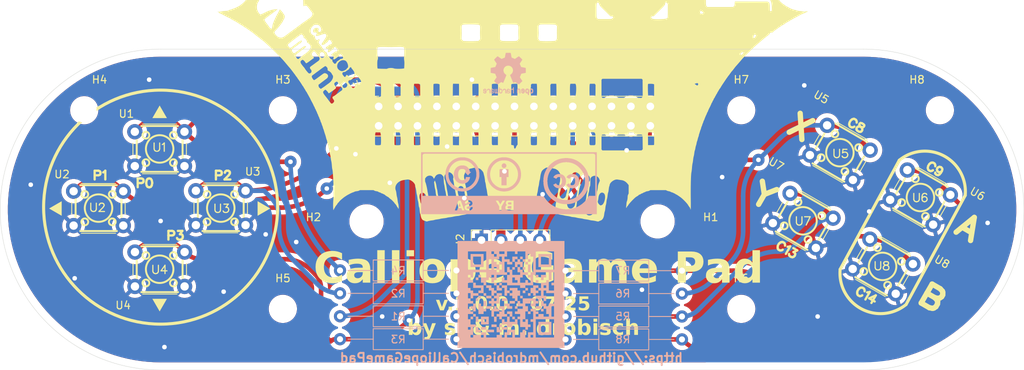
<source format=kicad_pcb>
(kicad_pcb (version 20241229) (generator "pcbnew") (generator_version "9.0")
  (layers (0 "F.Cu" signal) (2 "B.Cu" signal) (13 "F.Paste" user) (15 "B.Paste" user) (5 "F.SilkS" user "F.Silkscreen") (7 "B.SilkS" user "B.Silkscreen") (1 "F.Mask" user) (3 "B.Mask" user) (25 "Edge.Cuts" user))
  (net 0 "")
  (net 1 "/P3")
  (net 2 "/C7")
  (net 3 "/C17")
  (net 4 "GND")
  (net 5 "/P1")
  (net 6 "/C9")
  (net 7 "/C16")
  (net 8 "/C18")
  (net 9 "/SDA")
  (net 10 "+3.3V")
  (net 11 "/C8")
  (net 12 "/M1-")
  (net 13 "/C11")
  (net 14 "/SCL")
  (net 15 "/P2")
  (net 16 "/C14")
  (net 17 "/C5")
  (net 18 "/P0")
  (net 19 "/M0-")
  (net 20 "/C15")
  (net 21 "/C10")
  (net 22 "/C12")
  (net 23 "/C4")
  (net 24 "/C6")
  (net 25 "/M0+")
  (net 26 "/VM+")
  (net 27 "/C13")
  (net 28 "/M1+")
  (footprint "MountingHole:MountingHole_3.2mm_M3_DIN965" (layer "F.Cu") (at 94 93)
    (property "Reference" "H4")
    (property "Value" "3.2mm")
  )
  (footprint "Button_Switch_THT:SW_PUSH_6mm" (layer "F.Cu") (at 196.839673 109.876443 -30)
    (property "Reference" "U8")
    (property "Value" "SW_MEC_5E" (hide yes))
  )
  (footprint "Button_Switch_THT:SW_PUSH_6mm" (layer "F.Cu") (at 201.739673 100.826443 -30)
    (property "Reference" "U6")
    (property "Value" "SW_MEC_5E" (hide yes))
  )
  (footprint "Button_Switch_THT:SW_PUSH_6mm" (layer "F.Cu") (at 92.6118 103.59976)
    (property "Reference" "U2")
    (property "Value" "SW_MEC_5E" (hide yes))
  )
  (footprint "Button_Switch_THT:SW_PUSH_6mm" (layer "F.Cu") (at 100.6394 111.56476)
    (property "Reference" "U4")
    (property "Value" "SW_MEC_5E" (hide yes))
  )
  (footprint "Connector_PinSocket_2.54mm:PinSocket_1x04_P2.54mm_Vertical" (layer "F.Cu") (at 146 110 90)
    (property "Reference" "J2")
    (property "Value" "Conn_01x04")
  )
  (footprint "Connector_PinSocket_2.54mm:PinSocket_2x15_P2.54mm_Vertical" (layer "F.Cu") (at 132.54 92.5 90)
    (property "Reference" "J1")
    (property "Value" "Conn_02x15_Odd_Even" (hide yes))
  )
  (footprint "Button_Switch_THT:SW_PUSH_6mm" (layer "F.Cu") (at 186.389673 103.876443 -30)
    (property "Reference" "U7")
    (property "Value" "SW_MEC_5E" (hide yes))
  )
  (footprint "MountingHole:MountingHole_3.2mm_M3_DIN965" (layer "F.Cu") (at 206 93)
    (property "Reference" "H8")
    (property "Value" "3.2mm")
  )
  (footprint "MountingHole:MountingHole_4mm" (layer "F.Cu") (at 169.05 107.55)
    (property "Reference" "H1")
    (property "Value" "4mm")
  )
  (footprint "Button_Switch_THT:SW_PUSH_6mm" (layer "F.Cu") (at 108.615 103.53836)
    (property "Reference" "U3")
    (property "Value" "SW_MEC_5E" (hide yes))
  )
  (footprint "MountingHole:MountingHole_3.2mm_M3_DIN965" (layer "F.Cu") (at 120 119)
    (property "Reference" "H5")
    (property "Value" "3.2mm")
  )
  (footprint "MountingHole:MountingHole_3.2mm_M3_DIN965" (layer "F.Cu") (at 180 93)
    (property "Reference" "H7")
    (property "Value" "3.2mm")
  )
  (footprint "MountingHole:MountingHole_3.2mm_M3_DIN965" (layer "F.Cu") (at 180 119)
    (property "Reference" "H6")
    (property "Value" "3.2mm")
  )
  (footprint "Button_Switch_THT:SW_PUSH_6mm" (layer "F.Cu") (at 191.239673 94.976443 -30)
    (property "Reference" "U5")
    (property "Value" "SW_MEC_5E" (hide yes))
  )
  (footprint "MountingHole:MountingHole_3.2mm_M3_DIN965" (layer "F.Cu") (at 120 93)
    (property "Reference" "H3")
    (property "Value" "3.2mm")
  )
  (footprint "MountingHole:MountingHole_4mm" (layer "F.Cu") (at 130.95 107.55)
    (property "Reference" "H2")
    (property "Value" "4mm")
  )
  (footprint "Button_Switch_THT:SW_PUSH_6mm" (layer "F.Cu") (at 100.62301 95.81507)
    (property "Reference" "U1")
    (property "Value" "SW_MEC_5E" (hide yes))
  )
  (footprint "Resistor_THT:R_Axial_DIN0207_L6.3mm_D2.5mm_P15.24mm_Horizontal" (layer "B.Cu") (at 142.720951 113.969293 180)
    (property "Reference" "R4")
    (property "Value" "50K")
  )
  (footprint "LOGO" (layer "B.Cu") (at 149.860706 117.112541 180)
    (property "Reference" "G***" (hide yes))
    (property "Value" "LOGO" (hide yes))
  )
  (footprint "Resistor_THT:R_Axial_DIN0207_L6.3mm_D2.5mm_P15.24mm_Horizontal" (layer "B.Cu") (at 142.720951 119.969293 180)
    (property "Reference" "R1")
    (property "Value" "50K")
  )
  (footprint "Resistor_THT:R_Axial_DIN0207_L6.3mm_D2.5mm_P15.24mm_Horizontal" (layer "B.Cu") (at 157 114)
    (property "Reference" "R7")
    (property "Value" "50K")
  )
  (footprint "Resistor_THT:R_Axial_DIN0207_L6.3mm_D2.5mm_P15.24mm_Horizontal" (layer "B.Cu") (at 142.720951 122.969293 180)
    (property "Reference" "R3")
    (property "Value" "50K")
  )
  (footprint "Symbol:OSHW-Logo2_7.3x6mm_SilkScreen" (layer "B.Cu") (at 149.5 88.25 180)
    (property "Reference" "REF**" (hide yes))
    (property "Value" "OSHW-Logo2_7.3x6mm_SilkScreen" (hide yes))
  )
  (footprint "Resistor_THT:R_Axial_DIN0207_L6.3mm_D2.5mm_P15.24mm_Horizontal" (layer "B.Cu") (at 157 120)
    (property "Reference" "R5")
    (property "Value" "50K")
  )
  (footprint "Resistor_THT:R_Axial_DIN0207_L6.3mm_D2.5mm_P15.24mm_Horizontal" (layer "B.Cu") (at 157 123)
    (property "Reference" "R8")
    (property "Value" "50K")
  )
  (footprint "Resistor_THT:R_Axial_DIN0207_L6.3mm_D2.5mm_P15.24mm_Horizontal" (layer "B.Cu") (at 157 117)
    (property "Reference" "R6")
    (property "Value" "50K")
  )
  (footprint "Resistor_THT:R_Axial_DIN0207_L6.3mm_D2.5mm_P15.24mm_Horizontal" (layer "B.Cu") (at 142.720951 116.969293 180)
    (property "Reference" "R2")
    (property "Value" "50K")
  )
  (gr_line (start 193.62457 99.205009) (end 193.46963 99.205009) (stroke (width 0.1524)) (layer "F.SilkS"))
  (gr_line (start 95.16831 106.25549) (end 95.27245 106.25549) (stroke (width 0.1524)) (layer "F.SilkS"))
  (gr_line (start 204.30296 116.935519) (end 205.36763 117.550199) (stroke (width 0.7)) (layer "F.SilkS"))
  (gr_line (start 94.85589 105.16583) (end 94.85589 105.94561) (stroke (width 0.1524)) (layer "F.SilkS"))
  (gr_line (start 185.62688 110.360979) (end 185.4377 110.251759) (stroke (width 0.3)) (layer "F.SilkS"))
  (gr_line (start 203.65298 104.614259) (end 203.70632 104.822539) (stroke (width 0.1524)) (layer "F.SilkS"))
  (gr_line (start 196.09371 94.940629) (end 195.97959 94.813149) (stroke (width 0.3)) (layer "F.SilkS"))
  (gr_line (start 198.7045 113.181219) (end 198.80864 113.234559) (stroke (width 0.1524)) (layer "F.SilkS"))
  (gr_line (start 112.7019 105.70939) (end 112.80604 105.76019) (stroke (width 0.1524)) (layer "F.SilkS"))
  (gr_line (start 204.22448 103.938619) (end 204.06954 103.887819) (stroke (width 0.1524)) (layer "F.SilkS"))
  (gr_line (start 195.34946 116.435319) (end 195.21357 116.670669) (stroke (width 0.3)) (layer "F.SilkS"))
  (gr_line (start 101 101.93343) (end 101 103.07897) (stroke (width 0.3)) (layer "F.SilkS"))
  (gr_circle (center 188.74486 109.931549) (end 189.19215 109.931549) (stroke (width 0.254)) (fill no) (layer "F.SilkS"))
  (gr_line (start 197.68596 113.856859) (end 197.84344 113.907659) (stroke (width 0.1524)) (layer "F.SilkS"))
  (gr_line (start 105.72794 109.28162) (end 105.67206 109.3375) (stroke (width 0.3)) (layer "F.SilkS"))
  (gr_line (start 195.65061 95.819849) (end 195.57555 95.838109) (stroke (width 0.3)) (layer "F.SilkS"))
  (gr_line (start 189.3672 94.357289) (end 186.28171 95.881319) (stroke (width 0.7)) (layer "F.SilkS"))
  (gr_line (start 106.52296 109.22828) (end 106.68806 109.22828) (stroke (width 0.3)) (layer "F.SilkS"))
  (gr_line (start 203.70632 104.459319) (end 203.65298 104.614259) (stroke (width 0.1524)) (layer "F.SilkS"))
  (gr_line (start 102.55956 103.07897) (end 102.72212 103.02309) (stroke (width 0.3)) (layer "F.SilkS"))
  (gr_line (start 197.53102 113.597779) (end 197.58182 113.752719) (stroke (width 0.1524)) (layer "F.SilkS"))
  (gr_line (start 111.89291 101.46354) (end 111.73035 101.51688) (stroke (width 0.3)) (layer "F.SilkS"))
  (gr_line (start 184.79828 111.140839) (end 184.86493 111.243839) (stroke (width 0.3)) (layer "F.SilkS"))
  (gr_line (start 195.58121 116.252359) (end 195.4804 116.320279) (stroke (width 0.3)) (layer "F.SilkS"))
  (gr_line (start 112.91018 106.07261) (end 112.85684 106.22755) (stroke (width 0.1524)) (layer "F.SilkS"))
  (gr_line (start 101 101.93343) (end 101.49022 101.93343) (stroke (width 0.3)) (layer "F.SilkS"))
  (gr_circle (center 105.67311 96.26522) (end 106.1204 96.26522) (stroke (width 0.254)) (fill no) (layer "F.SilkS"))
  (gr_line (start 112.90891 101.51688) (end 112.36281 102.06297) (stroke (width 0.3)) (layer "F.SilkS"))
  (gr_line (start 111.11186 105.29283) (end 111.11186 106.07261) (stroke (width 0.1524)) (layer "F.SilkS"))
  (gr_circle (center 103.87301 98.06507) (end 105.67311 98.06507) (stroke (width 0.254)) (fill no) (layer "F.SilkS"))
  (gr_line (start 204.53017 100.848359) (end 204.71935 100.957579) (stroke (width 0.3)) (layer "F.SilkS"))
  (gr_line (start 204.01874 104.304379) (end 203.9654 104.304379) (stroke (width 0.1524)) (layer "F.SilkS"))
  (gr_line (start 104.57393 113.29381) (end 104.57393 114.38347) (stroke (width 0.1524)) (layer "F.SilkS"))
  (gr_line (start 196.1425 116.702549) (end 196.14872 116.580019) (stroke (width 0.3)) (layer "F.SilkS"))
  (gr_line (start 199.276 113.806059) (end 199.2252 113.856859) (stroke (width 0.1524)) (layer "F.SilkS"))
  (gr_line (start 112.85303 100.91744) (end 112.96225 100.97078) (stroke (width 0.3)) (layer "F.SilkS"))
  (gr_line (start 205.80697 100.450469) (end 205.95615 100.410489) (stroke (width 0.3)) (layer "F.SilkS"))
  (gr_line (start 195.42277 95.122259) (end 195.5915 95.155159) (stroke (width 0.3)) (layer "F.SilkS"))
  (gr_line (start 111.52842 106.38249) (end 111.68336 106.33169) (stroke (width 0.1524)) (layer "F.SilkS"))
  (gr_line (start 198.75784 113.336159) (end 198.91278 113.285359) (stroke (width 0.1524)) (layer "F.SilkS"))
  (gr_line (start 184.76671 110.870379) (end 184.7583 110.991639) (stroke (width 0.3)) (layer "F.SilkS"))
  (gr_circle (center 104 105.68405) (end 119.31595 105.68405) (stroke (width 0.4)) (fill no) (layer "F.SilkS"))
  (gr_line (start 203.65298 104.355179) (end 203.65298 104.614259) (stroke (width 0.1524)) (layer "F.SilkS"))
  (gr_line (start 194.43235 95.242609) (end 194.55488 95.248829) (stroke (width 0.3)) (layer "F.SilkS"))
  (gr_line (start 201.67152 113.948179) (end 200.52461 115.934709) (stroke (width 0.254)) (layer "F.SilkS"))
  (gr_line (start 198.10252 113.856859) (end 198.20666 113.752719) (stroke (width 0.1524)) (layer "F.SilkS"))
  (gr_line (start 204.01874 104.977479) (end 204.17368 104.926679) (stroke (width 0.1524)) (layer "F.SilkS"))
  (gr_line (start 187.33825 111.349039) (end 186.83604 111.563569) (stroke (width 0.3)) (layer "F.SilkS"))
  (gr_line (start 96.55007 105.26997) (end 96.60087 105.37411) (stroke (width 0.1524)) (layer "F.SilkS"))
  (gr_line (start 102.88722 102.42365) (end 102.83134 102.15187) (stroke (width 0.3)) (layer "F.SilkS"))
  (gr_line (start 194.24317 95.133389) (end 194.43235 95.242609) (stroke (width 0.3)) (layer "F.SilkS"))
  (gr_line (start 112.28534 106.33169) (end 112.23454 106.28089) (stroke (width 0.1524)) (layer "F.SilkS"))
  (gr_line (start 106.57884 109.93694) (end 106.41374 109.93694) (stroke (width 0.3)) (layer "F.SilkS"))
  (gr_circle (center 192.91198 98.552609) (end 194.71208 98.552609) (stroke (width 0.254)) (fill no) (layer "F.SilkS"))
  (gr_line (start 103.82221 98.22001) (end 103.87301 98.06507) (stroke (width 0.1524)) (layer "F.SilkS"))
  (gr_line (start 204.60075 100.070819) (end 204.46486 100.306179) (stroke (width 0.3)) (layer "F.SilkS"))
  (gr_line (start 191.25755 107.979199) (end 190.11064 109.965729) (stroke (width 0.254)) (layer "F.SilkS"))
  (gr_line (start 111.2668 106.33169) (end 111.42428 106.38249) (stroke (width 0.1524)) (layer "F.SilkS"))
  (gr_line (start 101.49022 101.93343) (end 101.65278 101.98677) (stroke (width 0.3)) (layer "F.SilkS"))
  (gr_line (start 112.47203 101.02666) (end 112.52537 100.97078) (stroke (width 0.3)) (layer "F.SilkS"))
  (gr_line (start 103.65953 114.22853) (end 103.71033 114.07359) (stroke (width 0.1524)) (layer "F.SilkS"))
  (gr_line (start 193.46963 98.478569) (end 193.62457 98.478569) (stroke (width 0.1524)) (layer "F.SilkS"))
  (gr_line (start 197.60922 117.235519) (end 196.75528 117.622389) (stroke (width 0.3)) (layer "F.SilkS"))
  (gr_line (start 94.90669 106.10055) (end 95.01083 106.20469) (stroke (width 0.1524)) (layer "F.SilkS"))
  (gr_line (start 205.50464 101.410969) (end 205.3896 101.280039) (stroke (width 0.3)) (layer "F.SilkS"))
  (gr_line (start 196.82612 116.783399) (end 196.25335 117.775469) (stroke (width 0.3)) (layer "F.SilkS"))
  (gr_line (start 96.1269 101.29844) (end 96.07356 101.40766) (stroke (width 0.3)) (layer "F.SilkS"))
  (gr_line (start 106.85062 109.77184) (end 106.7414 109.88106) (stroke (width 0.3)) (layer "F.SilkS"))
  (gr_line (start 199.06772 113.907659) (end 198.86198 113.907659) (stroke (width 0.1524)) (layer "F.SilkS"))
  (gr_line (start 205.94383 101.412289) (end 205.76796 101.498479) (stroke (width 0.3)) (layer "F.SilkS"))
  (gr_line (start 194.31594 94.357109) (end 194.18005 94.592469) (stroke (width 0.3)) (layer "F.SilkS"))
  (gr_line (start 105.01928 108.7914) (end 105.5095 108.7914) (stroke (width 0.3)) (layer "F.SilkS"))
  (gr_line (start 205.76928 101.059289) (end 205.65516 100.931829) (stroke (width 0.3)) (layer "F.SilkS"))
  (gr_circle (center 97.67313 107.61216) (end 98.12042 107.61216) (stroke (width 0.254)) (fill no) (layer "F.SilkS"))
  (gr_line (start 188.29177 106.941709) (end 189.02075 106.941709) (stroke (width 0.1524)) (layer "F.SilkS"))
  (gr_line (start 101.65278 102.47953) (end 101.49022 102.53287) (stroke (width 0.3)) (layer "F.SilkS"))
  (gr_line (start 186.18791 110.872619) (end 186.41217 110.814369) (stroke (width 0.3)) (layer "F.SilkS"))
  (gr_line (start 111.7875 106.22755) (end 111.8383 106.07261) (stroke (width 0.1524)) (layer "F.SilkS"))
  (gr_line (start 103.14657 97.28529) (end 103.14657 98.06507) (stroke (width 0.1524)) (layer "F.SilkS"))
  (gr_line (start 206.26306 100.966039) (end 206.1259 101.203609) (stroke (width 0.3)) (layer "F.SilkS"))
  (gr_line (start 203.9654 104.304379) (end 203.81046 104.355179) (stroke (width 0.1524)) (layer "F.SilkS"))
  (gr_line (start 203.15514 104.926679) (end 203.25928 104.822539) (stroke (width 0.1524)) (layer "F.SilkS"))
  (gr_line (start 98.27701 108.812) (end 93.46879 108.812) (stroke (width 0.254)) (layer "F.SilkS"))
  (gr_line (start 196.08357 99.059239) (end 194.93666 101.045769) (stroke (width 0.254)) (layer "F.SilkS"))
  (gr_line (start 210.5028 107.029339) (end 208.12564 108.962309) (stroke (width 0.7)) (layer "F.SilkS"))
  (gr_line (start 206.38447 116.876079) (end 206.36735 117.180049) (stroke (width 0.7)) (layer "F.SilkS"))
  (gr_line (start 197.53102 112.817999) (end 197.53102 113.597779) (stroke (width 0.1524)) (layer "F.SilkS"))
  (gr_line (start 205.29212 99.965509) (end 205.10294 99.856289) (stroke (width 0.3)) (layer "F.SilkS"))
  (gr_line (start 112.7527 106.33169) (end 112.59776 106.38249) (stroke (width 0.1524)) (layer "F.SilkS"))
  (gr_line (start 105.78128 109.00984) (end 105.78128 109.1724) (stroke (width 0.3)) (layer "F.SilkS"))
  (gr_line (start 96.60087 105.37411) (end 96.60087 105.47825) (stroke (width 0.1524)) (layer "F.SilkS"))
  (gr_line (start 95.01083 106.20469) (end 95.16831 106.25549) (stroke (width 0.1524)) (layer "F.SilkS"))
  (gr_line (start 103.19737 98.22001) (end 103.30151 98.32415) (stroke (width 0.1524)) (layer "F.SilkS"))
  (gr_line (start 113.01813 101.35432) (end 112.90891 101.51688) (stroke (width 0.3)) (layer "F.SilkS"))
  (gr_line (start 205.22496 118.884439) (end 205.04106 118.933709) (stroke (width 0.7)) (layer "F.SilkS"))
  (gr_circle (center 202.79411 101.965599) (end 203.2414 101.965599) (stroke (width 0.254)) (fill no) (layer "F.SilkS"))
  (gr_line (start 96.18685 105.16583) (end 96.39259 105.16583) (stroke (width 0.1524)) (layer "F.SilkS"))
  (gr_line (start 112.23454 106.28089) (end 112.1812 106.17675) (stroke (width 0.1524)) (layer "F.SilkS"))
  (gr_line (start 198.86198 112.817999) (end 198.7045 112.868799) (stroke (width 0.1524)) (layer "F.SilkS"))
  (gr_line (start 96.1269 101.13588) (end 96.1269 101.29844) (stroke (width 0.3)) (layer "F.SilkS"))
  (gr_line (start 206.3261 100.750189) (end 206.26306 100.966039) (stroke (width 0.3)) (layer "F.SilkS"))
  (gr_line (start 98.8729 104.6651) (end 98.8729 106.95892) (stroke (width 0.254)) (layer "F.SilkS"))
  (gr_line (start 196.10875 116.430819) (end 196.04083 116.330009) (stroke (width 0.3)) (layer "F.SilkS"))
  (gr_line (start 105.67206 108.84474) (end 105.72794 108.90062) (stroke (width 0.3)) (layer "F.SilkS"))
  (gr_line (start 102.98389 113.29381) (end 102.98389 114.07359) (stroke (width 0.1524)) (layer "F.SilkS"))
  (gr_line (start 187.0652 111.821989) (end 187.0301 111.989429) (stroke (width 0.3)) (layer "F.SilkS"))
  (gr_line (start 96.08271 105.21663) (end 96.18685 105.16583) (stroke (width 0.1524)) (layer "F.SilkS"))
  (gr_line (start 105.72794 108.90062) (end 105.78128 109.00984) (stroke (width 0.3)) (layer "F.SilkS"))
  (gr_line (start 206.172 100.473509) (end 206.28612 100.600989) (stroke (width 0.3)) (layer "F.SilkS"))
  (gr_line (start 100.87289 99.21196) (end 100.87289 96.91813) (stroke (width 0.254)) (layer "F.SilkS"))
  (gr_line (start 187.53485 108.031369) (end 187.63899 108.031369) (stroke (width 0.1524)) (layer "F.SilkS"))
  (gr_line (start 95.53153 106.10055) (end 95.58233 105.94561) (stroke (width 0.1524)) (layer "F.SilkS"))
  (gr_line (start 102.72212 101.98677) (end 102.55956 101.93343) (stroke (width 0.3)) (layer "F.SilkS"))
  (gr_line (start 193.93699 98.790989) (end 193.93699 98.895129) (stroke (width 0.1524)) (layer "F.SilkS"))
  (gr_line (start 195.68609 95.209769) (end 195.80113 95.340699) (stroke (width 0.3)) (layer "F.SilkS"))
  (gr_line (start 103.55539 114.33267) (end 103.65953 114.22853) (stroke (width 0.1524)) (layer "F.SilkS"))
  (gr_line (start 106.87288 96.91813) (end 106.87288 99.21196) (stroke (width 0.254)) (layer "F.SilkS"))
  (gr_line (start 206.36735 117.180049) (end 206.23019 117.417609) (stroke (width 0.7)) (layer "F.SilkS"))
  (gr_line (start 205.6152 100.782629) (end 205.64934 100.611709) (stroke (width 0.3)) (layer "F.SilkS"))
  (gr_line (start 204.06954 103.887819) (end 203.9654 103.887819) (stroke (width 0.1524)) (layer "F.SilkS"))
  (gr_line (start 206.13433 101.082349) (end 205.98513 101.122329) (stroke (width 0.3)) (layer "F.SilkS"))
  (gr_line (start 111.94879 101.40766) (end 111.89291 101.46354) (stroke (width 0.3)) (layer "F.SilkS"))
  (gr_line (start 185.72855 110.733529) (end 185.73478 110.610999) (stroke (width 0.3)) (layer "F.SilkS"))
  (gr_line (start 95.3649 100.91744) (end 95.85512 100.91744) (stroke (width 0.3)) (layer "F.SilkS"))
  (gr_line (start 96.44593 105.73733) (end 95.92523 106.25549) (stroke (width 0.1524)) (layer "F.SilkS"))
  (gr_line (start 204.73169 99.955779) (end 204.60075 100.070819) (stroke (width 0.3)) (layer "F.SilkS"))
  (gr_line (start 194.14497 94.759929) (end 194.13656 94.881189) (stroke (width 0.3)) (layer "F.SilkS"))
  (gr_line (start 204.46486 100.306179) (end 204.43197 100.474909) (stroke (width 0.3)) (layer "F.SilkS"))
  (gr_line (start 184.64954 103.383169) (end 183.02388 104.019589) (stroke (width 0.7)) (layer "F.SilkS"))
  (gr_line (start 106.85062 109.3375) (end 106.9065 109.50006) (stroke (width 0.3)) (layer "F.SilkS"))
  (gr_line (start 187.94887 107.721489) (end 187.94887 106.941709) (stroke (width 0.1524)) (layer "F.SilkS"))
  (gr_line (start 203.0002 104.977479) (end 203.15514 104.926679) (stroke (width 0.1524)) (layer "F.SilkS"))
  (gr_arc (start 201.57615 118.429219) (mid 195.729255 119) (end 192.94681 113.826029) (stroke (width 0.4)) (layer "F.SilkS"))
  (gr_line (start 203.81046 103.938619) (end 203.70632 104.096099) (stroke (width 0.1524)) (layer "F.SilkS"))
  (gr_line (start 104.32005 97.44023) (end 104.47753 97.28529) (stroke (width 0.1524)) (layer "F.SilkS"))
  (gr_line (start 102.17602 102.15187) (end 102.12268 102.42365) (stroke (width 0.3)) (layer "F.SilkS"))
  (gr_line (start 196.75528 117.622389) (end 197.46579 118.032599) (stroke (width 0.3)) (layer "F.SilkS"))
  (gr_line (start 192.71017 99.154209) (end 192.81431 99.050069) (stroke (width 0.1524)) (layer "F.SilkS"))
  (gr_line (start 205.79036 117.635869) (end 205.36763 117.550199) (stroke (width 0.7)) (layer "F.SilkS"))
  (gr_line (start 197.58182 113.752719) (end 197.68596 113.856859) (stroke (width 0.1524)) (layer "F.SilkS"))
  (gr_line (start 193.77951 99.154209) (end 193.62457 99.205009) (stroke (width 0.1524)) (layer "F.SilkS"))
  (gr_line (start 198.60036 113.701919) (end 198.60036 113.544439) (stroke (width 0.1524)) (layer "F.SilkS"))
  (gr_line (start 96.60087 105.47825) (end 96.55007 105.58239) (stroke (width 0.1524)) (layer "F.SilkS"))
  (gr_line (start 198.60036 113.544439) (end 198.6537 113.440299) (stroke (width 0.1524)) (layer "F.SilkS"))
  (gr_line (start 184.86493 111.243839) (end 185.05411 111.353059) (stroke (width 0.3)) (layer "F.SilkS"))
  (gr_line (start 195.00512 94.250539) (end 194.81594 94.141319) (stroke (width 0.3)) (layer "F.SilkS"))
  (gr_line (start 95.58233 105.94561) (end 95.58233 105.16583) (stroke (width 0.1524)) (layer "F.SilkS"))
  (gr_line (start 193.62457 98.478569) (end 193.77951 98.531909) (stroke (width 0.1524)) (layer "F.SilkS"))
  (gr_line (start 96.07356 101.40766) (end 96.01768 101.46354) (stroke (width 0.3)) (layer "F.SilkS"))
  (gr_line (start 192.86511 98.895129) (end 192.86511 98.115349) (stroke (width 0.1524)) (layer "F.SilkS"))
  (gr_line (start 205.97553 117.584409) (end 205.79036 117.635869) (stroke (width 0.7)) (layer "F.SilkS"))
  (gr_line (start 210.5028 107.029339) (end 210.01517 110.053239) (stroke (width 0.7)) (layer "F.SilkS"))
  (gr_line (start 188.66804 111.272589) (end 184.50402 108.868479) (stroke (width 0.254)) (layer "F.SilkS"))
  (gr_line (start 111.16266 106.22755) (end 111.2668 106.33169) (stroke (width 0.1524)) (layer "F.SilkS"))
  (gr_line (start 195.46536 94.830089) (end 195.45693 94.951349) (stroke (width 0.3)) (layer "F.SilkS"))
  (gr_line (start 102.12268 102.58875) (end 102.17602 102.86053) (stroke (width 0.3)) (layer "F.SilkS"))
  (gr_line (start 185.06643 110.351259) (end 184.93549 110.466289) (stroke (width 0.3)) (layer "F.SilkS"))
  (gr_line (start 195.08309 95.492189) (end 195.08929 95.369659) (stroke (width 0.3)) (layer "F.SilkS"))
  (gr_line (start 95.97857 105.42491) (end 95.97857 105.37411) (stroke (width 0.1524)) (layer "F.SilkS"))
  (gr_circle (center 97.67313 104.01222) (end 98.12042 104.01222) (stroke (width 0.254)) (fill no) (layer "F.SilkS"))
  (gr_line (start 195.21357 116.670669) (end 195.18068 116.839409) (stroke (width 0.3)) (layer "F.SilkS"))
  (gr_circle (center 95.87302 105.81207) (end 97.67312 105.81207) (stroke (width 0.254)) (fill no) (layer "F.SilkS"))
  (gr_line (start 204.27782 104.822539) (end 204.32862 104.667599) (stroke (width 0.1524)) (layer "F.SilkS"))
  (gr_circle (center 105.67311 112.01221) (end 106.1204 112.01221) (stroke (width 0.254)) (fill no) (layer "F.SilkS"))
  (gr_line (start 193.93699 98.895129) (end 193.88365 99.050069) (stroke (width 0.1524)) (layer "F.SilkS"))
  (gr_line (start 196.60186 116.841639) (end 196.82612 116.783399) (stroke (width 0.3)) (layer "F.SilkS"))
  (gr_line (start 205.98513 101.122329) (end 205.81767 101.087229) (stroke (width 0.3)) (layer "F.SilkS"))
  (gr_line (start 105.67206 109.3375) (end 105.5095 109.39084) (stroke (width 0.3)) (layer "F.SilkS"))
  (gr_line (start 205.39379 100.338049) (end 205.40001 100.215519) (stroke (width 0.3)) (layer "F.SilkS"))
  (gr_line (start 187.89807 107.876429) (end 187.94887 107.721489) (stroke (width 0.1524)) (layer "F.SilkS"))
  (gr_line (start 195.73979 117.288329) (end 195.84278 117.221679) (stroke (width 0.3)) (layer "F.SilkS"))
  (gr_line (start 93.46879 102.81202) (end 98.27701 102.81202) (stroke (width 0.254)) (layer "F.SilkS"))
  (gr_line (start 195.92988 95.224399) (end 196.03288 95.157749) (stroke (width 0.3)) (layer "F.SilkS"))
  (gr_line (start 199.276 112.972939) (end 199.2252 112.868799) (stroke (width 0.1524)) (layer "F.SilkS"))
  (gr_line (start 112.00213 101.13588) (end 112.00213 101.29844) (stroke (width 0.3)) (layer "F.SilkS"))
  (gr_poly (pts (xy 116.69318 104.9078) (xy 116.69318 106.81788) (xy 118.34672 105.86284)) (fill yes) (layer "F.SilkS"))
  (gr_line (start 195.51997 94.735499) (end 195.46536 94.830089) (stroke (width 0.3)) (layer "F.SilkS"))
  (gr_line (start 203.25928 104.822539) (end 203.31008 104.667599) (stroke (width 0.1524)) (layer "F.SilkS"))
  (gr_line (start 100.87289 114.95888) (end 100.87289 112.66506) (stroke (width 0.254)) (layer "F.SilkS"))
  (gr_circle (center 102.07291 112.01195) (end 102.5202 112.01195) (stroke (width 0.254)) (fill no) (layer "F.SilkS"))
  (gr_line (start 195.75142 95.751929) (end 195.65061 95.819849) (stroke (width 0.3)) (layer "F.SilkS"))
  (gr_line (start 195.5915 95.155159) (end 195.80735 95.218169) (stroke (width 0.3)) (layer "F.SilkS"))
  (gr_line (start 202.73858 104.926679) (end 202.89606 104.977479) (stroke (width 0.1524)) (layer "F.SilkS"))
  (gr_line (start 195.99041 113.708089) (end 195.93961 113.657289) (stroke (width 0.1524)) (layer "F.SilkS"))
  (gr_line (start 193.26135 99.103409) (end 193.20801 98.999269) (stroke (width 0.1524)) (layer "F.SilkS"))
  (gr_line (start 203.70632 104.822539) (end 203.81046 104.926679) (stroke (width 0.1524)) (layer "F.SilkS"))
  (gr_line (start 196.47933 116.835419) (end 196.60186 116.841639) (stroke (width 0.3)) (layer "F.SilkS"))
  (gr_line (start 186.69883 112.238119) (end 186.52789 112.203959) (stroke (width 0.3)) (layer "F.SilkS"))
  (gr_line (start 199.2252 112.868799) (end 199.06772 112.817999) (stroke (width 0.1524)) (layer "F.SilkS"))
  (gr_line (start 192.81431 99.050069) (end 192.86511 98.895129) (stroke (width 0.1524)) (layer "F.SilkS"))
  (gr_line (start 102.45034 101.93343) (end 102.28524 101.98677) (stroke (width 0.3)) (layer "F.SilkS"))
  (gr_circle (center 94.07293 104.01197) (end 94.52022 104.01197) (stroke (width 0.254)) (fill no) (layer "F.SilkS"))
  (gr_line (start 106.87288 112.66506) (end 106.87288 114.95888) (stroke (width 0.254)) (layer "F.SilkS"))
  (gr_line (start 103.87301 98.06507) (end 103.87301 97.28529) (stroke (width 0.1524)) (layer "F.SilkS"))
  (gr_line (start 195.17227 116.960669) (end 195.21225 117.109869) (stroke (width 0.3)) (layer "F.SilkS"))
  (gr_line (start 186.06538 110.866389) (end 186.18791 110.872619) (stroke (width 0.3)) (layer "F.SilkS"))
  (gr_line (start 186.38712 112.122679) (end 186.27209 111.991739) (stroke (width 0.3)) (layer "F.SilkS"))
  (gr_line (start 199.32934 113.544439) (end 199.32934 113.701919) (stroke (width 0.1524)) (layer "F.SilkS"))
  (gr_line (start 111.89291 100.97078) (end 111.94879 101.02666) (stroke (width 0.3)) (layer "F.SilkS"))
  (gr_circle (center 105.67311 115.61215) (end 106.1204 115.61215) (stroke (width 0.254)) (fill no) (layer "F.SilkS"))
  (gr_line (start 104.57393 113.29381) (end 104.05323 114.02025) (stroke (width 0.1524)) (layer "F.SilkS"))
  (gr_line (start 209.31466 104.151979) (end 201.57612 118.429189) (stroke (width 0.4)) (layer "F.SilkS"))
  (gr_line (start 101.65278 101.98677) (end 101.70866 102.04265) (stroke (width 0.3)) (layer "F.SilkS"))
  (gr_circle (center 103.87301 113.81205) (end 105.67311 113.81205) (stroke (width 0.254)) (fill no) (layer "F.SilkS"))
  (gr_line (start 203.81046 104.355179) (end 203.70632 104.459319) (stroke (width 0.1524)) (layer "F.SilkS"))
  (gr_line (start 194.55488 95.248829) (end 194.70407 95.208849) (stroke (width 0.3)) (layer "F.SilkS"))
  (gr_circle (center 192.25311 96.093629) (end 192.7004 96.093629) (stroke (width 0.254)) (fill no) (layer "F.SilkS"))
  (gr_line (start 105.78128 109.1724) (end 105.72794 109.28162) (stroke (width 0.3)) (layer "F.SilkS"))
  (gr_line (start 205.76796 101.498479) (end 205.59923 101.465579) (stroke (width 0.3)) (layer "F.SilkS"))
  (gr_line (start 198.6537 113.806059) (end 198.60036 113.701919) (stroke (width 0.1524)) (layer "F.SilkS"))
  (gr_line (start 193.26135 98.582709) (end 193.31215 98.531909) (stroke (width 0.1524)) (layer "F.SilkS"))
  (gr_line (start 106.79728 109.28162) (end 106.85062 109.3375) (stroke (width 0.3)) (layer "F.SilkS"))
  (gr_line (start 202.87099 100.624359) (end 207.03501 103.028459) (stroke (width 0.254)) (layer "F.SilkS"))
  (gr_line (start 112.85684 106.22755) (end 112.7527 106.33169) (stroke (width 0.1524)) (layer "F.SilkS"))
  (gr_line (start 106.25118 109.88106) (end 106.1953 109.82772) (stroke (width 0.3)) (layer "F.SilkS"))
  (gr_circle (center 113.67284 104.01222) (end 114.12013 104.01222) (stroke (width 0.254)) (fill no) (layer "F.SilkS"))
  (gr_line (start 185.4377 110.251759) (end 185.31644 110.243359) (stroke (width 0.3)) (layer "F.SilkS"))
  (gr_line (start 112.59776 106.38249) (end 112.44282 106.38249) (stroke (width 0.1524)) (layer "F.SilkS"))
  (gr_line (start 203.9654 104.977479) (end 204.01874 104.977479) (stroke (width 0.1524)) (layer "F.SilkS"))
  (gr_circle (center 205.91196 103.765959) (end 206.35925 103.765959) (stroke (width 0.254)) (fill no) (layer "F.SilkS"))
  (gr_line (start 104.21591 97.49357) (end 104.32005 97.44023) (stroke (width 0.1524)) (layer "F.SilkS"))
  (gr_line (start 206.28612 100.600989) (end 206.3261 100.750189) (stroke (width 0.3)) (layer "F.SilkS"))
  (gr_line (start 204.32862 104.614259) (end 204.27782 104.459319) (stroke (width 0.1524)) (layer "F.SilkS"))
  (gr_line (start 113.01813 101.02666) (end 113.07147 101.13588) (stroke (width 0.3)) (layer "F.SilkS"))
  (gr_line (start 184.91451 106.965739) (end 186.06142 104.979209) (stroke (width 0.254)) (layer "F.SilkS"))
  (gr_line (start 185.16724 110.283339) (end 185.06643 110.351259) (stroke (width 0.3)) (layer "F.SilkS"))
  (gr_line (start 193.88365 98.633509) (end 193.93699 98.790989) (stroke (width 0.1524)) (layer "F.SilkS"))
  (gr_line (start 101.762 102.15187) (end 101.762 102.31443) (stroke (width 0.3)) (layer "F.SilkS"))
  (gr_line (start 101.46878 110.81197) (end 106.277 110.81197) (stroke (width 0.254)) (layer "F.SilkS"))
  (gr_line (start 193.77951 98.531909) (end 193.88365 98.633509) (stroke (width 0.1524)) (layer "F.SilkS"))
  (gr_line (start 195.10679 94.623079) (end 195.11301 94.500549) (stroke (width 0.3)) (layer "F.SilkS"))
  (gr_line (start 205.67601 100.565509) (end 205.80697 100.450469) (stroke (width 0.3)) (layer "F.SilkS"))
  (gr_circle (center 110.07264 107.61216) (end 110.51993 107.61216) (stroke (width 0.254)) (fill no) (layer "F.SilkS"))
  (gr_line (start 185.73478 110.610999) (end 185.6948 110.461799) (stroke (width 0.3)) (layer "F.SilkS"))
  (gr_line (start 208.95949 108.340949) (end 210.13854 109.021669) (stroke (width 0.7)) (layer "F.SilkS"))
  (gr_line (start 103.40045 114.38347) (end 103.55539 114.33267) (stroke (width 0.1524)) (layer "F.SilkS"))
  (gr_line (start 96.01768 100.97078) (end 96.07356 101.02666) (stroke (width 0.3)) (layer "F.SilkS"))
  (gr_line (start 204.99107 100.923829) (end 205.09407 100.857179) (stroke (width 0.3)) (layer "F.SilkS"))
  (gr_line (start 205.64934 100.611709) (end 205.67601 100.565509) (stroke (width 0.3)) (layer "F.SilkS"))
  (gr_line (start 197.91799 109.641329) (end 202.08201 112.045439) (stroke (width 0.254)) (layer "F.SilkS"))
  (gr_line (start 96.07356 101.02666) (end 96.1269 101.13588) (stroke (width 0.3)) (layer "F.SilkS"))
  (gr_line (start 187.22243 107.721489) (end 187.27323 107.876429) (stroke (width 0.1524)) (layer "F.SilkS"))
  (gr_line (start 105.5095 109.39084) (end 105.01928 109.39084) (stroke (width 0.3)) (layer "F.SilkS"))
  (gr_line (start 112.96225 100.97078) (end 113.01813 101.02666) (stroke (width 0.3)) (layer "F.SilkS"))
  (gr_line (start 205.59923 101.465579) (end 205.50464 101.410969) (stroke (width 0.3)) (layer "F.SilkS"))
  (gr_line (start 95.97857 105.37411) (end 96.02937 105.26997) (stroke (width 0.1524)) (layer "F.SilkS"))
  (gr_circle (center 195.37096 97.893979) (end 195.81825 97.893979) (stroke (width 0.254)) (fill no) (layer "F.SilkS"))
  (gr_line (start 206.26306 100.966039) (end 206.13433 101.082349) (stroke (width 0.3)) (layer "F.SilkS"))
  (gr_line (start 204.71935 100.957579) (end 204.84188 100.963809) (stroke (width 0.3)) (layer "F.SilkS"))
  (gr_line (start 102.12268 102.42365) (end 102.12268 102.58875) (stroke (width 0.3)) (layer "F.SilkS"))
  (gr_line (start 199.2252 113.181219) (end 199.276 113.077079) (stroke (width 0.1524)) (layer "F.SilkS"))
  (gr_line (start 195.80113 95.340699) (end 195.84111 95.489899) (stroke (width 0.3)) (layer "F.SilkS"))
  (gr_line (start 186.84803 112.198139) (end 186.69883 112.238119) (stroke (width 0.3)) (layer "F.SilkS"))
  (gr_line (start 194.5455 94.172889) (end 194.44469 94.240809) (stroke (width 0.3)) (layer "F.SilkS"))
  (gr_line (start 182.75998 102.292239) (end 183.02388 104.019589) (stroke (width 0.7)) (layer "F.SilkS"))
  (gr_line (start 195.21225 117.109869) (end 195.27888 117.212859) (stroke (width 0.3)) (layer "F.SilkS"))
  (gr_line (start 195.27359 95.162239) (end 195.42277 95.122259) (stroke (width 0.3)) (layer "F.SilkS"))
  (gr_line (start 198.6537 112.972939) (end 198.6537 113.077079) (stroke (width 0.1524)) (layer "F.SilkS"))
  (gr_line (start 198.91278 113.285359) (end 199.12106 113.234559) (stroke (width 0.1524)) (layer "F.SilkS"))
  (gr_line (start 205.04106 118.933709) (end 204.61833 118.848009) (stroke (width 0.7)) (layer "F.SilkS"))
  (gr_poly (pts (xy 91.04985 104.9078) (xy 89.39631 105.86284) (xy 91.04985 106.81788)) (fill yes) (layer "F.SilkS"))
  (gr_circle (center 110.07264 104.01197) (end 110.51993 104.01197) (stroke (width 0.254)) (fill no) (layer "F.SilkS"))
  (gr_line (start 112.28534 105.29283) (end 112.85684 105.29283) (stroke (width 0.1524)) (layer "F.SilkS"))
  (gr_line (start 196.08749 95.063159) (end 196.09371 94.940629) (stroke (width 0.3)) (layer "F.SilkS"))
  (gr_line (start 102.88722 102.58875) (end 102.88722 102.42365) (stroke (width 0.3)) (layer "F.SilkS"))
  (gr_line (start 185.05411 111.353059) (end 185.17664 111.359279) (stroke (width 0.3)) (layer "F.SilkS"))
  (gr_line (start 204.9817 99.847879) (end 204.8325 99.887859) (stroke (width 0.3)) (layer "F.SilkS"))
  (gr_line (start 197.94758 113.907659) (end 198.10252 113.856859) (stroke (width 0.1524)) (layer "F.SilkS"))
  (gr_line (start 101.70866 102.04265) (end 101.762 102.15187) (stroke (width 0.3)) (layer "F.SilkS"))
  (gr_line (start 96.75936 100.91744) (end 96.75936 102.06297) (stroke (width 0.3)) (layer "F.SilkS"))
  (gr_line (start 194.18005 94.592469) (end 194.14497 94.759929) (stroke (width 0.3)) (layer "F.SilkS"))
  (gr_line (start 193.31215 98.531909) (end 193.46963 98.478569) (stroke (width 0.1524)) (layer "F.SilkS"))
  (gr_poly (pts (xy 115.394451 78.5751) (xy 115.279641 78.57916) (xy 115.201411 78.58475) (xy 115.153151 78.59237) (xy 115.137911 78.59694) (xy 115.128761 78.60253) (xy 115.123181 78.60862) (xy 115.114541 78.63504) (xy 115.093201 78.66552) (xy 115.017511 78.75086) (xy 114.908291 78.85805) (xy 114.846321 78.91596) (xy 114.714741 79.03026) (xy 114.586731 79.13237) (xy 114.461761 79.22127) (xy 114.364221 79.29442) (xy 114.330701 79.32389) (xy 114.263641 79.36504) (xy 114.158481 79.42193) (xy 114.029451 79.48696) (xy 113.891781 79.553) (xy 113.759701 79.61345) (xy 113.648451 79.66069) (xy 113.573271 79.68762) (xy 113.516881 79.69625) (xy 113.473701 79.70946) (xy 113.430011 79.72927) (xy 113.346701 79.77906) (xy 113.288281 79.80192) (xy 113.223761 79.8202) (xy 113.099811 79.84103) (xy 113.040881 79.85678) (xy 112.990591 79.87659) (xy 112.956051 79.89793) (xy 112.924551 79.9213) (xy 112.886451 79.94111) (xy 112.840731 79.95736) (xy 112.786381 79.97108) (xy 112.722371 79.98226) (xy 112.648201 79.99038) (xy 112.561841 79.99648) (xy 112.413501 80.00258) (xy 112.302251 80.01223) (xy 112.184901 80.02696) (xy 112.076191 80.04474) (xy 111.983741 80.06455) (xy 111.877561 80.08233) (xy 111.764281 80.09605) (xy 111.658111 80.10468) (xy 111.402581 80.10976) (xy 111.514851 80.13923) (xy 111.565651 80.15599) (xy 111.600701 80.17479) (xy 111.620521 80.19765) (xy 111.629661 80.24642) (xy 111.637281 80.2642) (xy 111.648971 80.27639) (xy 111.697731 80.29061) (xy 111.852161 80.35614) (xy 112.047241 80.44809) (xy 112.195061 80.5248) (xy 112.238241 80.55528) (xy 112.301741 80.58728) (xy 112.389631 80.62437) (xy 112.438401 80.64875) (xy 112.483611 80.67466) (xy 112.549141 80.71936) (xy 112.578101 80.73664) (xy 112.602481 80.74781) (xy 112.645151 80.76102) (xy 112.695441 80.78439) (xy 112.839721 80.86262) (xy 113.149601 81) (xy 113.323331 81.13491) (xy 113.547361 81.24514) (xy 113.580891 81.26546) (xy 113.611881 81.29036) (xy 113.639311 81.30661) (xy 113.805421 81.3823) (xy 113.903471 81.43615) (xy 114.005581 81.50016) (xy 114.180331 81.62208) (xy 114.319011 81.70488) (xy 114.387591 81.75924) (xy 114.408931 81.77194) (xy 114.430771 81.78058) (xy 114.471921 81.7887) (xy 114.502911 81.80293) (xy 114.538471 81.82426) (xy 114.681721 81.92891) (xy 115.156701 82.23981) (xy 115.389371 82.38662) (xy 115.473191 82.44555) (xy 115.526531 82.48924) (xy 115.567171 82.51616) (xy 115.579361 82.52022) (xy 115.601201 82.5314) (xy 115.646921 82.56137) (xy 115.924801 82.76762) (xy 116.062981 82.86109) (xy 116.108701 82.89462) (xy 116.533891 83.24209) (xy 116.695941 83.37011) (xy 116.843261 83.47272) (xy 116.948931 83.55756) (xy 117.115551 83.69574) (xy 117.240011 83.79531) (xy 117.321291 83.85576) (xy 117.345681 83.871) (xy 117.358881 83.87608) (xy 117.379711 83.88776) (xy 117.421371 83.91926) (xy 117.542781 84.02289) (xy 117.956201 84.39627) (xy 120.659361 84.39627) (xy 120.664441 84.38713) (xy 120.696441 84.3536) (xy 120.832591 84.23472) (xy 121.042901 84.06353) (xy 121.301981 83.86084) (xy 121.581891 83.64646) (xy 121.856721 83.44174) (xy 122.100051 83.26597) (xy 122.284961 83.14049) (xy 122.424661 83.05566) (xy 122.510511 83.10493) (xy 122.548611 83.13084) (xy 122.589251 83.16488) (xy 122.627351 83.20298) (xy 122.658341 83.24006) (xy 122.683741 83.28273) (xy 122.702541 83.32896) (xy 122.712701 83.3762) (xy 122.714221 83.46714) (xy 122.721331 83.49965) (xy 122.737081 83.52149) (xy 122.760961 83.5347) (xy 122.806171 83.55299) (xy 122.851891 83.57991) (xy 122.898121 83.61395) (xy 122.942821 83.65459) (xy 122.986001 83.69929) (xy 123.026131 83.74806) (xy 123.062201 83.79937) (xy 123.094201 83.85169) (xy 123.120621 83.90452) (xy 123.140431 83.95634) (xy 123.153131 84.00562) (xy 123.163291 84.09655) (xy 123.183101 84.13363) (xy 123.221711 84.16919) (xy 123.333471 84.2393) (xy 123.379191 84.27028) (xy 123.420851 84.30178) (xy 123.458951 84.33378) (xy 123.493491 84.36681) (xy 123.524481 84.40033) (xy 123.551911 84.43488) (xy 123.575281 84.46993) (xy 123.595601 84.506) (xy 123.611861 84.54257) (xy 123.625061 84.57966) (xy 123.634211 84.61776) (xy 123.639801 84.65636) (xy 123.641831 84.69548) (xy 123.640301 84.7351) (xy 123.635221 84.77574) (xy 123.626591 84.81689) (xy 123.614401 84.85855) (xy 123.598651 84.90071) (xy 123.579341 84.94389) (xy 123.529561 85.03127) (xy 123.499591 85.07597) (xy 123.428471 85.1669) (xy 123.387831 85.21313) (xy 123.295371 85.30711) (xy 123.189201 85.40313) (xy 123.068301 85.50117) (xy 122.933681 85.60124) (xy 122.720821 85.74856) (xy 122.510001 85.90757) (xy 122.270231 86.09502) (xy 122.075661 86.25453) (xy 122.046711 86.28501) (xy 122.022321 86.29517) (xy 121.992861 86.29517) (xy 121.960351 86.28552) (xy 121.925301 86.26774) (xy 121.888721 86.24183) (xy 121.851131 86.20932) (xy 121.814041 86.1702) (xy 121.777981 86.1255) (xy 121.743941 86.07622) (xy 121.712951 86.02238) (xy 121.685521 85.96497) (xy 121.642851 85.86439) (xy 121.712951 85.75517) (xy 121.745461 85.71046) (xy 121.781531 85.6683) (xy 121.817601 85.63376) (xy 121.917681 85.5667) (xy 122.022831 85.48034) (xy 122.054331 85.45799) (xy 122.081761 85.44326) (xy 122.115801 85.43411) (xy 122.130531 85.42446) (xy 122.143231 85.41024) (xy 122.165581 85.37366) (xy 122.187421 85.35334) (xy 122.214861 85.33454) (xy 122.275311 85.3066) (xy 122.299181 85.29136) (xy 122.315441 85.27562) (xy 122.327631 85.24869) (xy 122.345411 85.22888) (xy 122.374371 85.20348) (xy 122.459711 85.14049) (xy 122.575541 85.06531) (xy 122.642591 85.02517) (xy 122.692381 84.99215) (xy 122.817851 84.89208) (xy 122.942821 84.77879) (xy 122.992101 84.72952) (xy 123.025621 84.69091) (xy 123.038321 84.66754) (xy 123.010381 84.633) (xy 122.944341 84.61014) (xy 122.865101 84.60353) (xy 122.797531 84.61928) (xy 122.735051 84.65636) (xy 122.649701 84.71224) (xy 122.444981 84.85753) (xy 122.127991 85.09985) (xy 121.763241 85.36553) (xy 121.642341 85.46002) (xy 121.583921 85.50218) (xy 121.527021 85.52657) (xy 121.472161 85.53317) (xy 121.418311 85.522) (xy 121.365991 85.49304) (xy 121.315701 85.4458) (xy 121.266931 85.38128) (xy 121.219181 85.29899) (xy 121.193781 85.23498) (xy 121.180571 85.17097) (xy 121.179551 85.10849) (xy 121.190731 85.05006) (xy 121.212061 84.99723) (xy 121.244581 84.95202) (xy 121.286741 84.91646) (xy 121.364461 84.87938) (xy 121.401041 84.8555) (xy 121.442701 84.82451) (xy 121.527021 84.75492) (xy 121.567161 84.72698) (xy 121.600681 84.70818) (xy 121.640821 84.6965) (xy 121.660121 84.6838) (xy 121.678411 84.665) (xy 121.709401 84.61928) (xy 121.728191 84.60049) (xy 121.747501 84.58778) (xy 121.787631 84.57661) (xy 121.819631 84.55934) (xy 121.856721 84.53343) (xy 122.064491 84.35664) (xy 122.147291 84.29467) (xy 122.178281 84.27536) (xy 122.202661 84.26317) (xy 122.245841 84.25098) (xy 122.281401 84.22863) (xy 122.322041 84.19663) (xy 122.363701 84.15751) (xy 122.403321 84.11585) (xy 122.437361 84.0747) (xy 122.461241 84.03762) (xy 122.472411 84.00866) (xy 122.474951 83.95024) (xy 122.465301 83.90808) (xy 122.444471 83.88268) (xy 122.412471 83.87354) (xy 122.368781 83.88065) (xy 122.314421 83.90402) (xy 122.248891 83.94364) (xy 122.129001 84.03203) (xy 122.088361 84.05794) (xy 122.054331 84.07572) (xy 122.015721 84.08588) (xy 121.998451 84.09553) (xy 121.982701 84.11026) (xy 121.953241 84.14989) (xy 121.928341 84.17529) (xy 121.897861 84.20069) (xy 121.783061 84.28197) (xy 121.605761 84.41405) (xy 121.465561 84.52174) (xy 121.317731 84.63147) (xy 121.259311 84.67211) (xy 121.209021 84.71428) (xy 121.187681 84.73612) (xy 121.137901 84.77574) (xy 121.077951 84.80267) (xy 121.013441 84.8174) (xy 120.949431 84.81994) (xy 120.890501 84.8108) (xy 120.842241 84.78946) (xy 120.809731 84.75746) (xy 120.797541 84.71428) (xy 120.795501 84.69751) (xy 120.788901 84.68431) (xy 120.779251 84.67516) (xy 120.767561 84.6716) (xy 120.725401 84.64011) (xy 120.686281 84.56442) (xy 120.660381 84.47349) (xy 120.659361 84.39627) (xy 117.957311 84.39728) (xy 118.264141 84.68176) (xy 118.688831 85.08664) (xy 119.163811 85.54943) (xy 119.617961 86.0046) (xy 119.794241 86.18494) (xy 119.941561 86.34038) (xy 120.075161 86.4877) (xy 120.242441 86.68125) (xy 122.317471 86.68125) (xy 122.323061 86.62791) (xy 122.338811 86.57965) (xy 122.365731 86.53901) (xy 122.403321 86.50701) (xy 122.472921 86.45976) (xy 122.524741 86.41811) (xy 122.554201 86.40388) (xy 122.593321 86.40592) (xy 122.639041 86.42268) (xy 122.690341 86.45316) (xy 122.744191 86.49583) (xy 122.799561 86.54866) (xy 122.853921 86.61115) (xy 122.950951 86.7478) (xy 122.992101 86.80216) (xy 123.024101 86.83873) (xy 123.041371 86.85245) (xy 123.060681 86.85042) (xy 123.108431 86.83568) (xy 123.171931 86.80368) (xy 123.254731 86.75186) (xy 123.361411 86.67871) (xy 123.905481 86.27688) (xy 123.985241 86.2205) (xy 124.074641 86.16411) (xy 123.945101 85.95532) (xy 123.886181 85.86795) (xy 123.829281 85.80648) (xy 123.800831 85.75669) (xy 123.786611 85.70234) (xy 123.786101 85.64493) (xy 123.799311 85.5855) (xy 123.826231 85.52606) (xy 123.866361 85.46764) (xy 123.919701 85.41125) (xy 124.053821 85.28882) (xy 124.140181 85.33302) (xy 124.182341 85.36198) (xy 124.234161 85.40973) (xy 124.289021 85.46866) (xy 124.340331 85.53266) (xy 124.503061 85.75872) (xy 124.818361 85.75872) (xy 124.820391 85.70945) (xy 124.828011 85.66068) (xy 124.841221 85.61395) (xy 124.860521 85.56924) (xy 124.886431 85.52758) (xy 124.917921 85.48949) (xy 124.956531 85.45596) (xy 125.001741 85.42802) (xy 125.064231 85.39652) (xy 125.106391 85.38585) (xy 125.154651 85.3955) (xy 125.235421 85.42497) (xy 125.284191 85.44783) (xy 125.326861 85.47628) (xy 125.364461 85.5093) (xy 125.395441 85.54689) (xy 125.421351 85.58804) (xy 125.441671 85.63172) (xy 125.455901 85.67745) (xy 125.465041 85.7252) (xy 125.469101 85.77295) (xy 125.467071 85.82121) (xy 125.460471 85.86795) (xy 125.448281 85.91366) (xy 125.431001 85.95735) (xy 125.408651 85.99799) (xy 125.381221 86.03457) (xy 125.348711 86.06708) (xy 125.311621 86.09451) (xy 125.269461 86.11636) (xy 125.222721 86.13109) (xy 125.171421 86.13922) (xy 125.119091 86.13871) (xy 125.070831 86.13007) (xy 125.026131 86.11382) (xy 124.984981 86.09146) (xy 124.948401 86.06251) (xy 124.915381 86.02898) (xy 124.887441 85.99037) (xy 124.863571 85.94872) (xy 124.844771 85.9035) (xy 124.831061 85.85626) (xy 124.821911 85.808) (xy 124.818361 85.75872) (xy 124.503061 85.75872) (xy 124.600931 85.89639) (xy 124.645131 85.95278) (xy 124.684241 85.9985) (xy 124.747741 86.06099) (xy 124.774671 86.10061) (xy 124.793461 86.14379) (xy 124.805151 86.19002) (xy 124.809211 86.23878) (xy 124.805661 86.28806) (xy 124.795501 86.33734) (xy 124.778221 86.3861) (xy 124.753841 86.43233) (xy 124.723361 86.47602) (xy 124.685771 86.51514) (xy 124.642081 86.54917) (xy 124.484091 86.65941) (xy 124.077691 86.95913) (xy 123.717521 87.21821) (xy 123.651991 87.26799) (xy 123.605251 87.3066) (xy 123.574261 87.33759) (xy 123.554961 87.36299) (xy 123.544801 87.38686) (xy 123.540231 87.41226) (xy 123.546321 87.47983) (xy 123.572231 87.55755) (xy 123.607791 87.62105) (xy 123.642341 87.64798) (xy 123.654531 87.65458) (xy 123.670781 87.67338) (xy 123.690091 87.70132) (xy 123.709391 87.73484) (xy 123.733271 87.79072) (xy 123.746481 87.8466) (xy 123.749521 87.90045) (xy 123.743941 87.95176) (xy 123.730221 88.00053) (xy 123.709901 88.04523) (xy 123.682981 88.08537) (xy 123.650461 88.11991) (xy 123.613891 88.14785) (xy 123.573761 88.16868) (xy 123.531081 88.18188) (xy 123.486381 88.18595) (xy 123.441171 88.18036) (xy 123.395961 88.16461) (xy 123.351761 88.13718) (xy 123.309601 88.09806) (xy 123.217651 87.99392) (xy 123.130271 87.89029) (xy 123.050011 87.79072) (xy 122.981431 87.7003) (xy 122.927071 87.62359) (xy 122.859001 87.51082) (xy 122.817851 87.45341) (xy 122.768071 87.39144) (xy 122.683231 87.29593) (xy 122.613131 87.20906) (xy 122.528801 87.09934) (xy 122.403831 86.92611) (xy 122.366241 86.86363) (xy 122.339321 86.80063) (xy 122.323061 86.73967) (xy 122.317471 86.68125) (xy 120.242441 86.68125) (xy 120.746741 87.28222) (xy 120.916411 87.47576) (xy 121.095221 87.69878) (xy 121.290301 87.95328) (xy 121.438631 88.15394) (xy 121.593061 88.35206) (xy 121.628621 88.4049) (xy 121.644881 88.43944) (xy 121.716511 88.53647) (xy 121.769551 88.60251) (xy 123.785081 88.60251) (xy 123.791181 88.53748) (xy 123.817601 88.48465) (xy 123.876521 88.42877) (xy 124.090901 88.27586) (xy 124.436851 88.01221) (xy 124.628361 87.87708) (xy 124.752821 87.78615) (xy 124.961611 87.62715) (xy 125.247621 87.41684) (xy 125.481801 87.25936) (xy 125.543781 87.22989) (xy 125.601181 87.23548) (xy 125.626801 87.25275) (xy 127.106901 87.25275) (xy 127.106901 87.20703) (xy 127.110451 87.16131) (xy 127.116551 87.11661) (xy 127.126201 87.0719) (xy 127.138391 87.02771) (xy 127.153631 86.98402) (xy 127.171411 86.94135) (xy 127.191731 86.89969) (xy 127.239481 86.81943) (xy 127.266411 86.78133) (xy 127.326861 86.70919) (xy 127.359881 86.67566) (xy 127.431001 86.6142) (xy 127.469101 86.58626) (xy 127.548861 86.53698) (xy 127.590511 86.51615) (xy 127.633181 86.49786) (xy 127.676871 86.48212) (xy 127.721071 86.46891) (xy 127.766281 86.45875) (xy 127.812001 86.45164) (xy 127.858231 86.44757) (xy 127.904961 86.44656) (xy 127.951701 86.4496) (xy 127.998441 86.4557) (xy 128.045171 86.46535) (xy 128.091911 86.47907) (xy 128.138641 86.49634) (xy 128.184871 86.51768) (xy 128.222461 86.54054) (xy 128.258531 86.56899) (xy 128.293081 86.60353) (xy 128.326101 86.64264) (xy 128.357591 86.68582) (xy 128.387061 86.73256) (xy 128.413981 86.78234) (xy 128.438871 86.83416) (xy 128.461731 86.88801) (xy 128.496101 86.9891) (xy 132.358091 86.9891) (xy 132.359111 86.83416) (xy 132.364191 86.68938) (xy 132.372821 86.56543) (xy 132.385021 86.47348) (xy 132.392641 86.44351) (xy 132.422101 86.38204) (xy 132.436831 86.31854) (xy 132.445471 86.24082) (xy 132.448011 86.15496) (xy 132.444961 86.06708) (xy 132.435821 85.98326) (xy 132.420581 85.9096) (xy 132.390101 85.82324) (xy 132.381971 85.77803) (xy 132.369781 85.64849) (xy 132.362661 85.48339) (xy 132.361141 85.30203) (xy 132.364191 85.12271) (xy 132.372821 84.96472) (xy 132.386031 84.84788) (xy 132.394671 84.8108) (xy 132.404321 84.79149) (xy 132.419051 84.78082) (xy 132.468331 84.76254) (xy 132.543001 84.74679) (xy 132.641051 84.73409) (xy 132.759411 84.72495) (xy 132.896061 84.71885) (xy 133.047961 84.71682) (xy 133.213061 84.71834) (xy 133.514811 84.72647) (xy 133.897331 84.73358) (xy 134.205691 84.7351) (xy 134.790401 84.72291) (xy 135.120091 84.71123) (xy 135.321261 84.7092) (xy 135.490421 84.71377) (xy 135.629611 84.72596) (xy 135.688031 84.7351) (xy 135.739851 84.74577) (xy 135.784551 84.75847) (xy 135.822141 84.7727) (xy 135.853641 84.78895) (xy 135.861261 84.79911) (xy 135.867861 84.81943) (xy 135.879551 84.887) (xy 135.888181 84.98555) (xy 135.894281 85.10899) (xy 135.897841 85.25022) (xy 135.898341 85.40363) (xy 135.895241 85.58042) (xy 179.895201 85.58042) (xy 179.903331 85.56111) (xy 179.922631 85.54384) (xy 179.984101 85.51438) (xy 180.011531 85.49558) (xy 180.033381 85.47475) (xy 180.061821 85.4336) (xy 180.091291 85.41938) (xy 180.136501 85.41074) (xy 180.198481 85.4082) (xy 180.332591 85.4082) (xy 180.273661 85.50422) (xy 180.235561 85.56111) (xy 180.195431 85.61242) (xy 180.155301 85.65662) (xy 180.115161 85.69472) (xy 180.076051 85.72469) (xy 180.039471 85.74704) (xy 180.005941 85.76076) (xy 179.975971 85.76584) (xy 179.951591 85.76126) (xy 179.932791 85.74755) (xy 179.920601 85.72266) (xy 179.915011 85.66881) (xy 179.905361 85.6236) (xy 179.898761 85.60277) (xy 179.895201 85.58042) (xy 135.895241 85.58042) (xy 135.890221 85.72113) (xy 135.881581 85.8715) (xy 135.861261 86.12652) (xy 135.860751 86.24336) (xy 135.867861 86.36172) (xy 135.889201 86.52479) (xy 135.898851 86.61369) (xy 135.904951 86.71021) (xy 135.908001 86.81486) (xy 135.906981 86.92966) (xy 135.902921 87.05514) (xy 135.878021 87.52301) (xy 135.682951 87.55044) (xy 135.557981 87.56263) (xy 135.420821 87.57076) (xy 135.276551 87.57584) (xy 135.130251 87.57686) (xy 134.988011 87.57533) (xy 134.854911 87.57025) (xy 134.737061 87.56162) (xy 134.639011 87.55044) (xy 134.567381 87.53571) (xy 134.491691 87.50929) (xy 134.431751 87.49456) (xy 134.364181 87.48288) (xy 134.291031 87.47475) (xy 134.214321 87.46967) (xy 134.136091 87.46814) (xy 134.057351 87.46967) (xy 133.980651 87.47475) (xy 133.908001 87.48288) (xy 133.840441 87.49456) (xy 133.779981 87.50929) (xy 133.729181 87.52707) (xy 133.598121 87.58346) (xy 132.896061 87.57025) (xy 132.680161 87.56213) (xy 132.519131 87.55095) (xy 132.462231 87.54485) (xy 132.424131 87.53825) (xy 132.405341 87.53164) (xy 132.396701 87.51742) (xy 132.388571 87.4905) (xy 132.375871 87.40515) (xy 132.366221 87.28526) (xy 132.360121 87.14302) (xy 132.358091 86.9891) (xy 128.496101 86.9891) (xy 128.513551 87.05311) (xy 128.525231 87.10696) (xy 128.533361 87.15979) (xy 128.538441 87.21059) (xy 128.539961 87.25834) (xy 128.537931 87.30355) (xy 128.532341 87.34419) (xy 128.522691 87.38026) (xy 128.509481 87.41125) (xy 128.491701 87.43665) (xy 128.469351 87.45545) (xy 128.442941 87.46713) (xy 128.411441 87.47119) (xy 128.401281 87.47526) (xy 128.393151 87.48643) (xy 128.387561 87.50269) (xy 128.385531 87.5225) (xy 128.376901 87.5545) (xy 128.352001 87.59057) (xy 128.313901 87.62918) (xy 128.264121 87.66881) (xy 128.205701 87.70894) (xy 128.140171 87.74754) (xy 128.070571 87.78412) (xy 127.998441 87.81663) (xy 127.926301 87.84406) (xy 127.857211 87.8654) (xy 127.792191 87.87912) (xy 127.734781 87.88369) (xy 127.691101 87.88064) (xy 127.644871 87.8715) (xy 127.596101 87.85676) (xy 127.546321 87.83746) (xy 127.496531 87.81358) (xy 127.446751 87.78615) (xy 127.397981 87.75516) (xy 127.351751 87.72113) (xy 127.308571 87.68455) (xy 127.268951 87.64645) (xy 127.234401 87.60683) (xy 127.205451 87.5667) (xy 127.180051 87.52301) (xy 127.158201 87.47932) (xy 127.140421 87.43462) (xy 127.126711 87.3894) (xy 127.116551 87.34368) (xy 127.109941 87.29796) (xy 127.106901 87.25275) (xy 125.626801 87.25275) (xy 125.666721 87.27968) (xy 125.752571 87.36807) (xy 125.806921 87.43513) (xy 125.837911 87.49812) (xy 125.852641 87.5799) (xy 125.858741 87.70386) (xy 125.863311 87.75669) (xy 125.877031 87.79123) (xy 125.904971 87.81511) (xy 125.992851 87.85016) (xy 126.037051 87.872) (xy 126.082261 87.89842) (xy 126.127471 87.9289) (xy 126.215361 87.999) (xy 126.256501 88.03761) (xy 126.294601 88.07774) (xy 126.329661 88.11838) (xy 126.360141 88.15902) (xy 126.387571 88.20271) (xy 127.784571 88.20271) (xy 127.791171 88.14937) (xy 127.810981 88.10111) (xy 127.842481 88.06047) (xy 127.884641 88.02898) (xy 127.936971 88.00866) (xy 128.077681 87.99189) (xy 128.159981 87.967) (xy 128.232121 87.93144) (xy 128.281391 87.89029) (xy 128.298161 87.87251) (xy 128.346921 87.83289) (xy 128.512531 87.73078) (xy 128.564351 87.69522) (xy 128.605501 87.6622) (xy 128.638521 87.63121) (xy 128.664421 87.60022) (xy 128.684741 87.56822) (xy 128.701001 87.53368) (xy 128.730971 87.47831) (xy 128.768561 87.43258) (xy 128.810221 87.39804) (xy 128.851881 87.37569) (xy 128.890991 87.36654) (xy 128.923001 87.37315) (xy 128.944841 87.39601) (xy 128.952971 87.43665) (xy 128.963131 87.46357) (xy 128.994621 87.51183) (xy 129.050501 87.58549) (xy 129.187161 87.75516) (xy 129.233381 87.82019) (xy 129.274021 87.88369) (xy 129.307551 87.94566) (xy 129.334981 88.00612) (xy 129.355811 88.06505) (xy 129.370551 88.12245) (xy 129.379181 88.17884) (xy 129.380701 88.2337) (xy 129.376641 88.28755) (xy 129.365971 88.34038) (xy 129.348701 88.3922) (xy 129.325331 88.443) (xy 129.295871 88.49329) (xy 129.259801 88.54256) (xy 129.217641 88.59133) (xy 129.178521 88.62486) (xy 129.131781 88.65026) (xy 129.078951 88.66804) (xy 129.021551 88.67769) (xy 128.960591 88.68023) (xy 128.897091 88.67464) (xy 128.832061 88.66245) (xy 128.767041 88.64315) (xy 128.703031 88.61673) (xy 128.641561 88.58371) (xy 128.583141 88.54409) (xy 128.529801 88.49786) (xy 128.378931 88.35105) (xy 128.307301 88.41709) (xy 128.279871 88.44604) (xy 128.257011 88.475) (xy 128.241771 88.50091) (xy 128.222461 88.55882) (xy 128.189951 88.60149) (xy 128.149821 88.63604) (xy 128.112741 88.64975) (xy 128.089881 88.64061) (xy 128.056351 88.61521) (xy 128.016221 88.57762) (xy 127.971511 88.53037) (xy 127.926301 88.47754) (xy 127.883121 88.42217) (xy 127.845021 88.36781) (xy 127.815051 88.31803) (xy 127.792191 88.25961) (xy 127.784571 88.20271) (xy 126.387571 88.20271) (xy 126.425671 88.28145) (xy 126.450051 88.32514) (xy 126.474441 88.36375) (xy 126.519651 88.42268) (xy 126.538441 88.4562) (xy 126.552671 88.49329) (xy 126.562321 88.53291) (xy 126.567911 88.57457) (xy 126.568921 88.61876) (xy 126.565371 88.66448) (xy 126.558261 88.71224) (xy 126.546571 88.76151) (xy 126.531841 88.8118) (xy 126.512541 88.86311) (xy 126.490181 88.91493) (xy 126.464281 88.96725) (xy 126.434811 89.01958) (xy 126.402301 89.0719) (xy 126.327621 89.17502) (xy 126.259241 89.25529) (xy 128.564861 89.25529) (xy 128.582641 89.17909) (xy 128.629881 89.1166) (xy 128.694901 89.07749) (xy 128.767041 89.07139) (xy 128.797011 89.07393) (xy 128.828511 89.06987) (xy 128.862541 89.0592) (xy 128.899631 89.04193) (xy 128.941281 89.01653) (xy 128.988021 88.98351) (xy 129.236941 88.77421) (xy 129.294851 88.73052) (xy 129.363941 88.68277) (xy 129.401531 88.65331) (xy 129.432521 88.62181) (xy 129.453351 88.59235) (xy 129.478241 88.52224) (xy 129.519901 88.46128) (xy 129.567141 88.40744) (xy 129.602701 88.38458) (xy 129.617431 88.39474) (xy 129.690081 88.46179) (xy 129.791681 88.56542) (xy 129.881591 88.66956) (xy 129.934421 88.74272) (xy 130.010621 88.84279) (xy 130.101561 88.95557) (xy 130.142701 89.01196) (xy 130.176231 89.06428) (xy 130.202141 89.11305) (xy 130.220941 89.15826) (xy 130.232111 89.20093) (xy 130.235671 89.24106) (xy 130.232621 89.27916) (xy 130.221951 89.31574) (xy 130.204171 89.3513) (xy 130.179791 89.38584) (xy 130.148291 89.42039) (xy 130.101561 89.46204) (xy 130.056851 89.49202) (xy 130.014691 89.51132) (xy 129.975061 89.51996) (xy 129.938491 89.51742) (xy 129.904451 89.5037) (xy 129.873461 89.47982) (xy 129.846541 89.44477) (xy 129.822161 89.39956) (xy 129.802341 89.34419) (xy 129.786091 89.27866) (xy 129.773391 89.20246) (xy 129.756121 89.06225) (xy 129.668231 89.06225) (xy 129.607271 89.07342) (xy 129.581871 89.1034) (xy 129.592541 89.15013) (xy 129.640291 89.21008) (xy 129.677881 89.26189) (xy 129.698201 89.32184) (xy 129.702271 89.38534) (xy 129.691601 89.44782) (xy 129.667221 89.50421) (xy 129.630641 89.55044) (xy 129.583401 89.58142) (xy 129.527011 89.59311) (xy 129.463511 89.5733) (xy 129.392391 89.52554) (xy 129.334981 89.46712) (xy 129.311621 89.4148) (xy 129.304501 89.40362) (xy 129.285201 89.39499) (xy 129.256751 89.38889) (xy 129.221701 89.38686) (xy 129.132291 89.38686) (xy 129.132291 89.4717) (xy 129.140931 89.53062) (xy 129.171921 89.56771) (xy 129.230341 89.58752) (xy 129.322791 89.59311) (xy 129.418801 89.59311) (xy 129.454871 89.72722) (xy 129.473671 89.82069) (xy 129.468081 89.89232) (xy 129.434051 89.95531) (xy 129.366481 90.02389) (xy 129.325841 90.05691) (xy 129.286221 90.08079) (xy 129.248121 90.09603) (xy 129.211031 90.10162) (xy 129.173441 90.09755) (xy 129.135851 90.08384) (xy 129.097241 90.06047) (xy 129.057111 90.02592) (xy 129.014941 89.98122) (xy 128.970751 89.92585) (xy 128.923501 89.8593) (xy 128.781261 89.63527) (xy 128.725381 89.55145) (xy 128.694901 89.51386) (xy 128.677631 89.50472) (xy 128.644611 89.47678) (xy 128.607531 89.40972) (xy 128.577051 89.32793) (xy 128.564861 89.25529) (xy 126.259241 89.25529) (xy 126.194021 89.32285) (xy 126.144241 89.36959) (xy 126.091911 89.41429) (xy 126.037561 89.45646) (xy 125.775431 89.6434) (xy 125.529561 89.82933) (xy 125.360391 89.95125) (xy 125.174461 90.07469) (xy 124.967711 90.20728) (xy 124.807691 90.0813) (xy 124.771111 90.04777) (xy 124.742661 90.01627) (xy 124.720311 89.98427) (xy 124.703551 89.94922) (xy 124.691361 89.90959) (xy 124.681201 89.86235) (xy 124.656811 89.67947) (xy 125.055591 89.36959) (xy 125.402561 89.10644) (xy 125.481801 89.04396) (xy 125.693131 88.89004) (xy 125.750541 88.84533) (xy 125.798801 88.7991) (xy 125.839441 88.75084) (xy 125.871441 88.70106) (xy 125.894811 88.65077) (xy 125.910561 88.59997) (xy 125.918181 88.54917) (xy 125.917671 88.49938) (xy 125.909031 88.45062) (xy 125.892271 88.40337) (xy 125.867881 88.35816) (xy 125.835371 88.31549) (xy 125.795241 88.27586) (xy 125.746981 88.2398) (xy 125.691101 88.20779) (xy 125.627601 88.18036) (xy 125.583401 88.16512) (xy 125.542761 88.15394) (xy 125.504661 88.14785) (xy 125.466561 88.14785) (xy 125.427961 88.15394) (xy 125.386811 88.16715) (xy 125.341091 88.18798) (xy 125.289781 88.21744) (xy 125.231361 88.25504) (xy 125.085061 88.3607) (xy 124.900651 88.49989) (xy 124.751301 88.60962) (xy 124.682721 88.65636) (xy 124.432281 88.84635) (xy 124.353031 88.90274) (xy 124.276321 88.95404) (xy 124.212821 88.99367) (xy 124.081251 89.06936) (xy 124.022321 89.01653) (xy 123.979141 88.97386) (xy 123.936981 88.92255) (xy 123.896841 88.86667) (xy 123.860781 88.80774) (xy 123.829791 88.74983) (xy 123.805911 88.69395) (xy 123.790671 88.64416) (xy 123.785081 88.60251) (xy 121.769551 88.60251) (xy 121.863831 88.7229) (xy 121.892781 88.76558) (xy 121.908531 88.80317) (xy 121.941041 88.85498) (xy 122.054331 89.00332) (xy 122.214861 89.23141) (xy 122.381481 89.47932) (xy 122.508481 89.68099) (xy 122.554711 89.75973) (xy 122.580621 89.79834) (xy 122.603481 89.8278) (xy 122.635481 89.85828) (xy 122.654781 89.88419) (xy 122.675611 89.91823) (xy 122.719301 90.00256) (xy 122.790931 90.12346) (xy 122.867641 90.24182) (xy 122.940281 90.36578) (xy 122.987521 90.45722) (xy 123.011401 90.49836) (xy 123.035781 90.53342) (xy 123.076421 90.58168) (xy 123.100301 90.6152) (xy 123.119121 90.6467) (xy 125.269461 90.6467) (xy 125.271491 90.61165) (xy 125.280131 90.57863) (xy 125.294351 90.54713) (xy 125.315181 90.51614) (xy 125.341601 90.48566) (xy 125.437611 90.39422) (xy 125.487901 90.35206) (xy 125.529561 90.32768) (xy 125.566131 90.32107) (xy 125.603221 90.33225) (xy 125.644361 90.36222) (xy 125.695161 90.41099) (xy 125.760191 90.47804) (xy 125.828261 90.55272) (xy 125.884141 90.61927) (xy 125.922241 90.67058) (xy 125.935961 90.69902) (xy 125.948661 90.74678) (xy 125.983201 90.77218) (xy 126.032481 90.7737) (xy 126.090391 90.7483) (xy 126.279871 90.62028) (xy 126.339821 90.57609) (xy 126.395701 90.52935) (xy 126.413981 90.51716) (xy 126.430241 90.50954) (xy 126.462241 90.49887) (xy 126.495771 90.47855) (xy 126.539461 90.44807) (xy 126.877281 90.19052) (xy 126.914871 90.15191) (xy 126.940781 90.1133) (xy 126.955001 90.07368) (xy 126.958561 90.03304) (xy 126.950941 89.99087) (xy 126.932141 89.94668) (xy 126.902681 89.89994) (xy 126.848321 89.82171) (xy 126.804131 89.7511) (xy 126.770091 89.68709) (xy 126.747231 89.62918) (xy 126.734531 89.57685) (xy 126.732501 89.5291) (xy 126.741141 89.48541) (xy 126.760441 89.44477) (xy 126.790411 89.40667) (xy 126.831051 89.3706) (xy 126.882871 89.33555) (xy 126.945351 89.30101) (xy 126.992091 89.27866) (xy 127.029681 89.26494) (xy 127.062701 89.26138) (xy 127.094201 89.27002) (xy 127.127221 89.29237) (xy 127.166331 89.33098) (xy 127.215101 89.38635) (xy 127.335501 89.53621) (xy 127.417791 89.64899) (xy 127.435271 89.68607) (xy 127.759681 89.68607) (xy 127.772381 89.6114) (xy 127.802351 89.5352) (xy 127.845021 89.46763) (xy 127.894801 89.41328) (xy 127.949671 89.37264) (xy 128.008091 89.34571) (xy 128.069051 89.33352) (xy 128.130521 89.33606) (xy 128.190461 89.35486) (xy 128.247861 89.3894) (xy 128.283421 89.42242) (xy 128.321521 89.46712) (xy 128.357591 89.51691) (xy 128.387061 89.5672) (xy 128.447001 89.68302) (xy 128.411441 89.80748) (xy 128.393661 89.85524) (xy 128.371311 89.89892) (xy 128.343881 89.93804) (xy 128.312381 89.97258) (xy 128.277841 90.00256) (xy 128.240241 90.02745) (xy 128.201131 90.04777) (xy 128.160491 90.06352) (xy 128.119341 90.07418) (xy 128.078191 90.08028) (xy 128.038061 90.08079) (xy 127.998941 90.07672) (xy 127.961861 90.06758) (xy 127.927821 90.05285) (xy 127.896841 90.03304) (xy 127.870421 90.00865) (xy 127.848581 89.97817) (xy 127.831811 89.94261) (xy 127.821651 89.90197) (xy 127.815561 89.83339) (xy 127.808951 89.81256) (xy 127.799811 89.7958) (xy 127.788121 89.78462) (xy 127.764761 89.74805) (xy 127.759681 89.68607) (xy 127.435271 89.68607) (xy 127.457421 89.72265) (xy 127.527011 89.81815) (xy 127.618961 89.93296) (xy 127.713451 90.04269) (xy 127.748501 90.09095) (xy 127.772381 90.14327) (xy 127.784061 90.19814) (xy 127.785081 90.253) (xy 127.774411 90.30532) (xy 127.753581 90.35308) (xy 127.721581 90.39473) (xy 127.679411 90.42674) (xy 127.567141 90.50395) (xy 127.207481 90.77268) (xy 127.023081 90.90426) (xy 126.892521 91.00382) (xy 126.762981 91.09933) (xy 126.713201 91.13235) (xy 126.682721 91.1486) (xy 126.628871 91.17045) (xy 126.597481 91.18721) (xy 132.059901 91.18721) (xy 132.060911 90.19407) (xy 132.063451 90.00052) (xy 132.068021 89.83949) (xy 132.074121 89.71554) (xy 132.081741 89.63172) (xy 132.090881 89.59108) (xy 132.121871 89.53418) (xy 132.763981 89.53418) (xy 132.813261 89.62664) (xy 132.822411 89.66321) (xy 132.830021 89.71655) (xy 132.842221 89.87403) (xy 132.848821 90.09552) (xy 132.850751 90.31802) (xy 134.596851 90.31802) (xy 134.599391 89.97868) (xy 134.603961 89.83593) (xy 134.610061 89.72163) (xy 134.618181 89.64442) (xy 134.636981 89.53418) (xy 135.305511 89.53418) (xy 135.447751 89.68353) (xy 135.413711 89.77294) (xy 135.402031 89.81307) (xy 135.395421 89.85524) (xy 135.394921 89.89486) (xy 135.403551 89.94414) (xy 135.408631 90.01932) (xy 135.415261 90.28246) (xy 137.140911 90.28246) (xy 137.141421 90.10263) (xy 137.144981 89.93855) (xy 137.151071 89.79936) (xy 137.159711 89.69318) (xy 137.164791 89.65559) (xy 137.170881 89.62968) (xy 137.202381 89.53418) (xy 137.595571 89.53469) (xy 137.724101 89.53926) (xy 137.815031 89.55044) (xy 137.848561 89.55806) (xy 137.875991 89.56771) (xy 137.897831 89.57939) (xy 137.968441 89.62511) (xy 137.971221 90.1321) (xy 139.702761 90.1321) (xy 139.706311 89.80291) (xy 139.711391 89.68252) (xy 139.719011 89.60479) (xy 139.723581 89.58498) (xy 139.741871 89.56822) (xy 139.778961 89.5545) (xy 139.831791 89.54383) (xy 139.897321 89.5357) (xy 139.971491 89.53113) (xy 140.050741 89.5291) (xy 140.132021 89.53012) (xy 140.211271 89.53418) (xy 140.285431 89.54129) (xy 140.350461 89.55196) (xy 140.403291 89.56517) (xy 140.440371 89.58142) (xy 140.514031 89.62918) (xy 140.514031 91.17096) (xy 140.483461 91.18721) (xy 142.246821 91.18721) (xy 142.248341 90.12651) (xy 142.254441 89.79936) (xy 142.258501 89.68506) (xy 142.265621 89.5987) (xy 142.284411 89.53113) (xy 143.053021 89.54434) (xy 143.056571 89.70334) (xy 143.057081 90.12702) (xy 144.806631 90.12702) (xy 144.809171 89.745) (xy 144.812731 89.63172) (xy 144.816281 89.60428) (xy 144.826951 89.58295) (xy 144.848291 89.56669) (xy 144.884361 89.55501) (xy 144.938711 89.54739) (xy 145.015931 89.54231) (xy 145.252661 89.53723) (xy 145.585401 89.53418) (xy 145.603181 89.60022) (xy 145.609781 89.65407) (xy 145.614861 89.75465) (xy 145.620961 90.0564) (xy 145.619941 90.5258) (xy 145.613841 90.88089) (xy 145.603681 91.13489) (xy 145.598561 91.18569) (xy 147.354761 91.18569) (xy 147.354761 89.61394) (xy 147.407081 89.57482) (xy 147.438071 89.5611) (xy 147.488361 89.54993) (xy 147.553391 89.54129) (xy 147.629081 89.5352) (xy 147.711381 89.53215) (xy 147.881051 89.53316) (xy 147.959791 89.53774) (xy 148.029381 89.54485) (xy 148.085771 89.55399) (xy 148.125401 89.56618) (xy 148.143181 89.58041) (xy 148.151811 89.62511) (xy 148.158421 89.70487) (xy 148.163501 89.81409) (xy 148.167561 90.09603) (xy 148.165021 90.42166) (xy 148.156891 90.74373) (xy 148.143691 91.01246) (xy 148.135561 91.11254) (xy 148.126541 91.18213) (xy 149.893241 91.18213) (xy 149.897301 89.62257) (xy 149.978071 89.57939) (xy 150.001441 89.56923) (xy 150.031921 89.56009) (xy 150.069001 89.55247) (xy 150.164001 89.5418) (xy 150.289481 89.53621) (xy 150.669451 89.53418) (xy 150.692821 89.61495) (xy 150.702471 89.67896) (xy 150.710091 89.78462) (xy 150.714661 89.92382) (xy 150.717201 90.26519) (xy 150.716091 90.36628) (xy 152.447961 90.36628) (xy 152.448981 90.19255) (xy 152.453551 90.04472) (xy 152.461681 89.93702) (xy 152.467261 89.90248) (xy 152.485551 89.85676) (xy 152.489111 89.82882) (xy 152.484541 89.79834) (xy 152.458631 89.72671) (xy 152.460151 89.69369) (xy 152.478441 89.65915) (xy 152.517051 89.61495) (xy 152.593761 89.53418) (xy 153.232311 89.53418) (xy 153.254341 89.69623) (xy 155.014381 89.69623) (xy 155.126141 89.53418) (xy 155.772311 89.53418) (xy 155.790091 89.60022) (xy 155.794661 89.64391) (xy 155.802791 89.86032) (xy 155.808251 90.26976) (xy 157.577741 90.26976) (xy 157.582821 89.93347) (xy 157.589431 89.79682) (xy 157.598571 89.69268) (xy 157.610261 89.62968) (xy 157.643281 89.53418) (xy 158.286911 89.53418) (xy 158.331621 89.61902) (xy 158.344821 89.65) (xy 158.356511 89.68912) (xy 158.374801 89.78767) (xy 158.386991 89.90959) (xy 158.394101 90.05031) (xy 158.395621 90.20271) (xy 158.389351 90.43639) (xy 160.135521 90.43639) (xy 160.138061 90.0691) (xy 160.142641 89.90604) (xy 160.149751 89.76837) (xy 160.158891 89.66626) (xy 160.163971 89.63121) (xy 160.170071 89.60886) (xy 160.199021 89.53418) (xy 160.826401 89.53418) (xy 160.931561 89.69217) (xy 160.920381 90.81282) (xy 160.914801 90.98401) (xy 160.909721 91.04904) (xy 160.902601 91.10187) (xy 160.892951 91.14352) (xy 160.881271 91.17654) (xy 160.865521 91.20144) (xy 160.846721 91.21972) (xy 160.824371 91.23242) (xy 160.807051 91.23852) (xy 161.708801 91.23852) (xy 161.708801 89.00992) (xy 161.822591 88.88546) (xy 166.972191 88.88546) (xy 167.085981 89.00942) (xy 167.090131 89.53774) (xy 173.905881 89.53774) (xy 174.051171 89.49354) (xy 174.167501 89.46154) (xy 174.244211 89.45036) (xy 174.294501 89.46001) (xy 174.331081 89.49049) (xy 174.359021 89.54231) (xy 174.365111 89.59717) (xy 174.353431 89.65153) (xy 174.327521 89.69928) (xy 174.290441 89.73636) (xy 174.247261 89.75668) (xy 174.200521 89.75567) (xy 174.154291 89.72874) (xy 174.120261 89.69877) (xy 174.087741 89.67439) (xy 174.060311 89.65813) (xy 174.025771 89.64746) (xy 174.004431 89.63527) (xy 173.981061 89.61698) (xy 173.905881 89.53774) (xy 167.090131 89.53774) (xy 167.094311 90.0691) (xy 167.778381 90.0691) (xy 167.779401 89.84965) (xy 167.782451 89.73027) (xy 167.787531 89.63883) (xy 167.794641 89.58244) (xy 167.799211 89.56923) (xy 167.815471 89.55958) (xy 167.848491 89.55196) (xy 167.896241 89.54586) (xy 168.021721 89.53926) (xy 168.169541 89.53977) (xy 168.316361 89.54688) (xy 168.381891 89.55298) (xy 168.438281 89.5611) (xy 168.482471 89.57076) (xy 168.594741 89.60225) (xy 168.594741 91.18569) (xy 168.512441 91.21972) (xy 168.473331 91.23192) (xy 168.422021 91.24157) (xy 168.360551 91.24868) (xy 168.292481 91.25376) (xy 168.146681 91.25681) (xy 168.074551 91.25528) (xy 168.006981 91.25122) (xy 167.946021 91.24512) (xy 167.895731 91.23649) (xy 167.857631 91.22633) (xy 167.835281 91.21363) (xy 167.830201 91.20296) (xy 167.820551 91.15114) (xy 167.811401 91.06377) (xy 167.796161 90.80774) (xy 167.784481 90.48566) (xy 167.778381 90.0691) (xy 167.094311 90.0691) (xy 167.103251 91.20702) (xy 166.942721 91.39498) (xy 166.301631 91.37365) (xy 165.986671 91.36908) (xy 163.859161 91.36908) (xy 163.127641 91.36552) (xy 162.698891 91.36857) (xy 162.402731 91.37517) (xy 161.858151 91.39651) (xy 161.708801 91.23852) (xy 160.807051 91.23852) (xy 160.765441 91.24868) (xy 160.686191 91.26036) (xy 160.614571 91.26798) (xy 160.538371 91.27052) (xy 160.460141 91.26798) (xy 160.384441 91.26189) (xy 160.314341 91.25173) (xy 160.254401 91.23852) (xy 160.207151 91.22226) (xy 160.177691 91.20398) (xy 160.171591 91.19077) (xy 160.165501 91.16435) (xy 160.155841 91.07748) (xy 160.147721 90.9515) (xy 160.141621 90.79707) (xy 160.135521 90.43639) (xy 158.389351 90.43639) (xy 158.372261 90.68226) (xy 158.356511 90.8311) (xy 158.336701 90.96471) (xy 158.313841 91.0785) (xy 158.301641 91.12574) (xy 158.288441 91.16638) (xy 158.274721 91.1989) (xy 158.259991 91.22328) (xy 158.245261 91.23801) (xy 158.230021 91.24309) (xy 158.206141 91.24512) (xy 158.184801 91.2502) (xy 158.167531 91.25782) (xy 158.157371 91.26697) (xy 158.129941 91.27764) (xy 158.072031 91.28018) (xy 157.993291 91.2756) (xy 157.903881 91.26595) (xy 157.813461 91.25173) (xy 157.731671 91.23496) (xy 157.667661 91.21617) (xy 157.631591 91.19737) (xy 157.624991 91.18366) (xy 157.618381 91.15775) (xy 157.606701 91.07291) (xy 157.596541 90.95099) (xy 157.582821 90.63197) (xy 157.577741 90.26976) (xy 155.808251 90.26976) (xy 155.808891 91.11863) (xy 155.754531 91.18467) (xy 155.725581 91.20956) (xy 155.683921 91.22988) (xy 155.631601 91.24665) (xy 155.571651 91.25935) (xy 155.505611 91.26748) (xy 155.436021 91.27205) (xy 155.365401 91.27154) (xy 155.296321 91.26697) (xy 155.230781 91.25833) (xy 155.170841 91.24462) (xy 155.119531 91.22633) (xy 155.078891 91.20398) (xy 155.027581 91.16689) (xy 155.014381 89.69623) (xy 153.254341 89.69623) (xy 153.260251 89.78056) (xy 153.268891 90.0625) (xy 153.270411 90.40438) (xy 153.265841 90.74474) (xy 153.261271 90.89562) (xy 153.247551 91.11965) (xy 153.238921 91.17858) (xy 153.233841 91.19128) (xy 153.206401 91.21414) (xy 153.163731 91.23293) (xy 153.108871 91.24766) (xy 153.044861 91.25782) (xy 152.973231 91.26392) (xy 152.897541 91.26595) (xy 152.819821 91.26341) (xy 152.743111 91.25681) (xy 152.669961 91.24614) (xy 152.603411 91.23141) (xy 152.545501 91.2121) (xy 152.499271 91.18924) (xy 152.491651 91.17604) (xy 152.485041 91.14708) (xy 152.472851 91.04853) (xy 152.462691 90.9073) (xy 152.455071 90.73763) (xy 152.449991 90.55272) (xy 152.447961 90.36628) (xy 150.716091 90.36628) (xy 150.708571 90.72036) (xy 150.693331 91.02059) (xy 150.683681 91.12574) (xy 150.672501 91.18823) (xy 150.666911 91.20093) (xy 150.643541 91.21718) (xy 150.611031 91.23141) (xy 150.570391 91.2436) (xy 150.522641 91.25274) (xy 150.469811 91.25986) (xy 150.412911 91.26392) (xy 150.352971 91.26544) (xy 150.292521 91.26443) (xy 150.231561 91.26036) (xy 150.172131 91.25376) (xy 150.115741 91.24411) (xy 150.063421 91.23141) (xy 149.893241 91.18213) (xy 148.126541 91.18213) (xy 148.121841 91.20093) (xy 148.116761 91.2116) (xy 148.093901 91.2248) (xy 148.055291 91.23547) (xy 148.004491 91.24462) (xy 147.943531 91.25122) (xy 147.875971 91.25579) (xy 147.730171 91.25782) (xy 147.589461 91.2502) (xy 147.527991 91.24258) (xy 147.476171 91.23293) (xy 147.437061 91.22023) (xy 147.354761 91.18569) (xy 145.598561 91.18569) (xy 145.593021 91.21363) (xy 145.572191 91.22633) (xy 145.529011 91.237) (xy 145.469061 91.24563) (xy 145.395401 91.25224) (xy 145.225731 91.25884) (xy 145.054031 91.25681) (xy 144.978841 91.25224) (xy 144.915341 91.24512) (xy 144.869121 91.23598) (xy 144.844221 91.22379) (xy 144.840671 91.21515) (xy 144.834571 91.16435) (xy 144.822891 90.95658) (xy 144.813741 90.65076) (xy 144.806631 90.12702) (xy 143.057081 90.12702) (xy 143.055051 91.10847) (xy 143.053021 91.20906) (xy 142.823401 91.25528) (xy 142.745171 91.26494) (xy 142.668461 91.27002) (xy 142.593781 91.27103) (xy 142.523681 91.26748) (xy 142.458661 91.25935) (xy 142.400741 91.24665) (xy 142.349941 91.22988) (xy 142.246821 91.18721) (xy 140.483461 91.18721) (xy 140.409891 91.22633) (xy 140.372811 91.24055) (xy 140.323531 91.25173) (xy 140.265111 91.26036) (xy 140.200091 91.26544) (xy 140.130491 91.26748) (xy 140.059881 91.26697) (xy 139.990291 91.26341) (xy 139.923741 91.25732) (xy 139.863791 91.24868) (xy 139.812991 91.2375) (xy 139.773371 91.22328) (xy 139.747461 91.20702) (xy 139.742381 91.19483) (xy 139.733241 91.12981) (xy 139.724601 91.01957) (xy 139.711391 90.70258) (xy 139.703771 90.32209) (xy 139.702761 90.1321) (xy 137.971221 90.1321) (xy 137.976571 91.11304) (xy 137.820621 91.25782) (xy 137.529021 91.25782) (xy 137.402021 91.25528) (xy 137.301951 91.24868) (xy 137.231341 91.2375) (xy 137.193241 91.22226) (xy 137.186631 91.20956) (xy 137.174441 91.14708) (xy 137.164281 91.04243) (xy 137.155141 90.90375) (xy 137.148531 90.74017) (xy 137.140911 90.28246) (xy 135.415261 90.28246) (xy 135.414221 90.65635) (xy 135.411171 90.77776) (xy 135.405581 90.88546) (xy 135.414221 90.96572) (xy 135.421841 91.01043) (xy 135.422351 91.05208) (xy 135.409141 91.0912) (xy 135.384251 91.12828) (xy 135.348181 91.16232) (xy 135.302971 91.1928) (xy 135.250641 91.21972) (xy 135.191721 91.24309) (xy 135.128221 91.26189) (xy 135.061671 91.2756) (xy 134.993601 91.28475) (xy 134.925521 91.2878) (xy 134.858981 91.28526) (xy 134.794971 91.27662) (xy 134.736041 91.26087) (xy 134.682701 91.23852) (xy 134.636981 91.20804) (xy 134.632411 91.19737) (xy 134.627331 91.17451) (xy 134.619201 91.09628) (xy 134.611581 90.98147) (xy 134.601421 90.67413) (xy 134.596851 90.31802) (xy 132.850751 90.31802) (xy 132.848311 90.63095) (xy 132.836631 91.18721) (xy 132.733001 91.22988) (xy 132.678641 91.24665) (xy 132.606501 91.26036) (xy 132.526751 91.26951) (xy 132.448011 91.27256) (xy 132.369781 91.26951) (xy 132.290021 91.26036) (xy 132.217881 91.24665) (xy 132.163531 91.22988) (xy 132.059901 91.18721) (xy 126.597481 91.18721) (xy 126.584161 91.19432) (xy 126.547591 91.22023) (xy 126.520661 91.24868) (xy 126.501871 91.27967) (xy 126.491711 91.3132) (xy 126.490691 91.35028) (xy 126.498311 91.39041) (xy 126.514061 91.4341) (xy 126.538951 91.48084) (xy 126.571971 91.53214) (xy 126.658331 91.64797) (xy 126.689831 91.70486) (xy 126.708121 91.75871) (xy 126.713201 91.81002) (xy 126.705581 91.86031) (xy 126.684241 91.9106) (xy 126.649701 91.96191) (xy 126.601941 92.01576) (xy 126.547081 92.06554) (xy 126.495261 92.10161) (xy 126.446501 92.12295) (xy 126.400271 92.13057) (xy 126.356581 92.12396) (xy 126.314421 92.10263) (xy 126.273781 92.06758) (xy 126.234661 92.0183) (xy 126.164051 91.9228) (xy 126.071081 91.81205) (xy 125.999461 91.7201) (xy 125.857221 91.52148) (xy 125.700751 91.31624) (xy 125.588481 91.17705) (xy 125.460471 91.01246) (xy 125.409671 90.94236) (xy 125.367001 90.87936) (xy 125.332451 90.82298) (xy 125.305531 90.77218) (xy 125.286731 90.72646) (xy 125.274541 90.6848) (xy 125.269461 90.6467) (xy 123.119121 90.6467) (xy 123.201901 90.80266) (xy 123.354301 91.0724) (xy 123.475201 91.29542) (xy 123.549371 91.42242) (xy 123.642841 91.61901) (xy 123.749021 91.82831) (xy 123.853161 92.01424) (xy 123.942561 92.19204) (xy 124.020801 92.35663) (xy 124.044671 92.41302) (xy 124.056861 92.4567) (xy 124.066011 92.47398) (xy 124.079231 92.49226) (xy 132.154381 92.49226) (xy 132.156921 92.43892) (xy 132.166581 92.38406) (xy 132.184361 92.32869) (xy 132.210261 92.27281) (xy 132.241251 92.24487) (xy 132.295101 92.22506) (xy 132.365201 92.21388) (xy 132.444451 92.21032) (xy 132.527261 92.2149) (xy 132.606501 92.2276) (xy 132.675591 92.24842) (xy 132.727921 92.27687) (xy 132.769571 92.31446) (xy 132.792941 92.35663) (xy 132.804121 92.41759) (xy 132.805751 92.47702) (xy 134.692861 92.47702) (xy 134.697431 92.42673) (xy 134.708101 92.37492) (xy 134.725881 92.32259) (xy 134.751281 92.26976) (xy 134.783791 92.20982) (xy 135.022551 92.22048) (xy 135.143461 92.2281) (xy 135.223211 92.2403) (xy 135.272491 92.25909) (xy 135.303481 92.28805) (xy 135.333451 92.34444) (xy 135.350211 92.41302) (xy 135.354981 92.48312) (xy 137.235911 92.48312) (xy 137.239971 92.43283) (xy 137.252671 92.38203) (xy 137.274011 92.33123) (xy 137.304491 92.28144) (xy 137.338521 92.2535) (xy 137.393901 92.23268) (xy 137.463491 92.21845) (xy 137.542231 92.21185) (xy 137.623001 92.21236) (xy 137.699711 92.22099) (xy 137.767281 92.23725) (xy 137.818581 92.26163) (xy 137.853641 92.29262) (xy 137.873451 92.33478) (xy 137.882591 92.40235) (xy 137.885131 92.51004) (xy 137.885131 92.68327) (xy 139.790131 92.68327) (xy 139.809441 92.40997) (xy 139.820111 92.34342) (xy 139.837881 92.29364) (xy 139.864811 92.25909) (xy 139.904431 92.23623) (xy 139.959801 92.22302) (xy 140.033461 92.21693) (xy 140.127951 92.21591) (xy 140.247331 92.21794) (xy 140.323021 92.22556) (xy 140.367221 92.24131) (xy 140.390591 92.26773) (xy 140.422591 92.34139) (xy 140.442911 92.41911) (xy 140.451551 92.49785) (xy 140.449921 92.54713) (xy 142.325561 92.54713) (xy 142.329621 92.48414) (xy 142.343851 92.41657) (xy 142.367721 92.34342) (xy 142.389571 92.30786) (xy 142.424621 92.27687) (xy 142.469321 92.25096) (xy 142.522661 92.23014) (xy 142.581591 92.21439) (xy 142.643571 92.20474) (xy 142.706051 92.20118) (xy 142.767011 92.20372) (xy 142.824421 92.21286) (xy 142.874711 92.22861) (xy 142.916361 92.25096) (xy 142.946841 92.28144) (xy 142.973771 92.32513) (xy 142.993581 92.37085) (xy 143.006791 92.41708) (xy 143.013391 92.46432) (xy 143.013901 92.51106) (xy 143.008821 92.55678) (xy 142.997641 92.60098) (xy 142.981391 92.64365) (xy 142.974181 92.65736) (xy 144.868611 92.65736) (xy 144.888931 92.4882) (xy 144.899091 92.43943) (xy 144.917381 92.39371) (xy 144.943281 92.35206) (xy 144.974781 92.31396) (xy 145.011861 92.27992) (xy 145.053011 92.25046) (xy 145.097721 92.22607) (xy 145.144451 92.20677) (xy 145.192711 92.19356) (xy 145.240971 92.18543) (xy 145.289231 92.18391) (xy 145.335461 92.18899) (xy 145.379151 92.20067) (xy 145.419791 92.21998) (xy 145.455861 92.24639) (xy 145.485831 92.28144) (xy 145.513771 92.32513) (xy 145.534091 92.36933) (xy 145.547801 92.41352) (xy 145.555421 92.45721) (xy 145.557291 92.49684) (xy 147.434521 92.49684) (xy 147.436551 92.44451) (xy 147.444171 92.39473) (xy 147.457881 92.3485) (xy 147.477701 92.30786) (xy 147.504111 92.27484) (xy 147.550341 92.24639) (xy 147.618411 92.22607) (xy 147.700201 92.21388) (xy 147.787581 92.20931) (xy 147.873431 92.21337) (xy 147.949631 92.22506) (xy 148.008051 92.24487) (xy 148.041071 92.27281) (xy 148.065451 92.32513) (xy 148.083231 92.37746) (xy 148.093901 92.42826) (xy 148.097961 92.47855) (xy 148.095931 92.52681) (xy 148.088311 92.57304) (xy 148.074601 92.61672) (xy 148.056311 92.65787) (xy 148.040461 92.68429) (xy 149.983661 92.68429) (xy 149.983661 92.52224) (xy 149.989251 92.47194) (xy 150.004491 92.42368) (xy 150.028361 92.37847) (xy 150.059861 92.33631) (xy 150.097451 92.29821) (xy 150.140631 92.26417) (xy 150.187371 92.23471) (xy 150.236641 92.21083) (xy 150.287441 92.19305) (xy 150.338241 92.18137) (xy 150.388021 92.17629) (xy 150.435771 92.17883) (xy 150.479971 92.1895) (xy 150.519591 92.20829) (xy 150.553631 92.23572) (xy 150.580041 92.27281) (xy 150.606461 92.32869) (xy 150.624241 92.38355) (xy 150.634911 92.43791) (xy 150.637961 92.49074) (xy 150.634901 92.53392) (xy 152.527721 92.53392) (xy 152.534831 92.49125) (xy 152.548541 92.44908) (xy 152.568361 92.40844) (xy 152.593761 92.36984) (xy 152.623731 92.33326) (xy 152.657761 92.29922) (xy 152.695361 92.26874) (xy 152.735491 92.24182) (xy 152.778161 92.21947) (xy 152.821851 92.20169) (xy 152.866551 92.1895) (xy 152.911761 92.18238) (xy 152.955961 92.18188) (xy 152.999141 92.18797) (xy 153.040291 92.20118) (xy 153.078901 92.22201) (xy 153.114461 92.25096) (xy 153.132741 92.28754) (xy 153.144941 92.3485) (xy 153.151031 92.42622) (xy 153.151371 92.48464) (xy 155.095661 92.48464) (xy 155.106321 92.41556) (xy 155.127661 92.35155) (xy 155.160171 92.29618) (xy 155.203351 92.25249) (xy 155.242981 92.2342) (xy 155.300381 92.22201) (xy 155.368961 92.21591) (xy 155.443131 92.2149) (xy 155.515771 92.21947) (xy 155.580801 92.22912) (xy 155.632101 92.24436) (xy 155.663601 92.26417) (xy 155.692051 92.3043) (xy 155.712881 92.34748) (xy 155.727101 92.3932) (xy 155.734211 92.43994) (xy 155.735231 92.48718) (xy 155.732041 92.51716) (xy 157.667151 92.51716) (xy 157.671221 92.43943) (xy 157.684421 92.3673) (xy 157.707281 92.30634) (xy 157.739801 92.26011) (xy 157.779931 92.23572) (xy 157.837841 92.21998) (xy 157.907441 92.21185) (xy 157.983131 92.21134) (xy 158.057301 92.21845) (xy 158.124351 92.23268) (xy 158.178201 92.2535) (xy 158.212241 92.28144) (xy 158.240181 92.32869) (xy 158.258971 92.37796) (xy 158.269641 92.42826) (xy 158.271671 92.47855) (xy 158.270521 92.49125) (xy 160.199021 92.49125) (xy 160.200551 92.44451) (xy 160.209181 92.39778) (xy 160.224931 92.35256) (xy 160.248301 92.30989) (xy 160.279801 92.26976) (xy 160.315351 92.24538) (xy 160.369201 92.2281) (xy 160.434741 92.21693) (xy 160.506361 92.21286) (xy 160.579011 92.2154) (xy 160.646571 92.22506) (xy 160.702961 92.24131) (xy 160.743091 92.26468) (xy 160.774591 92.29872) (xy 160.798461 92.33732) (xy 160.815741 92.38) (xy 160.825391 92.4247) (xy 160.828941 92.47144) (xy 160.826321 92.51258) (xy 162.747151 92.51258) (xy 162.747661 92.46534) (xy 162.754771 92.4186) (xy 162.768491 92.37136) (xy 162.788811 92.32564) (xy 162.815731 92.28144) (xy 162.854851 92.24893) (xy 162.914791 92.22607) (xy 162.988961 92.21236) (xy 163.069731 92.20778) (xy 163.150001 92.21236) (xy 163.223151 92.22658) (xy 163.282081 92.24944) (xy 163.319161 92.28195) (xy 163.337451 92.31904) (xy 163.355741 92.36984) (xy 163.371481 92.42876) (xy 163.381611 92.48261) (xy 165.296801 92.48261) (xy 165.297821 92.43486) (xy 165.305441 92.38812) (xy 165.319161 92.3424) (xy 165.340491 92.29922) (xy 165.368941 92.2596) (xy 165.404501 92.23572) (xy 165.460381 92.21998) (xy 165.530991 92.21236) (xy 165.608721 92.21185) (xy 165.687461 92.21896) (xy 165.761121 92.23268) (xy 165.823091 92.253) (xy 165.866781 92.27992) (xy 165.901831 92.31802) (xy 165.928251 92.35917) (xy 165.946031 92.40286) (xy 165.956701 92.44807) (xy 165.959741 92.4943) (xy 165.958761 92.50547) (xy 167.852041 92.50547) (xy 167.852551 92.46077) (xy 167.858141 92.41454) (xy 167.868811 92.3678) (xy 167.885571 92.32056) (xy 167.908431 92.27281) (xy 167.938911 92.24588) (xy 167.992251 92.22709) (xy 168.062361 92.2149) (xy 168.141601 92.21083) (xy 168.223391 92.21439) (xy 168.301121 92.22506) (xy 168.367661 92.24334) (xy 168.416941 92.26976) (xy 168.449961 92.3038) (xy 168.472821 92.34799) (xy 168.488571 92.40794) (xy 168.498221 92.49023) (xy 168.512441 92.65686) (xy 168.415921 92.74576) (xy 168.376811 92.77827) (xy 168.336681 92.80367) (xy 168.296541 92.82348) (xy 168.255901 92.83669) (xy 168.215771 92.84431) (xy 168.176151 92.84634) (xy 168.137541 92.84329) (xy 168.099951 92.83567) (xy 168.063881 92.82297) (xy 168.029841 92.8057) (xy 167.997331 92.78487) (xy 167.967871 92.75998) (xy 167.940441 92.73204) (xy 167.916561 92.70054) (xy 167.895731 92.666) (xy 167.878971 92.62892) (xy 167.865761 92.5898) (xy 167.856621 92.54814) (xy 167.852041 92.50547) (xy 165.958761 92.50547) (xy 165.955681 92.54052) (xy 165.944501 92.58574) (xy 165.927741 92.62993) (xy 165.904371 92.67159) (xy 165.875921 92.7102) (xy 165.841891 92.74474) (xy 165.803281 92.77522) (xy 165.759591 92.80011) (xy 165.712351 92.81891) (xy 165.661041 92.83059) (xy 165.606181 92.83466) (xy 165.559951 92.83008) (xy 165.515751 92.8184) (xy 165.475111 92.7991) (xy 165.437521 92.77319) (xy 165.403991 92.7422) (xy 165.374021 92.70613) (xy 165.348621 92.666) (xy 165.327791 92.62333) (xy 165.312041 92.57761) (xy 165.301381 92.53087) (xy 165.296801 92.48261) (xy 163.381611 92.48261) (xy 163.403491 92.62841) (xy 163.244481 92.83466) (xy 163.068721 92.83466) (xy 163.019441 92.8311) (xy 162.973211 92.82043) (xy 162.930541 92.80316) (xy 162.891931 92.78081) (xy 162.856881 92.75287) (xy 162.826401 92.72086) (xy 162.799981 92.68429) (xy 162.779161 92.64466) (xy 162.762901 92.6025) (xy 162.752231 92.5583) (xy 162.747151 92.51258) (xy 160.826321 92.51258) (xy 160.817261 92.56643) (xy 160.803041 92.61266) (xy 160.783731 92.65736) (xy 160.759851 92.69851) (xy 160.730901 92.7361) (xy 160.698391 92.76912) (xy 160.661811 92.79656) (xy 160.621681 92.81688) (xy 160.578501 92.83008) (xy 160.532781 92.83466) (xy 160.481981 92.83059) (xy 160.433721 92.81891) (xy 160.389521 92.80011) (xy 160.348881 92.77522) (xy 160.312311 92.74474) (xy 160.280301 92.70969) (xy 160.252871 92.67108) (xy 160.231031 92.62892) (xy 160.214261 92.58421) (xy 160.203601 92.53849) (xy 160.199021 92.49125) (xy 158.270521 92.49125) (xy 158.267101 92.52884) (xy 158.255421 92.57812) (xy 158.237641 92.62587) (xy 158.214271 92.67108) (xy 158.186331 92.71324) (xy 158.154321 92.75134) (xy 158.118761 92.78538) (xy 158.080161 92.81434) (xy 158.039011 92.8377) (xy 157.996841 92.85447) (xy 157.953161 92.86412) (xy 157.909471 92.86615) (xy 157.865781 92.86006) (xy 157.823111 92.84431) (xy 157.781961 92.81891) (xy 157.742841 92.78284) (xy 157.709821 92.73306) (xy 157.686461 92.66905) (xy 157.672231 92.59539) (xy 157.667151 92.51716) (xy 155.732041 92.51716) (xy 155.730151 92.53494) (xy 155.719481 92.58116) (xy 155.703221 92.62638) (xy 155.681891 92.66854) (xy 155.655471 92.70816) (xy 155.625501 92.74372) (xy 155.590961 92.7742) (xy 155.552351 92.7996) (xy 155.510691 92.8184) (xy 155.465991 92.83059) (xy 155.418741 92.83466) (xy 155.246531 92.83466) (xy 155.169321 92.74372) (xy 155.133251 92.68886) (xy 155.108861 92.62485) (xy 155.096161 92.55576) (xy 155.095661 92.48464) (xy 153.151371 92.48464) (xy 153.146971 92.59894) (xy 153.136301 92.67819) (xy 153.121061 92.74118) (xy 153.100741 92.78081) (xy 153.067211 92.80824) (xy 153.026061 92.82805) (xy 152.978311 92.84024) (xy 152.927001 92.84532) (xy 152.872651 92.84278) (xy 152.817271 92.83415) (xy 152.762411 92.81891) (xy 152.709581 92.79808) (xy 152.660811 92.77166) (xy 152.617631 92.74017) (xy 152.581061 92.70359) (xy 152.554131 92.66295) (xy 152.536861 92.62028) (xy 152.528221 92.5771) (xy 152.527721 92.53392) (xy 150.634901 92.53392) (xy 150.624751 92.58929) (xy 150.609001 92.6345) (xy 150.587661 92.67667) (xy 150.561761 92.71528) (xy 150.531781 92.74931) (xy 150.497241 92.77878) (xy 150.459141 92.80265) (xy 150.418501 92.82145) (xy 150.374811 92.83415) (xy 150.329091 92.84075) (xy 150.281351 92.83974) (xy 150.232581 92.83212) (xy 150.183301 92.81637) (xy 150.133521 92.79198) (xy 150.083741 92.75947) (xy 149.983661 92.68429) (xy 148.040461 92.68429) (xy 148.033451 92.69597) (xy 148.005511 92.73052) (xy 147.974011 92.76049) (xy 147.938451 92.7869) (xy 147.899841 92.80773) (xy 147.858191 92.82399) (xy 147.813991 92.83466) (xy 147.767771 92.83923) (xy 147.719001 92.8377) (xy 147.669211 92.82958) (xy 147.617901 92.81434) (xy 147.566091 92.79148) (xy 147.533071 92.76862) (xy 147.504111 92.7361) (xy 147.480241 92.69699) (xy 147.460931 92.65127) (xy 147.446711 92.60199) (xy 147.438071 92.54967) (xy 147.434521 92.49684) (xy 145.557291 92.49684) (xy 145.553901 92.54205) (xy 145.544761 92.58269) (xy 145.531551 92.6218) (xy 145.513261 92.65838) (xy 145.491421 92.69292) (xy 145.465511 92.72493) (xy 145.436551 92.75338) (xy 145.405061 92.77928) (xy 145.370511 92.80113) (xy 145.333941 92.81891) (xy 145.295331 92.83212) (xy 145.255201 92.84126) (xy 145.214051 92.84482) (xy 145.172391 92.8438) (xy 145.130231 92.83669) (xy 145.088061 92.82348) (xy 145.045901 92.80468) (xy 145.004751 92.77878) (xy 144.964621 92.74576) (xy 144.868611 92.65736) (xy 142.974181 92.65736) (xy 142.960561 92.68327) (xy 142.934141 92.71985) (xy 142.903661 92.75236) (xy 142.869121 92.7803) (xy 142.830511 92.80316) (xy 142.788351 92.81992) (xy 142.743141 92.8311) (xy 142.694371 92.83466) (xy 142.619691 92.83059) (xy 142.552641 92.81891) (xy 142.493711 92.80011) (xy 142.443421 92.7742) (xy 142.401761 92.74118) (xy 142.369251 92.70207) (xy 142.345371 92.65635) (xy 142.330641 92.60453) (xy 142.325561 92.54713) (xy 140.449921 92.54713) (xy 140.449011 92.57456) (xy 140.435801 92.64568) (xy 140.411921 92.70715) (xy 140.378401 92.75642) (xy 140.334711 92.79046) (xy 140.276801 92.81383) (xy 140.213301 92.82907) (xy 140.147261 92.83618) (xy 140.080711 92.83567) (xy 140.016701 92.82754) (xy 139.957771 92.8118) (xy 139.906971 92.78894) (xy 139.866841 92.75896) (xy 139.790131 92.68327) (xy 137.885131 92.68327) (xy 137.885131 92.71223) (xy 137.806391 92.7737) (xy 137.758131 92.8057) (xy 137.708351 92.82856) (xy 137.658561 92.84278) (xy 137.609291 92.84888) (xy 137.560521 92.84736) (xy 137.512771 92.83872) (xy 137.467561 92.82348) (xy 137.424381 92.80214) (xy 137.384241 92.77573) (xy 137.347671 92.74423) (xy 137.315161 92.70816) (xy 137.287721 92.66854) (xy 137.265371 92.62536) (xy 137.249121 92.58015) (xy 137.238961 92.5324) (xy 137.235911 92.48312) (xy 135.354981 92.48312) (xy 135.348691 92.5644) (xy 135.331421 92.63806) (xy 135.304491 92.70359) (xy 135.268421 92.75642) (xy 135.224231 92.79148) (xy 135.171901 92.81434) (xy 135.120601 92.82958) (xy 135.070811 92.83821) (xy 135.022041 92.83974) (xy 134.975311 92.83516) (xy 134.931111 92.8245) (xy 134.889461 92.80824) (xy 134.850851 92.7869) (xy 134.815801 92.76049) (xy 134.784301 92.73001) (xy 134.756871 92.69546) (xy 134.734011 92.65736) (xy 134.715721 92.61622) (xy 134.702511 92.57202) (xy 134.694891 92.52528) (xy 134.692861 92.47702) (xy 132.805751 92.47702) (xy 132.806661 92.68175) (xy 132.714711 92.75846) (xy 132.666451 92.793) (xy 132.618191 92.81891) (xy 132.569421 92.83567) (xy 132.520651 92.84482) (xy 132.473411 92.84634) (xy 132.427181 92.84024) (xy 132.383491 92.82754) (xy 132.341331 92.80875) (xy 132.302721 92.78436) (xy 132.267161 92.75439) (xy 132.235661 92.71985) (xy 132.208741 92.68124) (xy 132.186391 92.63857) (xy 132.169621 92.59234) (xy 132.158961 92.54357) (xy 132.154381 92.49226) (xy 124.079231 92.49226) (xy 124.094961 92.5075) (xy 124.113761 92.53087) (xy 124.135101 92.56948) (xy 124.155421 92.61876) (xy 124.190981 92.72594) (xy 124.211801 92.77522) (xy 124.232631 92.81434) (xy 124.267681 92.85345) (xy 124.280891 92.87225) (xy 124.289531 92.89104) (xy 124.299691 92.93422) (xy 124.317981 92.97994) (xy 124.344901 93.03836) (xy 124.412971 93.17146) (xy 124.444471 93.24106) (xy 124.469871 93.30354) (xy 124.496281 93.38787) (xy 124.511021 93.42546) (xy 124.527781 93.45848) (xy 124.561311 93.5103) (xy 124.581631 93.55297) (xy 124.601441 93.60478) (xy 124.637001 93.71451) (xy 124.656811 93.76633) (xy 124.676621 93.809) (xy 124.711171 93.86386) (xy 124.730981 93.90603) (xy 124.750791 93.95683) (xy 124.786351 94.06656) (xy 124.806671 94.12142) (xy 124.828011 94.16867) (xy 124.864581 94.23826) (xy 124.885411 94.28906) (xy 124.905221 94.34901) (xy 124.939261 94.47194) (xy 124.959071 94.52833) (xy 124.978881 94.57405) (xy 125.014441 94.63145) (xy 125.034761 94.67717) (xy 125.054581 94.73356) (xy 125.090641 94.85954) (xy 125.114011 94.92863) (xy 125.138901 94.99315) (xy 125.153571 95.02566) (xy 132.179281 95.02566) (xy 132.183851 94.95505) (xy 132.196551 94.89206) (xy 132.217381 94.8377) (xy 132.245821 94.79198) (xy 132.281381 94.7549) (xy 132.323041 94.72696) (xy 132.371301 94.70816) (xy 132.424641 94.69952) (xy 132.483571 94.70003) (xy 132.546561 94.7107) (xy 132.614121 94.73204) (xy 132.685241 94.76353) (xy 132.747221 94.80367) (xy 132.784301 94.85446) (xy 132.802091 94.93016) (xy 132.805761 95.0216) (xy 134.718771 95.0216) (xy 134.722321 94.94895) (xy 134.731471 94.8819) (xy 134.746711 94.825) (xy 134.767031 94.78284) (xy 134.815801 94.71426) (xy 135.019001 94.72543) (xy 135.115011 94.73407) (xy 135.189181 94.74728) (xy 135.244041 94.76658) (xy 135.284171 94.79249) (xy 135.314651 94.82703) (xy 135.333451 94.87174) (xy 135.343101 94.93371) (xy 135.345641 95.02668) (xy 137.257751 95.02668) (xy 137.262831 94.9586) (xy 137.277561 94.89764) (xy 137.301441 94.8443) (xy 137.333441 94.79858) (xy 137.373071 94.76099) (xy 137.419301 94.73204) (xy 137.471111 94.71172) (xy 137.528521 94.70105) (xy 137.590491 94.70003) (xy 137.656021 94.70918) (xy 137.724601 94.72848) (xy 137.795221 94.75845) (xy 137.833821 94.78588) (xy 137.864301 94.82398) (xy 137.886661 94.87072) (xy 137.901391 94.92355) (xy 137.904761 94.95098) (xy 139.783021 94.95098) (xy 139.787591 94.90171) (xy 139.798261 94.85599) (xy 139.815531 94.81586) (xy 139.838901 94.78233) (xy 139.869381 94.75693) (xy 139.907481 94.74118) (xy 139.966921 94.7295) (xy 140.031941 94.72289) (xy 140.100011 94.72137) (xy 140.167581 94.72442) (xy 140.231581 94.73153) (xy 140.287971 94.7427) (xy 140.334711 94.75794) (xy 140.368241 94.77623) (xy 140.404301 94.80976) (xy 140.433261 94.84583) (xy 140.454601 94.88393) (xy 140.469331 94.92355) (xy 140.477461 94.9647) (xy 140.478981 95.00585) (xy 140.477071 95.02515) (xy 142.326581 95.02515) (xy 142.331661 94.97232) (xy 142.343851 94.91695) (xy 142.363151 94.85954) (xy 142.385001 94.825) (xy 142.420051 94.79452) (xy 142.465771 94.76912) (xy 142.520121 94.74829) (xy 142.580071 94.73305) (xy 142.643061 94.72289) (xy 142.707071 94.71883) (xy 142.769551 94.72035) (xy 142.827461 94.72848) (xy 142.878771 94.74372) (xy 142.921441 94.76506) (xy 142.951921 94.79401) (xy 142.979861 94.84176) (xy 142.998151 94.89561) (xy 143.007801 94.95251) (xy 143.008051 94.98146) (xy 144.881821 94.98146) (xy 144.888931 94.92355) (xy 144.903661 94.87072) (xy 144.926011 94.82398) (xy 144.956491 94.78588) (xy 144.995101 94.75845) (xy 145.052001 94.73762) (xy 145.120071 94.72442) (xy 145.194241 94.71781) (xy 145.269931 94.71883) (xy 145.341561 94.72645) (xy 145.405061 94.74017) (xy 145.454841 94.75998) (xy 145.485831 94.78588) (xy 145.515291 94.83313) (xy 145.536121 94.88139) (xy 145.549841 94.93016) (xy 145.556441 94.97842) (xy 145.555871 95.02719) (xy 147.444681 95.02719) (xy 147.444681 94.84278) (xy 147.523421 94.78182) (xy 147.575741 94.75185) (xy 147.641781 94.73102) (xy 147.716461 94.71883) (xy 147.793671 94.71476) (xy 147.868351 94.71985) (xy 147.935401 94.73356) (xy 147.989761 94.7554) (xy 148.025321 94.78588) (xy 148.053261 94.8316) (xy 148.074091 94.87885) (xy 148.088311 94.9266) (xy 148.095931 94.97486) (xy 148.097461 95.02312) (xy 148.094361 95.05512) (xy 149.975031 95.05512) (xy 149.976041 94.99213) (xy 149.987221 94.92609) (xy 150.009571 94.85751) (xy 150.029381 94.82652) (xy 150.061381 94.79858) (xy 150.103551 94.7742) (xy 150.152821 94.75337) (xy 150.208201 94.73661) (xy 150.266621 94.72492) (xy 150.326551 94.7173) (xy 150.384971 94.71527) (xy 150.440341 94.71883) (xy 150.490131 94.72848) (xy 150.532291 94.74423) (xy 150.564301 94.76709) (xy 150.592741 94.80163) (xy 150.614591 94.84176) (xy 150.629321 94.88596) (xy 150.637451 94.9327) (xy 150.639991 94.98197) (xy 150.636431 95.03226) (xy 150.627291 95.08256) (xy 150.613571 95.13183) (xy 150.601851 95.1613) (xy 152.515521 95.1613) (xy 152.534831 95.00737) (xy 152.544991 94.96013) (xy 152.561751 94.91644) (xy 152.584611 94.87529) (xy 152.613061 94.8377) (xy 152.646591 94.80367) (xy 152.683671 94.77369) (xy 152.723801 94.74829) (xy 152.766981 94.72746) (xy 152.811181 94.71121) (xy 152.856391 94.70054) (xy 152.901601 94.69597) (xy 152.946311 94.69698) (xy 152.990001 94.7041) (xy 153.030641 94.71781) (xy 153.068741 94.73864) (xy 153.103281 94.76709) (xy 153.133251 94.80265) (xy 153.155601 94.84329) (xy 153.170841 94.88799) (xy 153.179481 94.93524) (xy 153.182021 94.98451) (xy 153.178461 95.0348) (xy 153.171261 95.07443) (xy 155.094641 95.07443) (xy 155.094641 95.02668) (xy 155.101241 94.98045) (xy 155.113941 94.93625) (xy 155.132231 94.89409) (xy 155.155091 94.85497) (xy 155.182521 94.81941) (xy 155.214021 94.7869) (xy 155.249581 94.75896) (xy 155.287681 94.73559) (xy 155.328321 94.7168) (xy 155.371501 94.70359) (xy 155.415701 94.69648) (xy 155.461411 94.69546) (xy 155.508151 94.70105) (xy 155.554381 94.71375) (xy 155.601121 94.73407) (xy 155.646331 94.76252) (xy 155.673761 94.7996) (xy 155.693571 94.86005) (xy 155.705761 94.93727) (xy 155.709271 95.03684) (xy 157.670711 95.03684) (xy 157.672741 94.96064) (xy 157.683921 94.88952) (xy 157.703731 94.82856) (xy 157.732681 94.78284) (xy 157.775361 94.75236) (xy 157.834281 94.73051) (xy 157.904391 94.71781) (xy 157.979571 94.71426) (xy 158.053741 94.71934) (xy 158.120801 94.73254) (xy 158.175661 94.7549) (xy 158.212241 94.78588) (xy 158.238141 94.82805) (xy 158.257961 94.87123) (xy 158.271161 94.91492) (xy 158.278781 94.95911) (xy 158.279611 94.97689) (xy 160.197501 94.97689) (xy 160.201061 94.93473) (xy 160.210711 94.89256) (xy 160.226961 94.85192) (xy 160.249821 94.8123) (xy 160.279801 94.7742) (xy 160.314851 94.74982) (xy 160.366661 94.73254) (xy 160.429661 94.72188) (xy 160.499251 94.71781) (xy 160.569351 94.72086) (xy 160.635401 94.73102) (xy 160.691781 94.74829) (xy 160.734461 94.77217) (xy 160.766971 94.81382) (xy 160.790341 94.87377) (xy 160.805071 94.94641) (xy 160.810121 95.02617) (xy 162.769501 95.02617) (xy 162.772041 94.94032) (xy 162.781191 94.87174) (xy 162.798461 94.8184) (xy 162.825891 94.77826) (xy 162.865011 94.75032) (xy 162.917331 94.73254) (xy 162.984391 94.7234) (xy 163.068211 94.72035) (xy 163.157621 94.7234) (xy 163.222641 94.73305) (xy 163.269881 94.75083) (xy 163.306971 94.77928) (xy 163.332881 94.81738) (xy 163.352181 94.87072) (xy 163.364371 94.93473) (xy 163.369451 95.00432) (xy 163.366551 95.07798) (xy 165.312551 95.07798) (xy 165.312551 95.02617) (xy 165.319161 94.97588) (xy 165.331861 94.92863) (xy 165.350651 94.88393) (xy 165.374021 94.84278) (xy 165.402471 94.8057) (xy 165.434471 94.77319) (xy 165.470541 94.74524) (xy 165.509151 94.72289) (xy 165.550301 94.70613) (xy 165.593481 94.69597) (xy 165.637671 94.69241) (xy 165.683391 94.69597) (xy 165.729111 94.70765) (xy 165.774321 94.72746) (xy 165.819031 94.7554) (xy 165.862721 94.793) (xy 165.899801 94.84126) (xy 165.925711 94.90019) (xy 165.939931 94.96622) (xy 165.942971 95.02566) (xy 167.877441 95.02566) (xy 167.882021 94.95505) (xy 167.894721 94.89206) (xy 167.916051 94.8377) (xy 167.943991 94.79198) (xy 167.979551 94.7549) (xy 168.021721 94.72696) (xy 168.069471 94.70816) (xy 168.122811 94.69952) (xy 168.181731 94.70003) (xy 168.244731 94.7107) (xy 168.312291 94.73204) (xy 168.382901 94.76353) (xy 168.419481 94.78741) (xy 168.449451 94.8184) (xy 168.473331 94.85548) (xy 168.491111 94.89764) (xy 168.502791 94.94336) (xy 168.507871 94.99162) (xy 168.506351 95.0409) (xy 168.498731 95.09069) (xy 168.485011 95.13945) (xy 168.464181 95.18619) (xy 168.437261 95.22937) (xy 168.403221 95.26848) (xy 168.302131 95.36907) (xy 168.136521 95.36907) (xy 168.062361 95.36602) (xy 168.003431 95.35637) (xy 167.958221 95.33706) (xy 167.924691 95.30608) (xy 167.901831 95.26188) (xy 167.887101 95.20194) (xy 167.879981 95.1237) (xy 167.877441 95.02566) (xy 165.942971 95.02566) (xy 165.943491 95.03582) (xy 165.935871 95.10592) (xy 165.917071 95.17247) (xy 165.887611 95.23343) (xy 165.846971 95.28423) (xy 165.758071 95.37212) (xy 165.413141 95.35434) (xy 165.357761 95.24207) (xy 165.334401 95.1867) (xy 165.319661 95.13183) (xy 165.312551 95.07798) (xy 163.366551 95.07798) (xy 163.357261 95.14352) (xy 163.340501 95.20346) (xy 163.316111 95.25172) (xy 163.278521 95.29896) (xy 163.237371 95.33656) (xy 163.194191 95.3645) (xy 163.149491 95.3838) (xy 163.104281 95.39447) (xy 163.058561 95.3965) (xy 163.013851 95.39091) (xy 162.970671 95.3772) (xy 162.929521 95.35586) (xy 162.891421 95.32792) (xy 162.857391 95.29287) (xy 162.827921 95.25121) (xy 162.803541 95.20346) (xy 162.784741 95.14961) (xy 162.773571 95.09069) (xy 162.769501 95.02617) (xy 160.810121 95.02617) (xy 160.806591 95.10542) (xy 160.793381 95.18111) (xy 160.770521 95.24562) (xy 160.739031 95.29439) (xy 160.703981 95.32589) (xy 160.667401 95.34976) (xy 160.629811 95.36653) (xy 160.591201 95.37567) (xy 160.552591 95.37872) (xy 160.513981 95.37567) (xy 160.475881 95.36653) (xy 160.438291 95.3523) (xy 160.402221 95.33351) (xy 160.368191 95.31014) (xy 160.335671 95.28271) (xy 160.305701 95.25223) (xy 160.278781 95.21819) (xy 160.254901 95.18212) (xy 160.234581 95.14352) (xy 160.218331 95.10338) (xy 160.206641 95.06173) (xy 160.199531 95.01956) (xy 160.197501 94.97689) (xy 158.279611 94.97689) (xy 158.280821 95.0028) (xy 158.277771 95.04598) (xy 158.270151 95.08814) (xy 158.257961 95.12929) (xy 158.241701 95.16841) (xy 158.221381 95.20549) (xy 158.198011 95.24054) (xy 158.171601 95.27255) (xy 158.142641 95.301) (xy 158.111651 95.32589) (xy 158.078121 95.34722) (xy 158.043581 95.36348) (xy 158.007001 95.37567) (xy 157.969921 95.38228) (xy 157.932331 95.38329) (xy 157.894741 95.37872) (xy 157.857141 95.36754) (xy 157.820061 95.34976) (xy 157.783481 95.32487) (xy 157.748431 95.29287) (xy 157.716431 95.24613) (xy 157.692551 95.18416) (xy 157.677311 95.11304) (xy 157.670711 95.03684) (xy 155.709271 95.03684) (xy 155.706271 95.1105) (xy 155.694591 95.19178) (xy 155.674781 95.25985) (xy 155.647341 95.30709) (xy 155.614831 95.33503) (xy 155.575211 95.35586) (xy 155.530501 95.36958) (xy 155.482241 95.3772) (xy 155.431441 95.3777) (xy 155.380141 95.37212) (xy 155.329331 95.36094) (xy 155.281071 95.34367) (xy 155.235861 95.32081) (xy 155.196241 95.29287) (xy 155.162711 95.25985) (xy 155.137311 95.22226) (xy 155.115471 95.17247) (xy 155.101241 95.1232) (xy 155.094641 95.07443) (xy 153.171261 95.07443) (xy 153.154591 95.13386) (xy 153.135281 95.18111) (xy 153.111411 95.2248) (xy 153.083471 95.26493) (xy 153.051461 95.29947) (xy 153.015901 95.32843) (xy 152.977301 95.35027) (xy 152.935641 95.36399) (xy 152.891441 95.36907) (xy 152.726341 95.36907) (xy 152.515521 95.1613) (xy 150.601851 95.1613) (xy 150.594781 95.17908) (xy 150.571921 95.22327) (xy 150.544481 95.2634) (xy 150.513501 95.29896) (xy 150.479461 95.32792) (xy 150.442381 95.34976) (xy 150.402751 95.36399) (xy 150.360591 95.36907) (xy 150.287441 95.36399) (xy 150.221401 95.35027) (xy 150.161971 95.32843) (xy 150.110151 95.29846) (xy 150.065451 95.26137) (xy 150.029381 95.21819) (xy 150.001951 95.16892) (xy 149.983661 95.11405) (xy 149.975031 95.05512) (xy 148.094361 95.05512) (xy 148.092881 95.07036) (xy 148.082731 95.11558) (xy 148.066981 95.15926) (xy 148.046151 95.1999) (xy 148.020241 95.23699) (xy 147.989761 95.27001) (xy 147.955221 95.29896) (xy 147.916611 95.32233) (xy 147.873941 95.3396) (xy 147.827711 95.35027) (xy 147.777921 95.35434) (xy 147.689531 95.35027) (xy 147.616891 95.33859) (xy 147.558981 95.31725) (xy 147.514271 95.28576) (xy 147.481761 95.24207) (xy 147.460421 95.18517) (xy 147.448231 95.11405) (xy 147.444681 95.02719) (xy 145.555871 95.02719) (xy 145.549841 95.07341) (xy 145.537141 95.11812) (xy 145.519361 95.1613) (xy 145.497001 95.20194) (xy 145.469571 95.23902) (xy 145.438081 95.27255) (xy 145.402521 95.30201) (xy 145.363911 95.3269) (xy 145.322251 95.34672) (xy 145.278061 95.36094) (xy 145.231831 95.36907) (xy 145.184081 95.37008) (xy 145.134801 95.3645) (xy 145.084511 95.35129) (xy 145.034221 95.32944) (xy 144.992051 95.30049) (xy 144.955981 95.26086) (xy 144.927031 95.21311) (xy 144.905181 95.15926) (xy 144.889941 95.10085) (xy 144.882321 95.0409) (xy 144.881821 94.98146) (xy 143.008051 94.98146) (xy 143.008311 95.01194) (xy 143.000691 95.07189) (xy 142.985961 95.13031) (xy 142.964121 95.18568) (xy 142.936181 95.23648) (xy 142.902651 95.28017) (xy 142.863531 95.31573) (xy 142.819841 95.34164) (xy 142.772091 95.35535) (xy 142.710621 95.36145) (xy 142.652711 95.36094) (xy 142.598861 95.35485) (xy 142.549081 95.34265) (xy 142.503361 95.32487) (xy 142.462721 95.30252) (xy 142.426651 95.27458) (xy 142.395661 95.24258) (xy 142.369761 95.20651) (xy 142.349941 95.16638) (xy 142.336231 95.12218) (xy 142.328101 95.07544) (xy 142.326581 95.02515) (xy 140.477071 95.02515) (xy 140.474921 95.047) (xy 140.465271 95.08814) (xy 140.450021 95.12777) (xy 140.429701 95.16587) (xy 140.404811 95.20244) (xy 140.375351 95.23648) (xy 140.341821 95.26696) (xy 140.304741 95.29439) (xy 140.264101 95.31776) (xy 140.219901 95.33605) (xy 140.173161 95.34976) (xy 140.123381 95.35789) (xy 140.071561 95.35992) (xy 140.018221 95.35535) (xy 139.975551 95.34316) (xy 139.936441 95.32132) (xy 139.900881 95.29033) (xy 139.869891 95.25223) (xy 139.842961 95.20854) (xy 139.820611 95.16028) (xy 139.803341 95.10897) (xy 139.791151 95.05614) (xy 139.784041 95.0028) (xy 139.783021 94.95098) (xy 137.904761 94.95098) (xy 137.908501 94.98146) (xy 137.907991 95.0409) (xy 137.900371 95.10085) (xy 137.885131 95.15926) (xy 137.863291 95.21311) (xy 137.834331 95.26086) (xy 137.798261 95.30049) (xy 137.756101 95.32944) (xy 137.690571 95.35789) (xy 137.627071 95.37466) (xy 137.566111 95.38075) (xy 137.509211 95.3772) (xy 137.455871 95.36297) (xy 137.407611 95.34011) (xy 137.364431 95.3076) (xy 137.327861 95.26696) (xy 137.298391 95.21819) (xy 137.276041 95.1613) (xy 137.262321 95.09729) (xy 137.257751 95.02668) (xy 135.345641 95.02668) (xy 135.345641 95.19635) (xy 135.171401 95.36907) (xy 134.809701 95.36907) (xy 134.763981 95.28169) (xy 134.744171 95.23038) (xy 134.729941 95.16688) (xy 134.721311 95.09576) (xy 134.718771 95.0216) (xy 132.805761 95.0216) (xy 132.806661 95.18619) (xy 132.700991 95.27763) (xy 132.651211 95.31674) (xy 132.601931 95.34773) (xy 132.553671 95.3711) (xy 132.506941 95.38634) (xy 132.461731 95.39396) (xy 132.418551 95.39447) (xy 132.377911 95.38736) (xy 132.339801 95.37313) (xy 132.305261 95.3523) (xy 132.273761 95.32436) (xy 132.246331 95.29033) (xy 132.223471 95.24918) (xy 132.204681 95.20244) (xy 132.190961 95.1491) (xy 132.182321 95.09018) (xy 132.179281 95.02566) (xy 125.153571 95.02566) (xy 125.184121 95.09424) (xy 125.205451 95.15215) (xy 125.223741 95.21159) (xy 125.246091 95.3142) (xy 125.258791 95.35942) (xy 125.272511 95.39599) (xy 125.300451 95.44882) (xy 125.321781 95.50318) (xy 125.369031 95.65507) (xy 125.416781 95.82271) (xy 125.474691 96.00559) (xy 125.568161 96.28245) (xy 125.612361 96.43231) (xy 125.674841 96.68682) (xy 125.696691 96.76353) (xy 125.719041 96.82804) (xy 125.757141 96.91694) (xy 125.777461 96.98502) (xy 125.789691 97.03683) (xy 132.060911 97.03683) (xy 132.064471 96.67056) (xy 132.076151 96.31954) (xy 132.085301 96.17272) (xy 132.095961 96.05792) (xy 132.107651 95.98426) (xy 132.114251 95.96546) (xy 132.151341 95.89942) (xy 132.739601 95.89942) (xy 132.772621 95.98019) (xy 132.782781 96.01169) (xy 132.801071 96.10313) (xy 132.816821 96.22657) (xy 132.830021 96.37491) (xy 132.839681 96.54001) (xy 132.846791 96.71425) (xy 132.850341 96.88951) (xy 132.850471 97.03937) (xy 134.603961 97.03937) (xy 134.605991 96.66955) (xy 134.614631 96.31395) (xy 134.621231 96.1651) (xy 134.629361 96.04776) (xy 134.638501 95.97156) (xy 134.644091 95.95225) (xy 134.664921 95.92584) (xy 134.713691 95.9106) (xy 134.805641 95.90348) (xy 135.248611 95.90247) (xy 135.308561 95.96698) (xy 135.321261 95.98578) (xy 135.332941 96.01321) (xy 135.344621 96.04877) (xy 135.364941 96.14072) (xy 135.383231 96.25705) (xy 135.397961 96.39167) (xy 135.409651 96.53899) (xy 135.417781 96.69393) (xy 135.422861 96.8509) (xy 135.423871 96.99264) (xy 137.156151 96.99264) (xy 137.158691 96.46482) (xy 137.166311 96.17374) (xy 137.171901 96.07214) (xy 137.179011 96.01118) (xy 137.200351 95.90145) (xy 137.752541 95.87605) (xy 137.783531 95.87961) (xy 137.817061 95.89637) (xy 137.852111 95.92533) (xy 137.887161 95.96546) (xy 137.959811 96.06147) (xy 137.974551 97.21362) (xy 139.699201 97.21362) (xy 139.709871 96.33579) (xy 139.716471 96.17374) (xy 139.727651 96.05284) (xy 139.735271 96.00661) (xy 139.744921 95.96851) (xy 139.756101 95.93803) (xy 139.769301 95.91466) (xy 139.785051 95.89739) (xy 139.803341 95.88621) (xy 139.824171 95.88012) (xy 139.848041 95.87808) (xy 139.874971 95.88012) (xy 139.938981 95.89231) (xy 139.976061 95.90145) (xy 140.010101 95.90704) (xy 140.046671 95.90806) (xy 140.081721 95.9045) (xy 140.196531 95.87554) (xy 140.282381 95.87554) (xy 140.363661 95.89637) (xy 140.434791 95.93752) (xy 140.519621 96.00458) (xy 140.516981 96.57252) (xy 142.250381 96.57252) (xy 142.252411 96.24943) (xy 142.259521 96.04928) (xy 142.279841 95.90196) (xy 142.579561 95.88723) (xy 142.730441 95.87554) (xy 142.750761 95.87605) (xy 142.842201 95.88977) (xy 143.053021 95.93346) (xy 143.061141 96.21895) (xy 143.060581 96.40437) (xy 144.804601 96.40437) (xy 144.807651 96.11583) (xy 144.823901 95.90247) (xy 144.991541 95.89129) (xy 145.109911 95.89028) (xy 145.249101 95.89332) (xy 145.387781 95.89891) (xy 145.504631 95.90653) (xy 145.578281 95.91568) (xy 145.592511 95.92025) (xy 145.598821 96.00712) (xy 147.351711 96.00712) (xy 147.519351 95.87097) (xy 147.934901 95.89739) (xy 148.102031 95.91364) (xy 148.131491 95.92025) (xy 148.135561 95.95327) (xy 148.142161 96.16917) (xy 148.145721 96.53239) (xy 148.146731 97.51943) (xy 149.888661 97.51943) (xy 149.908981 96.05131) (xy 150.054271 95.89891) (xy 150.665901 95.9045) (xy 150.685711 95.98273) (xy 150.691301 96.02896) (xy 150.702471 96.24994) (xy 150.712631 96.58878) (xy 150.718071 96.91034) (xy 152.449991 96.91034) (xy 152.451521 96.76861) (xy 152.457611 96.65888) (xy 152.469301 96.55931) (xy 152.471841 96.49937) (xy 152.469301 96.44806) (xy 152.462181 96.4125) (xy 152.458121 96.37846) (xy 152.461171 96.32512) (xy 152.470821 96.25807) (xy 152.485041 96.18339) (xy 152.502821 96.10719) (xy 152.522641 96.03658) (xy 152.543461 95.97664) (xy 152.564291 95.93447) (xy 152.592741 95.91923) (xy 152.657261 95.90806) (xy 152.757841 95.90145) (xy 152.894491 95.89942) (xy 153.202851 95.89942) (xy 153.223681 95.96546) (xy 153.233331 96.02439) (xy 153.241961 96.12599) (xy 153.249581 96.26162) (xy 153.259741 96.59944) (xy 153.262791 96.78334) (xy 153.263811 97.05309) (xy 153.258731 97.35382) (xy 153.252631 97.45898) (xy 153.246231 97.51384) (xy 155.009301 97.51384) (xy 155.031141 96.53899) (xy 155.038761 96.35256) (xy 155.048411 96.20625) (xy 155.054511 96.14682) (xy 155.070761 96.05233) (xy 155.080411 96.01524) (xy 155.091591 95.98476) (xy 155.104801 95.96038) (xy 155.119531 95.94057) (xy 155.135791 95.92482) (xy 155.154581 95.91364) (xy 155.175411 95.90501) (xy 155.224691 95.89485) (xy 155.310541 95.88926) (xy 155.459891 95.89028) (xy 155.614831 95.89891) (xy 155.725071 95.91161) (xy 155.747421 95.91872) (xy 155.754021 95.93041) (xy 155.767231 95.98426) (xy 155.778411 96.07367) (xy 155.788571 96.19254) (xy 155.803301 96.49073) (xy 155.807871 96.65736) (xy 155.811431 96.91085) (xy 155.808381 97.22174) (xy 155.805601 97.30404) (xy 157.584861 97.30404) (xy 157.585361 97.16282) (xy 157.602641 96.42317) (xy 157.610761 96.21641) (xy 157.621431 96.07163) (xy 157.628041 96.01931) (xy 157.636161 95.97867) (xy 157.645821 95.94819) (xy 157.656991 95.92685) (xy 157.670201 95.91263) (xy 157.685441 95.90501) (xy 157.703221 95.90298) (xy 157.781451 95.9111) (xy 157.819551 95.9106) (xy 157.855621 95.90552) (xy 157.931821 95.88266) (xy 157.986681 95.87605) (xy 158.047141 95.87605) (xy 158.108101 95.88215) (xy 158.167021 95.89383) (xy 158.220361 95.9106) (xy 158.263541 95.93193) (xy 158.293521 95.95733) (xy 158.314851 95.99035) (xy 158.331621 96.03099) (xy 158.343301 96.07468) (xy 158.347361 96.11583) (xy 158.354481 96.51613) (xy 158.371241 97.25527) (xy 160.139591 97.25527) (xy 160.144671 96.87427) (xy 160.155841 96.35256) (xy 160.162961 96.17374) (xy 160.174131 96.04979) (xy 160.181751 96.00508) (xy 160.190901 95.97054) (xy 160.202071 95.94412) (xy 160.216301 95.92482) (xy 160.232551 95.91161) (xy 160.251851 95.90298) (xy 160.274211 95.89739) (xy 160.502301 95.87504) (xy 160.576471 95.87656) (xy 160.687211 95.88824) (xy 160.744111 95.90145) (xy 160.769001 95.91212) (xy 160.791861 95.92635) (xy 160.812181 95.94463) (xy 160.830471 95.96698) (xy 160.846721 95.99442) (xy 160.861461 96.02693) (xy 160.874161 96.06554) (xy 160.884821 96.10973) (xy 160.894481 96.16155) (xy 160.908701 96.28601) (xy 160.917841 96.44349) (xy 160.922421 96.63704) (xy 160.923941 96.87072) (xy 160.920891 97.28169) (xy 160.917841 97.34925) (xy 160.912761 97.40564) (xy 160.904641 97.45187) (xy 160.892951 97.48895) (xy 160.877201 97.51842) (xy 160.856381 97.54077) (xy 160.829961 97.55652) (xy 160.796941 97.56769) (xy 160.756811 97.5743) (xy 160.652671 97.57938) (xy 160.314851 97.57887) (xy 160.279801 97.57531) (xy 160.249321 97.56871) (xy 160.223411 97.55906) (xy 160.201561 97.54432) (xy 160.183781 97.52502) (xy 160.169561 97.49911) (xy 160.158381 97.46711) (xy 160.150261 97.42698) (xy 160.144671 97.37922) (xy 160.139591 97.25527) (xy 158.371241 97.25527) (xy 158.369721 97.35535) (xy 158.366161 97.40513) (xy 158.360061 97.4473) (xy 158.351431 97.48184) (xy 158.339741 97.50978) (xy 158.324501 97.53213) (xy 158.305711 97.5489) (xy 158.282341 97.5616) (xy 158.254911 97.57023) (xy 158.222401 97.57582) (xy 158.141621 97.57988) (xy 157.811421 97.57988) (xy 157.732181 97.57582) (xy 157.700171 97.57023) (xy 157.673251 97.5621) (xy 157.650391 97.54991) (xy 157.631591 97.53315) (xy 157.616861 97.5113) (xy 157.605181 97.48387) (xy 157.596541 97.45034) (xy 157.590441 97.4092) (xy 157.584861 97.30404) (xy 155.805601 97.30404) (xy 155.800251 97.40564) (xy 155.791621 97.49251) (xy 155.786541 97.52299) (xy 155.780441 97.54331) (xy 155.773841 97.55347) (xy 155.749451 97.5616) (xy 155.708301 97.5682) (xy 155.652931 97.57328) (xy 155.514251 97.57785) (xy 155.360321 97.57633) (xy 155.217571 97.56871) (xy 155.158141 97.56261) (xy 155.111911 97.55499) (xy 155.081941 97.54636) (xy 155.009301 97.51384) (xy 153.246231 97.51384) (xy 153.240441 97.53416) (xy 153.220121 97.54636) (xy 153.182531 97.55702) (xy 153.131221 97.56566) (xy 152.998121 97.57734) (xy 152.846741 97.58141) (xy 152.700441 97.57633) (xy 152.636941 97.57074) (xy 152.583601 97.56261) (xy 152.544481 97.55194) (xy 152.472851 97.52502) (xy 152.452531 97.06782) (xy 152.449991 96.91034) (xy 150.718071 96.91034) (xy 150.726861 97.50521) (xy 150.650661 97.58446) (xy 150.616621 97.62713) (xy 150.581571 97.68555) (xy 150.548551 97.7521) (xy 150.490641 97.89891) (xy 150.454571 97.95987) (xy 150.416471 98.00102) (xy 150.378881 98.02184) (xy 150.342811 98.02184) (xy 150.311311 98) (xy 150.286431 97.95631) (xy 150.269161 97.89027) (xy 150.236141 97.68199) (xy 150.224961 97.62814) (xy 150.208201 97.59665) (xy 150.179751 97.58242) (xy 150.093901 97.57684) (xy 150.049191 97.57023) (xy 150.005501 97.56109) (xy 149.967911 97.5494) (xy 149.888661 97.51943) (xy 148.146731 97.51943) (xy 148.146731 97.56414) (xy 147.712391 97.56464) (xy 147.539671 97.56769) (xy 147.479221 97.56261) (xy 147.454841 97.55753) (xy 147.433501 97.5489) (xy 147.415211 97.53721) (xy 147.399971 97.52197) (xy 147.387271 97.50267) (xy 147.377111 97.47879) (xy 147.369491 97.44933) (xy 147.358821 97.37364) (xy 147.354251 97.27153) (xy 147.351711 96.00712) (xy 145.598821 96.00712) (xy 145.604191 96.24892) (xy 145.607241 96.63856) (xy 145.607241 97.56414) (xy 144.830511 97.56414) (xy 144.807141 96.64974) (xy 144.804601 96.40437) (xy 143.060581 96.40437) (xy 143.055561 96.83109) (xy 143.053021 97.5809) (xy 142.261551 97.56414) (xy 142.250381 96.57252) (xy 140.516981 96.57252) (xy 140.515561 97.20803) (xy 140.512511 97.32487) (xy 140.505401 97.41377) (xy 140.499301 97.44882) (xy 140.491681 97.47828) (xy 140.482031 97.50267) (xy 140.470341 97.52248) (xy 140.455611 97.53823) (xy 140.438341 97.54991) (xy 140.418021 97.55906) (xy 140.394651 97.56515) (xy 140.337251 97.57125) (xy 140.119821 97.5743) (xy 139.898341 97.5809) (xy 139.858711 97.57938) (xy 139.824681 97.5748) (xy 139.795721 97.56668) (xy 139.771341 97.55398) (xy 139.751021 97.5367) (xy 139.735271 97.51384) (xy 139.722571 97.48387) (xy 139.713421 97.4473) (xy 139.706821 97.40259) (xy 139.702251 97.34925) (xy 139.699201 97.21362) (xy 137.974551 97.21362) (xy 137.978601 97.51994) (xy 137.899861 97.5494) (xy 137.861761 97.55956) (xy 137.807921 97.56769) (xy 137.667201 97.57734) (xy 137.505661 97.57938) (xy 137.351731 97.5743) (xy 137.286201 97.56871) (xy 137.233371 97.5616) (xy 137.195781 97.55296) (xy 137.177491 97.54229) (xy 137.173931 97.5301) (xy 137.167841 97.46965) (xy 137.159201 97.23495) (xy 137.156151 96.99264) (xy 135.423871 96.99264) (xy 135.418281 97.21616) (xy 135.409141 97.33706) (xy 135.396441 97.4351) (xy 135.388311 97.47422) (xy 135.378661 97.50521) (xy 135.367991 97.52807) (xy 135.356821 97.54178) (xy 135.326341 97.55448) (xy 135.278081 97.56515) (xy 135.216101 97.57328) (xy 135.063701 97.58141) (xy 134.899111 97.57938) (xy 134.821381 97.57531) (xy 134.751791 97.5682) (xy 134.693881 97.55906) (xy 134.651201 97.54788) (xy 134.628341 97.53416) (xy 134.623261 97.52096) (xy 134.615641 97.45644) (xy 134.609551 97.34824) (xy 134.603961 97.03937) (xy 132.850471 97.03937) (xy 132.849331 97.13894) (xy 132.843741 97.28474) (xy 132.834601 97.40462) (xy 132.821391 97.49149) (xy 132.813261 97.51994) (xy 132.804121 97.53772) (xy 132.780241 97.55144) (xy 132.737061 97.56312) (xy 132.678131 97.57176) (xy 132.607521 97.57785) (xy 132.529291 97.58141) (xy 132.365201 97.5809) (xy 132.286971 97.57684) (xy 132.216361 97.57023) (xy 132.157431 97.56109) (xy 132.113741 97.5494) (xy 132.089871 97.53518) (xy 132.083771 97.52096) (xy 132.074121 97.45441) (xy 132.067011 97.34519) (xy 132.060911 97.03683) (xy 125.789691 97.03683) (xy 125.828771 97.24105) (xy 125.848071 97.32588) (xy 125.868901 97.39802) (xy 125.907511 97.50013) (xy 125.928341 97.57684) (xy 125.948661 97.66878) (xy 125.982181 97.86233) (xy 126.002501 97.95682) (xy 126.022821 98.03708) (xy 126.053991 98.13259) (xy 161.708801 98.13259) (xy 161.708801 96.31801) (xy 161.821071 96.19558) (xy 162.664861 96.17933) (xy 162.750201 95.89942) (xy 163.363361 95.89942) (xy 163.525921 96.19406) (xy 165.215021 96.19406) (xy 165.237881 96.1138) (xy 165.277501 95.92736) (xy 165.291221 95.89536) (xy 165.308491 95.88113) (xy 165.329821 95.88266) (xy 165.367421 95.88926) (xy 165.438541 95.89434) (xy 165.639701 95.89942) (xy 165.906401 95.89942) (xy 166.090301 96.19406) (xy 166.944761 96.19406) (xy 167.085981 96.30684) (xy 167.087311 96.44552) (xy 167.790581 96.44552) (xy 167.792101 96.24994) (xy 167.797691 96.10719) (xy 167.808861 96.00915) (xy 167.816481 95.9741) (xy 167.826141 95.94717) (xy 167.837311 95.92685) (xy 167.850011 95.91263) (xy 167.865251 95.90298) (xy 167.882021 95.89688) (xy 167.953641 95.88977) (xy 168.076581 95.88875) (xy 168.212221 95.89586) (xy 168.344301 95.90958) (xy 168.456051 95.92787) (xy 168.499231 95.93854) (xy 168.531241 95.9492) (xy 168.550541 95.96089) (xy 168.556131 95.9741) (xy 168.566801 96.04064) (xy 168.576451 96.1524) (xy 168.591691 96.47143) (xy 168.599821 96.8509) (xy 168.600841 97.12624) (xy 168.598801 97.28728) (xy 168.594231 97.41732) (xy 168.587121 97.50775) (xy 168.582041 97.53467) (xy 168.576961 97.54737) (xy 168.565781 97.55093) (xy 168.502791 97.55702) (xy 168.395601 97.5616) (xy 168.257941 97.56414) (xy 167.803281 97.56414) (xy 167.790581 96.44552) (xy 167.087311 96.44552) (xy 167.103251 98.10973) (xy 166.954411 98.25705) (xy 161.822591 98.25705) (xy 161.708801 98.13259) (xy 126.053991 98.13259) (xy 126.060421 98.15291) (xy 126.080741 98.24181) (xy 126.100041 98.349) (xy 126.132551 98.57455) (xy 126.151861 98.68123) (xy 126.171671 98.76962) (xy 126.198591 98.85293) (xy 126.218401 98.9332) (xy 126.238221 99.04242) (xy 126.256501 99.16688) (xy 126.271741 99.2954) (xy 126.290541 99.42799) (xy 126.311371 99.55092) (xy 126.332201 99.64998) (xy 126.350991 99.72415) (xy 126.370801 99.84048) (xy 126.390621 99.99441) (xy 126.407381 100.16713) (xy 126.420591 100.34086) (xy 126.435831 100.49987) (xy 126.452081 100.62992) (xy 126.467831 100.71424) (xy 126.479521 100.74574) (xy 126.489681 100.7813) (xy 126.509491 100.90119) (xy 126.529301 101.07797) (xy 126.548101 101.30302) (xy 126.566381 101.56768) (xy 126.598901 102.18084) (xy 126.618201 102.6797) (xy 126.633441 103.25983) (xy 126.638011 103.57378) (xy 126.639031 103.99745) (xy 126.634461 104.2357) (xy 126.626331 104.42822) (xy 126.598901 104.77773) (xy 126.587721 104.98652) (xy 126.579081 105.2588) (xy 126.576541 105.5128) (xy 126.581121 105.73429) (xy 126.585181 105.82878) (xy 126.598391 105.97712) (xy 126.607021 106.02792) (xy 126.616681 106.06043) (xy 126.622261 106.06906) (xy 126.627851 106.07262) (xy 126.633951 106.0711) (xy 126.640041 106.06398) (xy 126.653761 106.03249) (xy 126.675601 105.96238) (xy 126.696431 105.91666) (xy 126.720311 105.87501) (xy 126.767041 105.8176) (xy 126.785331 105.7917) (xy 126.797521 105.76985) (xy 126.810221 105.7287) (xy 126.832071 105.68705) (xy 126.903191 105.57325) (xy 126.989041 105.45337) (xy 127.029681 105.40257) (xy 127.089621 105.33704) (xy 127.110961 105.30808) (xy 127.125691 105.28217) (xy 127.134841 105.24407) (xy 127.146011 105.22223) (xy 127.162781 105.19937) (xy 127.205451 105.1572) (xy 127.275551 105.081) (xy 127.359371 104.98499) (xy 127.476721 104.84275) (xy 127.556981 104.76909) (xy 127.677381 104.66546) (xy 127.815561 104.55014) (xy 127.948651 104.44245) (xy 128.054321 104.36067) (xy 128.340321 104.17271) (xy 128.450051 104.10565) (xy 128.537931 104.05638) (xy 128.717261 103.9629) (xy 128.787871 103.92226) (xy 128.923001 103.85673) (xy 129.076411 103.78968) (xy 129.192741 103.74497) (xy 129.243541 103.73329) (xy 129.277071 103.72059) (xy 129.316701 103.70179) (xy 129.357841 103.67842) (xy 129.412711 103.65201) (xy 129.484341 103.62966) (xy 129.568161 103.61238) (xy 129.750531 103.58851) (xy 129.839941 103.57022) (xy 129.920711 103.54634) (xy 129.983701 103.52044) (xy 130.103081 103.45795) (xy 131.865841 103.45795) (xy 131.969981 103.52094) (xy 132.024841 103.54634) (xy 132.096471 103.57073) (xy 132.175721 103.59054) (xy 132.332181 103.61492) (xy 132.400261 103.63169) (xy 132.454611 103.65302) (xy 132.524211 103.70078) (xy 132.567391 103.72313) (xy 132.615651 103.74142) (xy 132.712171 103.7658) (xy 132.761441 103.78409) (xy 132.806151 103.80644) (xy 132.869141 103.85114) (xy 132.900131 103.86943) (xy 132.929591 103.88112) (xy 132.977341 103.88924) (xy 133.008841 103.8989) (xy 133.042881 103.91261) (xy 133.326341 104.05587) (xy 133.366981 104.08127) (xy 133.393911 104.10311) (xy 133.411681 104.13461) (xy 133.432001 104.15493) (xy 133.462481 104.17677) (xy 133.540211 104.21995) (xy 133.612851 104.2677) (xy 133.655521 104.30276) (xy 133.677371 104.31546) (xy 133.699721 104.32409) (xy 133.719021 104.32765) (xy 133.749001 104.34035) (xy 133.798781 104.37488) (xy 133.861771 104.4267) (xy 133.998421 104.55268) (xy 134.057351 104.60399) (xy 134.101041 104.63904) (xy 134.140661 104.65987) (xy 134.170641 104.68222) (xy 134.258011 104.76046) (xy 134.365711 104.86663) (xy 134.473911 104.98042) (xy 134.562811 105.08202) (xy 134.593801 105.12164) (xy 134.653241 105.21461) (xy 134.671521 105.23391) (xy 134.703531 105.25372) (xy 134.734521 105.28776) (xy 134.773121 105.33754) (xy 134.857451 105.46099) (xy 134.895041 105.52246) (xy 134.924511 105.5763) (xy 134.951431 105.64234) (xy 134.964131 105.66368) (xy 134.977851 105.6779) (xy 134.991061 105.68298) (xy 135.006801 105.69264) (xy 135.028141 105.71956) (xy 135.052021 105.75868) (xy 135.076401 105.80694) (xy 135.132791 105.93089) (xy 135.153111 105.8491) (xy 135.158701 105.81557) (xy 135.162761 105.71854) (xy 135.157171 105.5951) (xy 135.144981 105.46251) (xy 135.127201 105.33754) (xy 135.116531 105.2837) (xy 135.104851 105.23798) (xy 135.084021 105.17752) (xy 135.064721 105.09574) (xy 135.044901 104.98448) (xy 135.026621 104.85748) (xy 135.011381 104.72591) (xy 134.992581 104.59485) (xy 134.971751 104.47699) (xy 134.951431 104.38657) (xy 134.922981 104.28548) (xy 134.902661 104.18185) (xy 134.883361 104.05841) (xy 134.852371 103.80288) (xy 134.832561 103.683) (xy 134.811731 103.58394) (xy 134.802081 103.54685) (xy 134.772621 103.46811) (xy 134.755851 103.4168) (xy 134.742641 103.36499) (xy 134.732991 103.31368) (xy 134.726901 103.26186) (xy 134.723851 103.21056) (xy 134.723851 103.15925) (xy 134.727401 103.10845) (xy 134.733501 103.05816) (xy 134.742641 103.00837) (xy 134.755341 102.9591) (xy 134.770581 102.91033) (xy 134.788361 102.86207) (xy 134.809191 102.81482) (xy 134.858981 102.72338) (xy 134.887931 102.67868) (xy 134.919431 102.6355) (xy 134.989531 102.55219) (xy 135.069291 102.47446) (xy 135.158191 102.40284) (xy 135.255721 102.3373) (xy 135.307031 102.30733) (xy 135.360881 102.27939) (xy 135.474161 102.2291) (xy 135.533091 102.20726) (xy 135.656541 102.16967) (xy 135.786581 102.14122) (xy 136.247851 102.07467) (xy 136.326591 102.06502) (xy 136.378911 102.06502) (xy 136.433271 102.0706) (xy 136.489151 102.08178) (xy 136.546041 102.09702) (xy 136.603961 102.11683) (xy 136.694321 102.15646) (xy 138.618181 102.15646) (xy 138.619191 101.9431) (xy 138.710631 101.8166) (xy 138.750261 101.76733) (xy 138.794451 101.72313) (xy 138.842201 101.68402) (xy 138.893001 101.65049) (xy 138.946341 101.62204) (xy 139.001721 101.59918) (xy 139.058611 101.5814) (xy 139.116521 101.56921) (xy 139.174941 101.56159) (xy 139.233361 101.55956) (xy 139.290771 101.56311) (xy 139.347161 101.57175) (xy 139.402021 101.58546) (xy 139.454341 101.60426) (xy 139.504131 101.62864) (xy 139.550361 101.65811) (xy 139.593031 101.69265) (xy 139.631131 101.73228) (xy 139.664151 101.77749) (xy 139.692091 101.82727) (xy 139.758641 101.969) (xy 139.810961 101.9116) (xy 139.836871 101.87807) (xy 139.868361 101.8288) (xy 139.900881 101.77088) (xy 139.960311 101.65709) (xy 139.994861 101.60782) (xy 140.034991 101.56159) (xy 140.079181 101.51993) (xy 140.127451 101.48234) (xy 140.179261 101.44881) (xy 140.234121 101.42036) (xy 140.290511 101.39649) (xy 140.348931 101.37769) (xy 140.407861 101.36398) (xy 140.467301 101.35636) (xy 140.526731 101.35432) (xy 140.585151 101.35788) (xy 140.641541 101.36804) (xy 140.696401 101.3843) (xy 140.748221 101.40766) (xy 140.780731 101.43052) (xy 140.823911 101.46964) (xy 140.872681 101.51942) (xy 140.920941 101.57429) (xy 141.032701 101.70942) (xy 141.036361 101.78613) (xy 141.141921 101.78613) (xy 141.144461 101.73532) (xy 141.150051 101.68503) (xy 141.159191 101.63576) (xy 141.171381 101.5875) (xy 141.186621 101.54076) (xy 141.204911 101.49504) (xy 141.249621 101.40919) (xy 141.275521 101.36906) (xy 141.303971 101.33096) (xy 141.334451 101.2954) (xy 141.366961 101.26238) (xy 141.401001 101.2324) (xy 141.437071 101.20497) (xy 141.474661 101.1811) (xy 141.513271 101.16027) (xy 141.553401 101.143) (xy 141.594551 101.12979) (xy 141.636711 101.12014) (xy 141.679891 101.11455) (xy 141.723071 101.11353) (xy 141.767271 101.11658) (xy 141.811461 101.12471) (xy 141.855661 101.13741) (xy 141.899861 101.1557) (xy 141.944561 101.17856) (xy 142.005011 101.21767) (xy 142.061401 101.26085) (xy 142.113221 101.30759) (xy 142.159451 101.35686) (xy 142.200081 101.40817) (xy 142.233101 101.4605) (xy 142.259011 101.51333) (xy 142.276791 101.56514) (xy 142.323021 101.72974) (xy 142.325561 101.75412) (xy 142.322511 101.79121) (xy 142.314891 101.8354) (xy 142.287971 101.94614) (xy 142.284921 102.00914) (xy 142.294061 102.08381) (xy 142.327081 102.22453) (xy 142.349441 102.33324) (xy 142.371281 102.45973) (xy 142.390581 102.58775) (xy 142.413441 102.75996) (xy 142.429701 102.85902) (xy 142.444941 102.9342) (xy 142.463231 102.9911) (xy 142.479481 103.06222) (xy 142.498791 103.17195) (xy 142.560251 103.588) (xy 142.886391 103.588) (xy 142.890461 103.48081) (xy 142.903161 103.37972) (xy 142.912301 103.33146) (xy 142.937191 103.24155) (xy 142.969201 103.16077) (xy 142.987991 103.12369) (xy 143.008821 103.08965) (xy 143.031171 103.05816) (xy 143.055051 103.02971) (xy 143.080451 103.00431) (xy 143.107881 102.98196) (xy 143.136841 102.96265) (xy 143.166811 102.9469) (xy 143.198301 102.93522) (xy 143.231831 102.92709) (xy 143.265871 102.92252) (xy 143.301941 102.92201) (xy 143.339021 102.92608) (xy 143.377121 102.9342) (xy 143.416241 102.9464) (xy 143.456881 102.96316) (xy 143.493451 102.98399) (xy 143.527491 103.00939) (xy 143.559491 103.04088) (xy 143.589461 103.07797) (xy 143.616901 103.12064) (xy 143.642301 103.16941) (xy 143.666171 103.22376) (xy 143.687511 103.28422) (xy 143.706811 103.35076) (xy 143.724591 103.42392) (xy 143.740341 103.50266) (xy 143.782001 103.76885) (xy 143.818061 103.97103) (xy 143.834321 104.04926) (xy 143.839401 104.0894) (xy 143.839401 104.1275) (xy 143.832801 104.16661) (xy 143.819591 104.21132) (xy 143.798761 104.26415) (xy 143.730691 104.41095) (xy 143.702751 104.4587) (xy 143.668711 104.49731) (xy 143.630101 104.52779) (xy 143.587431 104.55014) (xy 143.541201 104.56437) (xy 143.492941 104.57046) (xy 143.442141 104.56894) (xy 143.390841 104.5598) (xy 143.339021 104.54354) (xy 143.287711 104.51966) (xy 143.237931 104.48918) (xy 143.189671 104.4521) (xy 143.144461 104.40841) (xy 143.102801 104.35813) (xy 143.065721 104.30174) (xy 143.033201 104.23926) (xy 142.983931 104.11784) (xy 142.944811 103.99643) (xy 142.916361 103.87604) (xy 142.897571 103.75818) (xy 142.887921 103.64388) (xy 142.886391 103.588) (xy 142.560251 103.588) (xy 142.591751 103.7592) (xy 142.622231 103.874) (xy 142.641541 103.97205) (xy 142.702501 104.38047) (xy 142.725861 104.52068) (xy 142.748721 104.64108) (xy 142.787841 104.80313) (xy 142.808161 104.90676) (xy 142.827971 105.02207) (xy 142.870141 105.31113) (xy 142.890961 105.42644) (xy 142.911281 105.52449) (xy 142.934651 105.62304) (xy 142.944811 105.68197) (xy 142.950911 105.73937) (xy 142.952941 105.79474) (xy 142.951421 105.84859) (xy 142.945831 105.8999) (xy 142.937191 105.94918) (xy 142.924491 105.99642) (xy 142.908741 106.04112) (xy 142.889441 106.08329) (xy 142.867091 106.1224) (xy 142.841691 106.15898) (xy 142.813751 106.19251) (xy 142.782251 106.22299) (xy 142.748221 106.25042) (xy 142.711131 106.2743) (xy 142.672021 106.29462) (xy 142.629851 106.31138) (xy 142.585661 106.32459) (xy 142.538921 106.33373) (xy 142.490151 106.33932) (xy 142.439351 106.34034) (xy 142.386521 106.33729) (xy 142.331151 106.32967) (xy 142.285941 106.31951) (xy 142.242761 106.30478) (xy 142.202621 106.28598) (xy 142.164521 106.26261) (xy 142.128961 106.23467) (xy 142.095951 106.20216) (xy 142.065461 106.16508) (xy 142.037021 106.12291) (xy 142.010601 106.07618) (xy 141.986721 106.02487) (xy 141.964881 105.96848) (xy 141.945581 105.9065) (xy 141.927801 105.83996) (xy 141.912561 105.76833) (xy 141.887661 105.60932) (xy 141.872931 105.50112) (xy 141.856171 105.40155) (xy 141.839911 105.32281) (xy 141.819081 105.25372) (xy 141.801811 105.17702) (xy 141.781491 105.06576) (xy 141.717991 104.64819) (xy 141.694621 104.51916) (xy 141.673291 104.4201) (xy 141.655001 104.35406) (xy 141.635191 104.26466) (xy 141.614871 104.1529) (xy 141.596581 104.03301) (xy 141.573211 103.85826) (xy 141.539681 103.66217) (xy 141.519361 103.5814) (xy 141.502091 103.50062) (xy 141.461961 103.25983) (xy 141.419801 102.98704) (xy 141.396431 102.85902) (xy 141.375091 102.75742) (xy 141.348681 102.65176) (xy 141.317181 102.48767) (xy 141.306511 102.41401) (xy 141.292801 102.33934) (xy 141.270451 102.25399) (xy 141.242001 102.16916) (xy 141.189161 102.04419) (xy 141.171381 101.99288) (xy 141.158181 101.94106) (xy 141.149031 101.88925) (xy 141.143451 101.83743) (xy 141.141921 101.78613) (xy 141.036361 101.78613) (xy 141.059121 102.2479) (xy 141.071821 102.42011) (xy 141.086041 102.56336) (xy 141.101281 102.66039) (xy 141.115501 102.71018) (xy 141.134301 102.794) (xy 141.155641 102.91388) (xy 141.206951 103.27355) (xy 141.228281 103.4036) (xy 141.248601 103.50418) (xy 141.281111 103.61797) (xy 141.303461 103.71703) (xy 141.327341 103.84556) (xy 141.424881 104.45718) (xy 141.502091 104.91082) (xy 141.534101 105.07999) (xy 141.593021 105.36904) (xy 141.627571 105.56157) (xy 141.652461 105.73124) (xy 141.667701 105.87958) (xy 141.673291 106.00861) (xy 141.672271 106.06652) (xy 141.663131 106.16914) (xy 141.654491 106.21435) (xy 141.643321 106.25601) (xy 141.629601 106.29411) (xy 141.613341 106.32865) (xy 141.594551 106.36015) (xy 141.573211 106.3891) (xy 141.549341 106.41501) (xy 141.522411 106.43787) (xy 141.492951 106.45921) (xy 141.460951 106.4775) (xy 141.425891 106.49426) (xy 141.367981 106.51763) (xy 141.312101 106.53541) (xy 141.257741 106.54912) (xy 141.205421 106.55725) (xy 141.155131 106.56081) (xy 141.106871 106.55928) (xy 141.060641 106.55319) (xy 141.016951 106.54201) (xy 140.975301 106.52677) (xy 140.935671 106.50645) (xy 140.898591 106.48156) (xy 140.863541 106.45209) (xy 140.831531 106.41755) (xy 140.801561 106.37894) (xy 140.774641 106.33627) (xy 140.749741 106.28852) (xy 140.728411 106.2367) (xy 140.709111 106.18032) (xy 140.692851 106.11936) (xy 140.647131 105.89228) (xy 140.632401 105.83589) (xy 140.617161 105.79322) (xy 140.603441 105.72972) (xy 140.585661 105.6266) (xy 140.524701 105.21004) (xy 140.501331 105.07999) (xy 140.479491 104.97991) (xy 140.461201 104.91438) (xy 140.441391 104.827) (xy 140.420561 104.71931) (xy 140.368741 104.37539) (xy 140.348421 104.26364) (xy 140.329121 104.17118) (xy 140.311851 104.10006) (xy 140.292041 104.0005) (xy 140.271211 103.87705) (xy 140.228031 103.55498) (xy 140.210761 103.44576) (xy 140.193991 103.36296) (xy 140.174691 103.30149) (xy 140.157921 103.23342) (xy 140.137611 103.12978) (xy 140.095951 102.8641) (xy 140.068521 102.71983) (xy 140.037021 102.58572) (xy 140.004001 102.47599) (xy 139.936951 102.30073) (xy 139.920691 102.2479) (xy 139.914081 102.21386) (xy 139.907991 102.2037) (xy 139.894781 102.21488) (xy 139.874971 102.24434) (xy 139.791661 102.41909) (xy 139.853121 102.9022) (xy 139.874461 103.05257) (xy 139.894271 103.17296) (xy 139.910021 103.24967) (xy 139.926791 103.29234) (xy 139.947611 103.37007) (xy 139.968951 103.49402) (xy 140.020261 103.90398) (xy 140.036511 104.00304) (xy 140.052261 104.07873) (xy 140.072071 104.13816) (xy 140.089341 104.20776) (xy 140.109661 104.31241) (xy 140.171131 104.71016) (xy 140.190951 104.82497) (xy 140.208221 104.90727) (xy 140.233621 104.99617) (xy 140.266641 105.13993) (xy 140.292041 105.29538) (xy 140.309311 105.4554) (xy 140.318451 105.61136) (xy 140.318451 105.7541) (xy 140.309311 105.87653) (xy 140.301181 105.92733) (xy 140.290001 105.97) (xy 140.276801 106.00353) (xy 140.246821 106.05535) (xy 140.213301 106.10208) (xy 140.176211 106.14272) (xy 140.137101 106.17828) (xy 140.095441 106.20876) (xy 140.051751 106.23366) (xy 140.006541 106.25296) (xy 139.960311 106.26718) (xy 139.913071 106.27684) (xy 139.865321 106.2809) (xy 139.817561 106.27988) (xy 139.769811 106.2743) (xy 139.723081 106.26363) (xy 139.676851 106.24839) (xy 139.632141 106.22807) (xy 139.588961 106.20318) (xy 139.548321 106.17371) (xy 139.509721 106.13968) (xy 139.474161 106.10107) (xy 139.441141 106.05789) (xy 139.412181 106.01064) (xy 139.387291 105.95934) (xy 139.365951 105.90295) (xy 139.349701 105.843) (xy 139.274511 105.5062) (xy 139.255211 105.4112) (xy 139.215081 105.17143) (xy 139.184601 104.94892) (xy 139.167831 104.84986) (xy 139.151581 104.77011) (xy 139.130751 104.69746) (xy 139.111951 104.61212) (xy 139.063181 104.3373) (xy 139.014421 104.0264) (xy 138.972761 103.80593) (xy 138.952951 103.72973) (xy 138.927041 103.58038) (xy 138.909261 103.44271) (xy 138.886401 103.30606) (xy 138.855921 103.14807) (xy 138.819341 102.98094) (xy 138.780231 102.81736) (xy 138.741621 102.66852) (xy 138.706061 102.54762) (xy 138.676601 102.46532) (xy 138.643581 102.39776) (xy 138.628841 102.33629) (xy 138.620721 102.25704) (xy 138.618181 102.15646) (xy 136.694321 102.15646) (xy 136.777691 102.20014) (xy 136.889961 102.27228) (xy 136.943301 102.31241) (xy 136.995121 102.35508) (xy 137.044391 102.39928) (xy 137.091131 102.44551) (xy 137.134311 102.49275) (xy 137.173931 102.54152) (xy 137.210001 102.5908) (xy 137.240991 102.64058) (xy 137.267401 102.69036) (xy 137.288741 102.73964) (xy 137.304491 102.78892) (xy 137.314141 102.83718) (xy 137.322271 102.93116) (xy 137.334971 102.9972) (xy 137.353261 103.07441) (xy 137.388821 103.19735) (xy 137.414721 103.30911) (xy 137.439621 103.43966) (xy 137.459941 103.57276) (xy 137.475181 103.69722) (xy 137.493461 103.82066) (xy 137.513281 103.93344) (xy 137.533091 104.02132) (xy 137.550871 104.08229) (xy 137.570681 104.16966) (xy 137.598051 104.33476) (xy 137.874461 104.33476) (xy 137.874971 104.27837) (xy 137.878531 104.22198) (xy 137.885131 104.16814) (xy 137.895291 104.11683) (xy 137.907991 104.06958) (xy 137.924251 104.02691) (xy 137.943551 103.99084) (xy 137.976061 103.94411) (xy 138.010101 103.90398) (xy 138.046171 103.86994) (xy 138.084271 103.84302) (xy 138.124911 103.82219) (xy 138.167071 103.80847) (xy 138.211271 103.80034) (xy 138.257501 103.79933) (xy 138.305251 103.80492) (xy 138.355541 103.8166) (xy 138.407861 103.83489) (xy 138.462221 103.85978) (xy 138.545021 103.9116) (xy 138.609541 103.97256) (xy 138.655261 104.04215) (xy 138.681171 104.11835) (xy 138.707581 104.223) (xy 138.764481 104.3825) (xy 138.781751 104.4455) (xy 138.795471 104.51306) (xy 138.805631 104.58418) (xy 138.812231 104.65835) (xy 138.815791 104.73353) (xy 138.815791 104.80973) (xy 138.812741 104.88542) (xy 138.806141 104.95959) (xy 138.796991 105.03071) (xy 138.784291 105.09878) (xy 138.768541 105.16127) (xy 138.750261 105.21867) (xy 138.729431 105.26896) (xy 138.705041 105.31113) (xy 138.678631 105.34415) (xy 138.637481 105.38174) (xy 138.594811 105.41171) (xy 138.551631 105.43457) (xy 138.507941 105.44981) (xy 138.464251 105.45845) (xy 138.420061 105.45997) (xy 138.376881 105.4554) (xy 138.334201 105.44422) (xy 138.292551 105.42695) (xy 138.252421 105.40358) (xy 138.213811 105.37412) (xy 138.176721 105.33958) (xy 138.142181 105.29995) (xy 138.110181 105.25474) (xy 138.080711 105.20445) (xy 138.054801 105.14958) (xy 138.031941 105.09015) (xy 138.013151 105.02614) (xy 137.997911 104.95807) (xy 137.975051 104.80414) (xy 137.959301 104.72185) (xy 137.941011 104.6487) (xy 137.905961 104.54913) (xy 137.893261 104.49985) (xy 137.883611 104.44651) (xy 137.877511 104.39165) (xy 137.874461 104.33476) (xy 137.598051 104.33476) (xy 137.630121 104.58672) (xy 137.649421 104.70559) (xy 137.670251 104.80719) (xy 137.680411 104.84732) (xy 137.699711 104.9093) (xy 137.720031 105.00125) (xy 137.739841 105.11961) (xy 137.757621 105.25118) (xy 137.778451 105.44168) (xy 137.793691 105.54887) (xy 137.808931 105.6271) (xy 137.821631 105.6647) (xy 137.835351 105.68705) (xy 137.848051 105.71753) (xy 137.859731 105.75918) (xy 137.870911 105.81252) (xy 137.881581 105.87907) (xy 137.902401 106.06043) (xy 137.926281 106.29919) (xy 137.941521 106.40384) (xy 137.957781 106.48156) (xy 137.973021 106.52118) (xy 137.989271 106.55624) (xy 138.008581 106.62228) (xy 138.028901 106.71016) (xy 138.063951 106.8971) (xy 138.085281 106.97889) (xy 138.110181 107.05611) (xy 138.139131 107.12774) (xy 138.172661 107.19428) (xy 138.209241 107.25474) (xy 138.249881 107.30909) (xy 138.293561 107.35735) (xy 138.329121 107.38021) (xy 138.394661 107.41171) (xy 138.481521 107.44778) (xy 138.825951 107.57122) (xy 139.082491 107.49908) (xy 139.196791 107.47368) (xy 139.323791 107.44981) (xy 139.448251 107.4305) (xy 139.610811 107.41018) (xy 139.706821 107.39444) (xy 139.781501 107.37818) (xy 139.843981 107.35634) (xy 139.915101 107.33856) (xy 140.020771 107.31874) (xy 140.147771 107.29842) (xy 140.282381 107.28014) (xy 140.408371 107.26032) (xy 140.511491 107.24153) (xy 140.579561 107.22527) (xy 140.615121 107.21257) (xy 140.693861 107.19581) (xy 140.815791 107.176) (xy 140.966151 107.15466) (xy 141.128201 107.13434) (xy 141.278571 107.113) (xy 141.401001 107.09218) (xy 141.480761 107.0749) (xy 141.543751 107.05509) (xy 141.624011 107.03934) (xy 141.729171 107.02309) (xy 141.911031 107.00124) (xy 142.047681 106.98194) (xy 142.183831 106.95857) (xy 142.303211 106.93368) (xy 142.398711 106.91031) (xy 142.513521 106.88796) (xy 142.642551 106.86764) (xy 142.769551 106.8524) (xy 142.939221 106.83665) (xy 143.046921 106.82141) (xy 143.137341 106.80363) (xy 143.226751 106.77569) (xy 143.312601 106.75385) (xy 143.427411 106.73099) (xy 143.557461 106.70965) (xy 143.710881 106.68832) (xy 143.790121 106.6746) (xy 143.861751 106.65885) (xy 143.926781 106.64056) (xy 143.986211 106.61974) (xy 144.041081 106.59586) (xy 144.091881 106.56843) (xy 144.140141 106.53693) (xy 144.186871 106.50086) (xy 144.232081 106.45972) (xy 144.276791 106.41349) (xy 144.434271 106.22908) (xy 144.415471 105.716) (xy 144.404301 105.54786) (xy 144.397691 105.47877) (xy 144.380421 105.37056) (xy 144.370261 105.33043) (xy 144.348921 105.27252) (xy 144.327081 105.1887) (xy 144.305241 105.07694) (xy 144.285931 104.95096) (xy 144.270181 104.82243) (xy 144.251391 104.69442) (xy 144.231071 104.5791) (xy 144.210751 104.4902) (xy 144.192461 104.43026) (xy 144.172651 104.34238) (xy 144.152841 104.2291) (xy 144.135061 104.10311) (xy 144.120321 103.97764) (xy 144.103051 103.85521) (xy 144.083241 103.74751) (xy 144.063941 103.66776) (xy 144.046161 103.61645) (xy 144.026851 103.53263) (xy 144.007041 103.41833) (xy 143.989261 103.28625) (xy 143.965381 103.08457) (xy 143.946081 102.96214) (xy 143.925761 102.86461) (xy 143.898331 102.78231) (xy 143.878011 102.70103) (xy 143.856671 102.58622) (xy 143.836861 102.45262) (xy 143.820101 102.31241) (xy 143.800281 102.17728) (xy 143.779461 102.05994) (xy 143.759141 101.97459) (xy 143.733231 101.89433) (xy 143.721541 101.82626) (xy 143.713921 101.74904) (xy 143.711381 101.66928) (xy 143.713921 101.59105) (xy 143.721041 101.52095) (xy 143.732721 101.46354) (xy 143.749481 101.42392) (xy 143.767771 101.39192) (xy 143.807401 101.29844) (xy 143.841431 101.19786) (xy 143.865311 101.14808) (xy 143.894261 101.09829) (xy 143.927791 101.04902) (xy 143.966401 101.00076) (xy 144.008561 100.95402) (xy 144.054281 100.90932) (xy 144.103561 100.86614) (xy 144.154871 100.826) (xy 144.208721 100.78841) (xy 144.264601 100.75387) (xy 144.321491 100.72339) (xy 144.379401 100.69646) (xy 144.437321 100.67411) (xy 144.495741 100.65633) (xy 144.637471 100.62738) (xy 144.813741 100.58826) (xy 144.949891 100.5527) (xy 145.017451 100.53949) (xy 145.086541 100.52984) (xy 145.155631 100.52374) (xy 145.224721 100.5212) (xy 145.292281 100.52171) (xy 145.358321 100.52578) (xy 145.421821 100.5334) (xy 145.481761 100.54406) (xy 145.537641 100.55829) (xy 145.588951 100.57556) (xy 145.693601 100.62636) (xy 145.789611 100.66751) (xy 145.814501 100.6736) (xy 145.837361 100.68376) (xy 145.874961 100.71221) (xy 145.977061 100.80822) (xy 146.089841 100.93065) (xy 146.141151 100.99212) (xy 146.183311 101.04851) (xy 146.211761 101.09778) (xy 146.239701 101.16128) (xy 146.264081 101.23088) (xy 146.328601 101.49606) (xy 146.353491 101.57988) (xy 146.377881 101.68554) (xy 146.403281 101.81762) (xy 146.426641 101.95986) (xy 146.445441 102.09296) (xy 146.456621 102.20065) (xy 146.461701 102.28854) (xy 146.470841 102.34391) (xy 146.484561 102.39826) (xy 146.509961 102.47192) (xy 146.530281 102.55422) (xy 146.551611 102.66496) (xy 146.570411 102.79044) (xy 146.586161 102.91846) (xy 146.604951 103.04444) (xy 146.624761 103.1562) (xy 146.643561 103.23951) (xy 146.660831 103.29387) (xy 146.680141 103.37921) (xy 146.700461 103.49402) (xy 146.719251 103.62458) (xy 146.735511 103.75716) (xy 146.754301 103.88569) (xy 146.774621 103.99745) (xy 146.793421 104.07873) (xy 146.810181 104.128) (xy 146.828981 104.20522) (xy 146.848791 104.30936) (xy 146.867081 104.42873) (xy 146.882831 104.55167) (xy 146.901621 104.67664) (xy 146.922451 104.79246) (xy 146.942771 104.88441) (xy 146.970711 104.98702) (xy 147.012371 105.18311) (xy 147.041831 105.35126) (xy 147.056061 105.41374) (xy 147.073331 105.47369) (xy 147.093141 105.53008) (xy 147.116001 105.58342) (xy 147.141401 105.63371) (xy 147.170361 105.68197) (xy 147.202361 105.72718) (xy 147.237921 105.77036) (xy 147.276531 105.811) (xy 147.319201 105.84961) (xy 147.364921 105.88618) (xy 147.414701 105.92073) (xy 147.468041 105.95375) (xy 147.525451 105.98524) (xy 147.778431 106.10361) (xy 148.845741 106.04366) (xy 149.257221 106.02233) (xy 149.526971 106.01217) (xy 149.619421 106.01064) (xy 149.688511 106.01217) (xy 149.738301 106.01572) (xy 149.772841 106.02182) (xy 149.796721 106.03046) (xy 149.820081 106.04773) (xy 149.835321 106.05586) (xy 149.863261 106.06297) (xy 149.954201 106.07567) (xy 150.080181 106.08583) (xy 150.231561 106.09345) (xy 150.396151 106.09802) (xy 150.563281 106.09954) (xy 150.722281 106.09751) (xy 150.860971 106.09243) (xy 150.968661 106.08329) (xy 151.007781 106.0777) (xy 151.049441 106.06754) (xy 151.108871 106.06297) (xy 151.201841 106.06094) (xy 151.465491 106.06398) (xy 152.307751 106.10005) (xy 152.482001 106.01877) (xy 152.528221 105.9949) (xy 152.628301 105.9314) (xy 152.679611 105.89431) (xy 152.777651 105.81405) (xy 152.861471 105.7348) (xy 152.893981 105.69873) (xy 152.919381 105.66622) (xy 152.935641 105.63879) (xy 152.945801 105.59256) (xy 152.959011 105.55497) (xy 152.978311 105.50925) (xy 153.015901 105.43) (xy 153.029621 105.3919) (xy 153.054511 105.29792) (xy 153.075851 105.18311) (xy 153.108361 104.93064) (xy 153.128171 104.81481) (xy 153.149001 104.71829) (xy 153.178971 104.62685) (xy 153.199291 104.54354) (xy 153.219101 104.4333) (xy 153.235871 104.30987) (xy 153.248571 104.18388) (xy 153.265331 104.05688) (xy 153.285141 103.94157) (xy 153.304961 103.85114) (xy 153.334931 103.7465) (xy 153.356261 103.63982) (xy 153.376081 103.51434) (xy 153.408081 103.25678) (xy 153.427381 103.1374) (xy 153.447201 103.04038) (xy 153.474631 102.95249) (xy 153.494441 102.8702) (xy 153.514251 102.75894) (xy 153.533051 102.63144) (xy 153.557431 102.43484) (xy 153.577751 102.31241) (xy 153.599091 102.21183) (xy 153.609251 102.17373) (xy 153.628551 102.11988) (xy 153.648361 102.0386) (xy 153.667161 101.9309) (xy 153.683421 101.81051) (xy 153.698661 101.67284) (xy 153.710851 101.59308) (xy 153.743871 101.42849) (xy 153.763681 101.3467) (xy 153.808891 101.19176) (xy 153.832771 101.12166) (xy 153.857151 101.05867) (xy 153.881541 101.0038) (xy 153.905921 100.9591) (xy 153.928781 100.92557) (xy 153.965361 100.88341) (xy 154.045621 100.80162) (xy 154.128421 100.72898) (xy 154.168051 100.69799) (xy 154.239171 100.65278) (xy 154.312831 100.60909) (xy 154.388521 100.55219) (xy 154.419511 100.53797) (xy 154.458121 100.52628) (xy 154.503331 100.51714) (xy 154.554641 100.51003) (xy 154.671481 100.50292) (xy 154.802031 100.50546) (xy 154.939701 100.51714) (xy 155.077881 100.53746) (xy 155.144931 100.55118) (xy 155.209961 100.56743) (xy 155.345081 100.60756) (xy 155.425351 100.62839) (xy 155.502061 100.64566) (xy 155.623981 100.66954) (xy 155.685951 100.69088) (xy 155.744371 100.71831) (xy 155.792631 100.74777) (xy 155.831751 100.77622) (xy 155.895761 100.81483) (xy 155.933351 100.83058) (xy 155.966881 100.8575) (xy 156.008531 100.8956) (xy 156.095911 100.98755) (xy 156.132481 101.03124) (xy 156.157881 101.0668) (xy 156.167541 101.08864) (xy 156.172621 101.10845) (xy 156.187351 101.13893) (xy 156.208681 101.17551) (xy 156.301651 101.30708) (xy 156.299111 101.88315) (xy 156.296571 102.03708) (xy 156.290981 102.16001) (xy 156.282851 102.25907) (xy 156.271171 102.34035) (xy 156.254911 102.40944) (xy 156.234081 102.47954) (xy 156.211221 102.5786) (xy 156.189891 102.69595) (xy 156.172111 102.81736) (xy 156.150771 102.99415) (xy 156.129941 103.11708) (xy 156.106071 103.22935) (xy 156.058321 103.4041) (xy 156.035961 103.51485) (xy 156.017171 103.63524) (xy 155.993291 103.86232) (xy 155.967941 104.01878) (xy 156.230021 104.01878) (xy 156.230021 103.96443) (xy 156.233581 103.90855) (xy 156.240691 103.85216) (xy 156.251361 103.79476) (xy 156.265581 103.73735) (xy 156.283871 103.67944) (xy 156.325021 103.56717) (xy 156.344321 103.49402) (xy 156.362101 103.41122) (xy 156.389531 103.25983) (xy 156.409851 103.19582) (xy 156.435761 103.13791) (xy 156.467261 103.08559) (xy 156.502821 103.03987) (xy 156.542951 103.00075) (xy 156.586641 102.96824) (xy 156.633371 102.94284) (xy 156.682141 102.92455) (xy 156.732431 102.91439) (xy 156.784761 102.91185) (xy 156.837081 102.91744) (xy 156.889401 102.93116) (xy 156.941731 102.95402) (xy 156.992531 102.98551) (xy 157.041801 103.02615) (xy 157.074321 103.06019) (xy 157.103271 103.09727) (xy 157.128671 103.1369) (xy 157.150521 103.17957) (xy 157.168801 103.22478) (xy 157.183031 103.27253) (xy 157.193701 103.32232) (xy 157.200811 103.37515) (xy 157.203861 103.43001) (xy 157.203351 103.48691) (xy 157.199281 103.54634) (xy 157.191161 103.6073) (xy 157.179471 103.6708) (xy 157.164231 103.73583) (xy 157.145441 103.80238) (xy 157.100221 103.93954) (xy 157.079901 104.01777) (xy 157.062631 104.096) (xy 157.040791 104.22097) (xy 157.023521 104.27482) (xy 157.000151 104.32511) (xy 156.970181 104.37184) (xy 156.934111 104.41502) (xy 156.891441 104.45464) (xy 156.843181 104.4902) (xy 156.788821 104.5217) (xy 156.746151 104.541) (xy 156.703981 104.55472) (xy 156.663341 104.56284) (xy 156.623211 104.56538) (xy 156.584601 104.56335) (xy 156.547521 104.55624) (xy 156.511961 104.54456) (xy 156.477421 104.5283) (xy 156.444901 104.50798) (xy 156.414421 104.4836) (xy 156.385471 104.45566) (xy 156.359051 104.42416) (xy 156.334161 104.38962) (xy 156.311811 104.35152) (xy 156.292001 104.31088) (xy 156.274721 104.2677) (xy 156.259991 104.22148) (xy 156.248311 104.17372) (xy 156.239161 104.12394) (xy 156.233071 104.07212) (xy 156.230021 104.01878) (xy 155.967941 104.01878) (xy 155.957731 104.06654) (xy 155.918111 104.20116) (xy 155.897791 104.29666) (xy 155.879501 104.40638) (xy 155.851051 104.63701) (xy 155.830221 104.76249) (xy 155.805841 104.88034) (xy 155.757581 105.06881) (xy 155.735231 105.18057) (xy 155.719591 105.28166) (xy 157.203351 105.28166) (xy 157.206401 105.24153) (xy 157.236371 105.09269) (xy 157.274981 104.83869) (xy 157.303931 104.63041) (xy 157.324251 104.50696) (xy 157.342541 104.41095) (xy 157.369971 104.30428) (xy 157.386741 104.21792) (xy 157.404521 104.1087) (xy 157.429411 103.92684) (xy 157.449221 103.80085) (xy 157.471061 103.68452) (xy 157.491891 103.59156) (xy 157.510181 103.5245) (xy 157.531521 103.42747) (xy 157.554381 103.30403) (xy 157.575711 103.1689) (xy 157.594001 103.03326) (xy 157.615841 102.89204) (xy 157.640231 102.75742) (xy 157.664101 102.64566) (xy 157.685951 102.55727) (xy 157.705761 102.43128) (xy 157.723031 102.26974) (xy 157.736241 102.0833) (xy 157.757581 101.54279) (xy 157.827171 101.42189) (xy 157.861721 101.36702) (xy 157.898801 101.31724) (xy 157.937921 101.27355) (xy 157.979061 101.23494) (xy 158.021741 101.20192) (xy 158.066441 101.17449) (xy 158.113181 101.15265) (xy 158.160931 101.13639) (xy 158.210201 101.12572) (xy 158.261001 101.12115) (xy 158.313331 101.12166) (xy 158.366161 101.12877) (xy 158.420011 101.14096) (xy 158.474871 101.15925) (xy 158.530241 101.18364) (xy 158.586121 101.21361) (xy 158.633881 101.2446) (xy 158.680611 101.27965) (xy 158.725821 101.31876) (xy 158.769001 101.36093) (xy 158.810151 101.40614) (xy 158.848251 101.45338) (xy 158.882801 101.50164) (xy 158.914291 101.55092) (xy 158.940711 101.6007) (xy 158.963061 101.64947) (xy 158.979821 101.69773) (xy 158.991001 101.74447) (xy 159.013351 101.8669) (xy 159.039261 101.73431) (xy 159.052471 101.683) (xy 159.071261 101.63474) (xy 159.095651 101.59105) (xy 159.124601 101.55041) (xy 159.158131 101.51434) (xy 159.195721 101.48183) (xy 159.236361 101.45338) (xy 159.281071 101.429) (xy 159.327801 101.40868) (xy 159.377081 101.39242) (xy 159.428391 101.38023) (xy 159.481221 101.37261) (xy 159.535071 101.36855) (xy 159.589421 101.36956) (xy 159.644291 101.37464) (xy 159.698641 101.38379) (xy 159.752491 101.39801) (xy 159.805831 101.4163) (xy 159.857141 101.43916) (xy 159.906921 101.46659) (xy 159.954171 101.4986) (xy 159.998871 101.53517) (xy 160.040531 101.57683) (xy 160.078631 101.62255) (xy 160.112161 101.67487) (xy 160.140101 101.73329) (xy 160.162451 101.79628) (xy 160.179721 101.86283) (xy 160.190901 101.9309) (xy 160.196481 101.99898) (xy 160.196481 102.06552) (xy 160.190391 102.12953) (xy 160.178701 102.18948) (xy 160.160921 102.24282) (xy 160.137561 102.28904) (xy 160.107581 102.32664) (xy 160.078121 102.36778) (xy 160.055771 102.43128) (xy 160.037991 102.52628) (xy 160.008521 102.77672) (xy 159.990741 102.8829) (xy 159.970931 102.96875) (xy 159.941981 103.04546) (xy 159.922161 103.1242) (xy 159.902351 103.23443) (xy 159.885081 103.36296) (xy 159.871361 103.49961) (xy 159.854091 103.63016) (xy 159.833771 103.74142) (xy 159.812441 103.82168) (xy 159.791101 103.87248) (xy 159.769761 103.95325) (xy 159.749951 104.06603) (xy 159.733191 104.20268) (xy 159.719981 104.35102) (xy 159.703221 104.48614) (xy 159.683911 104.59739) (xy 159.663591 104.67664) (xy 159.643271 104.72439) (xy 159.622441 104.80262) (xy 159.602631 104.91286) (xy 159.585361 105.0429) (xy 159.572151 105.17905) (xy 159.555901 105.30656) (xy 159.537101 105.41374) (xy 159.518301 105.48842) (xy 159.491381 105.55954) (xy 159.471571 105.64336) (xy 159.452261 105.74953) (xy 159.426861 105.94613) (xy 159.405021 106.07313) (xy 159.392831 106.12393) (xy 159.378101 106.16914) (xy 159.346091 106.23975) (xy 159.642761 106.23975) (xy 159.645301 106.10056) (xy 159.653941 105.95019) (xy 159.668161 105.80033) (xy 159.685941 105.66368) (xy 159.707281 105.5509) (xy 159.718961 105.50772) (xy 159.740811 105.44829) (xy 159.762141 105.36447) (xy 159.782971 105.25169) (xy 159.800241 105.12368) (xy 159.813961 104.99261) (xy 159.831741 104.86714) (xy 159.852061 104.75995) (xy 159.872891 104.68375) (xy 159.893721 104.6365) (xy 159.914541 104.55827) (xy 159.934351 104.44651) (xy 159.951631 104.31038) (xy 159.965851 104.16509) (xy 159.983121 104.02793) (xy 160.002941 103.90804) (xy 160.023761 103.82066) (xy 160.043071 103.76732) (xy 160.063391 103.6835) (xy 160.083201 103.57022) (xy 160.100471 103.44119) (xy 160.114691 103.29844) (xy 160.132481 103.1689) (xy 160.152291 103.06984) (xy 160.175661 103.00126) (xy 160.198011 102.96316) (xy 160.213251 102.93166) (xy 160.224931 102.88899) (xy 160.234081 102.82549) (xy 160.240681 102.73202) (xy 160.246271 102.59842) (xy 160.258461 102.02641) (xy 160.262521 101.97967) (xy 160.273701 101.93395) (xy 160.290461 101.89026) (xy 160.313321 101.8481) (xy 160.341771 101.80797) (xy 160.374281 101.77088) (xy 160.411371 101.73583) (xy 160.452511 101.70383) (xy 160.496711 101.67487) (xy 160.543451 101.64947) (xy 160.593231 101.62712) (xy 160.644031 101.60934) (xy 160.696861 101.59512) (xy 160.750201 101.58496) (xy 160.804051 101.57988) (xy 160.857901 101.57937) (xy 160.911241 101.58343) (xy 160.963561 101.59308) (xy 161.013861 101.60832) (xy 161.062621 101.62915) (xy 161.129681 101.66624) (xy 161.190131 101.70738) (xy 161.245001 101.7531) (xy 161.293761 101.8034) (xy 161.336941 101.85928) (xy 161.375041 101.92024) (xy 161.408061 101.98628) (xy 161.436511 102.05892) (xy 161.492391 102.22097) (xy 161.335931 102.60045) (xy 161.307991 102.67563) (xy 161.285641 102.7432) (xy 161.267861 102.8072) (xy 161.253631 102.8707) (xy 161.234841 103.00837) (xy 161.223151 103.14909) (xy 161.207401 103.27152) (xy 161.187591 103.38683) (xy 161.165751 103.48183) (xy 161.143401 103.55193) (xy 161.121041 103.64185) (xy 161.101231 103.74954) (xy 161.085481 103.8608) (xy 161.074821 103.96697) (xy 161.059071 104.08127) (xy 161.038751 104.19303) (xy 161.015891 104.28955) (xy 160.993031 104.36626) (xy 160.970681 104.46277) (xy 160.950861 104.57453) (xy 160.935621 104.68832) (xy 160.925971 104.79551) (xy 160.905881 104.94181) (xy 161.216551 104.94181) (xy 161.225181 104.88187) (xy 161.246521 104.82751) (xy 161.260741 104.7823) (xy 161.276491 104.70204) (xy 161.291731 104.59739) (xy 161.313581 104.40943) (xy 161.324241 104.34238) (xy 161.337961 104.27837) (xy 161.354221 104.21792) (xy 161.372501 104.16102) (xy 161.392821 104.10768) (xy 161.415681 104.0579) (xy 161.440071 104.01218) (xy 161.466991 103.97002) (xy 161.494931 103.93192) (xy 161.524901 103.89788) (xy 161.556401 103.86791) (xy 161.589421 103.84251) (xy 161.623461 103.82117) (xy 161.659021 103.80441) (xy 161.695591 103.79222) (xy 161.732681 103.7846) (xy 161.770781 103.78206) (xy 161.809891 103.78409) (xy 161.849521 103.7912) (xy 161.889651 103.80339) (xy 161.929781 103.82066) (xy 161.970421 103.84352) (xy 162.011571 103.87146) (xy 162.043061 103.89991) (xy 162.071511 103.93293) (xy 162.095901 103.97154) (xy 162.117231 104.01421) (xy 162.135011 104.06095) (xy 162.149741 104.11175) (xy 162.160921 104.1656) (xy 162.169561 104.22249) (xy 162.174641 104.28193) (xy 162.177181 104.3434) (xy 162.176671 104.40638) (xy 162.167521 104.53694) (xy 162.148221 104.66902) (xy 162.118761 104.80059) (xy 162.081161 104.9281) (xy 162.034941 105.04849) (xy 162.009031 105.10488) (xy 161.981091 105.15822) (xy 161.951621 105.208) (xy 161.920641 105.25423) (xy 161.888121 105.2964) (xy 161.854091 105.33399) (xy 161.818531 105.3665) (xy 161.781951 105.39393) (xy 161.743851 105.41527) (xy 161.705241 105.43051) (xy 161.665111 105.43914) (xy 161.540651 105.4554) (xy 161.420761 105.3411) (xy 161.358281 105.27506) (xy 161.306971 105.2075) (xy 161.266841 105.13892) (xy 161.237881 105.07135) (xy 161.221121 105.0048) (xy 161.216551 104.94181) (xy 160.905881 104.94181) (xy 160.890921 105.02614) (xy 160.868571 105.12672) (xy 160.845201 105.208) (xy 160.822851 105.3091) (xy 160.802531 105.42441) (xy 160.786781 105.54074) (xy 160.769511 105.70483) (xy 160.751731 105.81913) (xy 160.729881 105.92479) (xy 160.684671 106.0838) (xy 160.663341 106.17168) (xy 160.645561 106.26109) (xy 160.624731 106.39368) (xy 160.610501 106.44448) (xy 160.591711 106.49121) (xy 160.568341 106.5349) (xy 160.540911 106.57452) (xy 160.509921 106.6111) (xy 160.475881 106.64361) (xy 160.438801 106.67308) (xy 160.399171 106.69848) (xy 160.357521 106.72032) (xy 160.314341 106.7381) (xy 160.269131 106.75232) (xy 160.223411 106.76248) (xy 160.176671 106.76909) (xy 160.129941 106.77163) (xy 160.082691 106.77061) (xy 160.036461 106.76502) (xy 159.990741 106.75588) (xy 159.946551 106.74267) (xy 159.903371 106.72489) (xy 159.862221 106.70355) (xy 159.823611 106.67765) (xy 159.787541 106.64767) (xy 159.754521 106.61364) (xy 159.724551 106.57554) (xy 159.698641 106.53287) (xy 159.676801 106.48613) (xy 159.659021 106.43432) (xy 159.651911 106.39977) (xy 159.644291 106.30071) (xy 159.642761 106.23975) (xy 159.346091 106.23975) (xy 159.315101 106.2936) (xy 159.283101 106.34084) (xy 159.249571 106.38352) (xy 159.214011 106.42111) (xy 159.177441 106.45413) (xy 159.139341 106.48258) (xy 159.100731 106.50645) (xy 159.061101 106.52626) (xy 159.020971 106.5415) (xy 158.980331 106.55319) (xy 158.939691 106.5603) (xy 158.898541 106.56386) (xy 158.857901 106.56386) (xy 158.817261 106.55979) (xy 158.777131 106.55217) (xy 158.738011 106.5415) (xy 158.699411 106.52728) (xy 158.661821 106.51001) (xy 158.625751 106.48918) (xy 158.590691 106.46581) (xy 158.557671 106.4394) (xy 158.526181 106.41044) (xy 158.496721 106.37894) (xy 158.468781 106.3444) (xy 158.443881 106.30782) (xy 158.421021 106.26871) (xy 158.401211 106.22756) (xy 158.383941 106.18438) (xy 158.369721 106.13917) (xy 158.359051 106.09243) (xy 158.351431 106.04366) (xy 158.347361 105.99286) (xy 158.346861 105.94105) (xy 158.350921 105.88771) (xy 158.358541 105.83284) (xy 158.370731 105.77747) (xy 158.397151 105.68552) (xy 158.418481 105.58494) (xy 158.439311 105.45743) (xy 158.457601 105.31773) (xy 158.471821 105.18006) (xy 158.488081 105.05154) (xy 158.506371 104.94384) (xy 158.524151 104.87018) (xy 158.540401 104.83005) (xy 158.558691 104.7569) (xy 158.578501 104.64971) (xy 158.597301 104.5217) (xy 158.613561 104.38606) (xy 158.633881 104.25551) (xy 158.655721 104.14426) (xy 158.666901 104.09956) (xy 158.697881 104.01777) (xy 158.708551 103.98373) (xy 158.729381 103.88721) (xy 158.748681 103.76428) (xy 158.779671 103.48945) (xy 158.798471 103.36296) (xy 158.818281 103.26136) (xy 158.827931 103.22427) (xy 158.846221 103.17347) (xy 158.866541 103.09168) (xy 158.886861 102.98043) (xy 158.904641 102.85292) (xy 158.919371 102.72186) (xy 158.938171 102.59537) (xy 158.959001 102.48615) (xy 158.980331 102.40741) (xy 159.007761 102.33883) (xy 159.021991 102.28041) (xy 159.031641 102.21589) (xy 159.035191 102.15341) (xy 159.035191 102.00964) (xy 158.862481 102.03454) (xy 158.809641 102.29209) (xy 158.789321 102.36575) (xy 158.769001 102.42824) (xy 158.742591 102.49275) (xy 158.723791 102.56895) (xy 158.705001 102.67868) (xy 158.688741 102.80873) (xy 158.675021 102.95046) (xy 158.657751 103.08102) (xy 158.638451 103.18566) (xy 158.628291 103.2258) (xy 158.618131 103.25628) (xy 158.597301 103.29742) (xy 158.578001 103.36346) (xy 158.560721 103.45998) (xy 158.547011 103.58241) (xy 158.536341 103.71957) (xy 158.520591 103.85013) (xy 158.500781 103.96595) (xy 158.490111 104.01574) (xy 158.478431 104.0579) (xy 158.455061 104.12546) (xy 158.442871 104.16966) (xy 158.419501 104.28244) (xy 158.398671 104.41654) (xy 158.375811 104.62787) (xy 158.359051 104.75741) (xy 158.339741 104.86307) (xy 158.319931 104.93521) (xy 158.291991 104.99871) (xy 158.274211 105.06932) (xy 158.257961 105.1572) (xy 158.238141 105.31519) (xy 158.225441 105.37463) (xy 158.207661 105.43152) (xy 158.186331 105.48537) (xy 158.160931 105.53617) (xy 158.132481 105.58392) (xy 158.100481 105.62863) (xy 158.065931 105.66977) (xy 158.028851 105.70737) (xy 157.989221 105.7414) (xy 157.948081 105.77188) (xy 157.905401 105.7983) (xy 157.861721 105.82065) (xy 157.817011 105.83945) (xy 157.771291 105.85367) (xy 157.726081 105.86332) (xy 157.680361 105.86891) (xy 157.635661 105.86993) (xy 157.591461 105.86637) (xy 157.547771 105.85774) (xy 157.506121 105.84453) (xy 157.465981 105.82624) (xy 157.427881 105.80287) (xy 157.392321 105.77442) (xy 157.358801 105.74039) (xy 157.328821 105.70076) (xy 157.301901 105.65555) (xy 157.279041 105.60475) (xy 157.255161 105.54074) (xy 157.235861 105.4808) (xy 157.221131 105.42543) (xy 157.210971 105.37361) (xy 157.204871 105.32586) (xy 157.203351 105.28166) (xy 155.719591 105.28166) (xy 155.710841 105.35228) (xy 155.697131 105.50366) (xy 155.685441 105.60069) (xy 155.672241 105.684) (xy 155.643281 105.80541) (xy 155.631601 105.86637) (xy 155.624991 105.92632) (xy 155.622451 105.98423) (xy 155.624481 106.04062) (xy 155.631091 106.09497) (xy 155.641761 106.1478) (xy 155.657001 106.1986) (xy 155.676811 106.24737) (xy 155.700681 106.29411) (xy 155.728621 106.33881) (xy 155.760631 106.38148) (xy 155.796701 106.42212) (xy 155.836831 106.46022) (xy 155.881021 106.49578) (xy 155.929281 106.52931) (xy 155.981101 106.5603) (xy 156.036981 106.58875) (xy 156.096421 106.61466) (xy 156.159921 106.63802) (xy 156.226971 106.65834) (xy 156.297581 106.67612) (xy 156.371751 106.69136) (xy 156.571401 106.72134) (xy 156.681121 106.74013) (xy 156.766471 106.75791) (xy 156.837081 106.77874) (xy 156.915311 106.79601) (xy 157.031641 106.81633) (xy 157.393851 106.86866) (xy 157.526441 106.89202) (xy 157.629051 106.91438) (xy 157.665121 106.92454) (xy 157.739291 106.94994) (xy 157.821081 106.9667) (xy 157.922681 106.98143) (xy 158.088281 106.99769) (xy 158.202081 107.0114) (xy 158.307231 107.02868) (xy 158.391051 107.04696) (xy 158.452521 107.06525) (xy 158.549551 107.0871) (xy 158.678071 107.11097) (xy 158.823361 107.13332) (xy 158.969161 107.15263) (xy 159.103781 107.17295) (xy 159.214011 107.19225) (xy 159.286151 107.20902) (xy 159.321711 107.22172) (xy 159.391301 107.23848) (xy 159.497481 107.25829) (xy 159.627011 107.27861) (xy 159.767221 107.29792) (xy 159.906421 107.32027) (xy 160.030371 107.34364) (xy 160.124351 107.36497) (xy 160.220871 107.39139) (xy 160.310281 107.40866) (xy 160.411881 107.42441) (xy 160.566311 107.44066) (xy 160.685181 107.45641) (xy 160.810151 107.47775) (xy 160.925461 107.50061) (xy 161.138821 107.5509) (xy 161.198771 107.56157) (xy 161.247541 107.56614) (xy 161.287671 107.56512) (xy 161.321701 107.55852) (xy 161.351681 107.54684) (xy 161.415181 107.51026) (xy 161.464961 107.4874) (xy 161.632091 107.42339) (xy 161.677301 107.40053) (xy 161.720481 107.3731) (xy 161.761121 107.3411) (xy 161.800241 107.30452) (xy 161.836311 107.26439) (xy 161.870341 107.21918) (xy 161.901331 107.17041) (xy 161.930291 107.11758) (xy 161.956701 107.06068) (xy 161.980581 106.99972) (xy 162.001411 106.9352) (xy 162.020201 106.86713) (xy 162.035441 106.795) (xy 162.048651 106.71981) (xy 162.065921 106.58011) (xy 162.083701 106.46175) (xy 162.104021 106.35862) (xy 162.124851 106.28395) (xy 162.143651 106.2367) (xy 162.163461 106.15746) (xy 162.183271 106.0462) (xy 162.200041 105.91768) (xy 162.220861 105.71651) (xy 162.239661 105.59104) (xy 162.259981 105.48791) (xy 162.269631 105.4488) (xy 162.288941 105.39342) (xy 162.309261 105.3096) (xy 162.329581 105.19886) (xy 162.346851 105.07338) (xy 162.368181 104.88339) (xy 162.386981 104.76452) (xy 162.406791 104.66647) (xy 162.416951 104.62939) (xy 162.435241 104.57554) (xy 162.456071 104.48918) (xy 162.476901 104.37235) (xy 162.495691 104.23926) (xy 162.511441 104.10311) (xy 162.530241 103.97256) (xy 162.551571 103.86029) (xy 162.572401 103.78002) (xy 162.591201 103.73278) (xy 162.611521 103.65556) (xy 162.630821 103.54787) (xy 162.648091 103.4229) (xy 162.669431 103.23037) (xy 162.687721 103.11251) (xy 162.707531 103.01802) (xy 162.717181 102.98348) (xy 162.757311 102.88594) (xy 162.766961 102.85242) (xy 162.776111 102.77469) (xy 162.789321 102.72084) (xy 162.809641 102.66598) (xy 162.836561 102.61061) (xy 162.870601 102.55524) (xy 162.910731 102.50037) (xy 162.956961 102.44652) (xy 163.008261 102.39369) (xy 163.065161 102.34289) (xy 163.126631 102.29463) (xy 163.192161 102.24891) (xy 163.262261 102.20624) (xy 163.319161 102.17525) (xy 163.374021 102.14884) (xy 163.427361 102.12598) (xy 163.479181 102.10667) (xy 163.529981 102.09194) (xy 163.580271 102.08026) (xy 163.631071 102.07264) (xy 163.682381 102.06857) (xy 163.734201 102.06806) (xy 163.787541 102.07111) (xy 163.842911 102.07721) (xy 164.098941 102.11937) (xy 164.361071 102.15544) (xy 164.424061 102.16763) (xy 164.486041 102.18338) (xy 164.546491 102.20268) (xy 164.605921 102.22554) (xy 164.663841 102.25145) (xy 164.720731 102.28142) (xy 164.776611 102.31444) (xy 164.831481 102.35102) (xy 164.885321 102.39115) (xy 164.938661 102.43535) (xy 164.990481 102.48259) (xy 165.041281 102.53339) (xy 165.091571 102.58826) (xy 165.140851 102.64668) (xy 165.263781 102.80771) (xy 165.262261 103.90042) (xy 165.195711 104.03453) (xy 165.166761 104.10311) (xy 165.145931 104.17576) (xy 165.133231 104.25145) (xy 165.127131 104.40943) (xy 165.121041 104.49274) (xy 165.111891 104.57656) (xy 165.099701 104.65886) (xy 165.084971 104.73709) (xy 165.068201 104.80872) (xy 165.049411 104.87171) (xy 165.019941 104.94892) (xy 165.001661 105.02563) (xy 164.984891 105.12723) (xy 164.971681 105.24204) (xy 164.958481 105.41628) (xy 164.939171 105.61644) (xy 164.931041 105.67587) (xy 164.931551 105.74953) (xy 164.958481 105.77544) (xy 164.995051 105.7536) (xy 165.025021 105.68146) (xy 165.037721 105.64387) (xy 165.056521 105.6078) (xy 165.079891 105.57732) (xy 165.130181 105.53566) (xy 165.157611 105.50569) (xy 165.183011 105.46962) (xy 165.216541 105.40663) (xy 165.263281 105.33653) (xy 165.332361 105.24814) (xy 165.419231 105.14501) (xy 165.519311 105.03173) (xy 165.629041 104.91286) (xy 165.742831 104.79348) (xy 165.857641 104.67765) (xy 165.967871 104.57046) (xy 166.069981 104.47648) (xy 166.158881 104.39927) (xy 166.231021 104.34492) (xy 166.439801 104.22046) (xy 166.518541 104.16509) (xy 166.545471 104.14274) (xy 166.563761 104.12343) (xy 166.586621 104.09092) (xy 166.610491 104.07416) (xy 166.641481 104.05943) (xy 166.719201 104.03555) (xy 166.768481 104.01421) (xy 166.818771 103.98729) (xy 166.906661 103.92938) (xy 166.948821 103.90652) (xy 166.985901 103.89128) (xy 167.038231 103.88112) (xy 167.069221 103.86892) (xy 167.102741 103.85165) (xy 167.171831 103.80593) (xy 167.219081 103.78155) (xy 167.271401 103.7592) (xy 167.370461 103.72719) (xy 167.417701 103.70738) (xy 167.458341 103.68655) (xy 167.486791 103.66674) (xy 167.520321 103.64794) (xy 167.574171 103.62966) (xy 167.641731 103.61391) (xy 167.792101 103.59003) (xy 167.870841 103.57073) (xy 167.942471 103.54634) (xy 167.997331 103.52094) (xy 168.101981 103.45795) (xy 170.132961 103.45795) (xy 170.253871 103.52094) (xy 170.313301 103.54685) (xy 170.384931 103.57124) (xy 170.460121 103.59156) (xy 170.595751 103.61746) (xy 170.660271 103.63575) (xy 170.716661 103.65861) (xy 170.757301 103.68198) (xy 170.789301 103.70382) (xy 170.823341 103.7216) (xy 170.855851 103.7338) (xy 170.920871 103.747) (xy 170.985391 103.76986) (xy 171.066671 103.8039) (xy 171.245481 103.88772) (xy 171.325751 103.92938) (xy 171.388741 103.96544) (xy 171.444621 104.00812) (xy 171.464431 104.02082) (xy 171.483231 104.02945) (xy 171.508631 104.03453) (xy 171.540121 104.04774) (xy 171.592961 104.07873) (xy 171.786001 104.20624) (xy 172.068951 104.40282) (xy 172.155821 104.4714) (xy 172.252341 104.55421) (xy 172.354961 104.64768) (xy 172.461131 104.74877) (xy 172.567301 104.85444) (xy 172.670421 104.96112) (xy 172.767451 105.06526) (xy 172.855341 105.16482) (xy 172.931031 105.25525) (xy 172.991481 105.33399) (xy 173.033141 105.3985) (xy 173.065651 105.46048) (xy 173.097651 105.51077) (xy 173.137281 105.56716) (xy 173.249041 105.71296) (xy 173.288151 105.7729) (xy 173.310501 105.82726) (xy 173.334891 105.92835) (xy 173.348101 105.97407) (xy 173.359271 105.99947) (xy 173.364351 106.00455) (xy 173.369431 106.00455) (xy 173.374001 105.99896) (xy 173.381621 105.97204) (xy 173.388231 105.92276) (xy 173.397371 105.75512) (xy 173.400931 105.49096) (xy 173.399911 105.12571) (xy 173.390261 104.31698) (xy 173.387721 103.89636) (xy 173.389241 103.32079) (xy 173.392801 102.9276) (xy 173.403981 102.34645) (xy 173.420741 101.84607) (xy 173.430901 101.63423) (xy 173.442081 101.45186) (xy 173.454271 101.30251) (xy 173.467981 101.18973) (xy 173.488811 101.08051) (xy 173.509641 100.94437) (xy 173.530471 100.77673) (xy 173.547741 100.59842) (xy 173.561461 100.42519) (xy 173.578221 100.25552) (xy 173.598031 100.10414) (xy 173.617841 99.98933) (xy 173.636641 99.91516) (xy 173.656451 99.81559) (xy 173.676261 99.69113) (xy 173.693541 99.55753) (xy 173.707251 99.42596) (xy 173.725031 99.29489) (xy 173.745351 99.175) (xy 173.766181 99.08052) (xy 173.785481 99.01549) (xy 173.806311 98.92456) (xy 173.827651 98.81026) (xy 173.846441 98.68631) (xy 173.869811 98.50597) (xy 173.888611 98.39726) (xy 173.908421 98.31039) (xy 173.944491 98.21082) (xy 173.964301 98.13614) (xy 173.984111 98.0447) (xy 174.018151 97.84912) (xy 174.038471 97.75514) (xy 174.059301 97.6764) (xy 174.096381 97.57277) (xy 174.116701 97.50114) (xy 174.135501 97.41783) (xy 174.166991 97.24765) (xy 174.185791 97.16637) (xy 174.205091 97.0983) (xy 174.241671 97.00838) (xy 174.261991 96.9459) (xy 174.281801 96.87275) (xy 174.316851 96.71882) (xy 174.340731 96.63297) (xy 174.366641 96.55068) (xy 174.414391 96.42418) (xy 174.433181 96.36576) (xy 174.445881 96.31446) (xy 174.455031 96.2413) (xy 174.465191 96.19406) (xy 174.479921 96.14224) (xy 174.520051 96.02947) (xy 174.573391 95.8598) (xy 174.622161 95.69267) (xy 174.646041 95.62104) (xy 174.666861 95.56668) (xy 174.696841 95.5108) (xy 174.713091 95.46457) (xy 174.730361 95.40564) (xy 174.762881 95.27255) (xy 174.782181 95.20803) (xy 174.801481 95.15469) (xy 174.837551 95.08459) (xy 174.857361 95.0348) (xy 174.877181 94.97689) (xy 174.911211 94.8565) (xy 174.931531 94.79706) (xy 174.951851 94.74626) (xy 174.988431 94.67768) (xy 175.005701 94.63552) (xy 175.020941 94.58878) (xy 175.044821 94.49632) (xy 175.063101 94.44298) (xy 175.084951 94.39117) (xy 175.131681 94.30176) (xy 175.176901 94.19965) (xy 175.212461 94.09602) (xy 175.276971 93.93092) (xy 175.352661 93.7516) (xy 175.414641 93.6185) (xy 175.446141 93.56364) (xy 175.465441 93.52046) (xy 175.530461 93.34164) (xy 175.551801 93.29236) (xy 175.570601 93.25934) (xy 175.584311 93.24715) (xy 175.594981 93.24055) (xy 175.607171 93.22328) (xy 175.618861 93.19737) (xy 175.641721 93.12472) (xy 175.694551 92.99264) (xy 175.765161 92.83516) (xy 175.831201 92.70105) (xy 175.869301 92.6345) (xy 175.901811 92.57202) (xy 176.049131 92.25503) (xy 176.087231 92.15902) (xy 176.097391 92.11838) (xy 176.109081 92.09399) (xy 176.126861 92.06504) (xy 176.172581 91.9995) (xy 176.197981 91.95429) (xy 176.221341 91.90451) (xy 176.256401 91.81256) (xy 176.276721 91.7709) (xy 176.297541 91.73687) (xy 176.334121 91.69521) (xy 176.351391 91.66575) (xy 176.366631 91.6307) (xy 176.390001 91.55399) (xy 176.410831 91.50878) (xy 176.436741 91.46458) (xy 176.492621 91.3899) (xy 176.519031 91.34977) (xy 176.540881 91.31015) (xy 176.568821 91.24208) (xy 176.591171 91.19737) (xy 176.676511 91.0597) (xy 176.698861 91.01856) (xy 176.714611 90.98401) (xy 176.723251 90.94388) (xy 176.731381 90.92661) (xy 176.744081 90.91086) (xy 176.777601 90.88089) (xy 176.798941 90.85142) (xy 176.820281 90.81383) (xy 176.857361 90.72798) (xy 176.897491 90.64975) (xy 176.936611 90.59184) (xy 177.013821 90.4628) (xy 177.104761 90.30431) (xy 177.145901 90.23776) (xy 177.178921 90.1895) (xy 177.215501 90.1514) (xy 177.238361 90.12244) (xy 177.290181 90.04015) (xy 177.416671 89.82577) (xy 177.510651 89.67794) (xy 178.053191 88.87022) (xy 178.215751 88.64467) (xy 178.296021 88.52783) (xy 178.355961 88.45417) (xy 178.411841 88.39321) (xy 178.447911 88.34546) (xy 178.461621 88.31346) (xy 178.483981 88.27891) (xy 178.631301 88.08486) (xy 178.653651 88.05133) (xy 178.670921 88.01729) (xy 178.732391 87.9416) (xy 178.825351 87.83899) (xy 178.908661 87.74297) (xy 179.219561 87.33606) (xy 179.283571 87.25986) (xy 179.432921 87.09527) (xy 179.800201 86.67262) (xy 180.162921 86.24844) (xy 180.256901 86.14734) (xy 180.405741 85.99444) (xy 180.812651 85.58702) (xy 181.273401 85.13338) (xy 181.678791 84.74171) (xy 181.827121 84.60201) (xy 181.934311 84.5065) (xy 182.682601 83.86998) (xy 182.858871 83.71555) (xy 182.991461 83.60277) (xy 183.275431 83.38128) (xy 183.391261 83.28781) (xy 183.420721 83.268) (xy 183.450181 83.25174) (xy 183.497431 83.23041) (xy 183.518261 83.21263) (xy 183.535021 83.19078) (xy 183.558901 83.14354) (xy 183.579721 83.1217) (xy 183.605121 83.10392) (xy 183.665071 83.07902) (xy 183.691481 83.05464) (xy 183.711801 83.01756) (xy 183.728061 82.96777) (xy 183.755491 82.85906) (xy 184.101951 82.82248) (xy 184.236571 82.6838) (xy 184.296511 82.6269) (xy 184.361541 82.57356) (xy 184.423001 82.53038) (xy 184.473801 82.50295) (xy 184.513941 82.48416) (xy 184.546451 82.46384) (xy 184.568801 82.44504) (xy 184.584041 82.41558) (xy 184.603341 82.39932) (xy 184.631791 82.38306) (xy 184.701391 82.35462) (xy 184.729841 82.33887) (xy 184.749141 82.32414) (xy 184.763871 82.29721) (xy 184.785211 82.27537) (xy 184.862421 82.21593) (xy 184.970121 82.1443) (xy 185.162141 82.03) (xy 185.187541 82.01172) (xy 185.225641 81.97768) (xy 185.272381 81.94517) (xy 185.405981 81.86287) (xy 185.540601 81.78718) (xy 185.589371 81.7633) (xy 185.628991 81.7506) (xy 185.642201 81.74095) (xy 185.653891 81.72673) (xy 185.676241 81.68964) (xy 185.699611 81.6678) (xy 185.729581 81.64748) (xy 185.799681 81.61344) (xy 185.870801 81.5728) (xy 185.921601 81.53521) (xy 185.992221 81.49) (xy 186.087211 81.43564) (xy 186.321401 81.31576) (xy 186.361531 81.28985) (xy 186.388961 81.26851) (xy 186.408771 81.23956) (xy 186.434681 81.2233) (xy 186.473291 81.20603) (xy 186.569811 81.17199) (xy 186.614521 81.14913) (xy 186.650081 81.12424) (xy 186.686141 81.07954) (xy 186.707481 81.06277) (xy 186.730851 81.05109) (xy 186.781651 81.04093) (xy 186.816191 81.02518) (xy 186.853271 81.00181) (xy 186.924401 80.94441) (xy 186.960971 80.92104) (xy 186.994501 80.90478) (xy 187.050381 80.89208) (xy 187.095081 80.87278) (xy 187.147411 80.84484) (xy 187.257641 80.77626) (xy 187.310981 80.74832) (xy 187.355691 80.72952) (xy 187.407501 80.71936) (xy 187.427821 80.71022) (xy 187.444081 80.6965) (xy 187.454751 80.68025) (xy 187.471001 80.66094) (xy 187.503011 80.6391) (xy 187.546191 80.61827) (xy 187.644741 80.58373) (xy 187.687411 80.56392) (xy 187.718911 80.5436) (xy 187.749901 80.50854) (xy 187.781391 80.48924) (xy 187.824061 80.47095) (xy 187.925661 80.43895) (xy 187.975451 80.41914) (xy 188.018121 80.39831) (xy 188.076541 80.35919) (xy 188.118701 80.33938) (xy 188.167981 80.32109) (xy 188.271101 80.29214) (xy 188.322921 80.2708) (xy 188.368131 80.24642) (xy 188.428581 80.19866) (xy 188.459571 80.17987) (xy 188.490561 80.16717) (xy 188.517481 80.1626) (xy 188.578441 80.15701) (xy 188.626701 80.14177) (xy 188.658201 80.11789) (xy 188.669381 80.08792) (xy 188.657691 80.04677) (xy 188.620101 80.02899) (xy 188.551011 80.03306) (xy 188.445851 80.05846) (xy 188.282791 80.10519) (xy 188.065361 80.06049) (xy 187.969351 80.04271) (xy 187.867751 80.02848) (xy 187.773771 80.01832) (xy 187.632551 80.01121) (xy 187.558891 80.00359) (xy 187.481161 79.99242) (xy 187.402931 79.97768) (xy 187.327241 79.96041) (xy 187.258151 79.94162) (xy 187.199221 79.9218) (xy 187.124041 79.88828) (xy 187.060541 79.8705) (xy 186.992471 79.86389) (xy 186.935571 79.85119) (xy 186.788761 79.8075) (xy 186.618071 79.74604) (xy 186.449421 79.67746) (xy 186.373721 79.64342) (xy 186.308191 79.61091) (xy 186.255871 79.58144) (xy 186.187801 79.53471) (xy 186.067401 79.46714) (xy 185.919571 79.39145) (xy 185.853021 79.35284) (xy 185.801211 79.31881) (xy 185.746851 79.27004) (xy 185.710271 79.24261) (xy 185.666081 79.21467) (xy 185.568041 79.1593) (xy 185.509111 79.11916) (xy 185.449671 79.07395) (xy 185.352641 78.98861) (xy 185.284571 78.93324) (xy 185.247491 78.91342) (xy 185.211421 78.88244) (xy 185.166721 78.83773) (xy 185.072231 78.73105) (xy 185.033111 78.68076) (xy 185.005171 78.64012) (xy 184.989931 78.60253) (xy 184.973171 78.59288) (xy 184.940151 78.58475) (xy 184.886811 78.57916) (xy 184.705451 78.57306) (xy 184.397601 78.57154) (xy 184.140561 78.57357) (xy 183.957171 78.57967) (xy 183.891131 78.58526) (xy 183.841341 78.59237) (xy 183.806291 78.601) (xy 183.785971 78.61167) (xy 183.778861 78.62386) (xy 183.784961 78.6391) (xy 183.802741 78.65587) (xy 183.831691 78.67568) (xy 183.849981 78.69143) (xy 183.867761 78.71683) (xy 183.884521 78.75036) (xy 183.901291 78.79201) (xy 183.931261 78.89564) (xy 183.957681 79.02264) (xy 183.979011 79.16692) (xy 183.994251 79.32338) (xy 184.002381 79.48645) (xy 184.002891 79.65104) (xy 183.994251 79.99597) (xy 183.910941 80.0234) (xy 183.857601 80.03864) (xy 183.816451 80.04372) (xy 183.785971 80.03356) (xy 183.765141 80.00461) (xy 183.751941 79.95279) (xy 183.744321 79.87405) (xy 183.741271 79.76483) (xy 183.739241 79.5276) (xy 183.732631 79.35284) (xy 183.720441 79.19841) (xy 183.703681 79.07192) (xy 183.682851 78.98048) (xy 183.671161 78.95051) (xy 183.659481 78.93171) (xy 183.632051 78.91952) (xy 183.610201 78.90377) (xy 183.583281 78.8804) (xy 183.486251 78.77931) (xy 179.167241 78.76306) (xy 179.119991 79.31068) (xy 178.926951 79.48492) (xy 175.554851 79.48492) (xy 175.494401 79.42498) (xy 175.460871 79.3884) (xy 175.434451 79.34929) (xy 175.413621 79.30458) (xy 175.398381 79.25124) (xy 175.387721 79.18673) (xy 175.380601 79.10748) (xy 175.377051 79.01096) (xy 175.376031 78.57154) (xy 122.658851 78.57154) (xy 122.676631 79.09732) (xy 122.688311 79.2929) (xy 122.696441 79.34624) (xy 122.707111 79.3752) (xy 122.721331 79.38383) (xy 122.740131 79.37621) (xy 122.765021 79.3564) (xy 122.797531 79.33608) (xy 122.842741 79.32084) (xy 122.898621 79.31119) (xy 122.963651 79.30814) (xy 123.108431 79.30814) (xy 123.266921 79.4768) (xy 123.331951 79.553) (xy 123.440981 79.69219) (xy 161.042811 79.69219) (xy 161.043831 79.50321) (xy 161.047891 79.34827) (xy 161.055001 79.2228) (xy 161.065671 79.12424) (xy 161.080401 79.04906) (xy 161.089041 79.0196) (xy 161.099201 78.9942) (xy 161.110381 78.97337) (xy 161.122571 78.9566) (xy 161.136281 78.94289) (xy 161.167271 78.9246) (xy 161.232801 78.90326) (xy 161.279031 78.90479) (xy 161.316621 78.93273) (xy 161.356251 78.99115) (xy 161.380631 79.03788) (xy 161.406541 79.09376) (xy 161.429911 79.15168) (xy 161.448201 79.20502) (xy 161.469021 79.25785) (xy 161.500011 79.31424) (xy 161.536081 79.36758) (xy 161.574181 79.41126) (xy 162.871101 80.69142) (xy 163.041791 80.71073) (xy 163.123581 80.72495) (xy 163.185051 80.74578) (xy 163.225181 80.77372) (xy 163.244481 80.80725) (xy 163.242451 80.84636) (xy 163.238241 80.85398) (xy 168.218311 80.85398) (xy 168.220341 80.81893) (xy 168.231011 80.7854) (xy 168.250321 80.75543) (xy 168.278261 80.73003) (xy 168.314321 80.71022) (xy 168.358521 80.69752) (xy 168.410341 80.69346) (xy 168.545461 80.69346) (xy 169.516251 79.73029) (xy 169.672211 79.57332) (xy 169.792101 79.44936) (xy 169.882011 79.35132) (xy 169.946021 79.27461) (xy 169.988691 79.21314) (xy 170.015621 79.16031) (xy 170.031361 79.11104) (xy 170.040511 79.05922) (xy 170.064381 78.8738) (xy 170.209161 78.90631) (xy 170.268091 78.92409) (xy 170.278761 78.92968) (xy 170.386961 79.09986) (xy 170.386251 80.21543) (xy 174.600821 80.21543) (xy 174.611491 80.13059) (xy 174.644001 80.04423) (xy 174.689221 79.95838) (xy 174.860411 80.07674) (xy 174.928481 80.12602) (xy 174.987921 80.17225) (xy 175.031611 80.20984) (xy 175.053961 80.23473) (xy 175.055991 80.26978) (xy 175.026531 80.3023) (xy 174.974201 80.33074) (xy 174.906641 80.3531) (xy 174.831961 80.36732) (xy 174.757801 80.37138) (xy 174.692771 80.36275) (xy 174.644001 80.33989) (xy 174.611491 80.28909) (xy 174.600821 80.21543) (xy 170.386251 80.21543) (xy 170.382901 80.50194) (xy 170.375791 80.74527) (xy 170.369181 80.85906) (xy 170.364101 80.89462) (xy 170.361561 80.8997) (xy 170.345311 80.90529) (xy 170.320411 80.92053) (xy 170.289431 80.9439) (xy 170.256911 80.97184) (xy 170.240661 80.98251) (xy 170.216781 80.99267) (xy 170.185291 81.00283) (xy 170.102481 81.02061) (xy 169.996821 81.03686) (xy 169.871341 81.05058) (xy 169.730121 81.06226) (xy 169.578231 81.07141) (xy 169.419221 81.07801) (xy 169.095631 81.0836) (xy 168.939671 81.08208) (xy 168.792351 81.07801) (xy 168.658241 81.0709) (xy 168.541401 81.06023) (xy 168.445901 81.04702) (xy 168.375791 81.03026) (xy 168.351411 81.0201) (xy 168.305181 80.99267) (xy 168.269111 80.96117) (xy 168.242701 80.92663) (xy 168.225931 80.89056) (xy 168.218311 80.85398) (xy 163.238241 80.85398) (xy 163.218581 80.88954) (xy 163.173871 80.9373) (xy 163.107321 80.9881) (xy 162.997601 81.06176) (xy 161.260741 81.06176) (xy 161.158131 80.98657) (xy 161.123081 80.95558) (xy 161.108851 80.9373) (xy 161.096661 80.91545) (xy 161.086501 80.88904) (xy 161.077861 80.85602) (xy 161.065161 80.76559) (xy 161.057041 80.63351) (xy 161.047891 80.19765) (xy 161.042811 79.69219) (xy 123.440981 79.69219) (xy 123.568171 79.87202) (xy 123.639801 79.96956) (xy 123.710411 80.0615) (xy 123.786101 80.15447) (xy 123.817601 80.19765) (xy 123.842491 80.24235) (xy 123.860781 80.28807) (xy 123.872461 80.33481) (xy 123.878051 80.38256) (xy 123.877031 80.43133) (xy 123.869921 80.4806) (xy 123.856201 80.52988) (xy 123.836391 80.57966) (xy 123.810481 80.62945) (xy 123.778481 80.67872) (xy 123.740381 80.728) (xy 123.696181 80.77626) (xy 123.646401 80.82452) (xy 123.591031 80.87126) (xy 123.364461 81.03331) (xy 123.006831 81.29544) (xy 122.867641 81.38992) (xy 122.799061 81.43056) (xy 122.725401 81.47933) (xy 122.507971 81.6358) (xy 122.010131 82.01172) (xy 121.711431 82.23219) (xy 121.392911 82.46282) (xy 121.163531 82.63452) (xy 123.619481 82.63452) (xy 123.624051 82.53597) (xy 123.631161 82.48619) (xy 123.641321 82.4364) (xy 123.654021 82.38713) (xy 123.670781 82.33785) (xy 123.690091 82.28959) (xy 123.712441 82.24184) (xy 123.738351 82.1951) (xy 123.767301 82.14989) (xy 123.799311 82.1057) (xy 123.834361 82.06302) (xy 123.872971 82.02238) (xy 123.914621 81.98378) (xy 123.959331 81.9472) (xy 124.007081 81.91316) (xy 124.157451 81.81309) (xy 124.613121 81.81309) (xy 124.729461 81.90402) (xy 124.787881 81.9538) (xy 124.840201 82.00714) (xy 124.886431 82.06252) (xy 124.926561 82.12043) (xy 124.960091 82.17936) (xy 124.987521 82.23879) (xy 125.007841 82.29874) (xy 125.021561 82.35817) (xy 125.028671 82.41608) (xy 125.028671 82.47247) (xy 125.022061 82.52683) (xy 125.007841 82.57814) (xy 124.986501 82.62589) (xy 124.958061 82.66958) (xy 124.921991 82.70869) (xy 124.878301 82.74222) (xy 124.824961 82.76508) (xy 124.772131 82.76711) (xy 124.722851 82.75238) (xy 124.680691 82.72292) (xy 124.649191 82.68228) (xy 124.630901 82.63402) (xy 124.629891 82.58068) (xy 124.648681 82.5248) (xy 124.670531 82.47654) (xy 124.681701 82.43183) (xy 124.683231 82.39119) (xy 124.676121 82.35411) (xy 124.660881 82.32109) (xy 124.639031 82.29264) (xy 124.610081 82.26826) (xy 124.576041 82.24844) (xy 124.536921 82.2332) (xy 124.493741 82.22304) (xy 124.447521 82.21746) (xy 124.399261 82.21746) (xy 124.349471 82.22203) (xy 124.298671 82.23219) (xy 124.247871 82.24794) (xy 124.198091 82.26978) (xy 124.149831 82.2967) (xy 124.104621 82.32972) (xy 124.061941 82.36884) (xy 124.023841 82.41456) (xy 123.993871 82.46993) (xy 123.975581 82.53597) (xy 123.967961 82.60608) (xy 123.970501 82.67516) (xy 123.982701 82.73714) (xy 124.004031 82.78692) (xy 124.033501 82.81791) (xy 124.070581 82.82502) (xy 124.140181 82.81537) (xy 124.202151 82.81029) (xy 124.256001 82.80928) (xy 124.302231 82.81334) (xy 124.340841 82.82198) (xy 124.372331 82.83518) (xy 124.396211 82.85296) (xy 124.413481 82.87582) (xy 124.431261 82.9439) (xy 124.424661 83.02467) (xy 124.397221 83.10493) (xy 124.350491 83.17046) (xy 124.318481 83.20704) (xy 124.316451 83.23092) (xy 124.349471 83.2492) (xy 124.422121 83.26902) (xy 124.476471 83.27257) (xy 124.553181 83.26241) (xy 124.654271 83.23904) (xy 124.780761 83.20145) (xy 125.228821 83.05972) (xy 125.368521 83.0206) (xy 125.465551 82.99978) (xy 125.501111 82.99622) (xy 125.530061 82.99724) (xy 125.553941 83.00181) (xy 125.573241 83.00994) (xy 125.589501 83.02162) (xy 125.619471 83.05566) (xy 125.635221 83.0775) (xy 125.664681 83.12525) (xy 125.683991 83.17402) (xy 125.693131 83.22482) (xy 125.692121 83.27867) (xy 125.680941 83.33607) (xy 125.659101 83.39805) (xy 125.627091 83.46561) (xy 125.584421 83.53978) (xy 125.483431 83.69929) (xy 143.384231 83.69929) (xy 143.413701 82.9317) (xy 143.398461 82.33785) (xy 143.395921 82.15954) (xy 143.397441 82.08792) (xy 143.401501 82.02746) (xy 143.408111 81.97666) (xy 143.418271 81.9345) (xy 143.432491 81.89996) (xy 143.451801 81.87202) (xy 143.475671 81.84966) (xy 143.505141 81.83239) (xy 143.540701 81.81868) (xy 143.582861 81.80801) (xy 143.689541 81.79023) (xy 143.790121 81.77804) (xy 143.878011 81.77143) (xy 144.111181 81.7628) (xy 144.474401 81.76076) (xy 144.866071 81.76686) (xy 145.162741 81.77651) (xy 145.413691 81.79023) (xy 145.513771 81.79836) (xy 145.591491 81.80699) (xy 145.644321 81.81664) (xy 145.659561 81.82122) (xy 145.696141 81.83849) (xy 145.726621 81.85627) (xy 145.752531 81.8776) (xy 145.773361 81.903) (xy 145.789611 81.93399) (xy 145.802311 81.9726) (xy 145.810951 82.01984) (xy 145.816541 82.07725) (xy 145.818571 82.18901) (xy 148.418001 82.18901) (xy 148.420041 82.10773) (xy 148.424611 82.03915) (xy 148.433241 81.98225) (xy 148.446961 81.93602) (xy 148.466261 81.89792) (xy 148.492171 81.86795) (xy 148.525701 81.84408) (xy 148.567361 81.82477) (xy 148.618161 81.80953) (xy 148.679121 81.79632) (xy 148.777671 81.78108) (xy 148.851331 81.7755) (xy 149.071291 81.76788) (xy 149.358821 81.76483) (xy 149.846501 81.76737) (xy 150.159941 81.77346) (xy 150.425101 81.78312) (xy 150.609001 81.7948) (xy 150.659801 81.80191) (xy 150.673011 81.80547) (xy 150.716701 81.83138) (xy 150.754291 81.871) (xy 150.785281 81.92231) (xy 150.809661 81.9853) (xy 150.827441 82.05896) (xy 150.837601 82.14278) (xy 150.840651 82.23524) (xy 150.825411 82.50041) (xy 150.818801 82.7346) (xy 150.819821 82.92205) (xy 150.828461 83.18824) (xy 150.854361 83.62055) (xy 150.836351 83.6551) (xy 153.429421 83.6551) (xy 153.472091 83.14811) (xy 153.481741 82.95152) (xy 153.482251 82.8555) (xy 153.474631 82.62792) (xy 153.457861 82.30686) (xy 153.455321 82.15751) (xy 153.457361 82.09503) (xy 153.462441 82.04016) (xy 153.470561 81.99241) (xy 153.482251 81.95076) (xy 153.496981 81.9152) (xy 153.515781 81.88472) (xy 153.538641 81.85932) (xy 153.566071 81.83849) (xy 153.598071 81.82122) (xy 153.634651 81.80699) (xy 153.676811 81.79582) (xy 153.724561 81.78667) (xy 153.807881 81.77651) (xy 153.895761 81.77194) (xy 154.158901 81.76686) (xy 154.498761 81.76635) (xy 154.867061 81.76991) (xy 155.214531 81.77702) (xy 155.493931 81.78769) (xy 155.592481 81.79328) (xy 155.655981 81.79988) (xy 155.672741 81.80344) (xy 155.711351 81.82071) (xy 155.752501 81.84712) (xy 155.791111 81.87862) (xy 155.821591 81.91266) (xy 155.883561 81.99444) (xy 155.869341 82.51667) (xy 155.866291 82.88344) (xy 155.874421 83.41583) (xy 181.585821 83.41583) (xy 181.594971 83.34522) (xy 181.612751 83.26444) (xy 181.634591 83.20094) (xy 181.661011 83.15421) (xy 181.693521 83.12322) (xy 181.732641 83.10696) (xy 181.779881 83.10595) (xy 181.835761 83.11814) (xy 181.901801 83.14405) (xy 181.934311 83.16335) (xy 181.953111 83.18824) (xy 181.958191 83.21923) (xy 181.948031 83.25733) (xy 181.922631 83.30508) (xy 181.880971 83.36249) (xy 181.823061 83.43208) (xy 181.748381 83.51438) (xy 181.707741 83.54994) (xy 181.671681 83.56721) (xy 181.640181 83.56721) (xy 181.615291 83.55146) (xy 181.597001 83.51997) (xy 181.587351 83.47476) (xy 181.585821 83.41583) (xy 155.874421 83.41583) (xy 155.874421 83.48695) (xy 155.868831 83.58195) (xy 155.856131 83.66272) (xy 155.836831 83.73028) (xy 155.809401 83.78667) (xy 155.773841 83.8329) (xy 155.729131 83.871) (xy 155.675281 83.90199) (xy 155.637181 83.91214) (xy 155.569111 83.9218) (xy 155.476151 83.93043) (xy 155.229771 83.94516) (xy 154.929031 83.95482) (xy 154.606961 83.95939) (xy 154.294541 83.95837) (xy 154.023781 83.95024) (xy 153.617881 83.92027) (xy 153.429421 83.6551) (xy 150.836351 83.6551) (xy 150.771561 83.77854) (xy 150.743111 83.82578) (xy 150.727871 83.8456) (xy 150.710091 83.86287) (xy 150.689771 83.87811) (xy 150.665901 83.89132) (xy 150.636941 83.903) (xy 150.602901 83.91265) (xy 150.562771 83.92078) (xy 150.459651 83.93246) (xy 150.320961 83.94008) (xy 150.140631 83.94415) (xy 149.625011 83.94669) (xy 149.174421 83.94567) (xy 148.998651 83.94263) (xy 148.851841 83.93551) (xy 148.732461 83.92383) (xy 148.681661 83.9157) (xy 148.636951 83.90605) (xy 148.597331 83.89436) (xy 148.562781 83.88116) (xy 148.533321 83.86541) (xy 148.507921 83.84763) (xy 148.486581 83.82731) (xy 148.468801 83.80496) (xy 148.454581 83.77956) (xy 148.442901 83.75111) (xy 148.434261 83.71961) (xy 148.428161 83.68558) (xy 148.421561 83.60633) (xy 148.424611 83.19078) (xy 148.424101 82.80267) (xy 148.418001 82.18901) (xy 145.818571 82.18901) (xy 145.816541 82.32566) (xy 145.802821 82.68329) (xy 145.797231 82.89767) (xy 145.828731 83.70437) (xy 145.603681 83.9284) (xy 145.037771 83.95634) (xy 144.789871 83.96091) (xy 144.380931 83.9599) (xy 144.251391 83.95786) (xy 143.609281 83.93958) (xy 143.384231 83.69929) (xy 125.483431 83.69929) (xy 125.308071 83.96701) (xy 125.140941 84.20628) (xy 125.118081 84.24946) (xy 125.099281 84.29467) (xy 125.087091 84.33582) (xy 125.066771 84.42776) (xy 125.157701 84.44605) (xy 125.201391 84.45164) (xy 125.244061 84.45113) (xy 125.287241 84.44402) (xy 125.332451 84.42929) (xy 125.380711 84.40592) (xy 125.434561 84.37392) (xy 125.494501 84.33277) (xy 125.801341 84.10163) (xy 125.836901 84.07013) (xy 125.875501 84.02543) (xy 125.912591 83.97209) (xy 125.971011 83.871) (xy 126.002001 83.8334) (xy 126.036031 83.80546) (xy 126.071591 83.78768) (xy 126.107151 83.78006) (xy 126.141701 83.78311) (xy 126.174211 83.79784) (xy 126.203161 83.82426) (xy 126.290541 83.93297) (xy 126.347941 84.01374) (xy 126.368261 84.04778) (xy 126.384011 84.08029) (xy 126.407381 84.14633) (xy 126.419061 84.24184) (xy 126.397221 84.31448) (xy 126.343881 84.36071) (xy 126.261581 84.37696) (xy 126.212311 84.38458) (xy 126.152871 84.40846) (xy 126.083781 84.44758) (xy 126.005551 84.50193) (xy 125.869411 84.60099) (xy 125.746471 84.68176) (xy 125.715481 84.70666) (xy 125.685511 84.73409) (xy 125.660111 84.76101) (xy 125.608801 84.8235) (xy 125.657061 84.89614) (xy 125.684501 84.9317) (xy 125.712441 84.951) (xy 125.745461 84.95659) (xy 125.788641 84.951) (xy 125.834861 84.95151) (xy 125.874491 84.97082) (xy 125.906491 85.00434) (xy 125.928841 85.04854) (xy 125.940531 85.09832) (xy 125.939511 85.14913) (xy 125.924271 85.19738) (xy 125.874491 85.26038) (xy 125.872461 85.28324) (xy 125.889221 85.3127) (xy 125.926811 85.35486) (xy 126.002501 85.4336) (xy 126.216881 85.27409) (xy 126.456661 85.10239) (xy 126.536921 85.04194) (xy 126.594321 84.98656) (xy 126.633951 84.93018) (xy 126.680181 84.82096) (xy 126.702021 84.78438) (xy 126.726401 84.75796) (xy 126.753841 84.7412) (xy 126.783811 84.73358) (xy 126.816321 84.73612) (xy 126.850861 84.74781) (xy 126.887441 84.76914) (xy 126.926051 84.80013) (xy 126.966691 84.84026) (xy 127.008851 84.88954) (xy 127.053051 84.94897) (xy 127.168871 85.11509) (xy 127.063721 85.3447) (xy 126.993611 85.31321) (xy 126.962621 85.30406) (xy 126.928591 85.30406) (xy 126.888961 85.31473) (xy 126.841211 85.33658) (xy 126.782791 85.37214) (xy 126.711671 85.42141) (xy 126.454621 85.62055) (xy 126.394681 85.66373) (xy 126.348961 85.69218) (xy 126.306801 85.71046) (xy 126.309841 85.73078) (xy 126.329151 85.76025) (xy 126.360641 85.79378) (xy 126.399761 85.82832) (xy 126.442941 85.85982) (xy 126.486121 85.8842) (xy 126.561811 85.91163) (xy 126.592291 85.93652) (xy 126.615661 85.97056) (xy 126.632421 86.01069) (xy 126.642581 86.0559) (xy 126.646141 86.10264) (xy 126.642581 86.14887) (xy 126.632421 86.19256) (xy 126.615661 86.23167) (xy 126.591781 86.26317) (xy 126.561811 86.28552) (xy 126.524221 86.29568) (xy 126.520661 86.29873) (xy 126.536411 86.30533) (xy 126.616171 86.32362) (xy 126.743681 86.34851) (xy 126.931641 86.22456) (xy 127.007331 86.17224) (xy 127.078451 86.11686) (xy 127.267421 85.95532) (xy 127.299941 85.93145) (xy 127.325841 85.91519) (xy 127.341591 85.90909) (xy 127.352261 85.89995) (xy 127.363441 85.87506) (xy 127.375121 85.83797) (xy 127.395951 85.74349) (xy 127.412711 85.70488) (xy 127.433541 85.67694) (xy 127.458431 85.65916) (xy 127.487391 85.65154) (xy 127.520411 85.65458) (xy 127.556481 85.66728) (xy 127.595591 85.69065) (xy 127.637251 85.72367) (xy 127.681951 85.76685) (xy 127.729201 85.81968) (xy 127.777961 85.88268) (xy 127.815561 85.93805) (xy 127.845021 85.98936) (xy 127.865341 86.0366) (xy 127.876521 86.07978) (xy 127.879561 86.1189) (xy 127.873471 86.15395) (xy 127.858741 86.18494) (xy 127.835371 86.21135) (xy 127.803361 86.2337) (xy 127.762221 86.2525) (xy 127.712431 86.26622) (xy 127.590001 86.28603) (xy 127.537681 86.29873) (xy 127.502121 86.31143) (xy 127.489421 86.32362) (xy 127.480281 86.33988) (xy 127.456401 86.36426) (xy 127.420841 86.39372) (xy 127.153631 86.57254) (xy 127.108931 86.60658) (xy 127.069301 86.6462) (xy 127.039331 86.68532) (xy 127.023581 86.71986) (xy 127.000221 86.78133) (xy 126.966691 86.83264) (xy 126.925031 86.87328) (xy 126.878301 86.90122) (xy 126.829021 86.91595) (xy 126.780761 86.91595) (xy 126.736061 86.89918) (xy 126.697451 86.86566) (xy 126.641061 86.79809) (xy 126.589751 86.74069) (xy 126.537941 86.67668) (xy 126.501871 86.60912) (xy 126.480531 86.53596) (xy 126.473421 86.45621) (xy 126.473421 86.35156) (xy 126.391631 86.35105) (xy 126.354041 86.34597) (xy 126.317461 86.33276) (xy 126.283941 86.31194) (xy 126.256501 86.2845) (xy 125.994881 85.96091) (xy 125.937481 85.88217) (xy 125.886171 85.80495) (xy 125.841981 85.73129) (xy 125.806421 85.66322) (xy 125.779491 85.60226) (xy 125.762221 85.54994) (xy 125.750541 85.47323) (xy 125.729201 85.44326) (xy 125.690081 85.41481) (xy 125.574261 85.35588) (xy 125.525491 85.32134) (xy 125.485871 85.28273) (xy 125.458441 85.24361) (xy 125.431511 85.19891) (xy 125.390871 85.13998) (xy 125.342101 85.07445) (xy 125.235931 84.94034) (xy 125.178531 84.85855) (xy 125.126201 84.77574) (xy 125.040861 84.62741) (xy 124.982951 84.54765) (xy 124.918431 84.47044) (xy 124.789911 84.34344) (xy 124.741141 84.28299) (xy 124.707101 84.22406) (xy 124.687801 84.16564) (xy 124.683231 84.10722) (xy 124.692881 84.04778) (xy 124.717261 83.98682) (xy 124.755361 83.92281) (xy 124.835121 83.808) (xy 124.670021 83.67796) (xy 124.528801 83.84356) (xy 124.448021 83.81004) (xy 124.391131 83.78311) (xy 124.344391 83.75263) (xy 124.305281 83.71555) (xy 124.272261 83.66831) (xy 124.242791 83.60734) (xy 124.215871 83.52962) (xy 124.189451 83.43158) (xy 124.160501 83.30966) (xy 124.146781 83.26952) (xy 124.122901 83.24006) (xy 124.085311 83.21771) (xy 123.981171 83.18418) (xy 123.935451 83.16538) (xy 123.892781 83.14354) (xy 123.853161 83.11763) (xy 123.816581 83.08918) (xy 123.783561 83.0582) (xy 123.753081 83.02416) (xy 123.725651 82.98758) (xy 123.701771 82.94948) (xy 123.680441 82.90884) (xy 123.662661 82.86617) (xy 123.647921 82.82248) (xy 123.636241 82.77676) (xy 123.627601 82.73054) (xy 123.622021 82.68278) (xy 123.619481 82.63452) (xy 121.163531 82.63452) (xy 121.072871 82.70666) (xy 121.009371 82.74984) (xy 120.982451 82.76051) (xy 120.924031 82.79962) (xy 120.471911 83.15218) (xy 120.410951 83.19231) (xy 120.376401 83.20704) (xy 120.291061 83.26902) (xy 120.185401 83.35284) (xy 120.134091 83.38738) (xy 120.081761 83.41684) (xy 120.028931 83.44224) (xy 119.975081 83.46307) (xy 119.921241 83.47933) (xy 119.866371 83.49152) (xy 119.811511 83.49914) (xy 119.756141 83.50219) (xy 119.701271 83.50117) (xy 119.645901 83.49609) (xy 119.591041 83.48644) (xy 119.536681 83.47272) (xy 119.482831 83.45444) (xy 119.428981 83.43259) (xy 119.376661 83.40618) (xy 119.324341 83.3757) (xy 119.273541 83.34064) (xy 119.223751 83.30204) (xy 119.175491 83.25936) (xy 119.128251 83.21263) (xy 119.082531 83.16183) (xy 119.038841 83.10747) (xy 118.996681 83.04854) (xy 118.949941 82.97438) (xy 118.917941 82.90834) (xy 118.901681 82.84839) (xy 118.900661 82.792) (xy 118.916411 82.73562) (xy 118.947911 82.6777) (xy 118.996681 82.61522) (xy 119.111991 82.49432) (xy 119.225281 82.37036) (xy 119.540241 82.00511) (xy 119.658091 81.85424) (xy 119.756141 81.71504) (xy 119.843001 81.5982) (xy 119.892281 81.53724) (xy 119.935971 81.47324) (xy 119.983211 81.38992) (xy 120.083801 81.18012) (xy 120.124941 81.10138) (xy 120.171681 81.02518) (xy 120.197591 80.97286) (xy 120.217911 80.91952) (xy 120.232641 80.86567) (xy 120.241781 80.81131) (xy 120.245341 80.75797) (xy 120.242801 80.70514) (xy 120.235181 80.65383) (xy 120.221461 80.60456) (xy 120.202161 80.5568) (xy 120.177271 80.5121) (xy 120.109701 80.42371) (xy 120.058401 80.34903) (xy 120.042651 80.30788) (xy 120.020301 80.27232) (xy 119.986771 80.22559) (xy 119.894821 80.11078) (xy 119.788141 79.98835) (xy 119.688061 79.88269) (xy 119.647421 79.84408) (xy 119.615931 79.81817) (xy 119.597131 79.80903) (xy 119.587481 79.81716) (xy 119.576301 79.839) (xy 119.565641 79.871) (xy 119.544301 79.95381) (xy 119.526011 79.99648) (xy 119.503661 80.03458) (xy 119.458451 80.08589) (xy 119.440161 80.11281) (xy 119.427971 80.13974) (xy 119.418821 80.18901) (xy 119.405621 80.22152) (xy 119.385801 80.25708) (xy 119.344151 80.31601) (xy 119.295381 80.39628) (xy 119.232391 80.50905) (xy 119.084561 80.79556) (xy 118.935211 81.10392) (xy 118.820911 81.36097) (xy 118.787891 81.44733) (xy 118.768581 81.51489) (xy 118.753341 81.55655) (xy 118.735561 81.59566) (xy 118.718291 81.62767) (xy 118.699501 81.66983) (xy 118.679181 81.73689) (xy 118.660381 81.81918) (xy 118.629391 81.99952) (xy 118.596881 82.17326) (xy 118.554721 82.34395) (xy 118.473941 82.32617) (xy 118.438891 82.31296) (xy 118.398251 82.28756) (xy 118.353551 82.252) (xy 118.306301 82.2073) (xy 118.258041 82.15599) (xy 118.210801 82.09858) (xy 118.165591 82.03762) (xy 118.108181 81.94974) (xy 117.993381 81.78972) (xy 117.842501 81.59262) (xy 117.767321 81.48746) (xy 117.700771 81.38637) (xy 117.650481 81.30102) (xy 117.571741 81.1283) (xy 117.741411 80.97286) (xy 117.868411 80.86872) (xy 118.083291 80.70819) (xy 118.158481 80.64977) (xy 118.479531 80.41964) (xy 118.755881 80.21035) (xy 118.986011 80.04576) (xy 119.047481 79.998) (xy 119.100821 79.95228) (xy 119.171431 79.88523) (xy 119.203941 79.86084) (xy 119.233911 79.84459) (xy 119.275571 79.83544) (xy 119.290301 79.82732) (xy 119.300461 79.81462) (xy 119.304021 79.79988) (xy 119.295891 79.79074) (xy 119.273031 79.78464) (xy 119.236961 79.78109) (xy 119.133841 79.7821) (xy 119.000741 79.79125) (xy 118.853421 79.8075) (xy 118.707121 79.82884) (xy 118.475471 79.88066) (xy 118.391141 79.91672) (xy 118.334241 79.93806) (xy 118.277861 79.95533) (xy 118.192001 79.97514) (xy 118.106151 80.00258) (xy 117.999981 80.04576) (xy 117.870441 80.10621) (xy 117.392411 80.33938) (xy 117.253731 80.39932) (xy 117.035801 80.48518) (xy 116.899651 80.32414) (xy 116.824981 80.22356) (xy 116.761481 80.12297) (xy 116.733541 80.07217) (xy 116.686291 79.97006) (xy 116.666481 79.91825) (xy 116.634981 79.81309) (xy 116.613651 79.7054) (xy 116.607041 79.65002) (xy 116.600951 79.53623) (xy 116.604501 79.41736) (xy 116.617711 79.29341) (xy 116.641591 79.13948) (xy 116.652761 79.0831) (xy 116.664961 79.03687) (xy 116.678671 78.99724) (xy 116.694931 78.96118) (xy 116.714741 78.92612) (xy 116.892031 78.66196) (xy 116.898641 78.64622) (xy 116.901691 78.63301) (xy 116.900161 78.62132) (xy 116.893051 78.61116) (xy 116.879841 78.60253) (xy 116.860031 78.59491) (xy 116.833111 78.58881) (xy 116.754871 78.58018) (xy 116.639561 78.5751) (xy 116.481571 78.57256)) (fill yes) (layer "F.SilkS"))
  (gr_circle (center 102.07291 115.61215) (end 102.5202 115.61215) (stroke (width 0.254)) (fill no) (layer "F.SilkS"))
  (gr_circle (center 200.95896 112.782959) (end 201.40625 112.782959) (stroke (width 0.254)) (fill no) (layer "F.SilkS"))
  (gr_line (start 195.40682 95.805219) (end 195.21764 95.695999) (stroke (width 0.3)) (layer "F.SilkS"))
  (gr_line (start 195.59059 117.328309) (end 195.73979 117.288329) (stroke (width 0.3)) (layer "F.SilkS"))
  (gr_line (start 205.40001 100.215519) (end 205.36004 100.066319) (stroke (width 0.3)) (layer "F.SilkS"))
  (gr_line (start 195.07304 94.351349) (end 195.00512 94.250539) (stroke (width 0.3)) (layer "F.SilkS"))
  (gr_line (start 197.84344 113.907659) (end 197.94758 113.907659) (stroke (width 0.1524)) (layer "F.SilkS"))
  (gr_line (start 196.14872 116.580019) (end 196.10875 116.430819) (stroke (width 0.3)) (layer "F.SilkS"))
  (gr_line (start 204.17368 104.355179) (end 204.01874 104.304379) (stroke (width 0.1524)) (layer "F.SilkS"))
  (gr_line (start 111.24013 100.91744) (end 111.73035 100.91744) (stroke (width 0.3)) (layer "F.SilkS"))
  (gr_line (start 96.01768 101.46354) (end 95.85512 101.51688) (stroke (width 0.3)) (layer "F.SilkS"))
  (gr_circle (center 187.42711 105.013599) (end 187.8744 105.013599) (stroke (width 0.254)) (fill no) (layer "F.SilkS"))
  (gr_line (start 205.36763 117.550199) (end 205.65447 117.871259) (stroke (width 0.7)) (layer "F.SilkS"))
  (gr_line (start 194.6947 94.132909) (end 194.5455 94.172889) (stroke (width 0.3)) (layer "F.SilkS"))
  (gr_line (start 185.31644 110.243359) (end 185.16724 110.283339) (stroke (width 0.3)) (layer "F.SilkS"))
  (gr_poly (pts (xy 102.91622 117.684) (xy 103.87126 119.33754) (xy 104.8263 117.684)) (fill yes) (layer "F.SilkS"))
  (gr_line (start 103.71033 114.07359) (end 103.71033 113.29381) (stroke (width 0.1524)) (layer "F.SilkS"))
  (gr_line (start 95.42739 106.20469) (end 95.53153 106.10055) (stroke (width 0.1524)) (layer "F.SilkS"))
  (gr_line (start 187.27323 107.876429) (end 187.37737 107.980569) (stroke (width 0.1524)) (layer "F.SilkS"))
  (gr_line (start 192.33004 94.752389) (end 196.49406 97.156499) (stroke (width 0.254)) (layer "F.SilkS"))
  (gr_line (start 111.68336 106.33169) (end 111.7875 106.22755) (stroke (width 0.1524)) (layer "F.SilkS"))
  (gr_line (start 193.49407 102.352619) (end 189.33004 99.948519) (stroke (width 0.254)) (layer "F.SilkS"))
  (gr_line (start 195.46806 117.322079) (end 195.59059 117.328309) (stroke (width 0.3)) (layer "F.SilkS"))
  (gr_line (start 198.20666 113.752719) (end 198.25746 113.597779) (stroke (width 0.1524)) (layer "F.SilkS"))
  (gr_line (start 203.31008 104.667599) (end 203.31008 103.887819) (stroke (width 0.1524)) (layer "F.SilkS"))
  (gr_circle (center 197.84111 110.982599) (end 198.2884 110.982599) (stroke (width 0.254)) (fill no) (layer "F.SilkS"))
  (gr_line (start 102.83134 102.86053) (end 102.88722 102.58875) (stroke (width 0.3)) (layer "F.SilkS"))
  (gr_line (start 195.45693 94.951349) (end 195.52358 95.054339) (stroke (width 0.3)) (layer "F.SilkS"))
  (gr_line (start 198.86198 113.907659) (end 198.7045 113.856859) (stroke (width 0.1524)) (layer "F.SilkS"))
  (gr_line (start 193.88365 99.050069) (end 193.77951 99.154209) (stroke (width 0.1524)) (layer "F.SilkS"))
  (gr_line (start 106.277 116.81196) (end 101.46878 116.81196) (stroke (width 0.254)) (layer "F.SilkS"))
  (gr_line (start 112.91018 105.96847) (end 112.91018 106.07261) (stroke (width 0.1524)) (layer "F.SilkS"))
  (gr_line (start 112.85684 105.81099) (end 112.91018 105.96847) (stroke (width 0.1524)) (layer "F.SilkS"))
  (gr_line (start 95.85512 101.51688) (end 95.3649 101.51688) (stroke (width 0.3)) (layer "F.SilkS"))
  (gr_line (start 111.73035 100.91744) (end 111.89291 100.97078) (stroke (width 0.3)) (layer "F.SilkS"))
  (gr_line (start 204.42356 100.596169) (end 204.46354 100.745369) (stroke (width 0.3)) (layer "F.SilkS"))
  (gr_line (start 111.42428 106.38249) (end 111.52842 106.38249) (stroke (width 0.1524)) (layer "F.SilkS"))
  (gr_line (start 195.57555 95.838109) (end 195.40682 95.805219) (stroke (width 0.3)) (layer "F.SilkS"))
  (gr_line (start 195.1026 95.565059) (end 195.08309 95.492189) (stroke (width 0.3)) (layer "F.SilkS"))
  (gr_poly (pts (xy 103.87177 92.37798) (xy 102.91673 94.03152) (xy 104.82681 94.03152)) (fill yes) (layer "F.SilkS"))
  (gr_circle (center 190.45301 99.211479) (end 190.9003 99.211479) (stroke (width 0.254)) (fill no) (layer "F.SilkS"))
  (gr_line (start 187.37737 107.980569) (end 187.53485 108.031369) (stroke (width 0.1524)) (layer "F.SilkS"))
  (gr_line (start 105.01928 108.7914) (end 105.01928 109.93694) (stroke (width 0.3)) (layer "F.SilkS"))
  (gr_line (start 198.6537 113.440299) (end 198.75784 113.336159) (stroke (width 0.1524)) (layer "F.SilkS"))
  (gr_circle (center 199.15886 115.900549) (end 199.60615 115.900549) (stroke (width 0.254)) (fill no) (layer "F.SilkS"))
  (gr_circle (center 102.07291 99.86516) (end 102.5202 99.86516) (stroke (width 0.254)) (fill no) (layer "F.SilkS"))
  (gr_line (start 189.74053 98.045779) (end 190.88745 96.059239) (stroke (width 0.254)) (layer "F.SilkS"))
  (gr_line (start 102.28524 101.98677) (end 102.17602 102.15187) (stroke (width 0.3)) (layer "F.SilkS"))
  (gr_line (start 202.58364 103.887819) (end 202.58364 104.667599) (stroke (width 0.1524)) (layer "F.SilkS"))
  (gr_line (start 192.29361 99.154209) (end 192.45109 99.205009) (stroke (width 0.1524)) (layer "F.SilkS"))
  (gr_line (start 111.94879 101.02666) (end 112.00213 101.13588) (stroke (width 0.3)) (layer "F.SilkS"))
  (gr_line (start 187.63899 108.031369) (end 187.79393 107.980569) (stroke (width 0.1524)) (layer "F.SilkS"))
  (gr_line (start 206.33646 116.689999) (end 206.38447 116.876079) (stroke (width 0.7)) (layer "F.SilkS"))
  (gr_line (start 111.11186 106.07261) (end 111.16266 106.22755) (stroke (width 0.1524)) (layer "F.SilkS"))
  (gr_line (start 96.02937 105.26997) (end 96.08271 105.21663) (stroke (width 0.1524)) (layer "F.SilkS"))
  (gr_line (start 96.5968 101.08) (end 96.75936 100.91744) (stroke (width 0.3)) (layer "F.SilkS"))
  (gr_line (start 194.81594 94.141319) (end 194.6947 94.132909) (stroke (width 0.3)) (layer "F.SilkS"))
  (gr_line (start 194.13656 94.881189) (end 194.17654 95.030389) (stroke (width 0.3)) (layer "F.SilkS"))
  (gr_line (start 112.80604 105.76019) (end 112.85684 105.81099) (stroke (width 0.1524)) (layer "F.SilkS"))
  (gr_line (start 92.87291 106.95892) (end 92.87291 104.6651) (stroke (width 0.254)) (layer "F.SilkS"))
  (gr_circle (center 200.99401 105.083449) (end 201.4413 105.083449) (stroke (width 0.254)) (fill no) (layer "F.SilkS"))
  (gr_line (start 103.71807 98.32415) (end 103.82221 98.22001) (stroke (width 0.1524)) (layer "F.SilkS"))
  (gr_circle (center 188.08598 107.472579) (end 189.88608 107.472579) (stroke (width 0.254)) (fill no) (layer "F.SilkS"))
  (gr_line (start 194.44469 94.240809) (end 194.31594 94.357109) (stroke (width 0.3)) (layer "F.SilkS"))
  (gr_line (start 204.84188 100.963809) (end 204.99107 100.923829) (stroke (width 0.3)) (layer "F.SilkS"))
  (gr_line (start 203.9654 103.887819) (end 203.81046 103.938619) (stroke (width 0.1524)) (layer "F.SilkS"))
  (gr_line (start 195.08929 95.369659) (end 195.17057 95.228889) (stroke (width 0.3)) (layer "F.SilkS"))
  (gr_line (start 102.72212 103.02309) (end 102.83134 102.86053) (stroke (width 0.3)) (layer "F.SilkS"))
  (gr_line (start 198.6537 113.077079) (end 198.7045 113.181219) (stroke (width 0.1524)) (layer "F.SilkS"))
  (gr_line (start 206.1259 101.203609) (end 205.94383 101.412289) (stroke (width 0.3)) (layer "F.SilkS"))
  (gr_line (start 195.21764 95.695999) (end 195.1026 95.565059) (stroke (width 0.3)) (layer "F.SilkS"))
  (gr_line (start 205.70248 118.057339) (end 205.68536 118.361299) (stroke (width 0.7)) (layer "F.SilkS"))
  (gr_line (start 185.17664 111.359279) (end 185.32584 111.319299) (stroke (width 0.3)) (layer "F.SilkS"))
  (gr_circle (center 196.04101 114.100449) (end 196.4883 114.100449) (stroke (width 0.254)) (fill no) (layer "F.SilkS"))
  (gr_line (start 112.44282 106.38249) (end 112.28534 106.33169) (stroke (width 0.1524)) (layer "F.SilkS"))
  (gr_line (start 184.7996 110.701649) (end 184.76671 110.870379) (stroke (width 0.3)) (layer "F.SilkS"))
  (gr_line (start 103.14657 98.06507) (end 103.19737 98.22001) (stroke (width 0.1524)) (layer "F.SilkS"))
  (gr_line (start 185.32584 111.319299) (end 185.42883 111.252649) (stroke (width 0.3)) (layer "F.SilkS"))
  (gr_line (start 204.03502 108.224589) (end 199.87099 105.820479) (stroke (width 0.254)) (layer "F.SilkS"))
  (gr_line (start 106.1953 109.82772) (end 106.14196 109.7185) (stroke (width 0.3)) (layer "F.SilkS"))
  (gr_circle (center 198.49998 113.441579) (end 200.30008 113.441579) (stroke (width 0.254)) (fill no) (layer "F.SilkS"))
  (gr_line (start 199.06772 112.817999) (end 198.86198 112.817999) (stroke (width 0.1524)) (layer "F.SilkS"))
  (gr_line (start 95.27245 106.25549) (end 95.42739 106.20469) (stroke (width 0.1524)) (layer "F.SilkS"))
  (gr_line (start 199.01692 113.285359) (end 199.17186 113.336159) (stroke (width 0.1524)) (layer "F.SilkS"))
  (gr_line (start 196.04083 116.330009) (end 195.85165 116.220789) (stroke (width 0.3)) (layer "F.SilkS"))
  (gr_line (start 197.60922 117.235519) (end 197.03646 118.227589) (stroke (width 0.3)) (layer "F.SilkS"))
  (gr_line (start 204.46354 100.745369) (end 204.53017 100.848359) (stroke (width 0.3)) (layer "F.SilkS"))
  (gr_line (start 186.97549 112.084019) (end 186.84803 112.198139) (stroke (width 0.3)) (layer "F.SilkS"))
  (gr_line (start 200.28148 103.917739) (end 201.42839 101.931219) (stroke (width 0.254)) (layer "F.SilkS"))
  (gr_line (start 112.36281 102.06297) (end 113.12735 102.06297) (stroke (width 0.3)) (layer "F.SilkS"))
  (gr_line (start 105.5095 108.7914) (end 105.67206 108.84474) (stroke (width 0.3)) (layer "F.SilkS"))
  (gr_line (start 199.276 113.077079) (end 199.276 112.972939) (stroke (width 0.1524)) (layer "F.SilkS"))
  (gr_line (start 103.56313 98.37495) (end 103.71807 98.32415) (stroke (width 0.1524)) (layer "F.SilkS"))
  (gr_line (start 95.3649 100.91744) (end 95.3649 102.06297) (stroke (width 0.3)) (layer "F.SilkS"))
  (gr_line (start 187.79393 107.980569) (end 187.89807 107.876429) (stroke (width 0.1524)) (layer "F.SilkS"))
  (gr_line (start 184.93549 110.466289) (end 184.7996 110.701649) (stroke (width 0.3)) (layer "F.SilkS"))
  (gr_line (start 108.87288 106.95892) (end 108.87288 104.6651) (stroke (width 0.254)) (layer "F.SilkS"))
  (gr_line (start 187.0301 111.989429) (end 186.97549 112.084019) (stroke (width 0.3)) (layer "F.SilkS"))
  (gr_circle (center 203.45298 104.424579) (end 205.25308 104.424579) (stroke (width 0.254)) (fill no) (layer "F.SilkS"))
  (gr_line (start 195.79041 94.703929) (end 195.62076 94.667579) (stroke (width 0.3)) (layer "F.SilkS"))
  (gr_line (start 101.70866 102.42365) (end 101.65278 102.47953) (stroke (width 0.3)) (layer "F.SilkS"))
  (gr_line (start 204.17368 104.926679) (end 204.27782 104.822539) (stroke (width 0.1524)) (layer "F.SilkS"))
  (gr_line (start 198.25746 113.597779) (end 198.25746 112.817999) (stroke (width 0.1524)) (layer "F.SilkS"))
  (gr_line (start 204.61833 118.848009) (end 203.55366 118.233329) (stroke (width 0.7)) (layer "F.SilkS"))
  (gr_line (start 106.85062 108.7914) (end 106.52296 109.22828) (stroke (width 0.3)) (layer "F.SilkS"))
  (gr_line (start 112.00213 101.29844) (end 111.94879 101.40766) (stroke (width 0.3)) (layer "F.SilkS"))
  (gr_line (start 112.52537 100.97078) (end 112.63459 100.91744) (stroke (width 0.3)) (layer "F.SilkS"))
  (gr_line (start 199.275342 113.438483) (end 199.328682 113.542623) (stroke (width 0.1524)) (layer "F.SilkS"))
  (gr_line (start 104.05323 114.02025) (end 104.83301 114.02025) (stroke (width 0.1524)) (layer "F.SilkS"))
  (gr_line (start 103.13883 114.33267) (end 103.29631 114.38347) (stroke (width 0.1524)) (layer "F.SilkS"))
  (gr_line (start 195.84111 95.489899) (end 195.8327 95.611159) (stroke (width 0.3)) (layer "F.SilkS"))
  (gr_line (start 195.97959 94.813149) (end 195.79041 94.703929) (stroke (width 0.3)) (layer "F.SilkS"))
  (gr_line (start 96.39259 105.16583) (end 96.49673 105.21663) (stroke (width 0.1524)) (layer "F.SilkS"))
  (gr_line (start 102.28524 103.02309) (end 102.45034 103.07897) (stroke (width 0.3)) (layer "F.SilkS"))
  (gr_line (start 204.27782 104.042759) (end 204.22448 103.938619) (stroke (width 0.1524)) (layer "F.SilkS"))
  (gr_line (start 192.45109 99.205009) (end 192.55523 99.205009) (stroke (width 0.1524)) (layer "F.SilkS"))
  (gr_line (start 112.41615 101.18922) (end 112.41615 101.13588) (stroke (width 0.3)) (layer "F.SilkS"))
  (gr_line (start 204.32862 104.667599) (end 204.32862 104.614259) (stroke (width 0.1524)) (layer "F.SilkS"))
  (gr_line (start 206.23019 117.417609) (end 205.97553 117.584409) (stroke (width 0.7)) (layer "F.SilkS"))
  (gr_line (start 96.49673 105.21663) (end 96.55007 105.26997) (stroke (width 0.1524)) (layer "F.SilkS"))
  (gr_line (start 185.6948 110.461799) (end 185.62688 110.360979) (stroke (width 0.3)) (layer "F.SilkS"))
  (gr_line (start 205.81767 101.087229) (end 205.76928 101.059289) (stroke (width 0.3)) (layer "F.SilkS"))
  (gr_line (start 202.89606 104.977479) (end 203.0002 104.977479) (stroke (width 0.1524)) (layer "F.SilkS"))
  (gr_line (start 109.46876 102.81202) (end 114.27698 102.81202) (stroke (width 0.254)) (layer "F.SilkS"))
  (gr_arc (start 200.68535 99.548819) (mid 206.532245 98.978038) (end 209.31469 104.152009) (stroke (width 0.4)) (layer "F.SilkS"))
  (gr_line (start 104.47753 97.28529) (end 104.47753 98.37495) (stroke (width 0.1524)) (layer "F.SilkS"))
  (gr_line (start 106.7414 109.88106) (end 106.57884 109.93694) (stroke (width 0.3)) (layer "F.SilkS"))
  (gr_line (start 186.27209 111.991739) (end 186.25255 111.918869) (stroke (width 0.3)) (layer "F.SilkS"))
  (gr_line (start 199.17186 113.336159) (end 199.276 113.440299) (stroke (width 0.1524)) (layer "F.SilkS"))
  (gr_line (start 186.97681 111.644849) (end 187.04473 111.745669) (stroke (width 0.3)) (layer "F.SilkS"))
  (gr_line (start 102.98389 114.07359) (end 103.03469 114.22853) (stroke (width 0.1524)) (layer "F.SilkS"))
  (gr_line (start 195.52358 95.054339) (end 195.68609 95.209769) (stroke (width 0.3)) (layer "F.SilkS"))
  (gr_circle (center 111.87274 105.81207) (end 113.67284 105.81207) (stroke (width 0.254)) (fill no) (layer "F.SilkS"))
  (gr_line (start 195.11301 94.500549) (end 195.07304 94.351349) (stroke (width 0.3)) (layer "F.SilkS"))
  (gr_line (start 187.04473 111.745669) (end 187.0652 111.821989) (stroke (width 0.3)) (layer "F.SilkS"))
  (gr_line (start 205.10294 99.856289) (end 204.9817 99.847879) (stroke (width 0.3)) (layer "F.SilkS"))
  (gr_line (start 102.45034 103.07897) (end 102.55956 103.07897) (stroke (width 0.3)) (layer "F.SilkS"))
  (gr_line (start 204.43197 100.474909) (end 204.42356 100.596169) (stroke (width 0.3)) (layer "F.SilkS"))
  (gr_line (start 204.8325 99.887859) (end 204.73169 99.955779) (stroke (width 0.3)) (layer "F.SilkS"))
  (gr_line (start 195.18068 116.839409) (end 195.17227 116.960669) (stroke (width 0.3)) (layer "F.SilkS"))
  (gr_line (start 192.55523 99.205009) (end 192.71017 99.154209) (stroke (width 0.1524)) (layer "F.SilkS"))
  (gr_line (start 106.68806 109.22828) (end 106.79728 109.28162) (stroke (width 0.3)) (layer "F.SilkS"))
  (gr_line (start 106.41374 109.93694) (end 106.25118 109.88106) (stroke (width 0.3)) (layer "F.SilkS"))
  (gr_line (start 195.8327 95.611159) (end 195.75142 95.751929) (stroke (width 0.3)) (layer "F.SilkS"))
  (gr_line (start 111.8383 106.07261) (end 111.8383 105.29283) (stroke (width 0.1524)) (layer "F.SilkS"))
  (gr_line (start 186.25255 111.918869) (end 186.25878 111.796339) (stroke (width 0.3)) (layer "F.SilkS"))
  (gr_line (start 106.9065 109.60928) (end 106.85062 109.77184) (stroke (width 0.3)) (layer "F.SilkS"))
  (gr_line (start 205.65516 100.931829) (end 205.6152 100.782629) (stroke (width 0.3)) (layer "F.SilkS"))
  (gr_line (start 112.85684 105.29283) (end 112.54696 105.70939) (stroke (width 0.1524)) (layer "F.SilkS"))
  (gr_line (start 106.277 101.06504) (end 101.46878 101.06504) (stroke (width 0.254)) (layer "F.SilkS"))
  (gr_line (start 186.81692 111.048049) (end 187.33825 111.349039) (stroke (width 0.3)) (layer "F.SilkS"))
  (gr_line (start 206.12361 100.445569) (end 206.172 100.473509) (stroke (width 0.3)) (layer "F.SilkS"))
  (gr_line (start 187.50401 103.672349) (end 191.66804 106.076459) (stroke (width 0.254)) (layer "F.SilkS"))
  (gr_line (start 193.31215 99.154209) (end 193.26135 99.103409) (stroke (width 0.1524)) (layer "F.SilkS"))
  (gr_line (start 187.22243 106.941709) (end 187.22243 107.721489) (stroke (width 0.1524)) (layer "F.SilkS"))
  (gr_circle (center 105.67311 99.86516) (end 106.1204 99.86516) (stroke (width 0.254)) (fill no) (layer "F.SilkS"))
  (gr_line (start 195.27888 117.212859) (end 195.46806 117.322079) (stroke (width 0.3)) (layer "F.SilkS"))
  (gr_line (start 187.713 93.402249) (end 187.93591 96.836359) (stroke (width 0.7)) (layer "F.SilkS"))
  (gr_line (start 96.48758 101.13588) (end 96.5968 101.08) (stroke (width 0.3)) (layer "F.SilkS"))
  (gr_line (start 102.17602 102.86053) (end 102.28524 103.02309) (stroke (width 0.3)) (layer "F.SilkS"))
  (gr_line (start 192.18947 99.050069) (end 192.29361 99.154209) (stroke (width 0.1524)) (layer "F.SilkS"))
  (gr_line (start 94.85589 105.94561) (end 94.90669 106.10055) (stroke (width 0.1524)) (layer "F.SilkS"))
  (gr_line (start 206.62452 104.931199) (end 205.47761 106.917729) (stroke (width 0.254)) (layer "F.SilkS"))
  (gr_line (start 184.7583 110.991639) (end 184.79828 111.140839) (stroke (width 0.3)) (layer "F.SilkS"))
  (gr_line (start 198.80864 113.234559) (end 199.01692 113.285359) (stroke (width 0.1524)) (layer "F.SilkS"))
  (gr_line (start 114.87286 104.6651) (end 114.87286 106.95892) (stroke (width 0.254)) (layer "F.SilkS"))
  (gr_line (start 101.762 102.31443) (end 101.70866 102.42365) (stroke (width 0.3)) (layer "F.SilkS"))
  (gr_line (start 195.62076 94.667579) (end 195.51997 94.735499) (stroke (width 0.3)) (layer "F.SilkS"))
  (gr_line (start 199.2252 113.856859) (end 199.06772 113.907659) (stroke (width 0.1524)) (layer "F.SilkS"))
  (gr_line (start 113.07147 101.13588) (end 113.07147 101.2451) (stroke (width 0.3)) (layer "F.SilkS"))
  (gr_line (start 103.29631 114.38347) (end 103.40045 114.38347) (stroke (width 0.1524)) (layer "F.SilkS"))
  (gr_line (start 192.13867 98.115349) (end 192.13867 98.895129) (stroke (width 0.1524)) (layer "F.SilkS"))
  (gr_line (start 195.4804 116.320279) (end 195.34946 116.435319) (stroke (width 0.3)) (layer "F.SilkS"))
  (gr_line (start 199.328682 113.700103) (end 199.275342 113.804243) (stroke (width 0.1524)) (layer "F.SilkS"))
  (gr_line (start 202.58364 104.667599) (end 202.63444 104.822539) (stroke (width 0.1524)) (layer "F.SilkS"))
  (gr_line (start 199.12106 113.234559) (end 199.2252 113.181219) (stroke (width 0.1524)) (layer "F.SilkS"))
  (gr_line (start 205.68536 118.361299) (end 205.48089 118.715449) (stroke (width 0.7)) (layer "F.SilkS"))
  (gr_line (start 199.08202 117.241559) (end 194.91799 114.837449) (stroke (width 0.254)) (layer "F.SilkS"))
  (gr_line (start 205.65447 117.871259) (end 205.70248 118.057339) (stroke (width 0.7)) (layer "F.SilkS"))
  (gr_line (start 196.03288 95.157749) (end 196.08749 95.063159) (stroke (width 0.3)) (layer "F.SilkS"))
  (gr_circle (center 185.62701 108.131449) (end 186.0743 108.131449) (stroke (width 0.254)) (fill no) (layer "F.SilkS"))
  (gr_circle (center 204.11186 106.883549) (end 204.55915 106.883549) (stroke (width 0.254)) (fill no) (layer "F.SilkS"))
  (gr_line (start 103.30151 98.32415) (end 103.45899 98.37495) (stroke (width 0.1524)) (layer "F.SilkS"))
  (gr_line (start 189.02075 106.941709) (end 188.50005 108.031369) (stroke (width 0.1524)) (layer "F.SilkS"))
  (gr_line (start 193.83285 98.115349) (end 193.31215 98.115349) (stroke (width 0.1524)) (layer "F.SilkS"))
  (gr_line (start 195.17057 95.228889) (end 195.27359 95.162239) (stroke (width 0.3)) (layer "F.SilkS"))
  (gr_line (start 186.83604 111.563569) (end 186.97681 111.644849) (stroke (width 0.3)) (layer "F.SilkS"))
  (gr_line (start 200.68534 99.548819) (end 192.9468 113.826029) (stroke (width 0.4)) (layer "F.SilkS"))
  (gr_line (start 206.04962 116.368949) (end 206.33646 116.689999) (stroke (width 0.7)) (layer "F.SilkS"))
  (gr_line (start 204.27782 104.459319) (end 204.17368 104.355179) (stroke (width 0.1524)) (layer "F.SilkS"))
  (gr_line (start 101.46878 95.06505) (end 106.277 95.06505) (stroke (width 0.254)) (layer "F.SilkS"))
  (gr_line (start 204.98495 115.754269) (end 203.55366 118.233329) (stroke (width 0.7)) (layer "F.SilkS"))
  (gr_line (start 186.52789 112.203959) (end 186.38712 112.122679) (stroke (width 0.3)) (layer "F.SilkS"))
  (gr_line (start 203.70632 104.096099) (end 203.65298 104.355179) (stroke (width 0.1524)) (layer "F.SilkS"))
  (gr_circle (center 193.57086 101.011579) (end 194.01815 101.011579) (stroke (width 0.254)) (fill no) (layer "F.SilkS"))
  (gr_line (start 113.07147 101.2451) (end 113.01813 101.35432) (stroke (width 0.3)) (layer "F.SilkS"))
  (gr_line (start 103.03469 114.22853) (end 103.13883 114.33267) (stroke (width 0.1524)) (layer "F.SilkS"))
  (gr_line (start 95.85512 100.91744) (end 96.01768 100.97078) (stroke (width 0.3)) (layer "F.SilkS"))
  (gr_line (start 106.9065 109.50006) (end 106.9065 109.60928) (stroke (width 0.3)) (layer "F.SilkS"))
  (gr_circle (center 94.07293 107.61216) (end 94.52022 107.61216) (stroke (width 0.254)) (fill no) (layer "F.SilkS"))
  (gr_line (start 193.46963 99.205009) (end 193.31215 99.154209) (stroke (width 0.1524)) (layer "F.SilkS"))
  (gr_line (start 112.41615 101.13588) (end 112.47203 101.02666) (stroke (width 0.3)) (layer "F.SilkS"))
  (gr_line (start 106.25118 108.7914) (end 106.85062 108.7914) (stroke (width 0.3)) (layer "F.SilkS"))
  (gr_line (start 195.85165 116.220789) (end 195.73041 116.212379) (stroke (width 0.3)) (layer "F.SilkS"))
  (gr_line (start 112.63459 100.91744) (end 112.85303 100.91744) (stroke (width 0.3)) (layer "F.SilkS"))
  (gr_line (start 111.24013 100.91744) (end 111.24013 102.06297) (stroke (width 0.3)) (layer "F.SilkS"))
  (gr_line (start 202.63444 104.822539) (end 202.73858 104.926679) (stroke (width 0.1524)) (layer "F.SilkS"))
  (gr_circle (center 113.67284 107.61216) (end 114.12013 107.61216) (stroke (width 0.254)) (fill no) (layer "F.SilkS"))
  (gr_line (start 195.73041 116.212379) (end 195.58121 116.252359) (stroke (width 0.3)) (layer "F.SilkS"))
  (gr_line (start 101.49022 102.53287) (end 101 102.53287) (stroke (width 0.3)) (layer "F.SilkS"))
  (gr_line (start 205.95615 100.410489) (end 206.12361 100.445569) (stroke (width 0.3)) (layer "F.SilkS"))
  (gr_line (start 195.32848 112.934719) (end 196.47539 110.948179) (stroke (width 0.254)) (layer "F.SilkS"))
  (gr_line (start 112.54696 105.70939) (end 112.7019 105.70939) (stroke (width 0.1524)) (layer "F.SilkS"))
  (gr_circle (center 102.07291 96.26497) (end 102.5202 96.26497) (stroke (width 0.254)) (fill no) (layer "F.SilkS"))
  (gr_line (start 95.92523 106.25549) (end 96.65421 106.25549) (stroke (width 0.1524)) (layer "F.SilkS"))
  (gr_circle (center 190.54496 106.813959) (end 190.99225 106.813959) (stroke (width 0.254)) (fill no) (layer "F.SilkS"))
  (gr_line (start 205.48089 118.715449) (end 205.22496 118.884439) (stroke (width 0.7)) (layer "F.SilkS"))
  (gr_line (start 102.55956 101.93343) (end 102.45034 101.93343) (stroke (width 0.3)) (layer "F.SilkS"))
  (gr_line (start 204.98495 115.754269) (end 206.04962 116.368949) (stroke (width 0.7)) (layer "F.SilkS"))
  (gr_line (start 114.27698 108.812) (end 109.46876 108.812) (stroke (width 0.254)) (layer "F.SilkS"))
  (gr_line (start 193.31215 98.115349) (end 193.26135 98.582709) (stroke (width 0.1524)) (layer "F.SilkS"))
  (gr_line (start 96.55007 105.58239) (end 96.44593 105.73733) (stroke (width 0.1524)) (layer "F.SilkS"))
  (gr_line (start 102.83134 102.15187) (end 102.72212 101.98677) (stroke (width 0.3)) (layer "F.SilkS"))
  (gr_line (start 194.70407 95.208849) (end 194.80707 95.142199) (stroke (width 0.3)) (layer "F.SilkS"))
  (gr_line (start 111.73035 101.51688) (end 111.24013 101.51688) (stroke (width 0.3)) (layer "F.SilkS"))
  (gr_line (start 205.36004 100.066319) (end 205.29212 99.965509) (stroke (width 0.3)) (layer "F.SilkS"))
  (gr_line (start 203.81046 104.926679) (end 203.9654 104.977479) (stroke (width 0.1524)) (layer "F.SilkS"))
  (gr_line (start 194.17654 95.030389) (end 194.24317 95.133389) (stroke (width 0.3)) (layer "F.SilkS"))
  (gr_line (start 183.02388 104.019589) (end 182.27458 105.317409) (stroke (width 0.7)) (layer "F.SilkS"))
  (gr_line (start 198.7045 112.868799) (end 198.6537 112.972939) (stroke (width 0.1524)) (layer "F.SilkS"))
  (gr_line (start 192.13867 98.895129) (end 192.18947 99.050069) (stroke (width 0.1524)) (layer "F.SilkS"))
  (gr_line (start 195.80735 95.218169) (end 195.92988 95.224399) (stroke (width 0.3)) (layer "F.SilkS"))
  (gr_line (start 186.41217 110.814369) (end 185.8394 111.806449) (stroke (width 0.3)) (layer "F.SilkS"))
  (gr_line (start 205.3896 101.280039) (end 205.39803 101.158779) (stroke (width 0.3)) (layer "F.SilkS"))
  (gr_poly (pts (xy 156.86927 99.25826) (xy 156.86927 99.28163) (xy 156.63915 99.28163) (xy 156.63915 99.30449) (xy 156.50097 99.30449) (xy 156.50097 99.32735) (xy 156.38616 99.32735) (xy 156.38616 99.35072) (xy 156.29421 99.35072) (xy 156.29421 99.37358) (xy 156.20227 99.37358) (xy 156.20227 99.39644) (xy 156.13318 99.39644) (xy 156.13318 99.4193) (xy 156.06409 99.4193) (xy 156.06409 99.44267) (xy 155.995 99.44267) (xy 155.995 99.46553) (xy 155.94928 99.46553) (xy 155.94928 99.48839) (xy 155.88019 99.48839) (xy 155.88019 99.51125) (xy 155.83397 99.51125) (xy 155.83397 99.53462) (xy 155.78825 99.53462) (xy 155.78825 99.55748) (xy 155.74202 99.55748) (xy 155.74202 99.58034) (xy 155.6963 99.58034) (xy 155.6963 99.6037) (xy 155.65007 99.6037) (xy 155.65007 99.62656) (xy 155.60435 99.62656) (xy 155.60333 99.64231) (xy 155.59724 99.64841) (xy 155.58454 99.65298) (xy 155.58098 99.66111) (xy 155.58098 99.67228) (xy 155.53526 99.67228) (xy 155.53526 99.69565) (xy 155.48903 99.69565) (xy 155.48802 99.7114) (xy 155.48192 99.7175) (xy 155.47329 99.71953) (xy 155.46719 99.72562) (xy 155.46617 99.74137) (xy 155.41995 99.74137) (xy 155.41944 99.75763) (xy 155.41283 99.76372) (xy 155.4042 99.76525) (xy 155.3981 99.77134) (xy 155.39709 99.7876) (xy 155.35137 99.7876) (xy 155.35035 99.80335) (xy 155.34425 99.80944) (xy 155.33155 99.81402) (xy 155.32495 99.83027) (xy 155.30869 99.83688) (xy 155.30412 99.84958) (xy 155.29803 99.85567) (xy 155.28939 99.8572) (xy 155.28278 99.86329) (xy 155.28228 99.87955) (xy 155.23605 99.87955) (xy 155.23503 99.8953) (xy 155.22894 99.90139) (xy 155.2203 99.90343) (xy 155.2142 99.90952) (xy 155.20963 99.92222) (xy 155.19338 99.92882) (xy 155.18677 99.94508) (xy 155.17052 99.95168) (xy 155.16696 99.95981) (xy 155.16696 99.9715) (xy 155.12124 99.9715) (xy 155.12023 99.98724) (xy 155.11413 99.99334) (xy 155.10143 99.99791) (xy 155.09483 100.01417) (xy 155.07857 100.02077) (xy 155.074 100.03347) (xy 155.0679 100.03957) (xy 155.05927 100.0416) (xy 155.05317 100.0477) (xy 155.05114 100.05633) (xy 155.04504 100.06243) (xy 155.03641 100.06446) (xy 155.0298 100.07056) (xy 155.02828 100.07919) (xy 155.02218 100.0858) (xy 155.01304 100.08732) (xy 155.00694 100.09342) (xy 155.00542 100.10256) (xy 154.99932 100.10866) (xy 154.99018 100.11018) (xy 154.98408 100.11628) (xy 154.97951 100.12898) (xy 154.96325 100.13609) (xy 154.95665 100.15234) (xy 154.94395 100.15641) (xy 154.93785 100.16251) (xy 154.93633 100.17165) (xy 154.93023 100.17774) (xy 154.92109 100.17927) (xy 154.91499 100.18536) (xy 154.91347 100.19451) (xy 154.90687 100.2006) (xy 154.89823 100.20264) (xy 154.89213 100.20873) (xy 154.8901 100.21737) (xy 154.88401 100.22346) (xy 154.87537 100.2255) (xy 154.86927 100.23159) (xy 154.86724 100.24023) (xy 154.86115 100.24683) (xy 154.852 100.24836) (xy 154.84591 100.25445) (xy 154.84438 100.2636) (xy 154.83828 100.26969) (xy 154.82203 100.27071) (xy 154.82203 100.31643) (xy 154.80628 100.31744) (xy 154.80019 100.32354) (xy 154.79561 100.33624) (xy 154.77936 100.34284) (xy 154.77275 100.3591) (xy 154.7565 100.3657) (xy 154.74989 100.38196) (xy 154.73364 100.38907) (xy 154.72653 100.40533) (xy 154.7184 100.40838) (xy 154.70722 100.40838) (xy 154.70722 100.4546) (xy 154.69097 100.45562) (xy 154.68487 100.46172) (xy 154.68335 100.47035) (xy 154.67725 100.47645) (xy 154.66455 100.48102) (xy 154.65795 100.49728) (xy 154.64982 100.50032) (xy 154.63813 100.50032) (xy 154.63813 100.54655) (xy 154.62239 100.54757) (xy 154.61578 100.55367) (xy 154.61426 100.5623) (xy 154.60816 100.5684) (xy 154.59191 100.56941) (xy 154.59191 100.61564) (xy 154.57616 100.61615) (xy 154.57006 100.62275) (xy 154.56803 100.63139) (xy 154.56193 100.63748) (xy 154.54619 100.6385) (xy 154.54619 100.68422) (xy 154.52993 100.68524) (xy 154.52383 100.69133) (xy 154.52231 100.70048) (xy 154.51621 100.70657) (xy 154.49996 100.70759) (xy 154.49996 100.75331) (xy 154.4771 100.75331) (xy 154.4771 100.79954) (xy 154.45424 100.79954) (xy 154.45424 100.84526) (xy 154.43138 100.84526) (xy 154.43138 100.89148) (xy 154.40801 100.89148) (xy 154.40801 100.93771) (xy 154.38515 100.93771) (xy 154.38515 100.98343) (xy 154.36229 100.98343) (xy 154.36229 101.02966) (xy 154.33892 101.02966) (xy 154.33892 101.07538) (xy 154.31606 101.07538) (xy 154.31606 101.14447) (xy 154.2932 101.14447) (xy 154.2932 101.1907) (xy 154.27034 101.1907) (xy 154.27034 101.25928) (xy 154.24697 101.25928) (xy 154.24697 101.32836) (xy 154.22411 101.32836) (xy 154.22411 101.39745) (xy 154.20125 101.39745) (xy 154.20125 101.4894) (xy 154.17789 101.4894) (xy 154.17789 101.58135) (xy 154.15503 101.58135) (xy 154.15503 101.71952) (xy 154.13217 101.71952) (xy 154.13217 101.8577) (xy 154.10931 101.8577) (xy 154.10931 102.1564) (xy 154.08594 102.1564) (xy 154.08594 102.37129) (xy 154.10931 102.37129) (xy 154.10931 102.40939) (xy 154.62289 102.40939) (xy 154.62289 102.14116) (xy 154.64575 102.14116) (xy 154.64575 101.88818) (xy 154.66861 101.88818) (xy 154.66861 101.77337) (xy 154.69198 101.77337) (xy 154.69198 101.65806) (xy 154.71484 101.65806) (xy 154.71484 101.56611) (xy 154.7377 101.56611) (xy 154.7377 101.49702) (xy 154.76056 101.49702) (xy 154.76056 101.42793) (xy 154.78393 101.42793) (xy 154.78393 101.35935) (xy 154.80679 101.35935) (xy 154.80679 101.31312) (xy 154.82965 101.31312) (xy 154.82965 101.24404) (xy 154.85302 101.24404) (xy 154.85302 101.19832) (xy 154.87588 101.19832) (xy 154.87588 101.15209) (xy 154.89874 101.15209) (xy 154.89874 101.10637) (xy 154.9216 101.10637) (xy 154.9216 101.06014) (xy 154.93785 101.05912) (xy 154.94395 101.05303) (xy 154.94547 101.04439) (xy 154.95208 101.0383) (xy 154.96783 101.03728) (xy 154.96783 100.99105) (xy 154.99069 100.99105) (xy 154.99069 100.94533) (xy 155.00694 100.94432) (xy 155.01304 100.93822) (xy 155.01456 100.92908) (xy 155.02066 100.92298) (xy 155.03691 100.92196) (xy 155.03691 100.87624) (xy 155.05266 100.87523) (xy 155.05876 100.86913) (xy 155.06333 100.85643) (xy 155.07959 100.84983) (xy 155.08619 100.83357) (xy 155.09432 100.83002) (xy 155.106 100.83002) (xy 155.106 100.7843) (xy 155.12175 100.78328) (xy 155.12785 100.77718) (xy 155.13242 100.76448) (xy 155.14817 100.75788) (xy 155.15274 100.74518) (xy 155.15883 100.73908) (xy 155.17458 100.73807) (xy 155.17458 100.69235) (xy 155.19084 100.69133) (xy 155.19693 100.68524) (xy 155.19846 100.67609) (xy 155.20506 100.67) (xy 155.2137 100.66847) (xy 155.21979 100.66187) (xy 155.22183 100.65323) (xy 155.22792 100.64714) (xy 155.23656 100.6451) (xy 155.24265 100.63901) (xy 155.24469 100.63037) (xy 155.25078 100.62428) (xy 155.26348 100.6197) (xy 155.27009 100.60345) (xy 155.28634 100.59684) (xy 155.29091 100.58414) (xy 155.29701 100.57805) (xy 155.30565 100.57602) (xy 155.31174 100.56992) (xy 155.31377 100.56128) (xy 155.31987 100.55519) (xy 155.32851 100.55316) (xy 155.33511 100.54706) (xy 155.33663 100.53843) (xy 155.34273 100.53182) (xy 155.35187 100.5303) (xy 155.35797 100.5242) (xy 155.35949 100.51506) (xy 155.36559 100.50896) (xy 155.37473 100.50744) (xy 155.38083 100.50134) (xy 155.3854 100.48864) (xy 155.40115 100.48153) (xy 155.40826 100.46578) (xy 155.42096 100.46121) (xy 155.42706 100.45511) (xy 155.42858 100.44597) (xy 155.43468 100.43987) (xy 155.44382 100.43835) (xy 155.44992 100.43225) (xy 155.45144 100.42311) (xy 155.45805 100.41701) (xy 155.46668 100.41549) (xy 155.47278 100.40888) (xy 155.47481 100.40025) (xy 155.48091 100.39415) (xy 155.48954 100.39212) (xy 155.49564 100.38602) (xy 155.49767 100.37739) (xy 155.50377 100.37129) (xy 155.51647 100.36672) (xy 155.52002 100.35859) (xy 155.52002 100.34691) (xy 155.56574 100.34691) (xy 155.56676 100.33116) (xy 155.57285 100.32506) (xy 155.58555 100.321) (xy 155.59216 100.30474) (xy 155.60486 100.30017) (xy 155.61095 100.29408) (xy 155.61248 100.28544) (xy 155.61908 100.27884) (xy 155.62772 100.27731) (xy 155.63381 100.27122) (xy 155.63483 100.25496) (xy 155.68055 100.25496) (xy 155.68157 100.23921) (xy 155.68766 100.23312) (xy 155.70036 100.22854) (xy 155.70392 100.22042) (xy 155.70392 100.20924) (xy 155.74964 100.20924) (xy 155.75065 100.19298) (xy 155.75675 100.18689) (xy 155.76589 100.18536) (xy 155.77199 100.17927) (xy 155.77301 100.16301) (xy 155.81873 100.16301) (xy 155.81974 100.14726) (xy 155.82584 100.14117) (xy 155.83854 100.1366) (xy 155.84159 100.12847) (xy 155.84159 100.11729) (xy 155.88781 100.11729) (xy 155.88781 100.09393) (xy 155.93404 100.09393) (xy 155.93404 100.07106) (xy 155.97976 100.07106) (xy 155.97976 100.0482) (xy 156.02599 100.0482) (xy 156.02599 100.02534) (xy 156.07171 100.02534) (xy 156.07171 100.00198) (xy 156.11794 100.00198) (xy 156.11794 99.97912) (xy 156.18703 99.97912) (xy 156.18703 99.95626) (xy 156.23275 99.95626) (xy 156.23275 99.9334) (xy 156.30183 99.9334) (xy 156.30183 99.91003) (xy 156.39378 99.91003) (xy 156.39378 99.88717) (xy 156.46287 99.88717) (xy 156.46287 99.86431) (xy 156.57768 99.86431) (xy 156.57768 99.84094) (xy 156.71585 99.84094) (xy 156.71585 99.81808) (xy 156.9917 99.81808) (xy 156.9917 99.79522) (xy 157.19134 99.79522) (xy 157.19134 99.81808) (xy 157.46719 99.81808) (xy 157.46719 99.84094) (xy 157.58199 99.84094) (xy 157.58199 99.86431) (xy 157.69731 99.86431) (xy 157.69731 99.88717) (xy 157.78926 99.88717) (xy 157.78926 99.91003) (xy 157.85835 99.91003) (xy 157.85835 99.9334) (xy 157.92693 99.9334) (xy 157.92693 99.95626) (xy 157.97315 99.95626) (xy 157.97315 99.97912) (xy 158.04224 99.97912) (xy 158.04224 100.00198) (xy 158.08796 100.00198) (xy 158.08796 100.02534) (xy 158.13419 100.02534) (xy 158.13419 100.0482) (xy 158.17991 100.0482) (xy 158.17991 100.07106) (xy 158.22614 100.07106) (xy 158.22614 100.09393) (xy 158.27237 100.09393) (xy 158.27237 100.11729) (xy 158.31809 100.11729) (xy 158.3191 100.13304) (xy 158.3252 100.13914) (xy 158.33383 100.14117) (xy 158.34044 100.14726) (xy 158.34095 100.16301) (xy 158.38717 100.16301) (xy 158.38819 100.17927) (xy 158.39429 100.18536) (xy 158.40292 100.18689) (xy 158.40902 100.19298) (xy 158.41003 100.20924) (xy 158.45626 100.20924) (xy 158.45677 100.22499) (xy 158.46337 100.23109) (xy 158.47201 100.23312) (xy 158.47811 100.23921) (xy 158.47912 100.25496) (xy 158.52535 100.25496) (xy 158.52586 100.27122) (xy 158.53195 100.27731) (xy 158.5411 100.27884) (xy 158.54719 100.28544) (xy 158.54922 100.29408) (xy 158.55532 100.30017) (xy 158.56396 100.3022) (xy 158.57005 100.3083) (xy 158.57209 100.31694) (xy 158.57818 100.32303) (xy 158.59088 100.3276) (xy 158.59393 100.33573) (xy 158.59393 100.34691) (xy 158.64016 100.34691) (xy 158.64117 100.36317) (xy 158.64727 100.36926) (xy 158.65997 100.37332) (xy 158.66657 100.38958) (xy 158.67927 100.39415) (xy 158.68537 100.40025) (xy 158.68689 100.40888) (xy 158.69299 100.41549) (xy 158.70213 100.41701) (xy 158.70823 100.42311) (xy 158.71229 100.43581) (xy 158.72855 100.44241) (xy 158.73312 100.45511) (xy 158.73922 100.46121) (xy 158.74785 100.46324) (xy 158.75446 100.46934) (xy 158.75598 100.47797) (xy 158.76208 100.48407) (xy 158.77478 100.48864) (xy 158.78138 100.5049) (xy 158.79764 100.5115) (xy 158.80221 100.5242) (xy 158.80831 100.5303) (xy 158.81694 100.53182) (xy 158.82304 100.53843) (xy 158.82507 100.54706) (xy 158.83117 100.55316) (xy 158.84387 100.55773) (xy 158.85047 100.57398) (xy 158.86317 100.57805) (xy 158.86927 100.58414) (xy 158.87079 100.59329) (xy 158.87739 100.59938) (xy 158.88603 100.60091) (xy 158.89213 100.60701) (xy 158.8967 100.6197) (xy 158.91295 100.62631) (xy 158.91956 100.64256) (xy 158.92769 100.64612) (xy 158.93937 100.64612) (xy 158.93937 100.69235) (xy 158.95512 100.69286) (xy 158.96121 100.69895) (xy 158.96528 100.71165) (xy 158.98153 100.71876) (xy 158.98865 100.73451) (xy 159.0049 100.74162) (xy 159.01151 100.75788) (xy 159.02776 100.76448) (xy 159.03437 100.78074) (xy 159.04249 100.7843) (xy 159.05418 100.7843) (xy 159.05418 100.83002) (xy 159.06993 100.83103) (xy 159.07602 100.83713) (xy 159.08059 100.84983) (xy 159.08872 100.85338) (xy 159.0999 100.85338) (xy 159.0999 100.8991) (xy 159.11615 100.90012) (xy 159.12225 100.90622) (xy 159.12377 100.91485) (xy 159.13038 100.92146) (xy 159.14613 100.92196) (xy 159.14613 100.96819) (xy 159.16187 100.96921) (xy 159.16797 100.9753) (xy 159.17 100.98394) (xy 159.1761 100.99004) (xy 159.19235 100.99105) (xy 159.19235 101.03728) (xy 159.2081 101.0383) (xy 159.2142 101.04439) (xy 159.21623 101.05303) (xy 159.22233 101.05912) (xy 159.23807 101.06014) (xy 159.23807 101.10637) (xy 159.26093 101.10637) (xy 159.26093 101.15209) (xy 159.2843 101.15209) (xy 159.2843 101.19832) (xy 159.30716 101.19832) (xy 159.30716 101.24404) (xy 159.33002 101.24404) (xy 159.33002 101.29026) (xy 159.35288 101.29026) (xy 159.35288 101.33598) (xy 159.37625 101.33598) (xy 159.37625 101.40507) (xy 159.39911 101.40507) (xy 159.39911 101.47416) (xy 159.42197 101.47416) (xy 159.42197 101.54325) (xy 159.44534 101.54325) (xy 159.44534 101.61234) (xy 159.4682 101.61234) (xy 159.4682 101.70428) (xy 159.49106 101.70428) (xy 159.49106 101.79623) (xy 159.51392 101.79623) (xy 159.51392 101.95727) (xy 159.53729 101.95727) (xy 159.53729 102.61665) (xy 159.51392 102.61665) (xy 159.51392 102.75432) (xy 159.49106 102.75432) (xy 159.49106 102.86964) (xy 159.4682 102.86964) (xy 159.4682 102.96158) (xy 159.44534 102.96158) (xy 159.44534 103.03067) (xy 159.42197 103.03067) (xy 159.42197 103.09925) (xy 159.39911 103.09925) (xy 159.39911 103.16834) (xy 159.37625 103.16834) (xy 159.37625 103.21457) (xy 159.35288 103.21457) (xy 159.35288 103.26029) (xy 159.33002 103.26029) (xy 159.33002 103.32938) (xy 159.30716 103.32938) (xy 159.30716 103.3756) (xy 159.2843 103.3756) (xy 159.2843 103.42132) (xy 159.26805 103.42234) (xy 159.26195 103.42844) (xy 159.26043 103.43758) (xy 159.25382 103.44368) (xy 159.23807 103.44469) (xy 159.23807 103.49041) (xy 159.21521 103.49041) (xy 159.21521 103.53664) (xy 159.19896 103.53715) (xy 159.19286 103.54375) (xy 159.19134 103.55239) (xy 159.18524 103.55848) (xy 159.16899 103.5595) (xy 159.16899 103.60522) (xy 159.14613 103.60522) (xy 159.14613 103.65145) (xy 159.13038 103.65246) (xy 159.12377 103.65856) (xy 159.12225 103.6672) (xy 159.11615 103.6738) (xy 159.10701 103.67532) (xy 159.10091 103.68142) (xy 159.09939 103.69056) (xy 159.09329 103.69666) (xy 159.07704 103.69768) (xy 159.07704 103.7434) (xy 159.06129 103.74441) (xy 159.05519 103.75051) (xy 159.05062 103.76321) (xy 159.03437 103.76981) (xy 159.02776 103.78607) (xy 159.01963 103.78962) (xy 159.00795 103.78962) (xy 159.00795 103.83534) (xy 158.9922 103.83636) (xy 158.98611 103.84246) (xy 158.98153 103.85516) (xy 158.96528 103.86176) (xy 158.96121 103.87446) (xy 158.95512 103.88056) (xy 158.94242 103.88462) (xy 158.93581 103.90088) (xy 158.92311 103.90545) (xy 158.91702 103.91154) (xy 158.91499 103.92018) (xy 158.90889 103.92678) (xy 158.90025 103.92831) (xy 158.89416 103.9344) (xy 158.88959 103.9471) (xy 158.87333 103.95371) (xy 158.86672 103.96996) (xy 158.85403 103.97454) (xy 158.84793 103.98063) (xy 158.8464 103.98927) (xy 158.84031 103.99536) (xy 158.82761 103.99994) (xy 158.82304 104.01264) (xy 158.81694 104.01873) (xy 158.80831 104.02026) (xy 158.80221 104.02635) (xy 158.79764 104.03905) (xy 158.78494 104.04362) (xy 158.77884 104.04972) (xy 158.77732 104.05836) (xy 158.77122 104.06445) (xy 158.75852 104.06902) (xy 158.75192 104.08528) (xy 158.73566 104.09188) (xy 158.73109 104.10458) (xy 158.72499 104.11068) (xy 158.71636 104.1122) (xy 158.71026 104.1183) (xy 158.70569 104.131) (xy 158.69299 104.13557) (xy 158.68689 104.14167) (xy 158.68537 104.1503) (xy 158.67927 104.1564) (xy 158.66657 104.16097) (xy 158.662 104.17367) (xy 158.6559 104.17977) (xy 158.64727 104.18129) (xy 158.64117 104.18739) (xy 158.64016 104.20364) (xy 158.59393 104.20364) (xy 158.59342 104.21939) (xy 158.58733 104.22549) (xy 158.57463 104.23006) (xy 158.56751 104.24632) (xy 158.55126 104.25292) (xy 158.54719 104.26562) (xy 158.5411 104.27172) (xy 158.53195 104.27324) (xy 158.52586 104.27934) (xy 158.52535 104.29559) (xy 158.47912 104.29559) (xy 158.47811 104.31134) (xy 158.47201 104.31744) (xy 158.46337 104.31947) (xy 158.45677 104.32556) (xy 158.45626 104.34131) (xy 158.41003 104.34131) (xy 158.40902 104.35757) (xy 158.40292 104.36366) (xy 158.39429 104.36519) (xy 158.38819 104.37128) (xy 158.38717 104.38754) (xy 158.34095 104.38754) (xy 158.34044 104.40329) (xy 158.33383 104.40938) (xy 158.3252 104.41142) (xy 158.3191 104.41751) (xy 158.31809 104.43326) (xy 158.27237 104.43326) (xy 158.27237 104.45663) (xy 158.22614 104.45663) (xy 158.22614 104.47949) (xy 158.17991 104.47949) (xy 158.17991 104.50235) (xy 158.13419 104.50235) (xy 158.13419 104.52572) (xy 158.08796 104.52572) (xy 158.08796 104.54858) (xy 158.04224 104.54858) (xy 158.04224 104.57144) (xy 157.99601 104.57144) (xy 157.99601 104.5943) (xy 157.92693 104.5943) (xy 157.92693 104.61767) (xy 157.85835 104.61767) (xy 157.85835 104.64052) (xy 157.78926 104.64052) (xy 157.78926 104.66338) (xy 157.72017 104.66338) (xy 157.72017 104.68624) (xy 157.60536 104.68624) (xy 157.60536 104.70961) (xy 157.49005 104.70961) (xy 157.49005 104.73247) (xy 157.30615 104.73247) (xy 157.30615 104.75533) (xy 156.85403 104.75533) (xy 156.85403 104.73247) (xy 156.66963 104.73247) (xy 156.66963 104.70961) (xy 156.55482 104.70961) (xy 156.55482 104.68624) (xy 156.46287 104.68624) (xy 156.46287 104.66338) (xy 156.37092 104.66338) (xy 156.37092 104.64052) (xy 156.30183 104.64052) (xy 156.30183 104.61767) (xy 156.23275 104.61767) (xy 156.23275 104.5943) (xy 156.18703 104.5943) (xy 156.18703 104.57144) (xy 156.11794 104.57144) (xy 156.11794 104.54858) (xy 156.07171 104.54858) (xy 156.07171 104.52572) (xy 156.02599 104.52572) (xy 156.02599 104.50235) (xy 155.97976 104.50235) (xy 155.97976 104.47949) (xy 155.93404 104.47949) (xy 155.93404 104.45663) (xy 155.88781 104.45663) (xy 155.8868 104.44037) (xy 155.8807 104.43428) (xy 155.87207 104.43275) (xy 155.86546 104.42666) (xy 155.86495 104.4104) (xy 155.81873 104.4104) (xy 155.81873 104.38754) (xy 155.77301 104.38754) (xy 155.77199 104.37128) (xy 155.76589 104.36519) (xy 155.75675 104.36366) (xy 155.75065 104.35757) (xy 155.74964 104.34131) (xy 155.70392 104.34131) (xy 155.7029 104.32556) (xy 155.69681 104.31947) (xy 155.68411 104.3149) (xy 155.6775 104.29864) (xy 155.6648 104.29458) (xy 155.65871 104.28848) (xy 155.65769 104.27222) (xy 155.61197 104.27222) (xy 155.61095 104.25648) (xy 155.60486 104.25038) (xy 155.59216 104.24632) (xy 155.58555 104.23006) (xy 155.57285 104.22549) (xy 155.56676 104.21939) (xy 155.56473 104.21076) (xy 155.55863 104.20415) (xy 155.54999 104.20263) (xy 155.5439 104.19653) (xy 155.54288 104.18028) (xy 155.49665 104.18028) (xy 155.49564 104.16453) (xy 155.48954 104.15843) (xy 155.48091 104.1564) (xy 155.47481 104.1503) (xy 155.47278 104.14167) (xy 155.46668 104.13557) (xy 155.45805 104.13354) (xy 155.45144 104.12744) (xy 155.44992 104.1183) (xy 155.44382 104.1122) (xy 155.43468 104.11068) (xy 155.42858 104.10458) (xy 155.42706 104.09544) (xy 155.42096 104.08934) (xy 155.41182 104.08782) (xy 155.40572 104.08122) (xy 155.40369 104.07258) (xy 155.39759 104.06648) (xy 155.38896 104.06445) (xy 155.38286 104.05836) (xy 155.38083 104.04972) (xy 155.37473 104.04362) (xy 155.36203 104.03905) (xy 155.35543 104.0228) (xy 155.33917 104.01619) (xy 155.33257 103.99994) (xy 155.31631 103.99333) (xy 155.3092 103.97708) (xy 155.29295 103.96996) (xy 155.28888 103.95726) (xy 155.28278 103.95117) (xy 155.27364 103.94964) (xy 155.26754 103.94355) (xy 155.26602 103.9344) (xy 155.25993 103.92831) (xy 155.25078 103.92678) (xy 155.24469 103.92018) (xy 155.24265 103.91154) (xy 155.23656 103.90545) (xy 155.22792 103.90342) (xy 155.22183 103.89732) (xy 155.21979 103.88868) (xy 155.2137 103.88259) (xy 155.20506 103.88056) (xy 155.19846 103.87446) (xy 155.19693 103.86532) (xy 155.19084 103.85922) (xy 155.18169 103.8577) (xy 155.1756 103.8516) (xy 155.17407 103.84246) (xy 155.16798 103.83636) (xy 155.15172 103.83534) (xy 155.15172 103.78962) (xy 155.13597 103.78861) (xy 155.12988 103.78251) (xy 155.12531 103.76981) (xy 155.10905 103.76321) (xy 155.10245 103.74695) (xy 155.09432 103.7434) (xy 155.08263 103.7434) (xy 155.08263 103.69768) (xy 155.06689 103.69666) (xy 155.06079 103.69056) (xy 155.05622 103.67786) (xy 155.03996 103.67126) (xy 155.03336 103.655) (xy 155.02523 103.65145) (xy 155.01405 103.65145) (xy 155.01405 103.60522) (xy 154.9978 103.60471) (xy 154.9917 103.59862) (xy 154.98764 103.58592) (xy 154.97951 103.58236) (xy 154.96783 103.58236) (xy 154.96783 103.53664) (xy 154.94497 103.53664) (xy 154.94497 103.49041) (xy 154.9216 103.49041) (xy 154.9216 103.44469) (xy 154.89874 103.44469) (xy 154.89874 103.39846) (xy 154.88299 103.39745) (xy 154.87689 103.39135) (xy 154.87486 103.38272) (xy 154.86877 103.37662) (xy 154.85302 103.3756) (xy 154.85302 103.30652) (xy 154.82965 103.30652) (xy 154.82965 103.26029) (xy 154.80679 103.26029) (xy 154.80679 103.21457) (xy 154.78393 103.21457) (xy 154.78393 103.14548) (xy 154.76056 103.14548) (xy 154.76056 103.07639) (xy 154.7377 103.07639) (xy 154.7377 103.0073) (xy 154.71484 103.0073) (xy 154.71484 102.91536) (xy 154.69198 102.91536) (xy 154.69198 102.80055) (xy 154.66861 102.80055) (xy 154.66861 102.66237) (xy 154.64575 102.66237) (xy 154.64575 102.40939) (xy 154.10931 102.40939) (xy 154.10931 102.69336) (xy 154.13217 102.69336) (xy 154.13217 102.8544) (xy 154.15503 102.8544) (xy 154.15503 102.9692) (xy 154.17789 102.9692) (xy 154.17789 103.08401) (xy 154.20125 103.08401) (xy 154.20125 103.1531) (xy 154.22411 103.1531) (xy 154.22411 103.24505) (xy 154.24697 103.24505) (xy 154.24697 103.31414) (xy 154.27034 103.31414) (xy 154.27034 103.38322) (xy 154.2932 103.38322) (xy 154.2932 103.42894) (xy 154.31606 103.42894) (xy 154.31606 103.49803) (xy 154.33892 103.49803) (xy 154.33892 103.54426) (xy 154.36229 103.54426) (xy 154.36229 103.58998) (xy 154.38515 103.58998) (xy 154.38515 103.63621) (xy 154.40801 103.63621) (xy 154.40801 103.68193) (xy 154.43138 103.68193) (xy 154.43138 103.72816) (xy 154.45424 103.72816) (xy 154.45424 103.77388) (xy 154.4771 103.77388) (xy 154.4771 103.8201) (xy 154.49285 103.82112) (xy 154.49945 103.82722) (xy 154.50097 103.83585) (xy 154.50707 103.84246) (xy 154.52333 103.84296) (xy 154.52333 103.88919) (xy 154.53907 103.89021) (xy 154.54517 103.8963) (xy 154.5472 103.90494) (xy 154.5533 103.91104) (xy 154.56904 103.91205) (xy 154.56904 103.95828) (xy 154.5853 103.9593) (xy 154.5914 103.96539) (xy 154.59292 103.97403) (xy 154.59902 103.98012) (xy 154.61527 103.98114) (xy 154.61527 104.02737) (xy 154.63102 104.02788) (xy 154.63712 104.03397) (xy 154.64169 104.04667) (xy 154.65795 104.05328) (xy 154.66455 104.06953) (xy 154.67268 104.07309) (xy 154.68436 104.07309) (xy 154.68436 104.11932) (xy 154.70011 104.11983) (xy 154.7062 104.12643) (xy 154.70824 104.13506) (xy 154.71433 104.14116) (xy 154.72297 104.14319) (xy 154.72907 104.14929) (xy 154.7311 104.15792) (xy 154.73719 104.16402) (xy 154.74583 104.16605) (xy 154.75243 104.17215) (xy 154.75396 104.18129) (xy 154.76005 104.18739) (xy 154.77631 104.1884) (xy 154.77631 104.23412) (xy 154.79206 104.23514) (xy 154.79815 104.24124) (xy 154.80019 104.24987) (xy 154.80628 104.25648) (xy 154.81492 104.258) (xy 154.82101 104.2641) (xy 154.82559 104.2768) (xy 154.84184 104.2834) (xy 154.84845 104.29966) (xy 154.86115 104.30423) (xy 154.86724 104.31032) (xy 154.86927 104.31896) (xy 154.87537 104.32506) (xy 154.88401 104.32709) (xy 154.8901 104.33318) (xy 154.89467 104.34588) (xy 154.91093 104.35249) (xy 154.91753 104.36874) (xy 154.93379 104.37535) (xy 154.94039 104.3916) (xy 154.95309 104.39618) (xy 154.95919 104.40227) (xy 154.96325 104.41497) (xy 154.97951 104.42158) (xy 154.98408 104.43428) (xy 154.99018 104.44037) (xy 154.99932 104.4419) (xy 155.00542 104.44799) (xy 155.00694 104.45714) (xy 155.01304 104.46323) (xy 155.02574 104.4673) (xy 155.03234 104.48355) (xy 155.0486 104.49066) (xy 155.05571 104.50692) (xy 155.07197 104.51352) (xy 155.07603 104.52622) (xy 155.08212 104.53232) (xy 155.09127 104.53384) (xy 155.09737 104.53994) (xy 155.09889 104.54908) (xy 155.10499 104.55518) (xy 155.11769 104.55975) (xy 155.12124 104.56788) (xy 155.12124 104.57906) (xy 155.16696 104.57906) (xy 155.16798 104.59531) (xy 155.17407 104.60141) (xy 155.18322 104.60293) (xy 155.18931 104.60903) (xy 155.19084 104.61817) (xy 155.19693 104.62427) (xy 155.20608 104.62579) (xy 155.21217 104.6324) (xy 155.2142 104.64103) (xy 155.2203 104.64713) (xy 155.22894 104.64916) (xy 155.23503 104.65526) (xy 155.23707 104.66389) (xy 155.24316 104.66999) (xy 155.25586 104.67456) (xy 155.25891 104.68269) (xy 155.25891 104.69437) (xy 155.30514 104.69437) (xy 155.30615 104.71012) (xy 155.31225 104.71622) (xy 155.32495 104.72028) (xy 155.33155 104.73654) (xy 155.34425 104.74111) (xy 155.35035 104.7472) (xy 155.35137 104.76295) (xy 155.39709 104.76295) (xy 155.3981 104.7792) (xy 155.4042 104.7853) (xy 155.41283 104.78682) (xy 155.41944 104.79342) (xy 155.41995 104.80917) (xy 155.46617 104.80917) (xy 155.46719 104.82492) (xy 155.47329 104.83102) (xy 155.48192 104.83305) (xy 155.48802 104.83914) (xy 155.48903 104.85489) (xy 155.53526 104.85489) (xy 155.53526 104.87826) (xy 155.58098 104.87826) (xy 155.582 104.89401) (xy 155.58809 104.9001) (xy 155.60079 104.90468) (xy 155.60435 104.9128) (xy 155.60435 104.92398) (xy 155.65007 104.92398) (xy 155.65007 104.94735) (xy 155.6963 104.94735) (xy 155.6963 104.97021) (xy 155.74202 104.97021) (xy 155.74202 104.99307) (xy 155.78825 104.99307) (xy 155.78825 105.01593) (xy 155.83397 105.01593) (xy 155.83397 105.0393) (xy 155.88019 105.0393) (xy 155.88019 105.06216) (xy 155.92591 105.06216) (xy 155.92591 105.08502) (xy 155.995 105.08502) (xy 155.995 105.10788) (xy 156.04123 105.10788) (xy 156.04123 105.13124) (xy 156.11032 105.13124) (xy 156.11032 105.1541) (xy 156.1789 105.1541) (xy 156.1789 105.17696) (xy 156.24799 105.17696) (xy 156.24799 105.20033) (xy 156.33993 105.20033) (xy 156.33993 105.22319) (xy 156.43188 105.22319) (xy 156.43188 105.24605) (xy 156.57006 105.24605) (xy 156.57006 105.26891) (xy 156.73109 105.26891) (xy 156.73109 105.29228) (xy 157.45195 105.29228) (xy 157.45195 105.26891) (xy 157.61298 105.26891) (xy 157.61298 105.24605) (xy 157.75065 105.24605) (xy 157.75065 105.22319) (xy 157.8426 105.22319) (xy 157.8426 105.20033) (xy 157.91169 105.20033) (xy 157.91169 105.17696) (xy 158.00363 105.17696) (xy 158.00363 105.1541) (xy 158.07272 105.1541) (xy 158.07272 105.13124) (xy 158.11895 105.13124) (xy 158.11895 105.10788) (xy 158.18753 105.10788) (xy 158.18753 105.08502) (xy 158.23376 105.08502) (xy 158.23376 105.06216) (xy 158.30285 105.06216) (xy 158.30285 105.0393) (xy 158.34856 105.0393) (xy 158.34856 105.01593) (xy 158.39479 105.01593) (xy 158.39479 104.99307) (xy 158.44102 104.99307) (xy 158.44102 104.97021) (xy 158.48674 104.97021) (xy 158.48776 104.95395) (xy 158.49385 104.94786) (xy 158.50249 104.94633) (xy 158.50909 104.94024) (xy 158.5096 104.92398) (xy 158.55583 104.92398) (xy 158.55583 104.90112) (xy 158.60155 104.90112) (xy 158.60256 104.88537) (xy 158.60866 104.87928) (xy 158.62136 104.8747) (xy 158.62492 104.86658) (xy 158.62492 104.85489) (xy 158.67064 104.85489) (xy 158.67165 104.83914) (xy 158.67775 104.83305) (xy 158.69045 104.82898) (xy 158.69401 104.82086) (xy 158.69401 104.80917) (xy 158.73972 104.80917) (xy 158.74074 104.79342) (xy 158.74684 104.78682) (xy 158.75598 104.7853) (xy 158.76208 104.7792) (xy 158.76259 104.76295) (xy 158.80881 104.76295) (xy 158.80983 104.7472) (xy 158.81593 104.74111) (xy 158.82456 104.73908) (xy 158.83066 104.73298) (xy 158.83269 104.72434) (xy 158.83879 104.71825) (xy 158.85149 104.71368) (xy 158.85504 104.70555) (xy 158.85504 104.69437) (xy 158.90076 104.69437) (xy 158.90178 104.67812) (xy 158.90787 104.67202) (xy 158.91651 104.66999) (xy 158.92311 104.66389) (xy 158.92464 104.65526) (xy 158.93073 104.64916) (xy 158.94343 104.64459) (xy 158.95004 104.62833) (xy 158.96629 104.62173) (xy 158.96985 104.6136) (xy 158.96985 104.60192) (xy 159.01557 104.60192) (xy 159.01659 104.58617) (xy 159.02268 104.58007) (xy 159.03538 104.57601) (xy 159.04199 104.55975) (xy 159.05824 104.55264) (xy 159.06281 104.53994) (xy 159.06891 104.53384) (xy 159.07755 104.53232) (xy 159.08364 104.52622) (xy 159.08821 104.51352) (xy 159.10447 104.50692) (xy 159.11107 104.49066) (xy 159.12377 104.48609) (xy 159.12987 104.48) (xy 159.13393 104.4673) (xy 159.15019 104.46069) (xy 159.15476 104.44799) (xy 159.16086 104.4419) (xy 159.16949 104.44037) (xy 159.1761 104.43428) (xy 159.17762 104.42513) (xy 159.18372 104.41904) (xy 159.19642 104.41497) (xy 159.20302 104.39872) (xy 159.21572 104.39414) (xy 159.22182 104.38805) (xy 159.22385 104.37941) (xy 159.22995 104.37281) (xy 159.23858 104.37128) (xy 159.24468 104.36519) (xy 159.24925 104.35249) (xy 159.26551 104.34588) (xy 159.27211 104.32963) (xy 159.28481 104.32506) (xy 159.2909 104.31896) (xy 159.29243 104.31032) (xy 159.29903 104.30423) (xy 159.30767 104.3022) (xy 159.31377 104.2961) (xy 159.31834 104.2834) (xy 159.33459 104.2768) (xy 159.33866 104.2641) (xy 159.34475 104.258) (xy 159.36101 104.25698) (xy 159.36101 104.21126) (xy 159.37676 104.21025) (xy 159.38285 104.20415) (xy 159.38692 104.19145) (xy 159.40317 104.18485) (xy 159.40775 104.17215) (xy 159.41384 104.16605) (xy 159.42654 104.16199) (xy 159.43315 104.14573) (xy 159.44585 104.14116) (xy 159.45194 104.13506) (xy 159.45347 104.12643) (xy 159.46007 104.11983) (xy 159.47582 104.11932) (xy 159.47582 104.07309) (xy 159.49156 104.07207) (xy 159.49766 104.06598) (xy 159.49969 104.05734) (xy 159.50579 104.05124) (xy 159.51849 104.04667) (xy 159.52509 104.03042) (xy 159.53322 104.02737) (xy 159.5449 104.02737) (xy 159.5449 103.98114) (xy 159.56065 103.98012) (xy 159.56675 103.97403) (xy 159.56878 103.96539) (xy 159.57488 103.9593) (xy 159.59063 103.95828) (xy 159.59063 103.91205) (xy 159.60688 103.91104) (xy 159.61298 103.90494) (xy 159.6145 103.8963) (xy 159.6206 103.89021) (xy 159.63685 103.88919) (xy 159.63685 103.84296) (xy 159.6526 103.84246) (xy 159.6587 103.83585) (xy 159.66073 103.82722) (xy 159.66683 103.82112) (xy 159.68257 103.8201) (xy 159.68257 103.77388) (xy 159.70594 103.77388) (xy 159.70594 103.72816) (xy 159.7288 103.72816) (xy 159.7288 103.68193) (xy 159.75166 103.68193) (xy 159.75166 103.63621) (xy 159.77503 103.63621) (xy 159.77503 103.58998) (xy 159.79789 103.58998) (xy 159.79789 103.54426) (xy 159.82075 103.54426) (xy 159.82075 103.49803) (xy 159.84361 103.49803) (xy 159.84361 103.45231) (xy 159.86698 103.45231) (xy 159.86698 103.40608) (xy 159.88984 103.40608) (xy 159.88984 103.337) (xy 159.9127 103.337) (xy 159.9127 103.26791) (xy 159.93556 103.26791) (xy 159.93556 103.19933) (xy 159.95893 103.19933) (xy 159.95893 103.13024) (xy 159.98179 103.13024) (xy 159.98179 103.03829) (xy 160.00465 103.03829) (xy 160.00465 102.94634) (xy 160.02801 102.94634) (xy 160.02801 102.83103) (xy 160.05087 102.83103) (xy 160.05087 102.66999) (xy 160.07373 102.66999) (xy 160.07373 101.90342) (xy 160.05087 101.90342) (xy 160.05087 101.74238) (xy 160.02801 101.74238) (xy 160.02801 101.62758) (xy 160.00465 101.62758) (xy 160.00465 101.51226) (xy 159.98179 101.51226) (xy 159.98179 101.44368) (xy 159.95893 101.44368) (xy 159.95893 101.35122) (xy 159.93556 101.35122) (xy 159.93556 101.28264) (xy 159.9127 101.28264) (xy 159.9127 101.23642) (xy 159.88984 101.23642) (xy 159.88984 101.16733) (xy 159.86698 101.16733) (xy 159.86698 101.09824) (xy 159.84361 101.09824) (xy 159.84361 101.05252) (xy 159.82075 101.05252) (xy 159.82075 101.00629) (xy 159.79789 101.00629) (xy 159.79789 100.96057) (xy 159.77503 100.96057) (xy 159.77503 100.91434) (xy 159.75166 100.91434) (xy 159.75166 100.86862) (xy 159.7288 100.86862) (xy 159.7288 100.8224) (xy 159.70594 100.8224) (xy 159.70594 100.77668) (xy 159.68969 100.77566) (xy 159.68359 100.76956) (xy 159.68206 100.76042) (xy 159.67597 100.75432) (xy 159.65971 100.75331) (xy 159.65971 100.70759) (xy 159.63685 100.70759) (xy 159.63685 100.66136) (xy 159.6206 100.66034) (xy 159.6145 100.65425) (xy 159.61298 100.64561) (xy 159.60688 100.63952) (xy 159.59063 100.6385) (xy 159.59063 100.59227) (xy 159.57488 100.59176) (xy 159.56878 100.58567) (xy 159.56421 100.57297) (xy 159.54795 100.56586) (xy 159.54135 100.55011) (xy 159.53322 100.54655) (xy 159.52154 100.54655) (xy 159.52154 100.50032) (xy 159.50579 100.49982) (xy 159.49969 100.49321) (xy 159.49766 100.48458) (xy 159.49156 100.47848) (xy 159.48293 100.47645) (xy 159.47683 100.47035) (xy 159.4748 100.46172) (xy 159.46871 100.45562) (xy 159.45296 100.4546) (xy 159.45296 100.40838) (xy 159.4367 100.40736) (xy 159.43061 100.40126) (xy 159.42908 100.39263) (xy 159.42299 100.38653) (xy 159.41029 100.38196) (xy 159.40317 100.3657) (xy 159.38692 100.3591) (xy 159.38285 100.3464) (xy 159.37676 100.3403) (xy 159.36101 100.33929) (xy 159.36101 100.29357) (xy 159.34475 100.29255) (xy 159.33866 100.28646) (xy 159.33459 100.27376) (xy 159.31834 100.26715) (xy 159.31377 100.25445) (xy 159.30767 100.24836) (xy 159.29903 100.24683) (xy 159.29243 100.24023) (xy 159.2909 100.23159) (xy 159.28481 100.2255) (xy 159.27211 100.22093) (xy 159.26551 100.20467) (xy 159.25281 100.2006) (xy 159.24671 100.19451) (xy 159.24265 100.18181) (xy 159.22639 100.1752) (xy 159.22182 100.16251) (xy 159.21572 100.15641) (xy 159.20302 100.15234) (xy 159.19642 100.13609) (xy 159.18372 100.13152) (xy 159.17762 100.12542) (xy 159.1761 100.11628) (xy 159.16949 100.11018) (xy 159.16086 100.10866) (xy 159.15476 100.10256) (xy 159.15019 100.08986) (xy 159.13393 100.08326) (xy 159.12733 100.067) (xy 159.11463 100.06243) (xy 159.10853 100.05633) (xy 159.10701 100.0477) (xy 159.10091 100.0416) (xy 159.08821 100.03703) (xy 159.08364 100.02433) (xy 159.07755 100.01823) (xy 159.06891 100.01671) (xy 159.06281 100.01061) (xy 159.05824 99.99791) (xy 159.04199 99.99131) (xy 159.03538 99.97505) (xy 159.02268 99.97048) (xy 159.01659 99.96438) (xy 159.01506 99.95575) (xy 159.00897 99.94914) (xy 158.99982 99.94762) (xy 158.99372 99.94152) (xy 158.99271 99.92527) (xy 158.94699 99.92527) (xy 158.94597 99.90952) (xy 158.93988 99.90343) (xy 158.92718 99.89885) (xy 158.92057 99.8831) (xy 158.90432 99.87599) (xy 158.89975 99.86329) (xy 158.89365 99.8572) (xy 158.88501 99.85567) (xy 158.87892 99.84958) (xy 158.8779 99.83332) (xy 158.83167 99.83332) (xy 158.83066 99.81757) (xy 158.82456 99.81148) (xy 158.81593 99.80944) (xy 158.80983 99.80335) (xy 158.80881 99.7876) (xy 158.76259 99.7876) (xy 158.76208 99.77134) (xy 158.75598 99.76525) (xy 158.74684 99.76372) (xy 158.74074 99.75763) (xy 158.73617 99.74493) (xy 158.71991 99.73832) (xy 158.71687 99.7302) (xy 158.71687 99.71851) (xy 158.67064 99.71851) (xy 158.67064 99.69565) (xy 158.62492 99.69565) (xy 158.6239 99.6794) (xy 158.61781 99.6733) (xy 158.60866 99.67178) (xy 158.60256 99.66568) (xy 158.60155 99.64943) (xy 158.55583 99.64943) (xy 158.55583 99.62656) (xy 158.5096 99.62656) (xy 158.5096 99.6037) (xy 158.46388 99.6037) (xy 158.46287 99.58745) (xy 158.45677 99.58135) (xy 158.44763 99.57983) (xy 158.44153 99.57322) (xy 158.44102 99.55748) (xy 158.39479 99.55748) (xy 158.39479 99.53462) (xy 158.32571 99.53462) (xy 158.32571 99.51125) (xy 158.27999 99.51125) (xy 158.27999 99.48839) (xy 158.23376 99.48839) (xy 158.23376 99.46553) (xy 158.16467 99.46553) (xy 158.16467 99.44267) (xy 158.11895 99.44267) (xy 158.11895 99.4193) (xy 158.04986 99.4193) (xy 158.04986 99.39644) (xy 157.98077 99.39644) (xy 157.98077 99.37358) (xy 157.88883 99.37358) (xy 157.88883 99.35072) (xy 157.79688 99.35072) (xy 157.79688 99.32735) (xy 157.68156 99.32735) (xy 157.68156 99.30449) (xy 157.54389 99.30449) (xy 157.54389 99.28163) (xy 157.33663 99.28163) (xy 157.33663 99.25826)) (fill yes) (layer "B.SilkS"))
  (gr_poly (pts (xy 148.63511 99.16632) (xy 148.63511 99.18968) (xy 148.49693 99.18968) (xy 148.49693 99.21254) (xy 148.38212 99.21254) (xy 148.38212 99.2354) (xy 148.29017 99.2354) (xy 148.29017 99.25826) (xy 148.22109 99.25826) (xy 148.22109 99.28163) (xy 148.152 99.28163) (xy 148.152 99.30449) (xy 148.10628 99.30449) (xy 148.10628 99.32735) (xy 148.03719 99.32735) (xy 148.03719 99.35072) (xy 147.99096 99.35072) (xy 147.99096 99.37358) (xy 147.94524 99.37358) (xy 147.94524 99.39644) (xy 147.89902 99.39644) (xy 147.89902 99.4193) (xy 147.85329 99.4193) (xy 147.85228 99.43556) (xy 147.84618 99.44165) (xy 147.83704 99.44318) (xy 147.83094 99.44927) (xy 147.82993 99.46553) (xy 147.78421 99.46553) (xy 147.78421 99.48839) (xy 147.73798 99.48839) (xy 147.73747 99.50464) (xy 147.73087 99.51074) (xy 147.72223 99.51226) (xy 147.71613 99.51836) (xy 147.71156 99.53106) (xy 147.69531 99.53767) (xy 147.69226 99.54579) (xy 147.69226 99.55748) (xy 147.64603 99.55748) (xy 147.64502 99.57322) (xy 147.63892 99.57983) (xy 147.63028 99.58135) (xy 147.62419 99.58745) (xy 147.61961 99.60015) (xy 147.60336 99.60675) (xy 147.60031 99.61488) (xy 147.60031 99.62656) (xy 147.55408 99.62656) (xy 147.55307 99.64231) (xy 147.54697 99.64841) (xy 147.53833 99.65044) (xy 147.53224 99.65654) (xy 147.52767 99.66924) (xy 147.51141 99.67584) (xy 147.50481 99.6921) (xy 147.48855 99.6987) (xy 147.48195 99.71496) (xy 147.46569 99.72207) (xy 147.45858 99.73832) (xy 147.44232 99.74493) (xy 147.43826 99.75763) (xy 147.43216 99.76372) (xy 147.42302 99.76525) (xy 147.41692 99.77134) (xy 147.4154 99.78049) (xy 147.4093 99.78659) (xy 147.3966 99.79065) (xy 147.39 99.8069) (xy 147.37374 99.81402) (xy 147.36663 99.83027) (xy 147.35037 99.83688) (xy 147.34377 99.85313) (xy 147.32751 99.85974) (xy 147.32091 99.87599) (xy 147.30821 99.88056) (xy 147.30211 99.88666) (xy 147.30008 99.8953) (xy 147.29399 99.90139) (xy 147.28535 99.90343) (xy 147.27925 99.90952) (xy 147.27468 99.92222) (xy 147.25843 99.92882) (xy 147.25182 99.94508) (xy 147.23557 99.95168) (xy 147.22896 99.96794) (xy 147.22083 99.9715) (xy 147.20915 99.9715) (xy 147.20915 100.01722) (xy 147.1934 100.01823) (xy 147.1868 100.02433) (xy 147.18527 100.03347) (xy 147.17918 100.03957) (xy 147.16648 100.04363) (xy 147.15987 100.05989) (xy 147.14717 100.06446) (xy 147.14108 100.07056) (xy 147.13905 100.07919) (xy 147.13295 100.0858) (xy 147.1172 100.0863) (xy 147.1172 100.13253) (xy 147.10095 100.13355) (xy 147.09485 100.13964) (xy 147.09333 100.14828) (xy 147.08723 100.15438) (xy 147.07097 100.15539) (xy 147.07097 100.20162) (xy 147.04811 100.20162) (xy 147.04811 100.24734) (xy 147.03237 100.24836) (xy 147.02627 100.25445) (xy 147.0217 100.26715) (xy 147.01357 100.27071) (xy 147.00189 100.27071) (xy 147.00189 100.31643) (xy 146.97903 100.31643) (xy 146.97903 100.36266) (xy 146.95617 100.36266) (xy 146.95617 100.40838) (xy 146.93331 100.40838) (xy 146.93331 100.4546) (xy 146.90994 100.4546) (xy 146.90994 100.50032) (xy 146.88708 100.50032) (xy 146.88708 100.56941) (xy 146.86422 100.56941) (xy 146.86422 100.6385) (xy 146.84136 100.6385) (xy 146.84136 100.70759) (xy 146.81799 100.70759) (xy 146.81799 100.77668) (xy 146.79513 100.77668) (xy 146.79513 100.86862) (xy 146.77227 100.86862) (xy 146.77227 101.00629) (xy 146.74941 101.00629) (xy 146.74941 101.1907) (xy 146.72604 101.1907) (xy 146.72604 101.58135) (xy 147.12482 101.58135) (xy 147.12482 101.19832) (xy 147.14768 101.19832) (xy 147.14768 101.03728) (xy 147.17105 101.03728) (xy 147.17105 100.92196) (xy 147.19391 100.92196) (xy 147.19391 100.85338) (xy 147.21677 100.85338) (xy 147.21677 100.7843) (xy 147.23963 100.7843) (xy 147.23963 100.71521) (xy 147.263 100.71521) (xy 147.263 100.64612) (xy 147.28586 100.64612) (xy 147.28586 100.59989) (xy 147.30872 100.59989) (xy 147.30872 100.55417) (xy 147.33158 100.55417) (xy 147.33158 100.50794) (xy 147.34783 100.50744) (xy 147.35393 100.50134) (xy 147.35799 100.48864) (xy 147.36612 100.48509) (xy 147.37781 100.48509) (xy 147.37781 100.43936) (xy 147.40067 100.43936) (xy 147.40067 100.39314) (xy 147.41692 100.39212) (xy 147.42302 100.38602) (xy 147.42454 100.37739) (xy 147.43064 100.37129) (xy 147.44689 100.37028) (xy 147.44689 100.32405) (xy 147.46264 100.32303) (xy 147.46874 100.31694) (xy 147.47077 100.3083) (xy 147.47687 100.3022) (xy 147.48957 100.29763) (xy 147.49617 100.28138) (xy 147.5043 100.27833) (xy 147.51598 100.27833) (xy 147.51598 100.2321) (xy 147.53173 100.23109) (xy 147.53783 100.22499) (xy 147.53986 100.21635) (xy 147.54595 100.21026) (xy 147.55459 100.20822) (xy 147.56069 100.20213) (xy 147.56526 100.18943) (xy 147.58152 100.18282) (xy 147.58812 100.16657) (xy 147.60082 100.162) (xy 147.60691 100.1559) (xy 147.60895 100.14726) (xy 147.61504 100.14117) (xy 147.62368 100.13914) (xy 147.62977 100.13304) (xy 147.63181 100.1244) (xy 147.6379 100.1178) (xy 147.64654 100.11628) (xy 147.65314 100.11018) (xy 147.65467 100.10104) (xy 147.66076 100.09494) (xy 147.66991 100.09342) (xy 147.676 100.08732) (xy 147.67753 100.07818) (xy 147.68362 100.07208) (xy 147.69632 100.06802) (xy 147.70344 100.05176) (xy 147.71918 100.04465) (xy 147.72375 100.03195) (xy 147.72985 100.02585) (xy 147.73899 100.02433) (xy 147.74509 100.01823) (xy 147.74661 100.00909) (xy 147.75271 100.00299) (xy 147.76185 100.00147) (xy 147.76795 99.99486) (xy 147.76948 99.98623) (xy 147.77608 99.98013) (xy 147.78471 99.9781) (xy 147.79081 99.97201) (xy 147.79183 99.95626) (xy 147.83755 99.95626) (xy 147.83856 99.94) (xy 147.84466 99.9339) (xy 147.8538 99.93238) (xy 147.8599 99.92628) (xy 147.86396 99.91359) (xy 147.88022 99.90698) (xy 147.88377 99.89885) (xy 147.88377 99.88717) (xy 147.93 99.88717) (xy 147.93051 99.87142) (xy 147.93661 99.86482) (xy 147.94575 99.86329) (xy 147.95185 99.8572) (xy 147.95642 99.8445) (xy 147.97267 99.83789) (xy 147.97572 99.82976) (xy 147.97572 99.81808) (xy 148.02195 99.81808) (xy 148.02195 99.79522) (xy 148.06767 99.79522) (xy 148.06767 99.77236) (xy 148.1139 99.77236) (xy 148.11491 99.7561) (xy 148.12101 99.75001) (xy 148.12965 99.74848) (xy 148.13574 99.74188) (xy 148.13676 99.72613) (xy 148.20585 99.72613) (xy 148.20585 99.70327) (xy 148.25207 99.70327) (xy 148.25207 99.68041) (xy 148.29779 99.68041) (xy 148.29779 99.65704) (xy 148.36688 99.65704) (xy 148.36688 99.63418) (xy 148.45883 99.63418) (xy 148.45883 99.61132) (xy 148.55078 99.61132) (xy 148.55078 99.58796) (xy 148.66559 99.58796) (xy 148.66559 99.5651) (xy 149.23302 99.5651) (xy 149.23302 99.58796) (xy 149.34834 99.58796) (xy 149.34834 99.61132) (xy 149.44029 99.61132) (xy 149.44029 99.63418) (xy 149.53223 99.63418) (xy 149.53223 99.65704) (xy 149.60132 99.65704) (xy 149.60132 99.68041) (xy 149.64704 99.68041) (xy 149.64704 99.70327) (xy 149.69327 99.70327) (xy 149.69327 99.72613) (xy 149.73899 99.72613) (xy 149.73899 99.74899) (xy 149.78522 99.74899) (xy 149.78522 99.77236) (xy 149.83094 99.77236) (xy 149.83094 99.79522) (xy 149.87717 99.79522) (xy 149.87818 99.81097) (xy 149.88428 99.81706) (xy 149.89291 99.8191) (xy 149.89901 99.82519) (xy 149.90003 99.84094) (xy 149.94625 99.84094) (xy 149.94727 99.8572) (xy 149.95337 99.86329) (xy 149.962 99.86482) (xy 149.9681 99.87142) (xy 149.96911 99.88717) (xy 150.01534 99.88717) (xy 150.01585 99.90292) (xy 150.02195 99.90901) (xy 150.03465 99.91359) (xy 150.03922 99.92628) (xy 150.04531 99.93238) (xy 150.05395 99.9339) (xy 150.06005 99.94) (xy 150.06462 99.9527) (xy 150.07732 99.95727) (xy 150.08341 99.96337) (xy 150.08392 99.97912) (xy 150.13014 99.97912) (xy 150.13116 99.99486) (xy 150.13725 100.00147) (xy 150.14589 100.00299) (xy 150.15199 100.00909) (xy 150.15656 100.02179) (xy 150.17281 100.02839) (xy 150.17942 100.04465) (xy 150.19212 100.04922) (xy 150.19821 100.05532) (xy 150.20228 100.06802) (xy 150.21853 100.07462) (xy 150.22311 100.08732) (xy 150.2292 100.09342) (xy 150.23784 100.09494) (xy 150.24444 100.10104) (xy 150.24597 100.11018) (xy 150.25206 100.11628) (xy 150.26121 100.1178) (xy 150.2673 100.1244) (xy 150.26883 100.13304) (xy 150.27492 100.13914) (xy 150.28762 100.14371) (xy 150.29473 100.15996) (xy 150.30286 100.16301) (xy 150.31404 100.16301) (xy 150.31404 100.20924) (xy 150.33029 100.21026) (xy 150.33639 100.21635) (xy 150.33791 100.22499) (xy 150.34401 100.23109) (xy 150.35671 100.23566) (xy 150.36128 100.24836) (xy 150.36738 100.25445) (xy 150.37601 100.25598) (xy 150.38211 100.26207) (xy 150.38668 100.27477) (xy 150.40294 100.28138) (xy 150.40954 100.29763) (xy 150.41767 100.30119) (xy 150.42935 100.30119) (xy 150.42935 100.34691) (xy 150.4451 100.34793) (xy 150.4512 100.35402) (xy 150.45526 100.36672) (xy 150.46339 100.37028) (xy 150.47507 100.37028) (xy 150.47507 100.416) (xy 150.49133 100.41701) (xy 150.49743 100.42311) (xy 150.49895 100.43225) (xy 150.50505 100.43835) (xy 150.5213 100.43936) (xy 150.5213 100.48509) (xy 150.54416 100.48509) (xy 150.54416 100.53131) (xy 150.56702 100.53131) (xy 150.56702 100.57703) (xy 150.59039 100.57703) (xy 150.59039 100.62326) (xy 150.61325 100.62326) (xy 150.61325 100.66898) (xy 150.63611 100.66898) (xy 150.63611 100.71521) (xy 150.65897 100.71521) (xy 150.65897 100.7843) (xy 150.68234 100.7843) (xy 150.68234 100.85338) (xy 150.7052 100.85338) (xy 150.7052 100.92196) (xy 150.72806 100.92196) (xy 150.72806 101.01391) (xy 150.75092 101.01391) (xy 150.75092 101.17495) (xy 150.77429 101.17495) (xy 150.77429 101.62758) (xy 150.75092 101.62758) (xy 150.75092 101.76524) (xy 150.72806 101.76524) (xy 150.72806 101.8577) (xy 150.7052 101.8577) (xy 150.7052 101.94965) (xy 150.68234 101.94965) (xy 150.68234 102.01874) (xy 150.65897 102.01874) (xy 150.65897 102.06446) (xy 150.63611 102.06446) (xy 150.63611 102.13354) (xy 150.61325 102.13354) (xy 150.61325 102.17927) (xy 150.59039 102.17927) (xy 150.59039 102.22549) (xy 150.56702 102.22549) (xy 150.56702 102.27121) (xy 150.55127 102.27223) (xy 150.54518 102.27832) (xy 150.54061 102.29102) (xy 150.53248 102.29458) (xy 150.5213 102.29458) (xy 150.5213 102.3403) (xy 150.49793 102.3403) (xy 150.49793 102.38653) (xy 150.48219 102.38754) (xy 150.47609 102.39364) (xy 150.47406 102.40228) (xy 150.46796 102.40837) (xy 150.45221 102.40939) (xy 150.45221 102.45562) (xy 150.43596 102.45663) (xy 150.42986 102.46273) (xy 150.42834 102.47136) (xy 150.42224 102.47746) (xy 150.40954 102.48203) (xy 150.40294 102.49829) (xy 150.38668 102.50489) (xy 150.38211 102.51759) (xy 150.37601 102.52369) (xy 150.36027 102.5247) (xy 150.36027 102.57042) (xy 150.34401 102.57144) (xy 150.33791 102.57754) (xy 150.33639 102.58668) (xy 150.33029 102.59278) (xy 150.32115 102.5943) (xy 150.31505 102.6004) (xy 150.31099 102.6131) (xy 150.29473 102.6197) (xy 150.28762 102.63596) (xy 150.27492 102.64053) (xy 150.26883 102.64662) (xy 150.2673 102.65526) (xy 150.26121 102.66136) (xy 150.24851 102.66593) (xy 150.2419 102.68218) (xy 150.22565 102.68879) (xy 150.22107 102.70149) (xy 150.21498 102.70758) (xy 150.20228 102.71165) (xy 150.19567 102.7279) (xy 150.18297 102.73248) (xy 150.17688 102.73857) (xy 150.17535 102.74721) (xy 150.16926 102.75381) (xy 150.16011 102.75534) (xy 150.15402 102.76143) (xy 150.14995 102.77413) (xy 150.1337 102.78074) (xy 150.12913 102.79344) (xy 150.12303 102.79953) (xy 150.11439 102.80156) (xy 150.10779 102.80766) (xy 150.10728 102.82341) (xy 150.06106 102.82341) (xy 150.06005 102.83966) (xy 150.05395 102.84576) (xy 150.04531 102.84728) (xy 150.03922 102.85338) (xy 150.03465 102.86608) (xy 150.01839 102.87268) (xy 150.01534 102.88081) (xy 150.01534 102.8925) (xy 149.96911 102.8925) (xy 149.9681 102.90824) (xy 149.962 102.91434) (xy 149.95337 102.91637) (xy 149.94727 102.92247) (xy 149.94625 102.93822) (xy 149.90003 102.93822) (xy 149.89901 102.95447) (xy 149.89291 102.96057) (xy 149.88428 102.9626) (xy 149.87818 102.9687) (xy 149.87717 102.98444) (xy 149.83094 102.98444) (xy 149.83094 103.0073) (xy 149.78522 103.0073) (xy 149.78522 103.03067) (xy 149.73899 103.03067) (xy 149.73899 103.05353) (xy 149.69327 103.05353) (xy 149.69327 103.07639) (xy 149.64704 103.07639) (xy 149.64704 103.09925) (xy 149.60132 103.09925) (xy 149.60132 103.12262) (xy 149.53223 103.12262) (xy 149.53223 103.14548) (xy 149.46315 103.14548) (xy 149.46315 103.16834) (xy 149.3712 103.16834) (xy 149.3712 103.19171) (xy 149.25639 103.19171) (xy 149.25639 103.21457) (xy 148.98004 103.21457) (xy 148.98004 103.23743) (xy 148.91857 103.23743) (xy 148.91857 103.21457) (xy 148.64273 103.21457) (xy 148.64273 103.19171) (xy 148.52792 103.19171) (xy 148.52792 103.16834) (xy 148.43597 103.16834) (xy 148.43597 103.14548) (xy 148.36688 103.14548) (xy 148.36688 103.12262) (xy 148.29779 103.12262) (xy 148.29779 103.09925) (xy 148.25207 103.09925) (xy 148.25207 103.07639) (xy 148.20585 103.07639) (xy 148.20585 103.05353) (xy 148.15962 103.05353) (xy 148.15962 103.03067) (xy 148.1139 103.03067) (xy 148.1139 103.0073) (xy 148.06767 103.0073) (xy 148.06767 102.98444) (xy 148.02195 102.98444) (xy 148.02094 102.9687) (xy 148.01484 102.9626) (xy 148.00214 102.95803) (xy 147.99858 102.9499) (xy 147.99858 102.93822) (xy 147.95286 102.93822) (xy 147.95185 102.92247) (xy 147.94575 102.91637) (xy 147.93305 102.91231) (xy 147.93 102.90418) (xy 147.93 102.8925) (xy 147.88377 102.8925) (xy 147.88276 102.87675) (xy 147.87666 102.87014) (xy 147.86803 102.86862) (xy 147.86193 102.86252) (xy 147.85736 102.84982) (xy 147.8411 102.84322) (xy 147.83755 102.83509) (xy 147.83755 102.82341) (xy 147.79183 102.82341) (xy 147.79081 102.80766) (xy 147.78471 102.80156) (xy 147.77608 102.79953) (xy 147.76948 102.79344) (xy 147.76795 102.78429) (xy 147.76185 102.7782) (xy 147.75271 102.77667) (xy 147.74661 102.77058) (xy 147.74509 102.76143) (xy 147.73899 102.75534) (xy 147.72985 102.75381) (xy 147.72375 102.74721) (xy 147.72172 102.73857) (xy 147.71563 102.73248) (xy 147.70699 102.73044) (xy 147.7009 102.72435) (xy 147.69886 102.71571) (xy 147.69277 102.70962) (xy 147.68007 102.70504) (xy 147.67346 102.68879) (xy 147.65721 102.68218) (xy 147.6506 102.66593) (xy 147.63435 102.65932) (xy 147.62723 102.64307) (xy 147.61098 102.63596) (xy 147.60437 102.6197) (xy 147.58812 102.6131) (xy 147.58152 102.59684) (xy 147.56526 102.59024) (xy 147.56069 102.57754) (xy 147.55459 102.57144) (xy 147.54595 102.56941) (xy 147.53986 102.56331) (xy 147.53783 102.55468) (xy 147.53173 102.54858) (xy 147.52309 102.54655) (xy 147.51649 102.54045) (xy 147.51497 102.53131) (xy 147.50887 102.52521) (xy 147.49261 102.5247) (xy 147.49261 102.47848) (xy 147.47687 102.47746) (xy 147.47077 102.47136) (xy 147.46874 102.46273) (xy 147.46264 102.45663) (xy 147.45401 102.4546) (xy 147.44791 102.4485) (xy 147.44334 102.43581) (xy 147.43521 102.43225) (xy 147.42403 102.43225) (xy 147.42403 102.38653) (xy 147.40778 102.38551) (xy 147.40168 102.37942) (xy 147.40016 102.37027) (xy 147.39355 102.36418) (xy 147.37781 102.36367) (xy 147.37781 102.31744) (xy 147.35495 102.31744) (xy 147.35495 102.27121) (xy 147.33158 102.27121) (xy 147.33158 102.22549) (xy 147.30872 102.22549) (xy 147.30872 102.17927) (xy 147.28586 102.17927) (xy 147.28586 102.13354) (xy 147.263 102.13354) (xy 147.263 102.08732) (xy 147.23963 102.08732) (xy 147.23963 102.01874) (xy 147.21677 102.01874) (xy 147.21677 101.94965) (xy 147.19391 101.94965) (xy 147.19391 101.8577) (xy 147.17105 101.8577) (xy 147.17105 101.76524) (xy 147.14768 101.76524) (xy 147.14768 101.58135) (xy 146.72604 101.58135) (xy 146.72604 101.61234) (xy 146.74941 101.61234) (xy 146.74941 101.79623) (xy 146.77227 101.79623) (xy 146.77227 101.91104) (xy 146.79513 101.91104) (xy 146.79513 102.00299) (xy 146.81799 102.00299) (xy 146.81799 102.09494) (xy 146.84136 102.09494) (xy 146.84136 102.16402) (xy 146.86422 102.16402) (xy 146.86422 102.23311) (xy 146.88708 102.23311) (xy 146.88708 102.27934) (xy 146.90994 102.27934) (xy 146.90994 102.32506) (xy 146.93331 102.32506) (xy 146.93331 102.39415) (xy 146.95617 102.39415) (xy 146.95617 102.44038) (xy 146.97191 102.44088) (xy 146.97801 102.44698) (xy 146.98258 102.45968) (xy 146.99071 102.46324) (xy 147.00189 102.46324) (xy 147.00189 102.50896) (xy 147.02525 102.50896) (xy 147.02525 102.55518) (xy 147.041 102.5562) (xy 147.0471 102.5623) (xy 147.04913 102.57093) (xy 147.05523 102.57703) (xy 147.07097 102.57804) (xy 147.07097 102.62427) (xy 147.09434 102.62427) (xy 147.09434 102.66999) (xy 147.11009 102.67101) (xy 147.11619 102.6771) (xy 147.12076 102.68981) (xy 147.13701 102.69641) (xy 147.14108 102.70911) (xy 147.14717 102.7152) (xy 147.16292 102.71622) (xy 147.16292 102.76194) (xy 147.17918 102.76296) (xy 147.18527 102.76905) (xy 147.1868 102.7782) (xy 147.1934 102.78429) (xy 147.20204 102.78582) (xy 147.20813 102.79242) (xy 147.21017 102.80106) (xy 147.21626 102.80715) (xy 147.2249 102.80918) (xy 147.23099 102.81528) (xy 147.23303 102.82392) (xy 147.23912 102.83001) (xy 147.25182 102.83458) (xy 147.25843 102.85084) (xy 147.26655 102.8544) (xy 147.27824 102.8544) (xy 147.27824 102.90012) (xy 147.29399 102.90113) (xy 147.30008 102.90723) (xy 147.30211 102.91586) (xy 147.30821 102.92247) (xy 147.31735 102.92399) (xy 147.32345 102.93009) (xy 147.32497 102.93923) (xy 147.33107 102.94533) (xy 147.34021 102.94685) (xy 147.34631 102.95295) (xy 147.34783 102.96209) (xy 147.35444 102.96819) (xy 147.36307 102.97022) (xy 147.36917 102.97632) (xy 147.3712 102.98495) (xy 147.3773 102.99105) (xy 147.38593 102.99308) (xy 147.39203 102.99918) (xy 147.3966 103.01188) (xy 147.41286 103.01848) (xy 147.41591 103.02661) (xy 147.41591 103.03829) (xy 147.46213 103.03829) (xy 147.46315 103.05404) (xy 147.46925 103.06014) (xy 147.47788 103.06217) (xy 147.48449 103.06826) (xy 147.48601 103.0769) (xy 147.49211 103.083) (xy 147.50481 103.08757) (xy 147.51141 103.10382) (xy 147.52767 103.11043) (xy 147.53224 103.12313) (xy 147.53833 103.12922) (xy 147.54697 103.13126) (xy 147.55307 103.13735) (xy 147.55408 103.1531) (xy 147.60031 103.1531) (xy 147.60082 103.16885) (xy 147.60742 103.17545) (xy 147.61606 103.17698) (xy 147.62215 103.18307) (xy 147.62673 103.19577) (xy 147.64298 103.20238) (xy 147.64603 103.2105) (xy 147.64603 103.22219) (xy 147.69226 103.22219) (xy 147.69327 103.23794) (xy 147.69531 103.242) (xy 147.71156 103.2486) (xy 147.71512 103.25673) (xy 147.71512 103.26791) (xy 147.76135 103.26791) (xy 147.76185 103.28416) (xy 147.76795 103.29026) (xy 147.78065 103.29432) (xy 147.78421 103.30245) (xy 147.78421 103.31414) (xy 147.82993 103.31414) (xy 147.83094 103.32988) (xy 147.83704 103.33649) (xy 147.84618 103.33801) (xy 147.85228 103.34411) (xy 147.85329 103.36036) (xy 147.89902 103.36036) (xy 147.89902 103.38322) (xy 147.94524 103.38322) (xy 147.94524 103.40608) (xy 147.99096 103.40608) (xy 147.99096 103.42894) (xy 148.03719 103.42894) (xy 148.03719 103.45231) (xy 148.08291 103.45231) (xy 148.08291 103.47517) (xy 148.152 103.47517) (xy 148.152 103.49803) (xy 148.22109 103.49803) (xy 148.22109 103.52089) (xy 148.29017 103.52089) (xy 148.29017 103.54426) (xy 148.35926 103.54426) (xy 148.35926 103.56712) (xy 148.45121 103.56712) (xy 148.45121 103.58998) (xy 148.56602 103.58998) (xy 148.56602 103.61335) (xy 148.74991 103.61335) (xy 148.74991 103.63621) (xy 149.14869 103.63621) (xy 149.14869 103.61335) (xy 149.33259 103.61335) (xy 149.33259 103.58998) (xy 149.44791 103.58998) (xy 149.44791 103.56712) (xy 149.53985 103.56712) (xy 149.53985 103.54426) (xy 149.6318 103.54426) (xy 149.6318 103.52089) (xy 149.70089 103.52089) (xy 149.70089 103.49803) (xy 149.74661 103.49803) (xy 149.74661 103.47517) (xy 149.8157 103.47517) (xy 149.8157 103.45231) (xy 149.86193 103.45231) (xy 149.86193 103.42894) (xy 149.90765 103.42894) (xy 149.90765 103.40608) (xy 149.95387 103.40608) (xy 149.95387 103.38322) (xy 149.99959 103.38322) (xy 149.99959 103.36036) (xy 150.04582 103.36036) (xy 150.04684 103.34411) (xy 150.05293 103.33801) (xy 150.06157 103.33649) (xy 150.06767 103.32988) (xy 150.06868 103.31414) (xy 150.1149 103.31414) (xy 150.11592 103.29839) (xy 150.11795 103.29432) (xy 150.13421 103.28772) (xy 150.13776 103.27959) (xy 150.13776 103.26791) (xy 150.18399 103.26791) (xy 150.1845 103.25216) (xy 150.19059 103.24606) (xy 150.20329 103.242) (xy 150.20685 103.23387) (xy 150.20685 103.22219) (xy 150.25257 103.22219) (xy 150.25359 103.20593) (xy 150.25968 103.19984) (xy 150.26883 103.19831) (xy 150.27492 103.19222) (xy 150.27645 103.18307) (xy 150.28305 103.17698) (xy 150.29169 103.17545) (xy 150.29778 103.16885) (xy 150.29981 103.16021) (xy 150.30591 103.15412) (xy 150.31455 103.15208) (xy 150.32064 103.14599) (xy 150.32166 103.13024) (xy 150.36789 103.13024) (xy 150.3689 103.11398) (xy 150.375 103.10789) (xy 150.38363 103.10636) (xy 150.38973 103.10027) (xy 150.3943 103.08757) (xy 150.407 103.083) (xy 150.4131 103.0769) (xy 150.41462 103.06826) (xy 150.42072 103.06217) (xy 150.43342 103.0576) (xy 150.44002 103.04134) (xy 150.45628 103.03474) (xy 150.46085 103.02204) (xy 150.46695 103.01594) (xy 150.47558 103.01442) (xy 150.48168 103.00832) (xy 150.48625 102.99562) (xy 150.49895 102.99105) (xy 150.50505 102.98495) (xy 150.50657 102.97632) (xy 150.51267 102.97022) (xy 150.52537 102.96565) (xy 150.52994 102.95295) (xy 150.53603 102.94685) (xy 150.54467 102.94533) (xy 150.55077 102.93923) (xy 150.55534 102.92653) (xy 150.57159 102.91993) (xy 150.5782 102.90367) (xy 150.5909 102.8991) (xy 150.59699 102.893) (xy 150.59852 102.88437) (xy 150.60461 102.87827) (xy 150.61731 102.8737) (xy 150.62188 102.861) (xy 150.62798 102.8549) (xy 150.63662 102.85338) (xy 150.64271 102.84728) (xy 150.64729 102.83458) (xy 150.65541 102.83103) (xy 150.66659 102.83103) (xy 150.66659 102.78531) (xy 150.68285 102.78429) (xy 150.68894 102.7782) (xy 150.69047 102.76905) (xy 150.69707 102.76296) (xy 150.70571 102.76143) (xy 150.7118 102.75534) (xy 150.71637 102.74264) (xy 150.73263 102.73552) (xy 150.73923 102.71978) (xy 150.74736 102.71622) (xy 150.75854 102.71622) (xy 150.75854 102.66999) (xy 150.77479 102.66948) (xy 150.78089 102.66288) (xy 150.78292 102.65424) (xy 150.78902 102.64815) (xy 150.80477 102.64713) (xy 150.80477 102.6009) (xy 150.82051 102.6004) (xy 150.82712 102.5943) (xy 150.82864 102.58516) (xy 150.83474 102.57906) (xy 150.85099 102.57804) (xy 150.85099 102.53232) (xy 150.86674 102.53131) (xy 150.87284 102.52521) (xy 150.87741 102.51251) (xy 150.88503 102.50896) (xy 150.89671 102.50896) (xy 150.89671 102.46324) (xy 150.91957 102.46324) (xy 150.91957 102.41701) (xy 150.94294 102.41701) (xy 150.94294 102.37129) (xy 150.9658 102.37129) (xy 150.9658 102.32506) (xy 150.98866 102.32506) (xy 150.98866 102.27934) (xy 151.01203 102.27934) (xy 151.01203 102.21025) (xy 151.03489 102.21025) (xy 151.03489 102.16402) (xy 151.05775 102.16402) (xy 151.05775 102.09494) (xy 151.08061 102.09494) (xy 151.08061 102.00299) (xy 151.10398 102.00299) (xy 151.10398 101.9339) (xy 151.12684 101.9339) (xy 151.12684 101.81909) (xy 151.1497 101.81909) (xy 151.1497 101.65806) (xy 151.17256 101.65806) (xy 151.17256 101.14447) (xy 151.1497 101.14447) (xy 151.1497 100.98343) (xy 151.12684 100.98343) (xy 151.12684 100.86862) (xy 151.10398 100.86862) (xy 151.10398 100.77668) (xy 151.08061 100.77668) (xy 151.08061 100.70759) (xy 151.05775 100.70759) (xy 151.05775 100.6385) (xy 151.03489 100.6385) (xy 151.03489 100.56941) (xy 151.01203 100.56941) (xy 151.01203 100.52369) (xy 150.98866 100.52369) (xy 150.98866 100.4546) (xy 150.9658 100.4546) (xy 150.9658 100.40838) (xy 150.94294 100.40838) (xy 150.94294 100.36266) (xy 150.91957 100.36266) (xy 150.91957 100.31643) (xy 150.90383 100.31541) (xy 150.89773 100.30932) (xy 150.8957 100.30068) (xy 150.8896 100.29459) (xy 150.87385 100.29357) (xy 150.87385 100.24734) (xy 150.85099 100.24734) (xy 150.85099 100.20162) (xy 150.83474 100.2006) (xy 150.82864 100.19451) (xy 150.82712 100.18536) (xy 150.82051 100.17927) (xy 150.80477 100.17825) (xy 150.80477 100.13253) (xy 150.78902 100.13152) (xy 150.78292 100.12542) (xy 150.77835 100.11272) (xy 150.77022 100.10967) (xy 150.75854 100.10967) (xy 150.75854 100.06344) (xy 150.74279 100.06243) (xy 150.73669 100.05633) (xy 150.73263 100.04363) (xy 150.71637 100.03703) (xy 150.7118 100.02433) (xy 150.70571 100.01823) (xy 150.69707 100.01671) (xy 150.69047 100.01061) (xy 150.68894 100.00147) (xy 150.68285 99.99537) (xy 150.66659 99.99436) (xy 150.66659 99.94864) (xy 150.65084 99.94762) (xy 150.64475 99.94152) (xy 150.64017 99.92882) (xy 150.62443 99.92222) (xy 150.61985 99.90952) (xy 150.61376 99.90343) (xy 150.60106 99.89885) (xy 150.59445 99.8831) (xy 150.58175 99.87853) (xy 150.57566 99.87244) (xy 150.57413 99.86329) (xy 150.56753 99.8572) (xy 150.55889 99.85567) (xy 150.5528 99.84958) (xy 150.54823 99.83688) (xy 150.53197 99.83027) (xy 150.52537 99.81402) (xy 150.51267 99.80944) (xy 150.50657 99.80335) (xy 150.50505 99.79471) (xy 150.49895 99.78862) (xy 150.48625 99.78404) (xy 150.48168 99.77134) (xy 150.47558 99.76525) (xy 150.46695 99.76372) (xy 150.46085 99.75763) (xy 150.45628 99.74493) (xy 150.44002 99.73832) (xy 150.43342 99.72207) (xy 150.42072 99.7175) (xy 150.41462 99.7114) (xy 150.4131 99.70276) (xy 150.407 99.69616) (xy 150.39786 99.69464) (xy 150.39176 99.68854) (xy 150.38719 99.67584) (xy 150.37093 99.66924) (xy 150.36687 99.65654) (xy 150.36077 99.65044) (xy 150.34807 99.64587) (xy 150.34503 99.63774) (xy 150.34503 99.62656) (xy 150.2988 99.62656) (xy 150.29778 99.61031) (xy 150.29169 99.60421) (xy 150.28305 99.60269) (xy 150.27645 99.59659) (xy 150.27492 99.58745) (xy 150.26883 99.58135) (xy 150.25968 99.57983) (xy 150.25359 99.57322) (xy 150.25257 99.55748) (xy 150.20685 99.55748) (xy 150.20583 99.54173) (xy 150.19974 99.53563) (xy 150.18704 99.53106) (xy 150.18399 99.52293) (xy 150.18399 99.51125) (xy 150.13776 99.51125) (xy 150.13675 99.4955) (xy 150.13065 99.4894) (xy 150.11795 99.48534) (xy 150.1149 99.47721) (xy 150.1149 99.46553) (xy 150.06868 99.46553) (xy 150.06868 99.44267) (xy 150.02296 99.44267) (xy 150.02195 99.42641) (xy 150.01585 99.42032) (xy 150.00671 99.41879) (xy 150.00061 99.41219) (xy 149.99959 99.39644) (xy 149.95387 99.39644) (xy 149.95387 99.37358) (xy 149.90765 99.37358) (xy 149.90765 99.35072) (xy 149.86193 99.35072) (xy 149.86193 99.32735) (xy 149.79284 99.32735) (xy 149.79284 99.30449) (xy 149.74661 99.30449) (xy 149.74661 99.28163) (xy 149.67803 99.28163) (xy 149.67803 99.25826) (xy 149.60894 99.25826) (xy 149.60894 99.2354) (xy 149.517 99.2354) (xy 149.517 99.21254) (xy 149.42505 99.21254) (xy 149.42505 99.18968) (xy 149.28687 99.18968) (xy 149.28687 99.16632)) (fill yes) (layer "B.SilkS"))
  (gr_poly (pts (xy 143.29907 100.22448) (xy 143.29907 100.24734) (xy 143.18427 100.24734) (xy 143.18427 100.27071) (xy 143.11518 100.27071) (xy 143.11518 100.29357) (xy 143.04609 100.29357) (xy 143.04609 100.31643) (xy 143.00037 100.31643) (xy 143.00037 100.33929) (xy 142.95414 100.33929) (xy 142.95414 100.36266) (xy 142.90791 100.36266) (xy 142.90741 100.3784) (xy 142.90131 100.3845) (xy 142.88861 100.38907) (xy 142.88505 100.3972) (xy 142.88505 100.40838) (xy 142.83933 100.40838) (xy 142.83832 100.42463) (xy 142.83222 100.43073) (xy 142.82308 100.43225) (xy 142.81698 100.43835) (xy 142.81546 100.44749) (xy 142.80936 100.45359) (xy 142.79666 100.45765) (xy 142.79311 100.46578) (xy 142.79311 100.47746) (xy 142.74739 100.47746) (xy 142.74637 100.49321) (xy 142.74027 100.49982) (xy 142.73113 100.50134) (xy 142.72503 100.50744) (xy 142.72097 100.52014) (xy 142.70471 100.52674) (xy 142.70014 100.53944) (xy 142.69405 100.54554) (xy 142.6783 100.54655) (xy 142.6783 100.59227) (xy 142.66204 100.59329) (xy 142.65595 100.59938) (xy 142.65442 100.60853) (xy 142.64833 100.61462) (xy 142.63918 100.61615) (xy 142.63309 100.62275) (xy 142.63105 100.63139) (xy 142.62496 100.63748) (xy 142.61632 100.63952) (xy 142.61023 100.64561) (xy 142.60819 100.65425) (xy 142.6021 100.66034) (xy 142.58635 100.66136) (xy 142.58635 100.70759) (xy 142.56298 100.70759) (xy 142.56298 100.75331) (xy 142.54723 100.75432) (xy 142.54114 100.76042) (xy 142.53657 100.77312) (xy 142.52844 100.77668) (xy 142.51726 100.77668) (xy 142.51726 100.8224) (xy 142.49389 100.8224) (xy 142.49389 100.89148) (xy 142.47103 100.89148) (xy 142.47103 100.93771) (xy 142.44817 100.93771) (xy 142.44817 101.00629) (xy 142.42531 101.00629) (xy 142.42531 101.09824) (xy 142.40195 101.09824) (xy 142.40195 101.23642) (xy 142.37909 101.23642) (xy 142.37909 101.61234) (xy 142.40195 101.61234) (xy 142.40195 101.72714) (xy 142.42531 101.72714) (xy 142.42531 101.81909) (xy 142.44817 101.81909) (xy 142.44817 101.88818) (xy 142.47103 101.88818) (xy 142.47103 101.95727) (xy 142.49389 101.95727) (xy 142.49389 102.00299) (xy 142.51726 102.00299) (xy 142.51726 102.04922) (xy 142.53301 102.05023) (xy 142.53911 102.05633) (xy 142.54114 102.06496) (xy 142.54723 102.07106) (xy 142.56298 102.07208) (xy 142.56298 102.1183) (xy 142.58635 102.1183) (xy 142.58635 102.16402) (xy 142.6021 102.16504) (xy 142.60819 102.17114) (xy 142.61277 102.18384) (xy 142.62902 102.19044) (xy 142.63309 102.20314) (xy 142.63918 102.20924) (xy 142.65188 102.2133) (xy 142.65849 102.22956) (xy 142.66661 102.23311) (xy 142.6783 102.23311) (xy 142.6783 102.27934) (xy 142.69405 102.27985) (xy 142.70014 102.28594) (xy 142.70471 102.29864) (xy 142.72097 102.30576) (xy 142.72402 102.31388) (xy 142.72402 102.32506) (xy 142.77025 102.32506) (xy 142.77126 102.34132) (xy 142.77736 102.34741) (xy 142.78599 102.34894) (xy 142.79209 102.35503) (xy 142.79666 102.36773) (xy 142.81292 102.37434) (xy 142.81952 102.39059) (xy 142.83222 102.39516) (xy 142.83832 102.40126) (xy 142.83933 102.41701) (xy 142.88505 102.41701) (xy 142.88607 102.43327) (xy 142.89217 102.43936) (xy 142.90131 102.44088) (xy 142.90741 102.44698) (xy 142.90791 102.46324) (xy 142.95414 102.46324) (xy 142.95414 102.4861) (xy 143.00037 102.4861) (xy 143.00037 102.50896) (xy 143.04609 102.50896) (xy 143.04609 102.53232) (xy 143.09232 102.53232) (xy 143.09232 102.55518) (xy 143.16141 102.55518) (xy 143.16141 102.57804) (xy 143.25335 102.57804) (xy 143.25335 102.6009) (xy 143.39102 102.6009) (xy 143.39102 102.62427) (xy 143.67499 102.62427) (xy 143.67499 102.6009) (xy 143.7898 102.6009) (xy 143.7898 102.57804) (xy 143.88175 102.57804) (xy 143.88175 102.55518) (xy 143.92798 102.55518) (xy 143.92798 102.53232) (xy 143.9737 102.53232) (xy 143.9737 102.50896) (xy 144.01993 102.50896) (xy 144.01993 102.4861) (xy 144.06565 102.4861) (xy 144.06565 102.46324) (xy 144.11187 102.46324) (xy 144.11289 102.44698) (xy 144.11899 102.44088) (xy 144.12762 102.43936) (xy 144.13372 102.43327) (xy 144.13829 102.42056) (xy 144.15099 102.41599) (xy 144.15709 102.4099) (xy 144.15861 102.40126) (xy 144.16471 102.39516) (xy 144.17741 102.39059) (xy 144.18096 102.38246) (xy 144.18096 102.37129) (xy 144.22668 102.37129) (xy 144.2277 102.35503) (xy 144.23379 102.34894) (xy 144.25005 102.34792) (xy 144.25005 102.3022) (xy 144.2658 102.30118) (xy 144.27189 102.29509) (xy 144.27596 102.28239) (xy 144.29221 102.27578) (xy 144.29679 102.26308) (xy 144.30288 102.25699) (xy 144.31203 102.25546) (xy 144.31812 102.24886) (xy 144.31965 102.24023) (xy 144.32574 102.23413) (xy 144.342 102.23311) (xy 144.342 102.18688) (xy 144.35775 102.18638) (xy 144.36384 102.18028) (xy 144.36841 102.16758) (xy 144.37654 102.16402) (xy 144.38772 102.16402) (xy 144.38772 102.1183) (xy 144.41058 102.1183) (xy 144.41058 102.07208) (xy 144.43395 102.07208) (xy 144.43395 102.00299) (xy 144.45681 102.00299) (xy 144.45681 101.9339) (xy 144.47967 101.9339) (xy 144.47967 101.84195) (xy 144.50303 101.84195) (xy 144.50303 101.74238) (xy 143.94322 101.74238) (xy 143.94322 101.88056) (xy 143.92036 101.88056) (xy 143.92036 101.94965) (xy 143.9041 101.95016) (xy 143.89801 101.95676) (xy 143.89648 101.9654) (xy 143.88988 101.97149) (xy 143.87413 101.97251) (xy 143.87413 102.01874) (xy 143.85838 102.01924) (xy 143.85229 102.02534) (xy 143.84771 102.03804) (xy 143.83501 102.04261) (xy 143.82892 102.04871) (xy 143.82841 102.06446) (xy 143.78218 102.06446) (xy 143.78117 102.0802) (xy 143.77507 102.08681) (xy 143.76643 102.08833) (xy 143.75983 102.09443) (xy 143.75932 102.11068) (xy 143.71309 102.11068) (xy 143.71309 102.13354) (xy 143.62115 102.13354) (xy 143.62115 102.1564) (xy 143.35292 102.1564) (xy 143.35292 102.13354) (xy 143.28383 102.13354) (xy 143.28383 102.11068) (xy 143.23761 102.11068) (xy 143.23761 102.08732) (xy 143.19189 102.08732) (xy 143.19087 102.07157) (xy 143.18477 102.06547) (xy 143.17207 102.0609) (xy 143.16547 102.04464) (xy 143.15277 102.04058) (xy 143.14667 102.03448) (xy 143.14515 102.02534) (xy 143.13855 102.01924) (xy 143.12991 102.01772) (xy 143.12381 102.01162) (xy 143.11924 101.99892) (xy 143.11111 101.99537) (xy 143.09994 101.99537) (xy 143.09994 101.94965) (xy 143.08368 101.94863) (xy 143.07759 101.94254) (xy 143.07606 101.93339) (xy 143.06997 101.9273) (xy 143.05371 101.92628) (xy 143.05371 101.88056) (xy 143.03085 101.88056) (xy 143.03085 101.83433) (xy 143.00799 101.83433) (xy 143.00799 101.78861) (xy 142.98462 101.78861) (xy 142.98462 101.69666) (xy 142.96176 101.69666) (xy 142.96176 101.58135) (xy 142.9389 101.58135) (xy 142.9389 101.22118) (xy 142.96176 101.22118) (xy 142.96176 101.10637) (xy 142.98462 101.10637) (xy 142.98462 101.01391) (xy 143.00799 101.01391) (xy 143.00799 100.96819) (xy 143.03085 100.96819) (xy 143.03085 100.92196) (xy 143.05371 100.92196) (xy 143.05371 100.87624) (xy 143.06997 100.87523) (xy 143.07606 100.86913) (xy 143.07759 100.85999) (xy 143.08368 100.85389) (xy 143.09994 100.85338) (xy 143.09994 100.80716) (xy 143.11569 100.80614) (xy 143.12178 100.80004) (xy 143.1228 100.7843) (xy 143.16903 100.7843) (xy 143.16953 100.76804) (xy 143.17563 100.76194) (xy 143.18477 100.76042) (xy 143.19087 100.75432) (xy 143.19189 100.73807) (xy 143.23761 100.73807) (xy 143.23761 100.71521) (xy 143.28383 100.71521) (xy 143.28383 100.69235) (xy 143.64401 100.69235) (xy 143.64401 100.71521) (xy 143.71309 100.71521) (xy 143.71309 100.73807) (xy 143.75932 100.73807) (xy 143.75983 100.75432) (xy 143.76643 100.76042) (xy 143.77507 100.76194) (xy 143.78117 100.76804) (xy 143.78218 100.7843) (xy 143.82841 100.7843) (xy 143.82892 100.80004) (xy 143.83501 100.80614) (xy 143.85127 100.80716) (xy 143.85127 100.85338) (xy 143.86702 100.85389) (xy 143.87311 100.85999) (xy 143.87769 100.87269) (xy 143.88581 100.87624) (xy 143.89699 100.87624) (xy 143.89699 100.92196) (xy 143.92036 100.92196) (xy 143.92036 100.99105) (xy 143.94322 100.99105) (xy 143.94322 101.07538) (xy 143.80504 101.07538) (xy 143.80504 101.10637) (xy 143.8213 101.10688) (xy 143.82739 101.11297) (xy 143.82892 101.12212) (xy 143.83501 101.12821) (xy 143.84771 101.13278) (xy 143.85432 101.14853) (xy 143.87057 101.15564) (xy 143.87515 101.16834) (xy 143.88124 101.17444) (xy 143.88988 101.17596) (xy 143.89648 101.18206) (xy 143.89801 101.1912) (xy 143.9041 101.1973) (xy 143.91325 101.19882) (xy 143.91934 101.20543) (xy 143.92087 101.21406) (xy 143.92696 101.22016) (xy 143.93966 101.22473) (xy 143.94677 101.24099) (xy 143.96252 101.24759) (xy 143.96709 101.26029) (xy 143.97319 101.26639) (xy 143.98233 101.26791) (xy 143.98843 101.27401) (xy 143.98995 101.28315) (xy 143.99605 101.28925) (xy 144.00875 101.29331) (xy 144.01535 101.30957) (xy 144.03161 101.31668) (xy 144.03872 101.33294) (xy 144.05498 101.33954) (xy 144.05904 101.35224) (xy 144.06514 101.35834) (xy 144.07428 101.35986) (xy 144.08038 101.36596) (xy 144.0819 101.3751) (xy 144.088 101.3812) (xy 144.1007 101.38577) (xy 144.1073 101.40152) (xy 144.12356 101.40863) (xy 144.12813 101.42133) (xy 144.13423 101.42742) (xy 144.14286 101.42895) (xy 144.14947 101.43504) (xy 144.15099 101.44419) (xy 144.15709 101.45028) (xy 144.16623 101.45181) (xy 144.17233 101.45841) (xy 144.17385 101.46705) (xy 144.17995 101.47314) (xy 144.19265 101.47772) (xy 144.19976 101.49397) (xy 144.21601 101.50058) (xy 144.21906 101.5087) (xy 144.21906 101.51988) (xy 144.25005 101.51988) (xy 144.25056 101.50413) (xy 144.25665 101.49804) (xy 144.26935 101.49397) (xy 144.27596 101.47772) (xy 144.29221 101.4706) (xy 144.29933 101.45435) (xy 144.30745 101.4513) (xy 144.31863 101.4513) (xy 144.31863 101.40507) (xy 144.33489 101.40406) (xy 144.34098 101.39796) (xy 144.34251 101.38932) (xy 144.34911 101.38323) (xy 144.35775 101.3812) (xy 144.36384 101.3751) (xy 144.36841 101.3624) (xy 144.38467 101.3558) (xy 144.38873 101.3431) (xy 144.39483 101.337) (xy 144.40397 101.33548) (xy 144.41007 101.32887) (xy 144.41159 101.32024) (xy 144.41769 101.31414) (xy 144.43039 101.30957) (xy 144.43699 101.29331) (xy 144.45325 101.28671) (xy 144.45782 101.27401) (xy 144.46392 101.26791) (xy 144.47255 101.26639) (xy 144.47916 101.26029) (xy 144.48068 101.25115) (xy 144.48678 101.24505) (xy 144.49948 101.24099) (xy 144.50608 101.22473) (xy 144.51878 101.22016) (xy 144.52488 101.21406) (xy 144.52691 101.20543) (xy 144.53301 101.19882) (xy 144.54164 101.1973) (xy 144.54774 101.1912) (xy 144.55231 101.1785) (xy 144.56857 101.1719) (xy 144.57517 101.15564) (xy 144.58787 101.15107) (xy 144.59397 101.14498) (xy 144.59549 101.13634) (xy 144.60209 101.13024) (xy 144.61073 101.12821) (xy 144.61683 101.12212) (xy 144.6214 101.10942) (xy 144.63765 101.10281) (xy 144.64477 101.08656) (xy 144.65442 101.08097) (xy 144.63613 101.07792) (xy 144.47967 101.07538) (xy 144.47967 100.96057) (xy 144.45681 100.96057) (xy 144.45681 100.89148) (xy 144.43395 100.89148) (xy 144.43395 100.8224) (xy 144.41058 100.8224) (xy 144.41058 100.75331) (xy 144.38772 100.75331) (xy 144.38772 100.70759) (xy 144.37197 100.70657) (xy 144.36587 100.70048) (xy 144.3613 100.68778) (xy 144.35317 100.68422) (xy 144.342 100.68422) (xy 144.342 100.6385) (xy 144.31863 100.6385) (xy 144.31863 100.59227) (xy 144.30288 100.59176) (xy 144.29679 100.58567) (xy 144.29221 100.57297) (xy 144.27596 100.56586) (xy 144.26935 100.55011) (xy 144.25665 100.54554) (xy 144.25056 100.53944) (xy 144.24903 100.5303) (xy 144.24294 100.5242) (xy 144.23379 100.52268) (xy 144.2277 100.51658) (xy 144.22363 100.50388) (xy 144.20738 100.49728) (xy 144.20027 100.48102) (xy 144.18401 100.47391) (xy 144.17741 100.45765) (xy 144.16471 100.45359) (xy 144.15861 100.44749) (xy 144.15709 100.43835) (xy 144.15099 100.43225) (xy 144.14185 100.43073) (xy 144.13575 100.42463) (xy 144.13169 100.41193) (xy 144.11543 100.40533) (xy 144.11187 100.3972) (xy 144.11187 100.38552) (xy 144.06565 100.38552) (xy 144.06514 100.36977) (xy 144.05853 100.36317) (xy 144.0499 100.36164) (xy 144.0438 100.35554) (xy 144.04279 100.33929) (xy 143.99707 100.33929) (xy 143.99707 100.31643) (xy 143.95084 100.31643) (xy 143.95084 100.29357) (xy 143.88175 100.29357) (xy 143.88175 100.27071) (xy 143.81266 100.27071) (xy 143.81266 100.24734) (xy 143.72071 100.24734) (xy 143.72071 100.22448)) (fill yes) (layer "B.SilkS"))
  (gr_poly (pts (xy 149.53223 105.05454) (xy 149.53122 105.07028) (xy 149.52512 105.07638) (xy 149.51242 105.08095) (xy 149.50582 105.09721) (xy 149.48956 105.10381) (xy 149.48499 105.11651) (xy 149.47889 105.12261) (xy 149.46315 105.12362) (xy 149.46315 105.26891) (xy 149.47889 105.26993) (xy 149.48499 105.27602) (xy 149.48956 105.28872) (xy 149.50582 105.29533) (xy 149.50937 105.30345) (xy 149.50937 105.31514) (xy 149.55509 105.31514) (xy 149.55509 105.338) (xy 149.90765 105.338) (xy 149.90765 105.05454)) (fill yes) (layer "B.SilkS"))
  (gr_poly (pts (xy 155.995 101.35122) (xy 155.995 101.37459) (xy 155.88019 101.37459) (xy 155.88019 101.39745) (xy 155.81111 101.39745) (xy 155.81111 101.42031) (xy 155.76488 101.42031) (xy 155.76488 101.44368) (xy 155.71916 101.44368) (xy 155.71916 101.46654) (xy 155.67293 101.46654) (xy 155.67242 101.48229) (xy 155.66633 101.48838) (xy 155.65363 101.49296) (xy 155.65007 101.50108) (xy 155.65007 101.51226) (xy 155.60435 101.51226) (xy 155.60333 101.52852) (xy 155.59724 101.53461) (xy 155.58809 101.53614) (xy 155.582 101.54274) (xy 155.57997 101.55138) (xy 155.57387 101.55747) (xy 155.56523 101.5595) (xy 155.55914 101.5656) (xy 155.55711 101.57424) (xy 155.55101 101.58033) (xy 155.54237 101.58236) (xy 155.53577 101.58846) (xy 155.53425 101.5976) (xy 155.52815 101.6037) (xy 155.51901 101.60522) (xy 155.51291 101.61132) (xy 155.51139 101.62046) (xy 155.50529 101.62656) (xy 155.49259 101.63062) (xy 155.48599 101.64688) (xy 155.47786 101.65044) (xy 155.46617 101.65044) (xy 155.46617 101.69666) (xy 155.44992 101.69717) (xy 155.44382 101.70327) (xy 155.4423 101.71241) (xy 155.4362 101.71851) (xy 155.41995 101.71952) (xy 155.41995 101.76524) (xy 155.39709 101.76524) (xy 155.39709 101.79623) (xy 155.44331 101.79623) (xy 155.44331 101.81909) (xy 155.48903 101.81909) (xy 155.48903 101.84195) (xy 155.53526 101.84195) (xy 155.53526 101.86532) (xy 155.58098 101.86532) (xy 155.58098 101.88818) (xy 155.62721 101.88818) (xy 155.62721 101.91104) (xy 155.67293 101.91104) (xy 155.67293 101.9339) (xy 155.71916 101.9339) (xy 155.71916 101.95727) (xy 155.76488 101.95727) (xy 155.76488 101.98013) (xy 155.79587 101.98013) (xy 155.79688 101.96438) (xy 155.80298 101.95828) (xy 155.81873 101.95727) (xy 155.81873 101.91104) (xy 155.83498 101.91002) (xy 155.84108 101.90393) (xy 155.8426 101.89529) (xy 155.8487 101.8892) (xy 155.8614 101.88462) (xy 155.868 101.86837) (xy 155.88426 101.86176) (xy 155.88883 101.84906) (xy 155.89493 101.84297) (xy 155.90356 101.84144) (xy 155.90966 101.83535) (xy 155.91423 101.82265) (xy 155.92693 101.81808) (xy 155.93303 101.81198) (xy 155.93455 101.80334) (xy 155.94065 101.79725) (xy 155.95335 101.79268) (xy 155.9569 101.78455) (xy 155.9569 101.77337) (xy 156.00262 101.77337) (xy 156.00262 101.75) (xy 156.27135 101.75) (xy 156.27135 101.77337) (xy 156.31707 101.77337) (xy 156.31707 101.79623) (xy 156.3633 101.79623) (xy 156.36381 101.81198) (xy 156.37041 101.81808) (xy 156.37905 101.82011) (xy 156.38515 101.8262) (xy 156.38972 101.8389) (xy 156.40597 101.84551) (xy 156.41004 101.85821) (xy 156.41613 101.8643) (xy 156.42528 101.86583) (xy 156.43137 101.87243) (xy 156.4329 101.88107) (xy 156.43899 101.88716) (xy 156.45525 101.88818) (xy 156.45525 101.9339) (xy 156.47811 101.9339) (xy 156.47811 101.98013) (xy 156.50097 101.98013) (xy 156.50097 102.07208) (xy 156.52434 102.07208) (xy 156.52434 102.50134) (xy 156.50097 102.50134) (xy 156.50097 102.57042) (xy 156.47811 102.57042) (xy 156.47811 102.61665) (xy 156.45525 102.61665) (xy 156.45525 102.66237) (xy 156.43899 102.66339) (xy 156.4329 102.66948) (xy 156.43137 102.67863) (xy 156.42528 102.68473) (xy 156.40902 102.68523) (xy 156.40902 102.73146) (xy 156.3633 102.73146) (xy 156.36229 102.74721) (xy 156.35619 102.75381) (xy 156.34705 102.75534) (xy 156.34095 102.76143) (xy 156.33993 102.77769) (xy 156.29421 102.77769) (xy 156.29421 102.80055) (xy 156.20227 102.80055) (xy 156.20227 102.82341) (xy 156.04885 102.82341) (xy 156.04885 102.80055) (xy 155.9569 102.80055) (xy 155.9569 102.77769) (xy 155.91067 102.77769) (xy 155.90966 102.76143) (xy 155.90356 102.75534) (xy 155.89493 102.75381) (xy 155.88883 102.74721) (xy 155.8868 102.73857) (xy 155.8807 102.73248) (xy 155.87207 102.73044) (xy 155.86546 102.72435) (xy 155.86394 102.71571) (xy 155.85784 102.70962) (xy 155.84514 102.70504) (xy 155.83854 102.68879) (xy 155.82228 102.68218) (xy 155.81771 102.66948) (xy 155.81161 102.66339) (xy 155.79587 102.66237) (xy 155.79587 102.61665) (xy 155.77301 102.61665) (xy 155.77301 102.57042) (xy 155.71916 102.57042) (xy 155.71916 102.59328) (xy 155.67293 102.59328) (xy 155.67293 102.61665) (xy 155.62721 102.61665) (xy 155.62721 102.63951) (xy 155.58098 102.63951) (xy 155.58098 102.66237) (xy 155.53526 102.66237) (xy 155.53526 102.68523) (xy 155.48903 102.68523) (xy 155.48903 102.7086) (xy 155.44331 102.7086) (xy 155.44331 102.73146) (xy 155.39709 102.73146) (xy 155.39709 102.78531) (xy 155.41995 102.78531) (xy 155.41995 102.83103) (xy 155.4362 102.83204) (xy 155.4423 102.83814) (xy 155.44382 102.84728) (xy 155.44992 102.85338) (xy 155.45906 102.8549) (xy 155.46516 102.861) (xy 155.46973 102.8737) (xy 155.47786 102.87726) (xy 155.48903 102.87726) (xy 155.48903 102.92298) (xy 155.50529 102.92399) (xy 155.51139 102.93009) (xy 155.51291 102.93923) (xy 155.51901 102.94533) (xy 155.52815 102.94685) (xy 155.53425 102.95295) (xy 155.53577 102.96209) (xy 155.54237 102.96819) (xy 155.55101 102.97022) (xy 155.55711 102.97632) (xy 155.55914 102.98495) (xy 155.56523 102.99105) (xy 155.57387 102.99308) (xy 155.57997 102.99918) (xy 155.58454 103.01188) (xy 155.60079 103.01848) (xy 155.60435 103.02661) (xy 155.60435 103.03829) (xy 155.65007 103.03829) (xy 155.65109 103.05404) (xy 155.65718 103.06014) (xy 155.66988 103.06471) (xy 155.67649 103.08096) (xy 155.68919 103.08503) (xy 155.69528 103.09112) (xy 155.6963 103.10738) (xy 155.74202 103.10738) (xy 155.74202 103.13024) (xy 155.78825 103.13024) (xy 155.78825 103.1531) (xy 155.85733 103.1531) (xy 155.85733 103.17596) (xy 155.92591 103.17596) (xy 155.92591 103.19933) (xy 156.04123 103.19933) (xy 156.04123 103.22219) (xy 156.30183 103.22219) (xy 156.30183 103.19933) (xy 156.41664 103.19933) (xy 156.41664 103.17596) (xy 156.50859 103.17596) (xy 156.50859 103.1531) (xy 156.55482 103.1531) (xy 156.55482 103.13024) (xy 156.60054 103.13024) (xy 156.60054 103.10738) (xy 156.64677 103.10738) (xy 156.64677 103.08401) (xy 156.69299 103.08401) (xy 156.6935 103.06826) (xy 156.6996 103.06217) (xy 156.7123 103.0576) (xy 156.71585 103.04947) (xy 156.71585 103.03829) (xy 156.76157 103.03829) (xy 156.76259 103.02204) (xy 156.76869 103.01594) (xy 156.77783 103.01442) (xy 156.78393 103.00832) (xy 156.78545 102.99918) (xy 156.79205 102.99308) (xy 156.80069 102.99105) (xy 156.80679 102.98495) (xy 156.80882 102.97632) (xy 156.81491 102.97022) (xy 156.82355 102.96819) (xy 156.82965 102.96209) (xy 156.83422 102.94939) (xy 156.84235 102.94634) (xy 156.85403 102.94634) (xy 156.85403 102.90012) (xy 156.86978 102.8991) (xy 156.87587 102.893) (xy 156.87994 102.8803) (xy 156.89619 102.8737) (xy 156.90077 102.861) (xy 156.90686 102.8549) (xy 156.92261 102.8544) (xy 156.92261 102.80817) (xy 156.94598 102.80817) (xy 156.94598 102.76194) (xy 156.96884 102.76194) (xy 156.96884 102.71622) (xy 156.9917 102.71622) (xy 156.9917 102.64713) (xy 157.01456 102.64713) (xy 157.01456 102.55518) (xy 157.03793 102.55518) (xy 157.03793 102.41701) (xy 157.06079 102.41701) (xy 157.06079 102.1564) (xy 157.03793 102.1564) (xy 157.03793 101.99537) (xy 157.01456 101.99537) (xy 157.01456 101.92628) (xy 156.9917 101.92628) (xy 156.9917 101.8577) (xy 156.96884 101.8577) (xy 156.96884 101.81147) (xy 156.94598 101.81147) (xy 156.94598 101.76524) (xy 156.92261 101.76524) (xy 156.92261 101.71952) (xy 156.90686 101.71851) (xy 156.90077 101.71241) (xy 156.89619 101.69971) (xy 156.87994 101.69311) (xy 156.87587 101.68041) (xy 156.86978 101.67431) (xy 156.85403 101.6733) (xy 156.85403 101.62758) (xy 156.83777 101.62656) (xy 156.83168 101.62046) (xy 156.82761 101.60776) (xy 156.81136 101.60116) (xy 156.80679 101.58846) (xy 156.80069 101.58236) (xy 156.79205 101.58033) (xy 156.78545 101.57424) (xy 156.78393 101.5656) (xy 156.77783 101.5595) (xy 156.76513 101.55493) (xy 156.76157 101.5468) (xy 156.76157 101.53563) (xy 156.71585 101.53563) (xy 156.71484 101.51937) (xy 156.70874 101.51328) (xy 156.6996 101.51175) (xy 156.6935 101.50566) (xy 156.69198 101.49651) (xy 156.68588 101.49042) (xy 156.67318 101.48584) (xy 156.66963 101.47772) (xy 156.66963 101.46654) (xy 156.62391 101.46654) (xy 156.62391 101.44368) (xy 156.57768 101.44368) (xy 156.57768 101.42031) (xy 156.53196 101.42031) (xy 156.53196 101.39745) (xy 156.46287 101.39745) (xy 156.46287 101.37459) (xy 156.37092 101.37459) (xy 156.37092 101.35122)) (fill yes) (layer "B.SilkS"))
  (gr_poly (pts (xy 143.18427 99.16632) (xy 143.18427 99.18968) (xy 143.04609 99.18968) (xy 143.04609 99.21254) (xy 142.93128 99.21254) (xy 142.93128 99.2354) (xy 142.86219 99.2354) (xy 142.86219 99.25826) (xy 142.77025 99.25826) (xy 142.77025 99.28163) (xy 142.72402 99.28163) (xy 142.72402 99.30449) (xy 142.65493 99.30449) (xy 142.65493 99.32735) (xy 142.60921 99.32735) (xy 142.60921 99.35072) (xy 142.54012 99.35072) (xy 142.54012 99.37358) (xy 142.49389 99.37358) (xy 142.49339 99.38933) (xy 142.48729 99.39542) (xy 142.47459 99.4) (xy 142.47103 99.40812) (xy 142.47103 99.4193) (xy 142.42531 99.4193) (xy 142.42531 99.44267) (xy 142.37909 99.44267) (xy 142.37909 99.46553) (xy 142.33337 99.46553) (xy 142.33235 99.48128) (xy 142.32625 99.48737) (xy 142.31355 99.49194) (xy 142.31 99.50007) (xy 142.31 99.51125) (xy 142.26428 99.51125) (xy 142.26326 99.52751) (xy 142.25717 99.5336) (xy 142.24447 99.53767) (xy 142.24142 99.54579) (xy 142.24142 99.55748) (xy 142.19519 99.55748) (xy 142.19417 99.57322) (xy 142.18808 99.57983) (xy 142.17944 99.58135) (xy 142.17284 99.58745) (xy 142.17131 99.59659) (xy 142.16522 99.60269) (xy 142.15607 99.60421) (xy 142.14998 99.61031) (xy 142.14845 99.61945) (xy 142.14236 99.62555) (xy 142.12966 99.63012) (xy 142.1261 99.63774) (xy 142.1261 99.64943) (xy 142.08038 99.64943) (xy 142.07937 99.66568) (xy 142.07327 99.67178) (xy 142.06413 99.6733) (xy 142.05803 99.6794) (xy 142.05651 99.68854) (xy 142.0499 99.69464) (xy 142.04127 99.69616) (xy 142.03517 99.70276) (xy 142.03314 99.7114) (xy 142.02704 99.7175) (xy 142.01841 99.71953) (xy 142.01231 99.72562) (xy 142.01028 99.73426) (xy 142.00418 99.74036) (xy 141.99148 99.74493) (xy 141.98488 99.76118) (xy 141.96862 99.76779) (xy 141.96405 99.78049) (xy 141.95795 99.78659) (xy 141.94932 99.78862) (xy 141.94322 99.79471) (xy 141.94119 99.80335) (xy 141.93509 99.80944) (xy 141.92239 99.81402) (xy 141.91579 99.83027) (xy 141.89953 99.83688) (xy 141.89293 99.85313) (xy 141.87667 99.85974) (xy 141.8721 99.87244) (xy 141.86601 99.87853) (xy 141.85737 99.88056) (xy 141.85127 99.88666) (xy 141.84924 99.8953) (xy 141.84315 99.90139) (xy 141.83045 99.90596) (xy 141.82384 99.92222) (xy 141.80759 99.92882) (xy 141.80301 99.94152) (xy 141.79692 99.94762) (xy 141.78117 99.94864) (xy 141.78117 99.99436) (xy 141.76542 99.99537) (xy 141.75882 100.00147) (xy 141.75729 100.01061) (xy 141.7512 100.01671) (xy 141.74205 100.01823) (xy 141.73596 100.02433) (xy 141.73443 100.03347) (xy 141.72834 100.03957) (xy 141.71564 100.04363) (xy 141.70853 100.05989) (xy 141.70091 100.06344) (xy 141.68922 100.06344) (xy 141.68922 100.10967) (xy 141.67297 100.11018) (xy 141.66687 100.11628) (xy 141.66535 100.12542) (xy 141.65925 100.13152) (xy 141.643 100.13253) (xy 141.643 100.17825) (xy 141.62725 100.17927) (xy 141.62115 100.18536) (xy 141.61658 100.19806) (xy 141.60845 100.20162) (xy 141.59727 100.20162) (xy 141.59727 100.24734) (xy 141.57441 100.24734) (xy 141.57441 100.29357) (xy 141.55105 100.29357) (xy 141.55105 100.33929) (xy 141.5353 100.3403) (xy 141.5292 100.3464) (xy 141.52463 100.3591) (xy 141.5165 100.36266) (xy 141.50533 100.36266) (xy 141.50533 100.40838) (xy 141.48196 100.40838) (xy 141.48196 100.47746) (xy 141.4591 100.47746) (xy 141.4591 100.52369) (xy 141.43624 100.52369) (xy 141.43624 100.59227) (xy 141.41338 100.59227) (xy 141.41338 100.6385) (xy 141.39001 100.6385) (xy 141.39001 100.70759) (xy 141.36715 100.70759) (xy 141.36715 100.79954) (xy 141.34429 100.79954) (xy 141.34429 100.89148) (xy 141.32092 100.89148) (xy 141.32092 101.02966) (xy 141.29806 101.02966) (xy 141.29806 101.25928) (xy 141.2752 101.25928) (xy 141.2752 101.4894) (xy 141.67398 101.4894) (xy 141.67398 101.29026) (xy 141.69684 101.29026) (xy 141.69684 101.083) (xy 141.7197 101.083) (xy 141.7197 100.94533) (xy 141.74307 100.94533) (xy 141.74307 100.87624) (xy 141.76593 100.87624) (xy 141.76593 100.7843) (xy 141.78879 100.7843) (xy 141.78879 100.73807) (xy 141.81165 100.73807) (xy 141.81165 100.66898) (xy 141.83502 100.66898) (xy 141.83502 100.62326) (xy 141.85788 100.62326) (xy 141.85788 100.57703) (xy 141.88074 100.57703) (xy 141.88074 100.53131) (xy 141.9036 100.53131) (xy 141.9036 100.48509) (xy 141.92697 100.48509) (xy 141.92697 100.43936) (xy 141.94271 100.43835) (xy 141.94881 100.43225) (xy 141.95338 100.41955) (xy 141.96151 100.416) (xy 141.97269 100.416) (xy 141.97269 100.37028) (xy 141.98894 100.36926) (xy 141.99504 100.36317) (xy 141.99656 100.35402) (xy 142.00266 100.34793) (xy 142.01891 100.34691) (xy 142.01891 100.30119) (xy 142.03466 100.30017) (xy 142.04076 100.29408) (xy 142.04279 100.28544) (xy 142.04889 100.27884) (xy 142.05803 100.27731) (xy 142.06413 100.27122) (xy 142.06565 100.26207) (xy 142.07175 100.25598) (xy 142.08089 100.25445) (xy 142.08699 100.24836) (xy 142.08851 100.23921) (xy 142.09511 100.23312) (xy 142.11086 100.2321) (xy 142.11086 100.18638) (xy 142.12661 100.18536) (xy 142.13271 100.17927) (xy 142.13728 100.16657) (xy 142.14998 100.162) (xy 142.15607 100.1559) (xy 142.1576 100.14726) (xy 142.16369 100.14117) (xy 142.17639 100.1366) (xy 142.183 100.12034) (xy 142.19925 100.11374) (xy 142.20383 100.10104) (xy 142.20992 100.09494) (xy 142.21856 100.09342) (xy 142.22516 100.08732) (xy 142.22669 100.07818) (xy 142.23278 100.07208) (xy 142.24548 100.06802) (xy 142.25209 100.05176) (xy 142.26479 100.04719) (xy 142.27088 100.04109) (xy 142.27545 100.02839) (xy 142.2912 100.02179) (xy 142.29577 100.00909) (xy 142.30187 100.00299) (xy 142.31101 100.00147) (xy 142.31711 99.99486) (xy 142.31762 99.97912) (xy 142.36385 99.97912) (xy 142.36486 99.96337) (xy 142.37096 99.95727) (xy 142.37959 99.95524) (xy 142.38569 99.94914) (xy 142.39026 99.93644) (xy 142.40652 99.92984) (xy 142.41312 99.91359) (xy 142.42582 99.90901) (xy 142.43192 99.90292) (xy 142.43293 99.88717) (xy 142.47865 99.88717) (xy 142.47967 99.87142) (xy 142.48577 99.86482) (xy 142.49491 99.86329) (xy 142.50101 99.8572) (xy 142.50202 99.84094) (xy 142.54774 99.84094) (xy 142.54876 99.82519) (xy 142.55485 99.8191) (xy 142.56755 99.81452) (xy 142.5706 99.8069) (xy 142.5706 99.79522) (xy 142.61683 99.79522) (xy 142.61683 99.77236) (xy 142.66306 99.77236) (xy 142.66306 99.74899) (xy 142.70878 99.74899) (xy 142.70878 99.72613) (xy 142.75501 99.72613) (xy 142.75501 99.70327) (xy 142.80073 99.70327) (xy 142.80073 99.68041) (xy 142.86981 99.68041) (xy 142.86981 99.65704) (xy 142.9389 99.65704) (xy 142.9389 99.63418) (xy 143.00799 99.63418) (xy 143.00799 99.61132) (xy 143.09994 99.61132) (xy 143.09994 99.58796) (xy 143.23761 99.58796) (xy 143.23761 99.5651) (xy 143.78218 99.5651) (xy 143.78218 99.58796) (xy 143.89699 99.58796) (xy 143.89699 99.61132) (xy 144.01231 99.61132) (xy 144.01231 99.63418) (xy 144.08089 99.63418) (xy 144.08089 99.65704) (xy 144.14997 99.65704) (xy 144.14997 99.68041) (xy 144.1962 99.68041) (xy 144.1962 99.70327) (xy 144.26529 99.70327) (xy 144.26529 99.72613) (xy 144.31101 99.72613) (xy 144.31101 99.74899) (xy 144.35724 99.74899) (xy 144.35825 99.76525) (xy 144.36435 99.77134) (xy 144.37299 99.77287) (xy 144.37908 99.77896) (xy 144.3801 99.79522) (xy 144.42633 99.79522) (xy 144.42633 99.81808) (xy 144.47205 99.81808) (xy 144.47306 99.83434) (xy 144.47916 99.84043) (xy 144.4883 99.84196) (xy 144.4944 99.84805) (xy 144.49541 99.86431) (xy 144.54113 99.86431) (xy 144.54215 99.88006) (xy 144.54825 99.88615) (xy 144.55688 99.88818) (xy 144.56349 99.89428) (xy 144.56501 99.90292) (xy 144.57111 99.90901) (xy 144.58381 99.91359) (xy 144.59041 99.92984) (xy 144.60667 99.93644) (xy 144.61022 99.94457) (xy 144.61022 99.95626) (xy 144.65594 99.95626) (xy 144.65696 99.97201) (xy 144.66305 99.9781) (xy 144.67575 99.98267) (xy 144.68236 99.99893) (xy 144.69861 100.00553) (xy 144.70319 100.01823) (xy 144.70928 100.02433) (xy 144.71792 100.02585) (xy 144.72401 100.03195) (xy 144.72859 100.04465) (xy 144.74129 100.04922) (xy 144.74738 100.05532) (xy 144.74891 100.06395) (xy 144.755 100.07005) (xy 144.7677 100.07462) (xy 144.77227 100.08732) (xy 144.77837 100.09342) (xy 144.78701 100.09494) (xy 144.7931 100.10104) (xy 144.79767 100.11374) (xy 144.81393 100.12034) (xy 144.82053 100.1366) (xy 144.83323 100.14117) (xy 144.83933 100.14726) (xy 144.84085 100.1559) (xy 144.84695 100.162) (xy 144.85965 100.16657) (xy 144.86422 100.17927) (xy 144.87032 100.18536) (xy 144.87895 100.18689) (xy 144.88505 100.19298) (xy 144.88962 100.20568) (xy 144.89775 100.20924) (xy 144.90893 100.20924) (xy 144.90893 100.25496) (xy 144.92518 100.25598) (xy 144.93128 100.26207) (xy 144.9328 100.27122) (xy 144.93941 100.27731) (xy 144.94804 100.27884) (xy 144.95414 100.28544) (xy 144.95617 100.29408) (xy 144.96227 100.30017) (xy 144.97801 100.30119) (xy 144.97801 100.34691) (xy 144.99427 100.34793) (xy 145.00037 100.35402) (xy 145.00189 100.36317) (xy 145.00799 100.36926) (xy 145.02069 100.37332) (xy 145.02729 100.38958) (xy 145.03542 100.39314) (xy 145.0471 100.39314) (xy 145.0471 100.43936) (xy 145.06996 100.43936) (xy 145.06996 100.48509) (xy 145.08622 100.4861) (xy 145.09231 100.4922) (xy 145.09384 100.50134) (xy 145.10044 100.50744) (xy 145.11619 100.50794) (xy 145.11619 100.55417) (xy 145.13905 100.55417) (xy 145.13905 100.59989) (xy 145.16191 100.59989) (xy 145.16191 100.64612) (xy 145.18528 100.64612) (xy 145.18528 100.69235) (xy 145.20814 100.69235) (xy 145.20814 100.76093) (xy 145.231 100.76093) (xy 145.231 100.83002) (xy 145.25437 100.83002) (xy 145.25437 100.8991) (xy 145.27723 100.8991) (xy 145.27723 100.99105) (xy 145.30009 100.99105) (xy 145.30009 101.12923) (xy 145.32295 101.12923) (xy 145.32295 101.6733) (xy 145.30009 101.6733) (xy 145.30009 101.78861) (xy 145.27723 101.78861) (xy 145.27723 101.88056) (xy 145.25437 101.88056) (xy 145.25437 101.97251) (xy 145.231 101.97251) (xy 145.231 102.01874) (xy 145.20814 102.01874) (xy 145.20814 102.08732) (xy 145.18528 102.08732) (xy 145.18528 102.13354) (xy 145.16191 102.13354) (xy 145.16191 102.17927) (xy 145.13905 102.17927) (xy 145.13905 102.22549) (xy 145.11619 102.22549) (xy 145.11619 102.27121) (xy 145.09333 102.27121) (xy 145.09333 102.31744) (xy 145.07707 102.31846) (xy 145.07098 102.32455) (xy 145.06945 102.33319) (xy 145.06336 102.33979) (xy 145.0471 102.3403) (xy 145.0471 102.38653) (xy 145.03135 102.38754) (xy 145.02526 102.39364) (xy 145.02323 102.40228) (xy 145.01713 102.40837) (xy 145.00138 102.40939) (xy 145.00138 102.45562) (xy 144.98513 102.45663) (xy 144.97903 102.46273) (xy 144.977 102.47136) (xy 144.9709 102.47746) (xy 144.96227 102.47949) (xy 144.95617 102.48559) (xy 144.95414 102.49423) (xy 144.94804 102.50083) (xy 144.93229 102.50134) (xy 144.93229 102.54756) (xy 144.91604 102.54858) (xy 144.90994 102.55468) (xy 144.90842 102.56331) (xy 144.90232 102.56941) (xy 144.88962 102.57398) (xy 144.88505 102.58668) (xy 144.87895 102.59278) (xy 144.87032 102.5943) (xy 144.86422 102.6004) (xy 144.85965 102.6131) (xy 144.84339 102.6197) (xy 144.83679 102.63596) (xy 144.82409 102.64053) (xy 144.81799 102.64662) (xy 144.81647 102.65526) (xy 144.80987 102.66136) (xy 144.80123 102.66339) (xy 144.79513 102.66948) (xy 144.79056 102.68218) (xy 144.77431 102.68879) (xy 144.77024 102.70149) (xy 144.76415 102.70758) (xy 144.75145 102.71165) (xy 144.74484 102.7279) (xy 144.73214 102.73248) (xy 144.72605 102.73857) (xy 144.72401 102.74721) (xy 144.71792 102.75381) (xy 144.70928 102.75534) (xy 144.70319 102.76143) (xy 144.69861 102.77413) (xy 144.68236 102.78074) (xy 144.67575 102.79699) (xy 144.66305 102.80156) (xy 144.65696 102.80766) (xy 144.65543 102.8163) (xy 144.64934 102.82239) (xy 144.63664 102.82696) (xy 144.63308 102.83509) (xy 144.63308 102.84627) (xy 144.58736 102.84627) (xy 144.58635 102.86252) (xy 144.58025 102.86862) (xy 144.57111 102.87014) (xy 144.56501 102.87675) (xy 144.56349 102.88538) (xy 144.55688 102.89148) (xy 144.54825 102.89351) (xy 144.54215 102.89961) (xy 144.54113 102.91536) (xy 144.49541 102.91536) (xy 144.4944 102.93161) (xy 144.4883 102.93771) (xy 144.47916 102.93923) (xy 144.47306 102.94533) (xy 144.47205 102.96158) (xy 144.42633 102.96158) (xy 144.42633 102.98444) (xy 144.3801 102.98444) (xy 144.37908 103.00019) (xy 144.37299 103.0068) (xy 144.36435 103.00832) (xy 144.35825 103.01442) (xy 144.35724 103.03067) (xy 144.31101 103.03067) (xy 144.31101 103.05353) (xy 144.26529 103.05353) (xy 144.26529 103.07639) (xy 144.1962 103.07639) (xy 144.1962 103.09925) (xy 144.14997 103.09925) (xy 144.14997 103.12262) (xy 144.08089 103.12262) (xy 144.08089 103.14548) (xy 144.01231 103.14548) (xy 144.01231 103.16834) (xy 143.92036 103.16834) (xy 143.92036 103.19171) (xy 143.80504 103.19171) (xy 143.80504 103.21457) (xy 143.5292 103.21457) (xy 143.5292 103.23743) (xy 143.46773 103.23743) (xy 143.46773 103.21457) (xy 143.19189 103.21457) (xy 143.19189 103.19171) (xy 143.07708 103.19171) (xy 143.07708 103.16834) (xy 142.98462 103.16834) (xy 142.98462 103.14548) (xy 142.91604 103.14548) (xy 142.91604 103.12262) (xy 142.86981 103.12262) (xy 142.86981 103.09925) (xy 142.80073 103.09925) (xy 142.80073 103.07639) (xy 142.75501 103.07639) (xy 142.75501 103.05353) (xy 142.70878 103.05353) (xy 142.70878 103.03067) (xy 142.66306 103.03067) (xy 142.66306 103.0073) (xy 142.61683 103.0073) (xy 142.61683 102.98444) (xy 142.5706 102.98444) (xy 142.57009 102.9687) (xy 142.564 102.9626) (xy 142.5513 102.95803) (xy 142.54774 102.9499) (xy 142.54774 102.93822) (xy 142.50202 102.93822) (xy 142.50101 102.92247) (xy 142.49491 102.91637) (xy 142.48221 102.91231) (xy 142.47865 102.90418) (xy 142.47865 102.8925) (xy 142.43293 102.8925) (xy 142.43192 102.87675) (xy 142.42582 102.87014) (xy 142.41668 102.86862) (xy 142.41058 102.86252) (xy 142.40906 102.85338) (xy 142.40296 102.84728) (xy 142.39382 102.84576) (xy 142.38772 102.83966) (xy 142.38366 102.82696) (xy 142.3674 102.81985) (xy 142.36385 102.81172) (xy 142.36385 102.80055) (xy 142.31762 102.80055) (xy 142.31711 102.78429) (xy 142.31101 102.7782) (xy 142.30187 102.77667) (xy 142.29577 102.77058) (xy 142.2912 102.75788) (xy 142.27545 102.75127) (xy 142.26834 102.73502) (xy 142.25564 102.73044) (xy 142.24955 102.72435) (xy 142.24802 102.71571) (xy 142.24193 102.70962) (xy 142.22923 102.70504) (xy 142.22262 102.68879) (xy 142.20637 102.68218) (xy 142.20179 102.66948) (xy 142.1957 102.66339) (xy 142.183 102.65932) (xy 142.17639 102.64307) (xy 142.16369 102.6385) (xy 142.1576 102.6324) (xy 142.15607 102.62377) (xy 142.14998 102.61716) (xy 142.14083 102.61564) (xy 142.13474 102.60954) (xy 142.13067 102.59684) (xy 142.11442 102.59024) (xy 142.10985 102.57754) (xy 142.10375 102.57144) (xy 142.09511 102.56941) (xy 142.08851 102.56331) (xy 142.08699 102.55468) (xy 142.08089 102.54858) (xy 142.06463 102.54756) (xy 142.06463 102.50134) (xy 142.04889 102.50083) (xy 142.04279 102.49423) (xy 142.04076 102.48559) (xy 142.03466 102.47949) (xy 142.02603 102.47746) (xy 142.01993 102.47136) (xy 142.0179 102.46273) (xy 142.0118 102.45663) (xy 141.99605 102.45562) (xy 141.99605 102.40939) (xy 141.9798 102.40837) (xy 141.9737 102.40228) (xy 141.97167 102.39364) (xy 141.96557 102.38754) (xy 141.94983 102.38653) (xy 141.94983 102.3403) (xy 141.93408 102.33979) (xy 141.92747 102.33319) (xy 141.92595 102.32455) (xy 141.91985 102.31846) (xy 141.9036 102.31744) (xy 141.9036 102.27121) (xy 141.88074 102.27121) (xy 141.88074 102.22549) (xy 141.85788 102.22549) (xy 141.85788 102.17927) (xy 141.83502 102.17927) (xy 141.83502 102.13354) (xy 141.81165 102.13354) (xy 141.81165 102.06446) (xy 141.78879 102.06446) (xy 141.78879 101.99537) (xy 141.76593 101.99537) (xy 141.76593 101.92628) (xy 141.74307 101.92628) (xy 141.74307 101.83433) (xy 141.7197 101.83433) (xy 141.7197 101.71952) (xy 141.69684 101.71952) (xy 141.69684 101.4894) (xy 141.2752 101.4894) (xy 141.2752 101.51988) (xy 141.29806 101.51988) (xy 141.29806 101.75) (xy 141.32092 101.75) (xy 141.32092 101.88818) (xy 141.34429 101.88818) (xy 141.34429 101.98013) (xy 141.36715 101.98013) (xy 141.36715 102.07208) (xy 141.39001 102.07208) (xy 141.39001 102.14116) (xy 141.41338 102.14116) (xy 141.41338 102.21025) (xy 141.43624 102.21025) (xy 141.43624 102.27934) (xy 141.4591 102.27934) (xy 141.4591 102.32506) (xy 141.48196 102.32506) (xy 141.48196 102.37129) (xy 141.50533 102.37129) (xy 141.50533 102.41701) (xy 141.52819 102.41701) (xy 141.52819 102.46324) (xy 141.55105 102.46324) (xy 141.55105 102.50896) (xy 141.57441 102.50896) (xy 141.57441 102.55518) (xy 141.59016 102.5562) (xy 141.59626 102.5623) (xy 141.60032 102.575) (xy 141.60845 102.57804) (xy 141.62013 102.57804) (xy 141.62013 102.62427) (xy 141.63588 102.62529) (xy 141.64249 102.63138) (xy 141.64401 102.64002) (xy 141.65011 102.64612) (xy 141.66636 102.64713) (xy 141.66636 102.69336) (xy 141.68211 102.69387) (xy 141.68821 102.69996) (xy 141.69278 102.71266) (xy 141.70853 102.71978) (xy 141.71564 102.73552) (xy 141.72377 102.73908) (xy 141.73494 102.73908) (xy 141.73494 102.78531) (xy 141.7512 102.78582) (xy 141.75729 102.79242) (xy 141.75882 102.80106) (xy 141.76542 102.80715) (xy 141.77406 102.80918) (xy 141.78016 102.81528) (xy 141.78219 102.82392) (xy 141.78828 102.83001) (xy 141.79692 102.83204) (xy 141.80301 102.83814) (xy 141.80759 102.85084) (xy 141.82384 102.85744) (xy 141.83045 102.8737) (xy 141.84315 102.87827) (xy 141.84924 102.88437) (xy 141.85127 102.893) (xy 141.85737 102.8991) (xy 141.86601 102.90113) (xy 141.8721 102.90723) (xy 141.87413 102.91586) (xy 141.88023 102.92247) (xy 141.88887 102.92399) (xy 141.89547 102.93009) (xy 141.897 102.93923) (xy 141.90309 102.94533) (xy 141.91223 102.94685) (xy 141.91833 102.95295) (xy 141.91985 102.96209) (xy 141.92595 102.96819) (xy 141.93865 102.97276) (xy 141.94576 102.98851) (xy 141.96202 102.99562) (xy 141.96608 103.00832) (xy 141.97218 103.01442) (xy 141.98132 103.01594) (xy 141.98742 103.02204) (xy 141.98894 103.03118) (xy 141.99504 103.03728) (xy 142.00418 103.0388) (xy 142.01028 103.0454) (xy 142.01231 103.05404) (xy 142.01841 103.06014) (xy 142.02704 103.06217) (xy 142.03314 103.06826) (xy 142.03517 103.0769) (xy 142.04127 103.083) (xy 142.0499 103.08503) (xy 142.05651 103.09112) (xy 142.05803 103.10027) (xy 142.06413 103.10636) (xy 142.07327 103.10789) (xy 142.07937 103.11398) (xy 142.08089 103.12313) (xy 142.08699 103.12922) (xy 142.09969 103.13329) (xy 142.10324 103.14142) (xy 142.10324 103.1531) (xy 142.14896 103.1531) (xy 142.14998 103.16885) (xy 142.15607 103.17545) (xy 142.16522 103.17698) (xy 142.17131 103.18307) (xy 142.17284 103.19222) (xy 142.17944 103.19831) (xy 142.18808 103.19984) (xy 142.19417 103.20593) (xy 142.19519 103.22219) (xy 142.24142 103.22219) (xy 142.24193 103.23794) (xy 142.24802 103.24403) (xy 142.26072 103.2486) (xy 142.26428 103.25673) (xy 142.26428 103.26791) (xy 142.31 103.26791) (xy 142.31101 103.28416) (xy 142.31711 103.29026) (xy 142.32981 103.29432) (xy 142.33337 103.30245) (xy 142.33337 103.31414) (xy 142.37909 103.31414) (xy 142.37909 103.337) (xy 142.42531 103.337) (xy 142.42582 103.35325) (xy 142.43243 103.35935) (xy 142.44106 103.36087) (xy 142.44716 103.36697) (xy 142.44817 103.38322) (xy 142.49389 103.38322) (xy 142.49389 103.40608) (xy 142.54012 103.40608) (xy 142.54012 103.42894) (xy 142.58635 103.42894) (xy 142.58635 103.45231) (xy 142.65493 103.45231) (xy 142.65493 103.47517) (xy 142.70116 103.47517) (xy 142.70116 103.49803) (xy 142.77025 103.49803) (xy 142.77025 103.52089) (xy 142.83933 103.52089) (xy 142.83933 103.54426) (xy 142.90791 103.54426) (xy 142.90791 103.56712) (xy 143.00037 103.56712) (xy 143.00037 103.58998) (xy 143.11518 103.58998) (xy 143.11518 103.61335) (xy 143.29907 103.61335) (xy 143.29907 103.63621) (xy 143.72071 103.63621) (xy 143.72071 103.61335) (xy 143.88175 103.61335) (xy 143.88175 103.58998) (xy 144.01993 103.58998) (xy 144.01993 103.56712) (xy 144.08901 103.56712) (xy 144.08901 103.54426) (xy 144.18096 103.54426) (xy 144.18096 103.52089) (xy 144.25005 103.52089) (xy 144.25005 103.49803) (xy 144.29577 103.49803) (xy 144.29577 103.47517) (xy 144.36486 103.47517) (xy 144.36486 103.45231) (xy 144.41058 103.45231) (xy 144.41058 103.42894) (xy 144.45681 103.42894) (xy 144.45681 103.40608) (xy 144.50303 103.40608) (xy 144.50303 103.38322) (xy 144.54875 103.38322) (xy 144.54875 103.36036) (xy 144.59498 103.36036) (xy 144.59498 103.337) (xy 144.6407 103.337) (xy 144.64172 103.32125) (xy 144.64781 103.31515) (xy 144.66051 103.31058) (xy 144.66407 103.30245) (xy 144.66407 103.29128) (xy 144.70979 103.29128) (xy 144.71081 103.27502) (xy 144.7169 103.26892) (xy 144.72554 103.2674) (xy 144.73214 103.2613) (xy 144.73265 103.24505) (xy 144.77888 103.24505) (xy 144.77989 103.2293) (xy 144.78599 103.2232) (xy 144.79463 103.22117) (xy 144.80072 103.21508) (xy 144.80529 103.20238) (xy 144.82155 103.19577) (xy 144.82815 103.17952) (xy 144.84441 103.17291) (xy 144.84797 103.16478) (xy 144.84797 103.1531) (xy 144.89369 103.1531) (xy 144.8947 103.13735) (xy 144.9008 103.13126) (xy 144.9135 103.12668) (xy 144.9201 103.11043) (xy 144.93636 103.10382) (xy 144.94093 103.09112) (xy 144.94703 103.08503) (xy 144.95566 103.083) (xy 144.96176 103.0769) (xy 144.96379 103.06826) (xy 144.96989 103.06217) (xy 144.97852 103.06014) (xy 144.98513 103.05404) (xy 144.98665 103.0454) (xy 144.99275 103.0388) (xy 145.00189 103.03728) (xy 145.00799 103.03118) (xy 145.00951 103.02204) (xy 145.01561 103.01594) (xy 145.02475 103.01442) (xy 145.03085 103.00832) (xy 145.03542 102.99562) (xy 145.05168 102.98851) (xy 145.05828 102.97276) (xy 145.07098 102.96819) (xy 145.07707 102.96209) (xy 145.0786 102.95295) (xy 145.08469 102.94685) (xy 145.09384 102.94533) (xy 145.09993 102.93923) (xy 145.104 102.92653) (xy 145.12026 102.91993) (xy 145.12737 102.90367) (xy 145.14362 102.89656) (xy 145.15023 102.8803) (xy 145.16293 102.87624) (xy 145.16902 102.87014) (xy 145.17055 102.861) (xy 145.17664 102.8549) (xy 145.18579 102.85338) (xy 145.19188 102.84728) (xy 145.19595 102.83458) (xy 145.2122 102.82798) (xy 145.21931 102.81172) (xy 145.23201 102.80715) (xy 145.23811 102.80106) (xy 145.23963 102.79242) (xy 145.24573 102.78582) (xy 145.26199 102.78531) (xy 145.26199 102.73908) (xy 145.27773 102.73806) (xy 145.28383 102.73197) (xy 145.28586 102.72333) (xy 145.29196 102.71724) (xy 145.3006 102.7152) (xy 145.30669 102.70911) (xy 145.31126 102.69641) (xy 145.31939 102.69336) (xy 145.33107 102.69336) (xy 145.33107 102.64713) (xy 145.34682 102.64612) (xy 145.35292 102.64002) (xy 145.35698 102.62732) (xy 145.36511 102.62427) (xy 145.37679 102.62427) (xy 145.37679 102.57804) (xy 145.39254 102.57703) (xy 145.39915 102.57093) (xy 145.40067 102.5623) (xy 145.40677 102.5562) (xy 145.42302 102.55518) (xy 145.42302 102.50896) (xy 145.44588 102.50896) (xy 145.44588 102.46324) (xy 145.46874 102.46324) (xy 145.46874 102.41701) (xy 145.4916 102.41701) (xy 145.4916 102.37129) (xy 145.51497 102.37129) (xy 145.51497 102.32506) (xy 145.53783 102.32506) (xy 145.53783 102.27934) (xy 145.56069 102.27934) (xy 145.56069 102.23311) (xy 145.58406 102.23311) (xy 145.58406 102.16402) (xy 145.60692 102.16402) (xy 145.60692 102.09494) (xy 145.62978 102.09494) (xy 145.62978 102.02636) (xy 145.65264 102.02636) (xy 145.65264 101.95727) (xy 145.67601 101.95727) (xy 145.67601 101.84195) (xy 145.69887 101.84195) (xy 145.69887 101.70428) (xy 145.72173 101.70428) (xy 145.72173 101.09824) (xy 145.69887 101.09824) (xy 145.69887 100.93771) (xy 145.67601 100.93771) (xy 145.67601 100.84526) (xy 145.65264 100.84526) (xy 145.65264 100.75331) (xy 145.62978 100.75331) (xy 145.62978 100.68422) (xy 145.60692 100.68422) (xy 145.60692 100.61564) (xy 145.58406 100.61564) (xy 145.58406 100.54655) (xy 145.56069 100.54655) (xy 145.56069 100.50032) (xy 145.53783 100.50032) (xy 145.53783 100.4546) (xy 145.51497 100.4546) (xy 145.51497 100.40838) (xy 145.4916 100.40838) (xy 145.4916 100.36266) (xy 145.46874 100.36266) (xy 145.46874 100.31643) (xy 145.44588 100.31643) (xy 145.44588 100.27071) (xy 145.42963 100.26969) (xy 145.42353 100.2636) (xy 145.42201 100.25445) (xy 145.41591 100.24836) (xy 145.39965 100.24734) (xy 145.39965 100.20162) (xy 145.37679 100.20162) (xy 145.37679 100.15539) (xy 145.36105 100.15438) (xy 145.35698 100.15234) (xy 145.35038 100.13609) (xy 145.33768 100.13152) (xy 145.33158 100.12542) (xy 145.33006 100.11628) (xy 145.32396 100.11018) (xy 145.30771 100.10967) (xy 145.30771 100.06344) (xy 145.29196 100.06243) (xy 145.28586 100.05633) (xy 145.28383 100.0477) (xy 145.27773 100.0416) (xy 145.2691 100.03957) (xy 145.26249 100.03347) (xy 145.26097 100.02433) (xy 145.25487 100.01823) (xy 145.23862 100.01722) (xy 145.23862 99.9715) (xy 145.22287 99.97048) (xy 145.21677 99.96438) (xy 145.21474 99.95575) (xy 145.20865 99.94914) (xy 145.20001 99.94762) (xy 145.19391 99.94152) (xy 145.18934 99.92882) (xy 145.17309 99.92222) (xy 145.16648 99.90596) (xy 145.15378 99.90139) (xy 145.14769 99.8953) (xy 145.14616 99.88666) (xy 145.13956 99.88056) (xy 145.13092 99.87853) (xy 145.12483 99.87244) (xy 145.12026 99.85974) (xy 145.104 99.85313) (xy 145.09993 99.84043) (xy 145.09384 99.83434) (xy 145.08469 99.83281) (xy 145.0786 99.82621) (xy 145.07707 99.81757) (xy 145.07098 99.81148) (xy 145.05828 99.8069) (xy 145.05168 99.79065) (xy 145.03542 99.78404) (xy 145.03085 99.77134) (xy 145.02475 99.76525) (xy 145.01561 99.76372) (xy 145.00951 99.75763) (xy 145.00799 99.74848) (xy 145.00189 99.74239) (xy 144.98919 99.73832) (xy 144.98259 99.72207) (xy 144.96633 99.71496) (xy 144.95922 99.6987) (xy 144.94296 99.6921) (xy 144.9389 99.6794) (xy 144.9328 99.6733) (xy 144.92366 99.67178) (xy 144.91756 99.66568) (xy 144.91604 99.65654) (xy 144.90994 99.65044) (xy 144.89724 99.64587) (xy 144.89369 99.63774) (xy 144.89369 99.62656) (xy 144.84797 99.62656) (xy 144.84695 99.61031) (xy 144.84085 99.60421) (xy 144.83171 99.60269) (xy 144.82561 99.59659) (xy 144.82409 99.58745) (xy 144.81799 99.58135) (xy 144.80885 99.57983) (xy 144.80275 99.57322) (xy 144.80072 99.56459) (xy 144.79463 99.55849) (xy 144.78599 99.55646) (xy 144.77989 99.55036) (xy 144.77888 99.53462) (xy 144.73265 99.53462) (xy 144.73214 99.51836) (xy 144.72554 99.51226) (xy 144.7169 99.51074) (xy 144.71081 99.50464) (xy 144.70979 99.48839) (xy 144.66407 99.48839) (xy 144.66407 99.46553) (xy 144.61784 99.46553) (xy 144.61683 99.44927) (xy 144.61073 99.44318) (xy 144.60209 99.44165) (xy 144.59549 99.43556) (xy 144.59498 99.4193) (xy 144.54875 99.4193) (xy 144.54875 99.39644) (xy 144.50303 99.39644) (xy 144.50303 99.37358) (xy 144.45681 99.37358) (xy 144.45681 99.35072) (xy 144.41058 99.35072) (xy 144.41058 99.32735) (xy 144.36486 99.32735) (xy 144.36486 99.30449) (xy 144.29577 99.30449) (xy 144.29577 99.28163) (xy 144.22668 99.28163) (xy 144.22668 99.25826) (xy 144.15759 99.25826) (xy 144.15759 99.2354) (xy 144.06565 99.2354) (xy 144.06565 99.21254) (xy 143.9737 99.21254) (xy 143.9737 99.18968) (xy 143.83603 99.18968) (xy 143.83603 99.16632)) (fill yes) (layer "B.SilkS"))
  (gr_poly (pts (xy 138.0936 98.49169) (xy 138.0936 104.20364) (xy 138.29273 104.20364) (xy 138.29273 98.85237) (xy 138.31559 98.85237) (xy 138.31559 98.80614) (xy 138.33185 98.80513) (xy 138.33795 98.79903) (xy 138.34201 98.78633) (xy 138.35827 98.77973) (xy 138.36284 98.76703) (xy 138.36893 98.76093) (xy 138.37757 98.75941) (xy 138.38417 98.75331) (xy 138.3857 98.74417) (xy 138.39179 98.73807) (xy 138.40449 98.73401) (xy 138.40805 98.72588) (xy 138.40805 98.7142) (xy 138.5 98.7142) (xy 138.5 98.69134) (xy 160.68689 98.69134) (xy 160.68689 98.7142) (xy 160.77935 98.7142) (xy 160.77985 98.72994) (xy 160.78595 98.73604) (xy 160.79865 98.74061) (xy 160.80322 98.75331) (xy 160.80932 98.75941) (xy 160.81795 98.76093) (xy 160.82405 98.76703) (xy 160.82862 98.77973) (xy 160.84488 98.78633) (xy 160.85148 98.80259) (xy 160.85961 98.80614) (xy 160.87129 98.80614) (xy 160.87129 98.85237) (xy 160.89415 98.85237) (xy 160.89415 104.20364) (xy 160.06611 104.20364) (xy 160.0651 104.21939) (xy 160.059 104.22549) (xy 160.04325 104.2265) (xy 160.04325 104.27222) (xy 160.027 104.27324) (xy 160.0209 104.27934) (xy 160.01938 104.28848) (xy 160.01328 104.29458) (xy 159.99703 104.29559) (xy 159.99703 104.34131) (xy 159.97417 104.34131) (xy 159.97417 104.38754) (xy 159.95791 104.38856) (xy 159.95181 104.39465) (xy 159.95029 104.40329) (xy 159.94419 104.40938) (xy 159.92794 104.4104) (xy 159.92794 104.45663) (xy 159.91219 104.45714) (xy 159.90609 104.46374) (xy 159.90406 104.47238) (xy 159.89797 104.47847) (xy 159.88222 104.47949) (xy 159.88222 104.52572) (xy 159.86596 104.52622) (xy 159.85987 104.53232) (xy 159.85834 104.54146) (xy 159.85225 104.54756) (xy 159.83955 104.55162) (xy 159.83294 104.56788) (xy 159.82481 104.57144) (xy 159.81313 104.57144) (xy 159.81313 104.61767) (xy 159.79738 104.61817) (xy 159.79078 104.62427) (xy 159.78925 104.63341) (xy 159.78316 104.63951) (xy 159.77046 104.64408) (xy 159.76385 104.66034) (xy 159.75572 104.66338) (xy 159.74404 104.66338) (xy 159.74404 104.70961) (xy 159.72829 104.71063) (xy 159.7222 104.71672) (xy 159.72017 104.72536) (xy 159.71407 104.73146) (xy 159.70137 104.73603) (xy 159.69477 104.75228) (xy 159.67851 104.75889) (xy 159.6719 104.77514) (xy 159.65565 104.78174) (xy 159.65108 104.79444) (xy 159.64498 104.80054) (xy 159.62923 104.80155) (xy 159.62923 104.84727) (xy 159.61298 104.84829) (xy 159.60688 104.85438) (xy 159.60536 104.86353) (xy 159.59926 104.86962) (xy 159.59012 104.87115) (xy 159.58402 104.87775) (xy 159.58199 104.88639) (xy 159.57589 104.89248) (xy 159.56726 104.89452) (xy 159.56116 104.90061) (xy 159.55913 104.90925) (xy 159.55303 104.91534) (xy 159.5444 104.91737) (xy 159.53779 104.92347) (xy 159.53627 104.93262) (xy 159.53017 104.93871) (xy 159.52103 104.94024) (xy 159.51493 104.94633) (xy 159.51341 104.95548) (xy 159.50731 104.96157) (xy 159.49461 104.96564) (xy 159.4875 104.98189) (xy 159.47125 104.989) (xy 159.46464 105.00526) (xy 159.44838 105.01186) (xy 159.44178 105.02812) (xy 159.42553 105.03472) (xy 159.41892 105.05098) (xy 159.40267 105.05809) (xy 159.39555 105.07384) (xy 159.3793 105.08095) (xy 159.37625 105.08908) (xy 159.37625 105.10026) (xy 159.33002 105.10026) (xy 159.32901 105.11651) (xy 159.32291 105.12261) (xy 159.31427 105.12413) (xy 159.30818 105.13074) (xy 159.30615 105.13937) (xy 159.30005 105.14547) (xy 159.28735 105.15004) (xy 159.28075 105.1663) (xy 159.26805 105.17036) (xy 159.26195 105.17646) (xy 159.26043 105.1856) (xy 159.25382 105.1917) (xy 159.24519 105.19322) (xy 159.23909 105.19932) (xy 159.23452 105.21202) (xy 159.21826 105.21862) (xy 159.21521 105.22675) (xy 159.21521 105.23843) (xy 159.16899 105.23843) (xy 159.16797 105.25418) (xy 159.16187 105.26078) (xy 159.15324 105.26231) (xy 159.14714 105.2684) (xy 159.14257 105.2811) (xy 159.12631 105.28771) (xy 159.12327 105.29584) (xy 159.12327 105.30752) (xy 159.07704 105.30752) (xy 159.07602 105.32327) (xy 159.06993 105.32936) (xy 159.06129 105.3314) (xy 159.05519 105.33749) (xy 159.05418 105.35324) (xy 159.00795 105.35324) (xy 159.00744 105.3695) (xy 159.00084 105.37559) (xy 158.9922 105.37712) (xy 158.98611 105.38372) (xy 158.98407 105.39236) (xy 158.97798 105.39845) (xy 158.96934 105.40048) (xy 158.96325 105.40658) (xy 158.96223 105.42233) (xy 158.916 105.42233) (xy 158.916 105.4457) (xy 158.87028 105.4457) (xy 158.86927 105.46144) (xy 158.86317 105.46754) (xy 158.85047 105.4716) (xy 158.84691 105.47973) (xy 158.84691 105.49142) (xy 158.80119 105.49142) (xy 158.80119 105.51428) (xy 158.75497 105.51428) (xy 158.75446 105.53053) (xy 158.74785 105.53663) (xy 158.73922 105.53815) (xy 158.73312 105.54476) (xy 158.73211 105.5605) (xy 158.68588 105.5605) (xy 158.68588 105.58336) (xy 158.64016 105.58336) (xy 158.64016 105.60622) (xy 158.59393 105.60622) (xy 158.59393 105.62959) (xy 158.54821 105.62959) (xy 158.54821 105.65245) (xy 158.50198 105.65245) (xy 158.50198 105.67531) (xy 158.43289 105.67531) (xy 158.43289 105.69868) (xy 158.38717 105.69868) (xy 158.38717 105.72154) (xy 158.34095 105.72154) (xy 158.34095 105.7444) (xy 158.27237 105.7444) (xy 158.27237 105.76726) (xy 158.20328 105.76726) (xy 158.20328 105.79063) (xy 158.13419 105.79063) (xy 158.13419 105.81349) (xy 158.0651 105.81349) (xy 158.0651 105.83635) (xy 157.99601 105.83635) (xy 157.99601 105.85921) (xy 157.90407 105.85921) (xy 157.90407 105.88258) (xy 157.78926 105.88258) (xy 157.78926 105.90544) (xy 157.67394 105.90544) (xy 157.67394 105.9283) (xy 157.53627 105.9283) (xy 157.53627 105.95166) (xy 157.25992 105.95166) (xy 157.25992 105.97452) (xy 156.92261 105.97452) (xy 156.92261 105.95166) (xy 156.64677 105.95166) (xy 156.64677 105.9283) (xy 156.50859 105.9283) (xy 156.50859 105.90544) (xy 156.39378 105.90544) (xy 156.39378 105.88258) (xy 156.27897 105.88258) (xy 156.27897 105.85921) (xy 156.18703 105.85921) (xy 156.18703 105.83635) (xy 156.11794 105.83635) (xy 156.11794 105.81349) (xy 156.04885 105.81349) (xy 156.04885 105.79063) (xy 155.97976 105.79063) (xy 155.97976 105.76726) (xy 155.91067 105.76726) (xy 155.91067 105.7444) (xy 155.84159 105.7444) (xy 155.84159 105.72154) (xy 155.79587 105.72154) (xy 155.79587 105.69868) (xy 155.74964 105.69868) (xy 155.74964 105.67531) (xy 155.68055 105.67531) (xy 155.68055 105.65245) (xy 155.63483 105.65245) (xy 155.63483 105.62959) (xy 155.5886 105.62959) (xy 155.5886 105.60622) (xy 155.54288 105.60622) (xy 155.54288 105.58336) (xy 155.49665 105.58336) (xy 155.49665 105.5605) (xy 155.45093 105.5605) (xy 155.44992 105.54476) (xy 155.44382 105.53815) (xy 155.43468 105.53663) (xy 155.42858 105.53053) (xy 155.42757 105.51428) (xy 155.38185 105.51428) (xy 155.38185 105.49142) (xy 155.33562 105.49142) (xy 155.33511 105.47567) (xy 155.32851 105.46957) (xy 155.31987 105.46754) (xy 155.31377 105.46144) (xy 155.31276 105.4457) (xy 155.26653 105.4457) (xy 155.26653 105.42233) (xy 155.22081 105.42233) (xy 155.21979 105.40658) (xy 155.2137 105.40048) (xy 155.20506 105.39845) (xy 155.19846 105.39236) (xy 155.19693 105.38372) (xy 155.19084 105.37712) (xy 155.18169 105.37559) (xy 155.1756 105.3695) (xy 155.17458 105.35324) (xy 155.12886 105.35324) (xy 155.12785 105.33749) (xy 155.12175 105.3314) (xy 155.10905 105.32733) (xy 155.106 105.3192) (xy 155.106 105.30752) (xy 155.05977 105.30752) (xy 155.05876 105.29126) (xy 155.05266 105.28517) (xy 155.04403 105.28364) (xy 155.03793 105.27755) (xy 155.03336 105.26485) (xy 155.0171 105.25824) (xy 155.01405 105.25012) (xy 155.01405 105.23843) (xy 154.96783 105.23843) (xy 154.96681 105.22268) (xy 154.96071 105.21659) (xy 154.95208 105.21456) (xy 154.94547 105.20846) (xy 154.94395 105.19932) (xy 154.93785 105.19322) (xy 154.92871 105.1917) (xy 154.92261 105.1856) (xy 154.92109 105.17646) (xy 154.91499 105.17036) (xy 154.90229 105.1663) (xy 154.89518 105.15004) (xy 154.87893 105.14293) (xy 154.87232 105.12667) (xy 154.85607 105.12007) (xy 154.85302 105.11194) (xy 154.85302 105.10026) (xy 154.80679 105.10026) (xy 154.80577 105.08451) (xy 154.79968 105.07841) (xy 154.79104 105.07638) (xy 154.78444 105.07028) (xy 154.78291 105.06165) (xy 154.77682 105.05555) (xy 154.76412 105.05098) (xy 154.75751 105.03472) (xy 154.74126 105.02812) (xy 154.73669 105.01542) (xy 154.73059 105.00932) (xy 154.72195 105.0078) (xy 154.71586 105.0012) (xy 154.71383 104.99256) (xy 154.70773 104.98646) (xy 154.69503 104.98189) (xy 154.68843 104.96564) (xy 154.67573 104.96157) (xy 154.66963 104.95548) (xy 154.66811 104.94633) (xy 154.6615 104.94024) (xy 154.65287 104.93871) (xy 154.64677 104.93262) (xy 154.6422 104.91992) (xy 154.62594 104.91331) (xy 154.61934 104.89706) (xy 154.60664 104.89248) (xy 154.60054 104.88639) (xy 154.59902 104.87775) (xy 154.59292 104.87115) (xy 154.58378 104.86962) (xy 154.57768 104.86353) (xy 154.57362 104.85083) (xy 154.56549 104.84727) (xy 154.55381 104.84727) (xy 154.55381 104.80155) (xy 154.53806 104.80054) (xy 154.53145 104.79444) (xy 154.52993 104.7853) (xy 154.52383 104.7792) (xy 154.51469 104.77768) (xy 154.50859 104.77158) (xy 154.50707 104.76244) (xy 154.50097 104.75635) (xy 154.49183 104.75482) (xy 154.48573 104.74822) (xy 154.4837 104.73958) (xy 154.47761 104.73349) (xy 154.46897 104.73146) (xy 154.46287 104.72536) (xy 154.46084 104.71672) (xy 154.45475 104.71063) (xy 154.439 104.70961) (xy 154.439 104.66338) (xy 154.42274 104.66237) (xy 154.41665 104.65627) (xy 154.41512 104.64764) (xy 154.40852 104.64154) (xy 154.39988 104.63951) (xy 154.39378 104.63341) (xy 154.38921 104.62071) (xy 154.38109 104.61767) (xy 154.36991 104.61767) (xy 154.36991 104.57144) (xy 154.35365 104.57042) (xy 154.34756 104.56432) (xy 154.34603 104.55569) (xy 154.33994 104.54959) (xy 154.32724 104.54502) (xy 154.32267 104.53232) (xy 154.31657 104.52622) (xy 154.30082 104.52572) (xy 154.30082 104.47949) (xy 154.28507 104.47847) (xy 154.27847 104.47238) (xy 154.27695 104.46374) (xy 154.27085 104.45714) (xy 154.25459 104.45663) (xy 154.25459 104.4104) (xy 154.23885 104.40938) (xy 154.23275 104.40329) (xy 154.23072 104.39465) (xy 154.22462 104.38856) (xy 154.20887 104.38754) (xy 154.20887 104.34131) (xy 154.18601 104.34131) (xy 154.18601 104.29559) (xy 154.16976 104.29458) (xy 154.16366 104.28848) (xy 154.16214 104.27934) (xy 154.15553 104.27324) (xy 154.13979 104.27222) (xy 154.13979 104.2265) (xy 154.12404 104.22549) (xy 154.11794 104.21939) (xy 154.11693 104.20364) (xy 138.0936 104.20364) (xy 138.0936 106.1127) (xy 142.52488 106.1127) (xy 142.52488 106.02786) (xy 142.54774 106.02786) (xy 142.54774 105.95928) (xy 142.5706 105.95928) (xy 142.5706 105.91306) (xy 142.59397 105.91306) (xy 142.59397 105.84397) (xy 142.61683 105.84397) (xy 142.61683 105.77539) (xy 142.63969 105.77539) (xy 142.63969 105.72916) (xy 142.66306 105.72916) (xy 142.66306 105.66007) (xy 142.68592 105.66007) (xy 142.68592 105.59098) (xy 142.70878 105.59098) (xy 142.70878 105.54526) (xy 142.73164 105.54526) (xy 142.73164 105.47618) (xy 142.75501 105.47618) (xy 142.75501 105.40709) (xy 142.77787 105.40709) (xy 142.77787 105.36137) (xy 142.80073 105.36137) (xy 142.80073 105.29228) (xy 142.82359 105.29228) (xy 142.82359 105.22319) (xy 142.84695 105.22319) (xy 142.84695 105.1541) (xy 142.86981 105.1541) (xy 142.86981 105.10788) (xy 142.89267 105.10788) (xy 142.89267 105.0393) (xy 142.91604 105.0393) (xy 142.91604 104.97021) (xy 142.9389 104.97021) (xy 142.9389 104.92398) (xy 142.96176 104.92398) (xy 142.96176 104.85489) (xy 142.97802 104.85438) (xy 142.98411 104.84829) (xy 142.98462 104.83203) (xy 143.27621 104.83203) (xy 143.27723 104.84829) (xy 143.28333 104.85438) (xy 143.29907 104.85489) (xy 143.29907 104.92398) (xy 143.32193 104.92398) (xy 143.32193 104.97021) (xy 143.3453 104.97021) (xy 143.3453 105.0393) (xy 143.36816 105.0393) (xy 143.36816 105.10788) (xy 143.39102 105.10788) (xy 143.39102 105.1541) (xy 143.41439 105.1541) (xy 143.41439 105.22319) (xy 143.43725 105.22319) (xy 143.43725 105.29228) (xy 143.46011 105.29228) (xy 143.46011 105.338) (xy 143.48297 105.338) (xy 143.48297 105.40709) (xy 143.50634 105.40709) (xy 143.50634 105.47618) (xy 143.5292 105.47618) (xy 143.5292 105.5219) (xy 143.55206 105.5219) (xy 143.55206 105.59098) (xy 143.57492 105.59098) (xy 143.57492 105.66007) (xy 143.59829 105.66007) (xy 143.59829 105.7063) (xy 143.62115 105.7063) (xy 143.62115 105.77539) (xy 143.64401 105.77539) (xy 143.64401 105.83635) (xy 143.7898 105.83635) (xy 143.7898 105.59098) (xy 143.81266 105.59098) (xy 143.81266 105.54526) (xy 143.82892 105.54425) (xy 143.83501 105.53815) (xy 143.83654 105.52901) (xy 143.84263 105.52291) (xy 143.85178 105.52139) (xy 143.85787 105.51529) (xy 143.86245 105.50259) (xy 143.87819 105.49599) (xy 143.88531 105.47973) (xy 143.89801 105.47516) (xy 143.9041 105.46906) (xy 143.90563 105.45992) (xy 143.91172 105.45382) (xy 143.92087 105.4523) (xy 143.92696 105.4462) (xy 143.92849 105.43706) (xy 143.93509 105.43096) (xy 143.94373 105.42944) (xy 143.94982 105.42284) (xy 143.95084 105.40709) (xy 143.99707 105.40709) (xy 143.99707 105.38423) (xy 144.06565 105.38423) (xy 144.06565 105.36137) (xy 144.15759 105.36137) (xy 144.15759 105.338) (xy 144.25005 105.338) (xy 144.25005 105.31514) (xy 144.342 105.31514) (xy 144.342 105.29228) (xy 144.41058 105.29228) (xy 144.41058 105.26891) (xy 144.47967 105.26891) (xy 144.48068 105.25316) (xy 144.48678 105.24707) (xy 144.49948 105.2425) (xy 144.50608 105.22675) (xy 144.51421 105.22319) (xy 144.52589 105.22319) (xy 144.52589 105.0774) (xy 144.50964 105.07638) (xy 144.50354 105.07028) (xy 144.50202 105.06165) (xy 144.49592 105.05555) (xy 144.48322 105.05098) (xy 144.47967 105.04285) (xy 144.47967 105.03168) (xy 144.41058 105.03168) (xy 144.41058 105.00831) (xy 144.26529 105.00831) (xy 144.26529 105.03168) (xy 144.1962 105.03168) (xy 144.19519 105.04742) (xy 144.18909 105.05352) (xy 144.17639 105.05809) (xy 144.16979 105.07384) (xy 144.15709 105.07841) (xy 144.15099 105.08451) (xy 144.14947 105.09365) (xy 144.14286 105.09975) (xy 144.13423 105.10127) (xy 144.12813 105.10737) (xy 144.12356 105.12007) (xy 144.11543 105.12362) (xy 144.10425 105.12362) (xy 144.10425 105.21557) (xy 143.83603 105.21557) (xy 143.83603 105.06216) (xy 143.85889 105.06216) (xy 143.85889 105.01593) (xy 143.88175 105.01593) (xy 143.88175 104.97021) (xy 143.89801 104.96919) (xy 143.9041 104.9631) (xy 143.90563 104.95395) (xy 143.91172 104.94786) (xy 143.92087 104.94633) (xy 143.92696 104.94024) (xy 143.92849 104.93109) (xy 143.93509 104.92499) (xy 143.94373 104.92347) (xy 143.94982 104.91687) (xy 143.95185 104.90823) (xy 143.95795 104.90214) (xy 143.96659 104.9001) (xy 143.97268 104.89401) (xy 143.9737 104.87826) (xy 144.01993 104.87826) (xy 144.01993 104.85489) (xy 144.06565 104.85489) (xy 144.06565 104.83203) (xy 144.11187 104.83203) (xy 144.11187 104.80917) (xy 144.22668 104.80917) (xy 144.22668 104.78631) (xy 144.42633 104.78631) (xy 144.42633 104.80917) (xy 144.51827 104.80917) (xy 144.51827 104.83203) (xy 148.17537 104.83203) (xy 148.17587 104.84829) (xy 148.18197 104.85438) (xy 148.19111 104.85591) (xy 148.19721 104.862) (xy 148.20127 104.8747) (xy 148.2094 104.87826) (xy 148.22109 104.87826) (xy 148.22109 104.92398) (xy 148.24395 104.92398) (xy 148.24395 104.97021) (xy 148.2602 104.97122) (xy 148.2663 104.97732) (xy 148.26782 104.98596) (xy 148.27443 104.99205) (xy 148.29017 104.99307) (xy 148.29017 105.0393) (xy 148.31303 105.0393) (xy 148.31303 105.08502) (xy 148.33589 105.08502) (xy 148.33589 105.13124) (xy 148.35215 105.13226) (xy 148.35825 105.13836) (xy 148.36028 105.14699) (xy 148.36637 105.15309) (xy 148.38212 105.1541) (xy 148.38212 105.20033) (xy 148.40498 105.20033) (xy 148.40498 105.24605) (xy 148.42124 105.24707) (xy 148.42733 105.25316) (xy 148.42886 105.26231) (xy 148.43495 105.2684) (xy 148.45121 105.26891) (xy 148.45121 105.31514) (xy 148.48169 105.31514) (xy 148.48271 105.29939) (xy 148.4888 105.29279) (xy 148.50506 105.29228) (xy 148.50506 105.24605) (xy 148.52792 105.24605) (xy 148.52792 105.20033) (xy 148.55078 105.20033) (xy 148.55078 105.1541) (xy 148.56653 105.15309) (xy 148.57313 105.14699) (xy 148.57465 105.13836) (xy 148.58075 105.13226) (xy 148.59701 105.13124) (xy 148.59701 105.08502) (xy 148.61987 105.08502) (xy 148.61987 105.0393) (xy 148.63561 105.03828) (xy 148.64171 105.03218) (xy 148.64628 105.01948) (xy 148.65441 105.01593) (xy 148.66559 105.01593) (xy 148.66559 104.97021) (xy 148.68895 104.97021) (xy 148.68895 104.92398) (xy 148.7047 104.92347) (xy 148.7108 104.91687) (xy 148.71283 104.90823) (xy 148.71893 104.90214) (xy 148.73467 104.90112) (xy 148.73467 104.85489) (xy 148.75093 104.85438) (xy 148.75703 104.84829) (xy 148.75804 104.83203) (xy 149.04913 104.83203) (xy 149.04913 104.8935) (xy 149.02627 104.8935) (xy 149.02627 104.93973) (xy 149.00341 104.93973) (xy 149.00341 104.98545) (xy 148.98715 104.98646) (xy 148.98105 104.99256) (xy 148.97902 105.0012) (xy 148.97293 105.0078) (xy 148.95718 105.00831) (xy 148.95718 105.05454) (xy 148.93432 105.05454) (xy 148.93432 105.10026) (xy 148.91806 105.10127) (xy 148.91197 105.10737) (xy 148.91044 105.11651) (xy 148.90435 105.12261) (xy 148.88809 105.12362) (xy 148.88809 105.16934) (xy 148.86523 105.16934) (xy 148.86523 105.21557) (xy 148.84897 105.21659) (xy 148.84288 105.22268) (xy 148.84136 105.23132) (xy 148.83526 105.23742) (xy 148.819 105.23843) (xy 148.819 105.28466) (xy 148.79614 105.28466) (xy 148.79614 105.33038) (xy 148.78039 105.3314) (xy 148.77379 105.33749) (xy 148.77227 105.34664) (xy 148.76617 105.35273) (xy 148.74991 105.35324) (xy 148.74991 105.39947) (xy 148.72705 105.39947) (xy 148.72705 105.4457) (xy 148.71131 105.4462) (xy 148.70521 105.4523) (xy 148.70064 105.465) (xy 148.69251 105.46856) (xy 148.68133 105.46856) (xy 148.68133 105.51428) (xy 148.65797 105.51428) (xy 148.65797 105.5605) (xy 148.64222 105.56152) (xy 148.63612 105.56762) (xy 148.63409 105.57625) (xy 148.62799 105.58235) (xy 148.61225 105.58336) (xy 148.61225 105.83635) (xy 149.12583 105.83635) (xy 149.12583 105.63721) (xy 149.14869 105.63721) (xy 149.14869 105.56812) (xy 149.17206 105.56812) (xy 149.17206 105.5219) (xy 149.18781 105.52139) (xy 149.19391 105.51529) (xy 149.19797 105.50259) (xy 149.21423 105.49599) (xy 149.22134 105.47973) (xy 149.23759 105.47262) (xy 149.2442 105.45636) (xy 149.26045 105.44976) (xy 149.26401 105.44163) (xy 149.26401 105.42995) (xy 149.33259 105.42995) (xy 149.33411 105.41471) (xy 149.34123 105.40709) (xy 149.35951 105.40099) (xy 149.30973 105.39947) (xy 149.30871 105.38372) (xy 149.30262 105.37712) (xy 149.29398 105.37559) (xy 149.28789 105.3695) (xy 149.28331 105.3568) (xy 149.26706 105.35019) (xy 149.26045 105.33393) (xy 149.24775 105.32936) (xy 149.24166 105.32327) (xy 149.24013 105.31463) (xy 149.23353 105.30854) (xy 149.21778 105.30752) (xy 149.21778 105.26129) (xy 149.19492 105.26129) (xy 149.19492 105.01593) (xy 149.21778 105.01593) (xy 149.21778 104.97021) (xy 149.24064 104.97021) (xy 149.24064 104.92398) (xy 149.2569 104.92347) (xy 149.26299 104.91687) (xy 149.26401 104.90112) (xy 149.30973 104.90112) (xy 149.31075 104.88537) (xy 149.31684 104.87928) (xy 149.32954 104.8747) (xy 149.33259 104.86658) (xy 149.33259 104.85489) (xy 149.40168 104.85489) (xy 149.40168 104.83203) (xy 150.19923 104.83203) (xy 150.19923 106.1127) (xy 149.517 106.1127) (xy 149.517 106.08933) (xy 149.40168 106.08933) (xy 149.40168 106.06647) (xy 149.33259 106.06647) (xy 149.33259 106.04361) (xy 149.28687 106.04361) (xy 149.28585 106.02735) (xy 149.27976 106.02126) (xy 149.27061 106.01974) (xy 149.26452 106.01364) (xy 149.26401 105.99738) (xy 149.21778 105.99738) (xy 149.21677 105.98164) (xy 149.21067 105.97554) (xy 149.19492 105.97452) (xy 149.19492 105.9283) (xy 149.17867 105.92779) (xy 149.17257 105.92118) (xy 149.17105 105.91255) (xy 149.16495 105.90645) (xy 149.14869 105.90544) (xy 149.14869 105.83635) (xy 148.61225 105.83635) (xy 148.61225 106.1127) (xy 148.32065 106.1127) (xy 148.32065 105.58336) (xy 148.29779 105.58336) (xy 148.29779 105.53764) (xy 148.27493 105.53764) (xy 148.27493 105.49142) (xy 148.25868 105.4904) (xy 148.25258 105.4843) (xy 148.25106 105.47567) (xy 148.24496 105.46957) (xy 148.22871 105.46856) (xy 148.22871 105.42233) (xy 148.20585 105.42233) (xy 148.20585 105.37661) (xy 148.1901 105.37559) (xy 148.18349 105.3695) (xy 148.18197 105.36035) (xy 148.17587 105.35426) (xy 148.15962 105.35324) (xy 148.15962 105.30752) (xy 148.13676 105.30752) (xy 148.13676 105.26129) (xy 148.12101 105.26078) (xy 148.11491 105.25418) (xy 148.11288 105.24554) (xy 148.10679 105.23945) (xy 148.09104 105.23843) (xy 148.09104 105.1922) (xy 148.06767 105.1922) (xy 148.06767 105.14648) (xy 148.05192 105.14547) (xy 148.04583 105.13937) (xy 148.04379 105.13074) (xy 148.0377 105.12413) (xy 148.02195 105.12362) (xy 148.02195 105.0774) (xy 147.99858 105.0774) (xy 147.99858 105.03168) (xy 147.98283 105.03066) (xy 147.97674 105.02456) (xy 147.97267 105.01186) (xy 147.96455 105.00831) (xy 147.95286 105.00831) (xy 147.95286 104.96259) (xy 147.93 104.96259) (xy 147.93 104.91636) (xy 147.91375 104.91534) (xy 147.90765 104.90925) (xy 147.90613 104.90061) (xy 147.89952 104.89452) (xy 147.88377 104.8935) (xy 147.88377 104.83203) (xy 144.58736 104.83203) (xy 144.58736 104.85489) (xy 144.63308 104.85489) (xy 144.6341 104.87115) (xy 144.64019 104.87724) (xy 144.65289 104.88131) (xy 144.65594 104.88944) (xy 144.65594 104.90112) (xy 144.70217 104.90112) (xy 144.70319 104.91687) (xy 144.70928 104.92347) (xy 144.72503 104.92398) (xy 144.72503 104.97021) (xy 144.74129 104.97122) (xy 144.74738 104.97732) (xy 144.74891 104.98596) (xy 144.755 104.99205) (xy 144.77126 104.99307) (xy 144.77126 105.0393) (xy 144.79412 105.0393) (xy 144.79412 105.10788) (xy 144.81698 105.10788) (xy 144.81698 105.26129) (xy 144.79412 105.26129) (xy 144.79412 105.33038) (xy 144.77837 105.3314) (xy 144.77227 105.33749) (xy 144.7677 105.35019) (xy 144.75957 105.35324) (xy 144.7484 105.35324) (xy 144.7484 105.39947) (xy 144.73214 105.40048) (xy 144.72605 105.40658) (xy 144.72198 105.41928) (xy 144.70573 105.42588) (xy 144.70217 105.43401) (xy 144.70217 105.4457) (xy 144.65594 105.4457) (xy 144.65594 105.46856) (xy 144.61022 105.46856) (xy 144.61022 105.49142) (xy 144.56399 105.49142) (xy 144.56399 105.51428) (xy 144.49541 105.51428) (xy 144.49541 105.53764) (xy 144.42633 105.53764) (xy 144.42633 105.5605) (xy 144.33438 105.5605) (xy 144.33438 105.58336) (xy 144.24192 105.58336) (xy 144.24192 105.60622) (xy 144.17334 105.60622) (xy 144.17334 105.62959) (xy 144.12711 105.62959) (xy 144.1261 105.64534) (xy 144.12 105.65144) (xy 144.11137 105.65347) (xy 144.10527 105.65956) (xy 144.10324 105.6682) (xy 144.09714 105.6748) (xy 144.088 105.67633) (xy 144.0819 105.68242) (xy 144.08038 105.69157) (xy 144.07428 105.69766) (xy 144.05803 105.69868) (xy 144.05803 105.82111) (xy 144.07428 105.82212) (xy 144.08038 105.82822) (xy 144.0819 105.83685) (xy 144.088 105.84346) (xy 144.09714 105.84498) (xy 144.10324 105.85108) (xy 144.10425 105.86734) (xy 144.14997 105.86734) (xy 144.14997 105.8902) (xy 144.1962 105.8902) (xy 144.1962 105.91306) (xy 144.38772 105.91306) (xy 144.38772 105.8902) (xy 144.45681 105.8902) (xy 144.45681 105.86734) (xy 144.50303 105.86734) (xy 144.50354 105.85108) (xy 144.50964 105.84498) (xy 144.51878 105.84346) (xy 144.52488 105.83685) (xy 144.52691 105.82822) (xy 144.53301 105.82212) (xy 144.54875 105.82111) (xy 144.54875 105.77539) (xy 144.57161 105.77539) (xy 144.57161 105.68293) (xy 144.86321 105.68293) (xy 144.86321 105.7444) (xy 144.84035 105.7444) (xy 144.84035 105.83635) (xy 144.81698 105.83635) (xy 144.81698 105.90544) (xy 144.80123 105.90645) (xy 144.79513 105.91255) (xy 144.7931 105.92118) (xy 144.78701 105.92779) (xy 144.77837 105.92931) (xy 144.77227 105.93541) (xy 144.7677 105.94811) (xy 144.75957 105.95166) (xy 144.7484 105.95166) (xy 144.7484 105.99738) (xy 144.70217 105.99738) (xy 144.70115 106.01364) (xy 144.69506 106.01974) (xy 144.68642 106.02126) (xy 144.67982 106.02735) (xy 144.67829 106.0365) (xy 144.6722 106.0426) (xy 144.66305 106.04412) (xy 144.65696 106.05072) (xy 144.65594 106.06647) (xy 144.61022 106.06647) (xy 144.61022 106.08933) (xy 144.54113 106.08933) (xy 144.54113 106.1127) (xy 144.42633 106.1127) (xy 144.42633 106.13556) (xy 144.18096 106.13556) (xy 144.18096 106.1127) (xy 144.06565 106.1127) (xy 144.06565 106.08933) (xy 144.01993 106.08933) (xy 144.01993 106.06647) (xy 143.9737 106.06647) (xy 143.9737 106.04361) (xy 143.92798 106.04361) (xy 143.92696 106.02735) (xy 143.92087 106.02126) (xy 143.91172 106.01974) (xy 143.90563 106.01364) (xy 143.9041 106.0045) (xy 143.89801 105.9984) (xy 143.88531 105.99383) (xy 143.87819 105.97808) (xy 143.86245 105.97097) (xy 143.85787 105.95827) (xy 143.85178 105.95217) (xy 143.83603 105.95166) (xy 143.83603 105.90544) (xy 143.81266 105.90544) (xy 143.81266 105.83635) (xy 143.64401 105.83635) (xy 143.64401 105.84397) (xy 143.66737 105.84397) (xy 143.66737 105.8902) (xy 143.69023 105.8902) (xy 143.69023 105.95928) (xy 143.71309 105.95928) (xy 143.71309 106.02786) (xy 143.73595 106.02786) (xy 143.73595 106.07409) (xy 143.75932 106.07409) (xy 143.75932 106.1127) (xy 143.46773 106.1127) (xy 143.46773 106.06647) (xy 143.44487 106.06647) (xy 143.44487 105.99738) (xy 143.42201 105.99738) (xy 143.42201 105.9283) (xy 143.39864 105.9283) (xy 143.39864 105.85921) (xy 143.37578 105.85921) (xy 143.37578 105.81349) (xy 142.90791 105.81349) (xy 142.90741 105.82924) (xy 142.90131 105.83533) (xy 142.88505 105.83635) (xy 142.88505 105.90544) (xy 142.86219 105.90544) (xy 142.86219 105.97452) (xy 142.83933 105.97452) (xy 142.83933 106.04361) (xy 142.81597 106.04361) (xy 142.81597 106.08933) (xy 142.80022 106.09035) (xy 142.79412 106.09644) (xy 142.79311 106.1127) (xy 138.0936 106.1127) (xy 138.0936 106.61105) (xy 161.09329 106.61105) (xy 161.09329 98.49169)) (fill yes) (layer "B.SilkS"))
  (gr_poly (pts (xy 148.42835 100.70759) (xy 148.42733 100.72334) (xy 148.42124 100.72943) (xy 148.40854 100.734) (xy 148.40193 100.75026) (xy 148.38568 100.75686) (xy 148.38111 100.76956) (xy 148.37501 100.77566) (xy 148.35926 100.77668) (xy 148.35926 101.75) (xy 148.61225 101.75) (xy 148.61225 102.83103) (xy 149.28687 102.83103) (xy 149.28687 101.75) (xy 149.53985 101.75) (xy 149.53985 100.77668) (xy 149.517 100.77668) (xy 149.517 100.73045) (xy 149.47077 100.73045) (xy 149.47077 100.70759)) (fill yes) (layer "B.SilkS"))
  (gr_poly (pts (xy 149.53223 105.53764) (xy 149.53223 105.5605) (xy 149.46315 105.5605) (xy 149.46213 105.57625) (xy 149.45603 105.58235) (xy 149.44029 105.58336) (xy 149.44029 105.62959) (xy 149.41692 105.62959) (xy 149.41692 105.79825) (xy 149.43317 105.79926) (xy 149.43927 105.80536) (xy 149.44079 105.814) (xy 149.4474 105.82009) (xy 149.45603 105.82212) (xy 149.46213 105.82822) (xy 149.46416 105.83685) (xy 149.47026 105.84346) (xy 149.47889 105.84498) (xy 149.48499 105.85108) (xy 149.48601 105.86734) (xy 149.55509 105.86734) (xy 149.55509 105.8902) (xy 149.90765 105.8902) (xy 149.90765 105.53764)) (fill yes) (layer "B.SilkS"))
  (gr_poly (pts (xy 157.72017 101.35122) (xy 157.72017 101.37459) (xy 157.62822 101.37459) (xy 157.62822 101.39745) (xy 157.55913 101.39745) (xy 157.55913 101.42031) (xy 157.49005 101.42031) (xy 157.49005 101.44368) (xy 157.44433 101.44368) (xy 157.44433 101.46654) (xy 157.3981 101.46654) (xy 157.39708 101.48229) (xy 157.39099 101.48838) (xy 157.38235 101.49042) (xy 157.37625 101.49651) (xy 157.37168 101.50921) (xy 157.35543 101.51582) (xy 157.35238 101.52394) (xy 157.35238 101.53563) (xy 157.30615 101.53563) (xy 157.30513 101.55138) (xy 157.29904 101.55747) (xy 157.2904 101.5595) (xy 157.2838 101.5656) (xy 157.28227 101.57424) (xy 157.27618 101.58033) (xy 157.26348 101.5849) (xy 157.25687 101.60116) (xy 157.24062 101.60776) (xy 157.23605 101.62046) (xy 157.22995 101.62656) (xy 157.2142 101.62758) (xy 157.2142 101.6733) (xy 157.19795 101.67431) (xy 157.19185 101.68041) (xy 157.19033 101.68955) (xy 157.18423 101.69565) (xy 157.16797 101.69666) (xy 157.16797 101.74238) (xy 157.15223 101.7434) (xy 157.14613 101.7495) (xy 157.14156 101.7622) (xy 157.13343 101.76524) (xy 157.12225 101.76524) (xy 157.12225 101.79623) (xy 157.16797 101.79623) (xy 157.16797 101.81909) (xy 157.2142 101.81909) (xy 157.2142 101.84195) (xy 157.25992 101.84195) (xy 157.25992 101.86532) (xy 157.30615 101.86532) (xy 157.30615 101.88818) (xy 157.35238 101.88818) (xy 157.35238 101.91104) (xy 157.3981 101.91104) (xy 157.3981 101.9339) (xy 157.44433 101.9339) (xy 157.44433 101.95727) (xy 157.49005 101.95727) (xy 157.49005 101.98013) (xy 157.52103 101.98013) (xy 157.52154 101.96438) (xy 157.52764 101.95828) (xy 157.54389 101.95727) (xy 157.54389 101.91104) (xy 157.55964 101.91002) (xy 157.56574 101.90393) (xy 157.56777 101.89529) (xy 157.57387 101.8892) (xy 157.5825 101.88716) (xy 157.58911 101.88107) (xy 157.59063 101.87243) (xy 157.59673 101.86583) (xy 157.61298 101.86532) (xy 157.61298 101.81909) (xy 157.6587 101.81909) (xy 157.65972 101.80334) (xy 157.66581 101.79725) (xy 157.67851 101.79268) (xy 157.68156 101.78455) (xy 157.68156 101.77337) (xy 157.72779 101.77337) (xy 157.72779 101.75) (xy 157.99601 101.75) (xy 157.99601 101.77337) (xy 158.04224 101.77337) (xy 158.04224 101.79623) (xy 158.08796 101.79623) (xy 158.08898 101.81198) (xy 158.09507 101.81808) (xy 158.10777 101.82265) (xy 158.11438 101.8389) (xy 158.13063 101.84551) (xy 158.13521 101.85821) (xy 158.1413 101.8643) (xy 158.14994 101.86583) (xy 158.15603 101.87243) (xy 158.15807 101.88107) (xy 158.16416 101.88716) (xy 158.17991 101.88818) (xy 158.17991 101.9339) (xy 158.20328 101.9339) (xy 158.20328 101.98013) (xy 158.22614 101.98013) (xy 158.22614 102.07208) (xy 158.249 102.07208) (xy 158.249 102.47848) (xy 158.22614 102.47848) (xy 158.22614 102.57042) (xy 158.20328 102.57042) (xy 158.20328 102.61665) (xy 158.17991 102.61665) (xy 158.17991 102.66237) (xy 158.16416 102.66339) (xy 158.15807 102.66948) (xy 158.15349 102.68218) (xy 158.14587 102.68523) (xy 158.13419 102.68523) (xy 158.13419 102.73146) (xy 158.08796 102.73146) (xy 158.08745 102.74721) (xy 158.08085 102.75381) (xy 158.07221 102.75534) (xy 158.06612 102.76143) (xy 158.0651 102.77769) (xy 158.01887 102.77769) (xy 158.01887 102.80055) (xy 157.92693 102.80055) (xy 157.92693 102.82341) (xy 157.77402 102.82341) (xy 157.77402 102.80055) (xy 157.70493 102.80055) (xy 157.70493 102.77769) (xy 157.6587 102.77769) (xy 157.6587 102.75432) (xy 157.61298 102.75432) (xy 157.61197 102.73857) (xy 157.60587 102.73248) (xy 157.59317 102.7279) (xy 157.58657 102.71165) (xy 157.57031 102.70504) (xy 157.56574 102.69235) (xy 157.55964 102.68625) (xy 157.55101 102.68473) (xy 157.54491 102.67863) (xy 157.54034 102.66593) (xy 157.53221 102.66237) (xy 157.52103 102.66237) (xy 157.52103 102.61665) (xy 157.49767 102.61665) (xy 157.49767 102.57042) (xy 157.44433 102.57042) (xy 157.44433 102.59328) (xy 157.3981 102.59328) (xy 157.3981 102.61665) (xy 157.35238 102.61665) (xy 157.35238 102.63951) (xy 157.30615 102.63951) (xy 157.30615 102.66237) (xy 157.25992 102.66237) (xy 157.25992 102.68523) (xy 157.2142 102.68523) (xy 157.21319 102.70149) (xy 157.20709 102.70758) (xy 157.19439 102.71165) (xy 157.19134 102.71978) (xy 157.19134 102.73146) (xy 157.14511 102.73146) (xy 157.1441 102.74721) (xy 157.138 102.75381) (xy 157.12225 102.75432) (xy 157.12225 102.78531) (xy 157.138 102.78582) (xy 157.1441 102.79242) (xy 157.14613 102.80106) (xy 157.15223 102.80715) (xy 157.16797 102.80817) (xy 157.16797 102.8544) (xy 157.18423 102.8549) (xy 157.19033 102.861) (xy 157.19185 102.87014) (xy 157.19795 102.87624) (xy 157.21065 102.8803) (xy 157.21725 102.89656) (xy 157.23351 102.90367) (xy 157.24062 102.91993) (xy 157.24875 102.92298) (xy 157.25992 102.92298) (xy 157.25992 102.9692) (xy 157.27618 102.97022) (xy 157.28227 102.97632) (xy 157.2838 102.98495) (xy 157.2904 102.99105) (xy 157.29904 102.99308) (xy 157.30513 102.99918) (xy 157.30615 103.01492) (xy 157.35238 103.01492) (xy 157.35289 103.03118) (xy 157.35898 103.03728) (xy 157.36813 103.0388) (xy 157.37422 103.0454) (xy 157.37625 103.05404) (xy 157.38235 103.06014) (xy 157.39099 103.06217) (xy 157.39708 103.06826) (xy 157.3981 103.08401) (xy 157.44433 103.08401) (xy 157.44433 103.10738) (xy 157.49005 103.10738) (xy 157.49005 103.13024) (xy 157.53627 103.13024) (xy 157.53627 103.1531) (xy 157.58199 103.1531) (xy 157.58199 103.17596) (xy 157.65108 103.17596) (xy 157.65108 103.19933) (xy 157.78926 103.19933) (xy 157.78926 103.22219) (xy 158.027 103.22219) (xy 158.027 103.19933) (xy 158.16467 103.19933) (xy 158.16467 103.17596) (xy 158.23376 103.17596) (xy 158.23376 103.1531) (xy 158.30285 103.1531) (xy 158.30285 103.13024) (xy 158.34856 103.13024) (xy 158.34856 103.10738) (xy 158.39479 103.10738) (xy 158.39581 103.09112) (xy 158.4019 103.08503) (xy 158.41461 103.08096) (xy 158.41765 103.07284) (xy 158.41765 103.06115) (xy 158.46388 103.06115) (xy 158.4649 103.0454) (xy 158.47099 103.0388) (xy 158.47963 103.03728) (xy 158.48572 103.03118) (xy 158.4903 103.01848) (xy 158.50655 103.01188) (xy 158.51316 102.99562) (xy 158.52586 102.99105) (xy 158.53195 102.98495) (xy 158.53348 102.97632) (xy 158.53957 102.97022) (xy 158.55227 102.96565) (xy 158.55685 102.95295) (xy 158.56294 102.94685) (xy 158.57158 102.94533) (xy 158.57767 102.93923) (xy 158.58225 102.92653) (xy 158.5985 102.91993) (xy 158.60511 102.90367) (xy 158.61323 102.90012) (xy 158.62492 102.90012) (xy 158.62492 102.8544) (xy 158.64067 102.85338) (xy 158.64676 102.84728) (xy 158.65133 102.83458) (xy 158.65946 102.83103) (xy 158.67064 102.83103) (xy 158.67064 102.78531) (xy 158.69401 102.78531) (xy 158.69401 102.73908) (xy 158.71687 102.73908) (xy 158.71687 102.66999) (xy 158.73972 102.66999) (xy 158.73972 102.6009) (xy 158.76259 102.6009) (xy 158.76259 102.4861) (xy 158.78595 102.4861) (xy 158.78595 102.08732) (xy 158.76259 102.08732) (xy 158.76259 101.97251) (xy 158.73972 101.97251) (xy 158.73972 101.90342) (xy 158.71687 101.90342) (xy 158.71687 101.83433) (xy 158.69401 101.83433) (xy 158.69401 101.78861) (xy 158.67775 101.7876) (xy 158.67165 101.7815) (xy 158.67013 101.77236) (xy 158.66353 101.76626) (xy 158.64778 101.76524) (xy 158.64778 101.71952) (xy 158.63203 101.71851) (xy 158.62593 101.71241) (xy 158.62136 101.69971) (xy 158.61323 101.69666) (xy 158.60155 101.69666) (xy 158.60155 101.65044) (xy 158.5858 101.64942) (xy 158.57971 101.64332) (xy 158.57564 101.63062) (xy 158.55938 101.62402) (xy 158.55481 101.61132) (xy 158.54872 101.60522) (xy 158.53957 101.6037) (xy 158.53348 101.5976) (xy 158.53195 101.58846) (xy 158.52586 101.58236) (xy 158.51316 101.5783) (xy 158.50655 101.56204) (xy 158.4903 101.55493) (xy 158.48319 101.53868) (xy 158.46693 101.53207) (xy 158.46388 101.52394) (xy 158.46388 101.51226) (xy 158.41765 101.51226) (xy 158.41664 101.49651) (xy 158.41054 101.49042) (xy 158.4019 101.48838) (xy 158.39581 101.48229) (xy 158.39479 101.46654) (xy 158.34856 101.46654) (xy 158.34856 101.44368) (xy 158.30285 101.44368) (xy 158.30285 101.42031) (xy 158.25662 101.42031) (xy 158.25662 101.39745) (xy 158.18753 101.39745) (xy 158.18753 101.37459) (xy 158.09558 101.37459) (xy 158.09558 101.35122)) (fill yes) (layer "B.SilkS"))
  (gr_poly (pts (xy 143.1421 105.1536) (xy 143.13855 105.16122) (xy 143.13042 105.16833) (xy 143.11518 105.16934) (xy 143.11518 105.21557) (xy 143.09232 105.21557) (xy 143.09232 105.28466) (xy 143.06895 105.28466) (xy 143.06895 105.35324) (xy 143.04609 105.35324) (xy 143.04609 105.42233) (xy 143.02323 105.42233) (xy 143.02323 105.49142) (xy 143.00037 105.49142) (xy 143.00037 105.5605) (xy 142.977 105.5605) (xy 142.977 105.61435) (xy 143.28383 105.61435) (xy 143.28383 105.53764) (xy 143.26097 105.53764) (xy 143.26097 105.46856) (xy 143.23761 105.46856) (xy 143.23761 105.39947) (xy 143.21475 105.39947) (xy 143.21475 105.35324) (xy 143.19189 105.35324) (xy 143.19189 105.28466) (xy 143.16903 105.28466) (xy 143.16903 105.21557) (xy 143.14566 105.21557) (xy 143.14413 105.16579)) (fill yes) (layer "B.SilkS"))
  (gr_poly (pts (xy 148.88809 99.94864) (xy 148.88809 99.9715) (xy 148.819 99.9715) (xy 148.819 99.99436) (xy 148.77328 99.99436) (xy 148.77227 100.01061) (xy 148.76617 100.01671) (xy 148.75703 100.01823) (xy 148.75093 100.02433) (xy 148.74941 100.03347) (xy 148.74331 100.03957) (xy 148.73061 100.04363) (xy 148.72401 100.05989) (xy 148.70775 100.067) (xy 148.70064 100.08326) (xy 148.69251 100.0863) (xy 148.68133 100.0863) (xy 148.68133 100.13253) (xy 148.65797 100.13253) (xy 148.65797 100.22448) (xy 148.63511 100.22448) (xy 148.63511 100.30119) (xy 148.65797 100.30119) (xy 148.65797 100.39314) (xy 148.68133 100.39314) (xy 148.68133 100.43936) (xy 148.69708 100.43987) (xy 148.70318 100.44597) (xy 148.70775 100.45867) (xy 148.72401 100.46578) (xy 148.73061 100.48153) (xy 148.74331 100.4861) (xy 148.74941 100.4922) (xy 148.75093 100.50134) (xy 148.75703 100.50744) (xy 148.76617 100.50896) (xy 148.77227 100.51506) (xy 148.77328 100.53131) (xy 148.819 100.53131) (xy 148.819 100.55417) (xy 148.88809 100.55417) (xy 148.88809 100.57703) (xy 149.01103 100.57703) (xy 149.01103 100.55417) (xy 149.07961 100.55417) (xy 149.07961 100.53131) (xy 149.12583 100.53131) (xy 149.12685 100.51506) (xy 149.13295 100.50896) (xy 149.14158 100.50744) (xy 149.14768 100.50134) (xy 149.15225 100.48864) (xy 149.16495 100.48407) (xy 149.17105 100.47797) (xy 149.17257 100.46934) (xy 149.17867 100.46324) (xy 149.19137 100.45867) (xy 149.19594 100.44597) (xy 149.20203 100.43987) (xy 149.21778 100.43936) (xy 149.21778 100.39314) (xy 149.24064 100.39314) (xy 149.24064 100.32405) (xy 149.26401 100.32405) (xy 149.26401 100.20162) (xy 149.24064 100.20162) (xy 149.24064 100.13253) (xy 149.21778 100.13253) (xy 149.21778 100.0863) (xy 149.20203 100.0858) (xy 149.19594 100.07919) (xy 149.19391 100.07056) (xy 149.18781 100.06446) (xy 149.17511 100.05989) (xy 149.16851 100.04363) (xy 149.15581 100.03957) (xy 149.14971 100.03347) (xy 149.14565 100.02077) (xy 149.12939 100.01417) (xy 149.12583 100.00604) (xy 149.12583 99.99436) (xy 149.07961 99.99436) (xy 149.07961 99.9715) (xy 149.01103 99.9715) (xy 149.01103 99.94864)) (fill yes) (layer "B.SilkS"))
  (gr_arc (start 104 127) (mid 83 106) (end 104 85) (stroke (width 0.05)) (layer "Edge.Cuts"))
  (gr_line (start 104 85) (end 196 85) (stroke (width 0.05)) (layer "Edge.Cuts"))
  (gr_arc (start 196 85) (mid 217 106) (end 196 127) (stroke (width 0.05)) (layer "Edge.Cuts"))
  (gr_line (start 104 127) (end 196 127) (stroke (width 0.05)) (layer "Edge.Cuts"))
  (gr_text "by s. & m. drobisch" (at 136.25 122.75 0) (layer "F.SilkS") (effects (font (size 2 2) (thickness 0.3) (bold yes)) (justify left bottom)))
  (gr_text "Calliope Game Pad" (at 124 116.25 0) (layer "F.SilkS") (effects (font (size 4 4) (thickness 0.3) (bold yes)) (justify left bottom)))
  (gr_text "v.1.0.0 - 07/25" (at 140 119.5 0) (layer "F.SilkS") (effects (font (size 1.8 1.8) (thickness 0.3) (bold yes)) (justify left bottom)))
  (gr_text "https://github.com/mdrobisch/CalliopeGamePad" (at 172.5 126.11802 0) (layer "B.SilkS") (effects (font (size 1.2 1.2) (thickness 0.25) (bold yes)) (justify left bottom mirror)))
  (segment (start 125 116.31066) (end 125 120.75) (width 0.6) (layer "F.Cu") (net 1))
  (segment (start 109.397269 112.5) (end 120.25 112.5) (width 0.6) (layer "F.Cu") (net 1))
  (segment (start 123.664213 113.914214) (end 124.25 114.5) (width 0.6) (layer "F.Cu") (net 1))
  (segment (start 104 110) (end 104.000029 109.999988) (width 0.6) (layer "F.Cu") (net 1))
  (segment (start 125.883883 122.883884) (end 126.25 123.25) (width 0.6) (layer "F.Cu") (net 1))
  (segment (start 127.480951 122.969293) (end 130.538599 122.969293) (width 0.6) (layer "F.Cu") (net 1))
  (segment (start 100.6394 111.56476) (end 100.934309 111.269851) (width 0.6) (layer "F.Cu") (net 1))
  (segment (start 126.927687 122.969293) (end 127.480951 122.969293) (width 0.6) (layer "F.Cu") (net 1))
  (segment (start 106.688037 111.113398) (end 107.1394 111.56476) (width 0.6) (layer "F.Cu") (net 1))
  (via (at 136.5 120.5) (size 1.6) (drill 0.6) (layers "F.Cu" "B.Cu") (net 1))
  (arc (start 125 120.75) (mid 125.229714 121.904849) (end 125.883883 122.883884) (width 0.6) (layer "F.Cu") (net 1))
  (arc (start 130.538599 122.969293) (mid 133.764886 122.327545) (end 136.5 120.5) (width 0.6) (layer "F.Cu") (net 1))
  (arc (start 100.934309 111.269851) (mid 102.34086 110.330024) (end 104 110) (width 0.6) (layer "F.Cu") (net 1))
  (arc (start 124.25 114.5) (mid 124.805081 115.330738) (end 125 116.31066) (width 0.6) (layer "F.Cu") (net 1))
  (arc (start 107.1394 111.56476) (mid 108.175319 112.256939) (end 109.397269 112.5) (width 0.6) (layer "F.Cu") (net 1))
  (arc (start 120.25 112.5) (mid 122.097759 112.867542) (end 123.664213 113.914214) (width 0.6) (layer "F.Cu") (net 1))
  (arc (start 126.25 123.25) (mid 126.560925 123.042247) (end 126.927687 122.969293) (width 0.6) (layer "F.Cu") (net 1))
  (arc (start 104.000029 109.999988) (mid 105.454769 110.289354) (end 106.688037 111.113398) (width 0.6) (layer "F.Cu") (net 1))
  (segment (start 137.62 117.796081) (end 137.62 95.04) (width 0.6) (layer "B.Cu") (net 1))
  (arc (start 136.5 120.5) (mid 137.328922 119.259431) (end 137.62 117.796081) (width 0.6) (layer "B.Cu") (net 1))
  (segment (start 168 97) (end 168 95.281421) (width 0.6) (layer "F.Cu") (net 4))
  (segment (start 167.987437 97.012563) (end 168 97) (width 0.6) (layer "F.Cu") (net 4))
  (via (at 212.25 107.75) (size 1.6) (drill 0.6) (layers "F.Cu" "B.Cu") (net 4))
  (via (at 87 102.75) (size 1.6) (drill 0.6) (layers "F.Cu" "B.Cu") (net 4))
  (via (at 190 120) (size 1.6) (drill 0.6) (layers "F.Cu" "B.Cu") (net 4))
  (via (at 129.5 98.75) (size 1.6) (drill 0.6) (layers "F.Cu" "B.Cu") (net 4))
  (via (at 92.75 115) (size 1.6) (drill 0.6) (layers "F.Cu" "B.Cu") (net 4))
  (via (at 102.5 89) (size 1.6) (drill 0.6) (layers "F.Cu" "B.Cu") (net 4))
  (via (at 134 102.5) (size 1.6) (drill 0.6) (layers "F.Cu" "B.Cu") (net 4))
  (via (at 144.75 89) (size 1.6) (drill 0.6) (layers "F.Cu" "B.Cu") (net 4))
  (via (at 177.5 101.75) (size 1.6) (drill 0.6) (layers "F.Cu" "B.Cu") (net 4))
  (via (at 154 104) (size 1.6) (drill 0.6) (layers "F.Cu" "B.Cu") (net 4))
  (via (at 112.25 116.75) (size 1.6) (drill 0.6) (layers "F.Cu" "B.Cu") (net 4))
  (via (at 165 98.25) (size 1.6) (drill 0.6) (layers "F.Cu" "B.Cu") (net 4))
  (via (at 188.25 89.75) (size 1.6) (drill 0.6) (layers "F.Cu" "B.Cu") (net 4))
  (via (at 104.5 124) (size 1.6) (drill 0.6) (layers "F.Cu" "B.Cu") (net 4))
  (via (at 104 107.5) (size 1.6) (drill 0.6) (layers "F.Cu" "B.Cu") (net 4))
  (via (at 121.75 110.25) (size 1.6) (drill 0.6) (layers "F.Cu" "B.Cu") (net 4))
  (via (at 117.75 109.25) (size 1.6) (drill 0.6) (layers "F.Cu" "B.Cu") (net 4))
  (via (at 143.75 104.5) (size 1.6) (drill 0.6) (layers "F.Cu" "B.Cu") (net 4))
  (via (at 167 116.5) (size 1.6) (drill 0.6) (layers "F.Cu" "B.Cu") (net 4))
  (via (at 141.5 97.75) (size 1.6) (drill 0.6) (layers "F.Cu" "B.Cu") (net 4))
  (via (at 149 101) (size 1.6) (drill 0.6) (layers "F.Cu" "B.Cu") (net 4))
  (via (at 196.75 106.25) (size 1.6) (drill 0.6) (layers "F.Cu" "B.Cu") (net 4))
  (via (at 133 120) (size 1.6) (drill 0.6) (layers "F.Cu" "B.Cu") (net 4))
  (arc (start 168 95.281421) (mid 168.025989 95.150765) (end 168.1 95.04) (width 0.6) (layer "F.Cu") (net 4))
  (arc (start 165 98.25) (mid 166.616789 97.928401) (end 167.987437 97.012563) (width 0.6) (layer "F.Cu") (net 4))
  (segment (start 163.103553 98.25) (end 165 98.25) (width 0.6) (layer "B.Cu") (net 4))
  (segment (start 161.14468 96.644681) (end 162 97.5) (width 0.6) (layer "B.Cu") (net 4))
  (segment (start 162 97.5) (end 162.5 98) (width 0.6) (layer "B.Cu") (net 4))
  (arc (start 162.5 98) (mid 162.776912 98.185027) (end 163.103553 98.25) (width 0.6) (layer "B.Cu") (net 4))
  (arc (start 160.48 95.04) (mid 160.652745 95.908447) (end 161.14468 96.644681) (width 0.6) (layer "B.Cu") (net 4))
  (segment (start 117.25 105.75) (end 119.714466 105.75) (width 0.6) (layer "F.Cu") (net 5))
  (segment (start 104.302939 105.75) (end 117.25 105.75) (width 0.6) (layer "F.Cu") (net 5))
  (segment (start 98.581213 103.069174) (end 99.1118 103.59976) (width 0.6) (layer "F.Cu") (net 5))
  (segment (start 96 102) (end 96.000017 102.000007) (width 0.6) (layer "F.Cu") (net 5))
  (segment (start 92.6118 103.59976) (end 92.946942 103.264618) (width 0.6) (layer "F.Cu") (net 5))
  (via (at 125.75 103.25) (size 1.6) (drill 0.6) (layers "F.Cu" "B.Cu") (net 5))
  (arc (start 99.1118 103.59976) (mid 101.493515 105.191171) (end 104.302939 105.75) (width 0.6) (layer "F.Cu") (net 5))
  (arc (start 92.946942 103.264618) (mid 94.347697 102.328664) (end 96 102) (width 0.6) (layer "F.Cu") (net 5))
  (arc (start 119.714466 105.75) (mid 122.980874 105.100271) (end 125.75 103.25) (width 0.6) (layer "F.Cu") (net 5))
  (arc (start 96.000017 102.000007) (mid 97.39695 102.277874) (end 98.581213 103.069174) (width 0.6) (layer "F.Cu") (net 5))
  (segment (start 135.08 99.169322) (end 135.08 95.04) (width 0.6) (layer "B.Cu") (net 5))
  (segment (start 132.68721 117.81279) (end 135.75 114.75) (width 0.6) (layer "B.Cu") (net 5))
  (segment (start 134.428554 99.820768) (end 135.08 99.169322) (width 0.6) (layer "B.Cu") (net 5))
  (segment (start 136.25 113.542893) (end 136.25 101.993952) (width 0.6) (layer "B.Cu") (net 5))
  (segment (start 129.75 101.25) (end 130.87868 101.25) (width 0.6) (layer "B.Cu") (net 5))
  (segment (start 125.75 103.25) (end 126.335786 102.664214) (width 0.6) (layer "B.Cu") (net 5))
  (arc (start 127.480951 119.969293) (mid 130.298558 119.408836) (end 132.68721 117.81279) (width 0.6) (layer "B.Cu") (net 5))
  (arc (start 130.87868 101.25) (mid 132.791982 100.87918) (end 134.428554 99.820768) (width 0.6) (layer "B.Cu") (net 5))
  (arc (start 136.25 101.993952) (mid 135.945927 100.465273) (end 135.08 99.169322) (width 0.6) (layer "B.Cu") (net 5))
  (arc (start 126.335786 102.664214) (mid 127.90224 101.617542) (end 129.75 101.25) (width 0.6) (layer "B.Cu") (net 5))
  (arc (start 135.75 114.75) (mid 136.120054 114.196174) (end 136.25 113.542893) (width 0.6) (layer "B.Cu") (net 5))
  (segment (start 160 111.060661) (end 160 114.507359) (width 0.6) (layer "F.Cu") (net 6))
  (segment (start 188.5 125) (end 188.533868 124.999525) (width 0.6) (layer "F.Cu") (net 6))
  (segment (start 150 98.5) (end 151.287689 99.787689) (width 0.6) (layer "F.Cu") (net 6))
  (segment (start 177.068427 125) (end 188.5 125) (width 0.6) (layer "F.Cu") (net 6))
  (segment (start 146.5 97.75) (end 148.189372 97.75) (width 0.6) (layer "F.Cu") (net 6))
  (segment (start 188.533868 124.999525) (end 195.533005 124.999525) (width 0.6) (layer "F.Cu") (net 6))
  (segment (start 154.81802 101.25) (end 155 101.25) (width 0.6) (layer "F.Cu") (net 6))
  (segment (start 158.81066 108.56066) (end 159.073223 108.823223) (width 0.6) (layer "F.Cu") (net 6))
  (segment (start 165.914214 123) (end 172.24 123) (width 0.6) (layer "F.Cu") (net 6))
  (segment (start 210 114.585786) (end 210 108) (width 0.6) (layer "F.Cu") (net 6))
  (segment (start 205.801161 102.508767) (end 207.368838 104.076443) (width 0.6) (layer "F.Cu") (net 6))
  (segment (start 210 108) (end 209.999525 107.966132) (width 0.6) (layer "F.Cu") (net 6))
  (segment (start 146.265305 97.515305) (end 146.5 97.75) (width 0.6) (layer "F.Cu") (net 6))
  (segment (start 158.81066 105.914213) (end 158.81066 108.56066) (width 0.6) (layer "F.Cu") (net 6))
  (segment (start 156.707107 101.957107) (end 157.5 102.75) (width 0.6) (layer "F.Cu") (net 6))
  (segment (start 209.109276 105.816881) (end 207.368838 104.076443) (width 0.6) (layer "F.Cu") (net 6))
  (segment (start 209 117) (end 204.86656 121.13344) (width 0.6) (layer "F.Cu") (net 6))
  (segment (start 163 121.75) (end 163.073223 121.823223) (width 0.6) (layer "F.Cu") (net 6))
  (arc (start 163.073223 121.823223) (mid 164.376681 122.694165) (end 165.914214 123) (width 0.6) (layer "F.Cu") (net 6))
  (arc (start 160 114.507359) (mid 160.779675 118.427048) (end 163 121.75) (width 0.6) (layer "F.Cu") (net 6))
  (arc (start 157.5 102.75) (mid 158.470031 104.201753) (end 158.81066 105.914213) (width 0.6) (layer "F.Cu") (net 6))
  (arc (start 209.999525 107.966132) (mid 209.768157 106.802966) (end 209.109276 105.816881) (width 0.6) (layer "F.Cu") (net 6))
  (arc (start 159.073223 108.823223) (mid 159.759138 109.849769) (end 160 111.060661) (width 0.6) (layer "F.Cu") (net 6))
  (arc (start 145.24 95.04) (mid 145.506468 96.379625) (end 146.265305 97.515305) (width 0.6) (layer "F.Cu") (net 6))
  (arc (start 209 117) (mid 209.740109 115.892349) (end 210 114.585786) (width 0.6) (layer "F.Cu") (net 6))
  (arc (start 148.189372 97.75) (mid 149.169264 97.944913) (end 150 98.5) (width 0.6) (layer "F.Cu") (net 6))
  (arc (start 172.24 123) (mid 174.455301 124.480217) (end 177.068427 125) (width 0.6) (layer "F.Cu") (net 6))
  (arc (start 195.533005 124.999525) (mid 200.584289 123.994762) (end 204.86656 121.13344) (width 0.6) (layer "F.Cu") (net 6))
  (arc (start 151.287689 99.787689) (mid 152.907419 100.869958) (end 154.81802 101.25) (width 0.6) (layer "F.Cu") (net 6))
  (arc (start 155 101.25) (mid 155.92388 101.433771) (end 156.707107 101.957107) (width 0.6) (layer "F.Cu") (net 6))
  (arc (start 201.739673 100.826443) (mid 203.937735 101.263665) (end 205.801161 102.508767) (width 0.6) (layer "F.Cu") (net 6))
  (segment (start 159.229 97.729) (end 159.25 97.75) (width 0.4) (layer "B.Cu") (net 9))
  (segment (start 159.229 93.751) (end 159.229 97.729) (width 0.3) (layer "B.Cu") (net 9))
  (segment (start 155.47262 105.52738) (end 156.75 104.25) (width 0.6) (layer "B.Cu") (net 9))
  (segment (start 159.229 97.74553) (end 159.229 96.75) (width 0.6) (layer "B.Cu") (net 9))
  (segment (start 160.48 92.5) (end 159.229 93.751) (width 0.4) (layer "B.Cu") (net 9))
  (segment (start 159.241735 97.758265) (end 159.229 97.74553) (width 0.6) (layer "B.Cu") (net 9))
  (segment (start 159.241735 98.206201) (end 159.241735 97.758265) (width 0.6) (layer "B.Cu") (net 9))
  (segment (start 159.25 98.214466) (end 159.241735 98.206201) (width 0.6) (layer "B.Cu") (net 9))
  (arc (start 153.62 110) (mid 154.10148 107.579435) (end 155.47262 105.52738) (width 0.6) (layer "B.Cu") (net 9))
  (arc (start 156.75 104.25) (mid 158.600271 101.480873) (end 159.25 98.214466) (width 0.6) (layer "B.Cu") (net 9))
  (segment (start 150.1 123) (end 157 123) (width 1.2) (layer "F.Cu") (net 10))
  (segment (start 148.54 104.29) (end 148.54 110) (width 1.2) (layer "F.Cu") (net 10))
  (segment (start 157 117) (end 150.04 117) (width 1.2) (layer "F.Cu") (net 10))
  (segment (start 148.54 110) (end 148.54 112.7) (width 1.2) (layer "F.Cu") (net 10))
  (segment (start 148.54 115.5) (end 148.54 118.1) (width 1.2) (layer "F.Cu") (net 10))
  (segment (start 134.6 100.1) (end 144.35 100.1) (width 1.2) (layer "F.Cu") (net 10))
  (segment (start 148.54 118.1) (end 148.54 118.54) (width 1.2) (layer "F.Cu") (net 10))
  (segment (start 132.54 95.04) (end 132.54 98.04) (width 1.2) (layer "F.Cu") (net 10))
  (segment (start 148.54 112.7) (end 148.54 115.5) (width 1.2) (layer "F.Cu") (net 10))
  (segment (start 142.720951 116.969293) (end 147.070707 116.969293) (width 1.2) (layer "F.Cu") (net 10))
  (segment (start 148.54 121.64) (end 150 123.1) (width 1.2) (layer "F.Cu") (net 10))
  (segment (start 147.210707 122.969293) (end 142.720951 122.969293) (width 1.2) (layer "F.Cu") (net 10))
  (segment (start 148.54 118.56) (end 147.130707 119.969293) (width 1.2) (layer "F.Cu") (net 10))
  (segment (start 150.1 120.1) (end 150.2 120) (width 1.2) (layer "F.Cu") (net 10))
  (segment (start 147.070707 116.969293) (end 148.54 115.5) (width 1.2) (layer "F.Cu") (net 10))
  (segment (start 142.720951 113.969293) (end 147.270707 113.969293) (width 1.2) (layer "F.Cu") (net 10))
  (segment (start 148.54 118.1) (end 148.54 121.64) (width 1.2) (layer "F.Cu") (net 10))
  (segment (start 150 123.1) (end 150.1 123) (width 1.2) (layer "F.Cu") (net 10))
  (segment (start 132.54 98.04) (end 134.6 100.1) (width 1.2) (layer "F.Cu") (net 10))
  (segment (start 148.54 121.64) (end 147.210707 122.969293) (width 1.2) (layer "F.Cu") (net 10))
  (segment (start 148.54 118.1) (end 148.54 118.56) (width 1.2) (layer "F.Cu") (net 10))
  (segment (start 157 114) (end 149.84 114) (width 1.2) (layer "F.Cu") (net 10))
  (segment (start 150.2 120) (end 157 120) (width 1.2) (layer "F.Cu") (net 10))
  (segment (start 147.130707 119.969293) (end 142.720951 119.969293) (width 1.2) (layer "F.Cu") (net 10))
  (segment (start 150.04 117) (end 148.54 115.5) (width 1.2) (layer "F.Cu") (net 10))
  (segment (start 147.270707 113.969293) (end 148.54 112.7) (width 1.2) (layer "F.Cu") (net 10))
  (segment (start 149.84 114) (end 148.54 112.7) (width 1.2) (layer "F.Cu") (net 10))
  (segment (start 148.54 118.54) (end 150.1 120.1) (width 1.2) (layer "F.Cu") (net 10))
  (segment (start 144.35 100.1) (end 148.54 104.29) (width 1.2) (layer "F.Cu") (net 10))
  (segment (start 171.914213 90.164214) (end 173.5 91.75) (width 0.6) (layer "F.Cu") (net 11))
  (segment (start 174.5 94.164214) (end 174.5 97) (width 0.6) (layer "F.Cu") (net 11))
  (segment (start 146.116812 90.383187) (end 146.496164 90.003836) (width 0.6) (layer "F.Cu") (net 11))
  (segment (start 180.535534 99.5) (end 182.25 99.5) (width 0.6) (layer "F.Cu") (net 11))
  (segment (start 195.301161 96.658767) (end 196.868838 98.226443) (width 0.6) (layer "F.Cu") (net 11))
  (segment (start 149.523192 88.75) (end 168.5 88.75) (width 0.6) (layer "F.Cu") (net 11))
  (via (at 182.25 99.5) (size 1.6) (drill 0.6) (layers "F.Cu" "B.Cu") (net 11))
  (arc (start 173.5 91.75) (mid 174.240108 92.857651) (end 174.5 94.164214) (width 0.6) (layer "F.Cu") (net 11))
  (arc (start 174.5 97) (mid 177.269127 98.850271) (end 180.535534 99.5) (width 0.6) (layer "F.Cu") (net 11))
  (arc (start 191.239673 94.976443) (mid 193.437735 95.413665) (end 195.301161 96.658767) (width 0.6) (layer "F.Cu") (net 11))
  (arc (start 146.496164 90.003836) (mid 147.884976 89.075862) (end 149.523192 88.75) (width 0.6) (layer "F.Cu") (net 11))
  (arc (start 168.5 88.75) (mid 170.347759 89.117542) (end 171.914213 90.164214) (width 0.6) (layer "F.Cu") (net 11))
  (arc (start 145.24 92.5) (mid 145.467876 91.354389) (end 146.116812 90.383187) (width 0.6) (layer "F.Cu") (net 11))
  (segment (start 180.25 104.25) (end 180.250475 104.216132) (width 0.6) (layer "B.Cu") (net 11))
  (segment (start 180.25 108.775126) (end 180.25 104.25) (width 0.6) (layer "B.Cu") (net 11))
  (segment (start 176.098062 115.401939) (end 178.5 113) (width 0.6) (layer "B.Cu") (net 11))
  (segment (start 182.171406 99.578594) (end 185 96.75) (width 0.6) (layer "B.Cu") (net 11))
  (segment (start 189.281745 94.976443) (end 191.239673 94.976443) (width 0.6) (layer "B.Cu") (net 11))
  (arc (start 185 96.75) (mid 186.964481 95.437375) (end 189.281745 94.976443) (width 0.6) (layer "B.Cu") (net 11))
  (arc (start 180.250475 104.216132) (mid 180.749709 101.706315) (end 182.171406 99.578594) (width 0.6) (layer "B.Cu") (net 11))
  (arc (start 172.24 117) (mid 174.327968 116.584677) (end 176.098062 115.401939) (width 0.6) (layer "B.Cu") (net 11))
  (arc (start 178.5 113) (mid 179.79519 111.061611) (end 180.25 108.775126) (width 0.6) (layer "B.Cu") (net 11))
  (segment (start 151.08 110) (end 151.08 104.354393) (width 0.6) (layer "B.Cu") (net 14))
  (segment (start 153.5 100) (end 153.512563 99.987437) (width 0.6) (layer "B.Cu") (net 14))
  (segment (start 153.5 100) (end 152.447822 101.052178) (width 0.6) (layer "B.Cu") (net 14))
  (segment (start 157.94 97.801469) (end 157.94 95.04) (width 0.6) (layer "B.Cu") (net 14))
  (segment (start 156.5 98.75) (end 156.533868 98.749525) (width 0.6) (layer "B.Cu") (net 14))
  (arc (start 156.533868 98.749525) (mid 157.195926 98.617833) (end 157.757192 98.242807) (width 0.6) (layer "B.Cu") (net 14))
  (arc (start 153.512563 99.987437) (mid 154.88321 99.071599) (end 156.5 98.75) (width 0.6) (layer "B.Cu") (net 14))
  (arc (start 157.757192 98.242807) (mid 157.89249 98.040319) (end 157.94 97.801469) (width 0.6) (layer "B.Cu") (net 14))
  (arc (start 151.08 104.354393) (mid 151.435485 102.567247) (end 152.447822 101.052178) (width 0.6) (layer "B.Cu") (net 14))
  (segment (start 114.691493 103.114853) (end 115.115 103.53836) (width 0.6) (layer "F.Cu") (net 15))
  (segment (start 108.615 103.53836) (end 108.847589 103.305771) (width 0.6) (layer "F.Cu") (net 15))
  (segment (start 125.949392 99.050608) (end 127 98) (width 0.6) (layer "F.Cu") (net 15))
  (via (at 127 98) (size 1.6) (drill 0.6) (layers "F.Cu" "B.Cu") (net 15))
  (arc (start 115.115 103.53836) (mid 120.978531 102.372031) (end 125.949392 99.050608) (width 0.6) (layer "F.Cu") (net 15))
  (arc (start 112 102) (mid 113.456626 102.289741) (end 114.691493 103.114853) (width 0.6) (layer "F.Cu") (net 15))
  (arc (start 108.847589 103.305771) (mid 110.293927 102.339359) (end 112 102) (width 0.6) (layer "F.Cu") (net 15))
  (segment (start 137 90) (end 137.044884 90.045554) (width 0.6) (layer "B.Cu") (net 15))
  (segment (start 124.473612 115.723613) (end 121.25 112.5) (width 0.6) (layer "B.Cu") (net 15))
  (segment (start 118.43934 104.43934) (end 117.53836 103.53836) (width 0.6) (layer "B.Cu") (net 15))
  (segment (start 130.414214 89) (end 135 89) (width 0.6) (layer "B.Cu") (net 15))
  (segment (start 137.62 91.434007) (end 137.62 92.5) (width 0.6) (layer "B.Cu") (net 15))
  (segment (start 117.53836 103.53836) (end 115.115 103.53836) (width 0.6) (layer "B.Cu") (net 15))
  (segment (start 127 98) (end 127 92.414214) (width 0.6) (layer "B.Cu") (net 15))
  (segment (start 119.5 108.275126) (end 119.5 107) (width 0.6) (layer "B.Cu") (net 15))
  (segment (start 136.707107 89.707107) (end 137 90) (width 0.6) (layer "B.Cu") (net 15))
  (arc (start 119.5 107) (mid 119.224343 105.614181) (end 118.43934 104.43934) (width 0.6) (layer "B.Cu") (net 15))
  (arc (start 128 90) (mid 129.107651 89.259892) (end 130.414214 89) (width 0.6) (layer "B.Cu") (net 15))
  (arc (start 137.044884 90.045554) (mid 137.470532 90.682582) (end 137.62 91.434007) (width 0.6) (layer "B.Cu") (net 15))
  (arc (start 127.480951 116.969293) (mid 125.853391 116.645551) (end 124.473612 115.723613) (width 0.6) (layer "B.Cu") (net 15))
  (arc (start 127 92.414214) (mid 127.259891 91.107651) (end 128 90) (width 0.6) (layer "B.Cu") (net 15))
  (arc (start 135 89) (mid 135.92388 89.183771) (end 136.707107 89.707107) (width 0.6) (layer "B.Cu") (net 15))
  (arc (start 121.25 112.5) (mid 119.95481 110.561611) (end 119.5 108.275126) (width 0.6) (layer "B.Cu") (net 15))
  (segment (start 172.24 114) (end 167.828427 114) (width 0.6) (layer "F.Cu") (net 16))
  (segment (start 153.896126 93.573547) (end 153.961694 93.675578) (width 0.3) (layer "F.Cu") (net 16))
  (segment (start 200.901161 111.558767) (end 202.468838 113.126443) (width 0.6) (layer "F.Cu") (net 16))
  (segment (start 185 116.5) (end 185.029997 116.529269) (width 0.6) (layer "F.Cu") (net 16))
  (segment (start 186.769996 117.25) (end 187.464466 117.25) (width 0.6) (layer "F.Cu") (net 16))
  (segment (start 153.744026 93.384793) (end 153.823447 93.476454) (width 0.3) (layer "F.Cu") (net 16))
  (segment (start 157.43934 97.25) (end 154.75 97.25) (width 0.6) (layer "F.Cu") (net 16))
  (segment (start 152.86 92.5) (end 153.70153 93.34153) (width 0.3) (layer "F.Cu") (net 16))
  (segment (start 153.961694 93.675578) (end 154.019816 93.782026) (width 0.3) (layer "F.Cu") (net 16))
  (segment (start 153.70153 93.34153) (end 153.744026 93.384793) (width 0.3) (layer "F.Cu") (net 16))
  (segment (start 192.883883 111.116116) (end 194.5 109.5) (width 0.6) (layer "F.Cu") (net 16))
  (segment (start 194.5 109.5) (end 195.930859 109.5) (width 0.6) (layer "F.Cu") (net 16))
  (segment (start 172.24 114) (end 178.964466 114) (width 0.6) (layer "F.Cu") (net 16))
  (segment (start 153.823447 93.476454) (end 153.896126 93.573547) (width 0.3) (layer "F.Cu") (net 16))
  (segment (start 163 112) (end 163 107.053301) (width 0.6) (layer "F.Cu") (net 16))
  (segment (start 154.019816 93.782026) (end 154.070196 93.892349) (width 0.3) (layer "F.Cu") (net 16))
  (segment (start 154.070196 93.892349) (end 154.070196 95.608808) (width 0.3) (layer "F.Cu") (net 16))
  (arc (start 154.070196 95.608808) (mid 154.246872 96.497014) (end 154.75 97.25) (width 0.3) (layer "F.Cu") (net 16))
  (arc (start 195.930859 109.5) (mid 196.422706 109.597834) (end 196.839673 109.876443) (width 0.6) (layer "F.Cu") (net 16))
  (arc (start 163 107.053301) (mid 162.025407 102.153689) (end 159.25 98) (width 0.6) (layer "F.Cu") (net 16))
  (arc (start 167.828427 114) (mid 165.215301 113.480217) (end 163 112) (width 0.6) (layer "F.Cu") (net 16))
  (arc (start 159.25 98) (mid 158.419262 97.444918) (end 157.43934 97.25) (width 0.6) (layer "F.Cu") (net 16))
  (arc (start 190.93934 115.81066) (mid 191.724343 114.635819) (end 192 113.25) (width 0.6) (layer "F.Cu") (net 16))
  (arc (start 196.839673 109.876443) (mid 199.037735 110.313665) (end 200.901161 111.558767) (width 0.6) (layer "F.Cu") (net 16))
  (arc (start 187.464466 117.25) (mid 189.345054 116.875927) (end 190.93934 115.81066) (width 0.6) (layer "F.Cu") (net 16))
  (arc (start 192 113.25) (mid 192.229714 112.095151) (end 192.883883 111.116116) (width 0.6) (layer "F.Cu") (net 16))
  (arc (start 185.029997 116.529269) (mid 185.828316 117.062688) (end 186.769996 117.25) (width 0.6) (layer "F.Cu") (net 16))
  (arc (start 178.964466 114) (mid 182.230873 114.649729) (end 185 116.5) (width 0.6) (layer "F.Cu") (net 16))
  (segment (start 135.08 91.193137) (end 135.08 92.5) (width 0.6) (layer "F.Cu") (net 18))
  (segment (start 121 99.75) (end 116.622771 99.75) (width 0.6) (layer "F.Cu") (net 18))
  (segment (start 121.059207 89) (end 130.171573 89) (width 0.6) (layer "F.Cu") (net 18))
  (segment (start 107.12301 95.81507) (end 108.902683 94.035397) (width 0.6) (layer "F.Cu") (net 18))
  (segment (start 106.232793 94.924853) (end 107.12301 95.81507) (width 0.6) (layer "F.Cu") (net 18))
  (segment (start 100.62301 95.81507) (end 101.333636 95.104444) (width 0.6) (layer "F.Cu") (net 18))
  (via (at 121 99.75) (size 1.6) (drill 0.6) (layers "F.Cu" "B.Cu") (net 18))
  (arc (start 104 94) (mid 105.208379 94.240361) (end 106.232793 94.924853) (width 0.6) (layer "F.Cu") (net 18))
  (arc (start 135 91) (mid 135.059209 91.088612) (end 135.08 91.193137) (width 0.6) (layer "F.Cu") (net 18))
  (arc (start 101.333636 95.104444) (mid 102.556974 94.287036) (end 104 94) (width 0.6) (layer "F.Cu") (net 18))
  (arc (start 130.171573 89) (mid 132.784698 89.519783) (end 135 91) (width 0.6) (layer "F.Cu") (net 18))
  (arc (start 116.622771 99.75) (mid 111.481537 98.727345) (end 107.12301 95.81507) (width 0.6) (layer "F.Cu") (net 18))
  (arc (start 108.902683 94.035397) (mid 114.480144 90.308657) (end 121.059207 89) (width 0.6) (layer "F.Cu") (net 18))
  (segment (start 121 99.75) (end 121 99.603553) (width 0.6) (layer "B.Cu") (net 18))
  (segment (start 127.480951 113.969293) (end 126.471834 112.960176) (width 0.6) (layer "B.Cu") (net 18))
  (arc (start 126.471834 112.960176) (mid 122.422083 106.899296) (end 121 99.75) (width 0.6) (layer "B.Cu") (net 18))
  (segment (start 150.32 96.581005) (end 150.32 95.04) (width 0.6) (layer "F.Cu") (net 27))
  (segment (start 190.451161 105.558767) (end 192.018838 107.126443) (width 0.6) (layer "F.Cu") (net 27))
  (segment (start 172.24 120) (end 168.181981 120) (width 0.6) (layer "F.Cu") (net 27))
  (segment (start 150.762563 97.262563) (end 150.25 96.75) (width 0.6) (layer "F.Cu") (net 27))
  (segment (start 161.25 114.12868) (end 161.25 109.25) (width 0.6) (layer "F.Cu") (net 27))
  (segment (start 157.714466 100.714466) (end 156.737437 99.737437) (width 0.6) (layer "F.Cu") (net 27))
  (arc (start 153.75 98.5) (mid 152.133211 98.178401) (end 150.762563 97.262563) (width 0.6) (layer "F.Cu") (net 27))
  (arc (start 186.389673 103.876443) (mid 188.587735 104.313665) (end 190.451161 105.558767) (width 0.6) (layer "F.Cu") (net 27))
  (arc (start 161.25 109.25) (mid 160.331145 104.630602) (end 157.714466 100.714466) (width 0.6) (layer "F.Cu") (net 27))
  (arc (start 156.737437 99.737437) (mid 155.36679 98.821599) (end 153.75 98.5) (width 0.6) (layer "F.Cu") (net 27))
  (arc (start 162.75 117.75) (mid 161.639837 116.088525) (end 161.25 114.12868) (width 0.6) (layer "F.Cu") (net 27))
  (arc (start 150.25 96.75) (mid 150.301808 96.672464) (end 150.32 96.581005) (width 0.6) (layer "F.Cu") (net 27))
  (arc (start 168.181981 120) (mid 165.242214 119.415244) (end 162.75 117.75) (width 0.6) (layer "F.Cu") (net 27))
  (segment (start 174.390954 119.109045) (end 179.25 114.25) (width 0.6) (layer "B.Cu") (net 27))
  (segment (start 187.310661 110.439339) (end 189.636944 108.113056) (width 0.6) (layer "B.Cu") (net 27))
  (segment (start 179.25 114.25) (end 180.055456 113.444544) (width 0.6) (layer "B.Cu") (net 27))
  (arc (start 180.055456 113.444544) (mid 182.209331 112.005371) (end 184.75 111.5) (width 0.6) (layer "B.Cu") (net 27))
  (arc (start 189.636944 108.113056) (mid 190.729766 107.382855) (end 192.018838 107.126443) (width 0.6) (layer "B.Cu") (net 27))
  (arc (start 172.24 120) (mid 173.404088 119.768448) (end 174.390954 119.109045) (width 0.6) (layer "B.Cu") (net 27))
  (arc (start 184.75 111.5) (mid 186.13582 111.224343) (end 187.310661 110.439339) (width 0.6) (layer "B.Cu") (net 27))
  (zone (net 4) (net_name "GND") (layers "F.Cu" "B.Cu") (connect_pads (clearance 0.6)) (min_thickness 0.3) (fill yes (thermal_gap 0.5) (thermal_bridge_width 0.5))
    (polygon (pts (xy 83 85) (xy 217 85) (xy 217 127) (xy 83 127)))
  )
)
</source>
